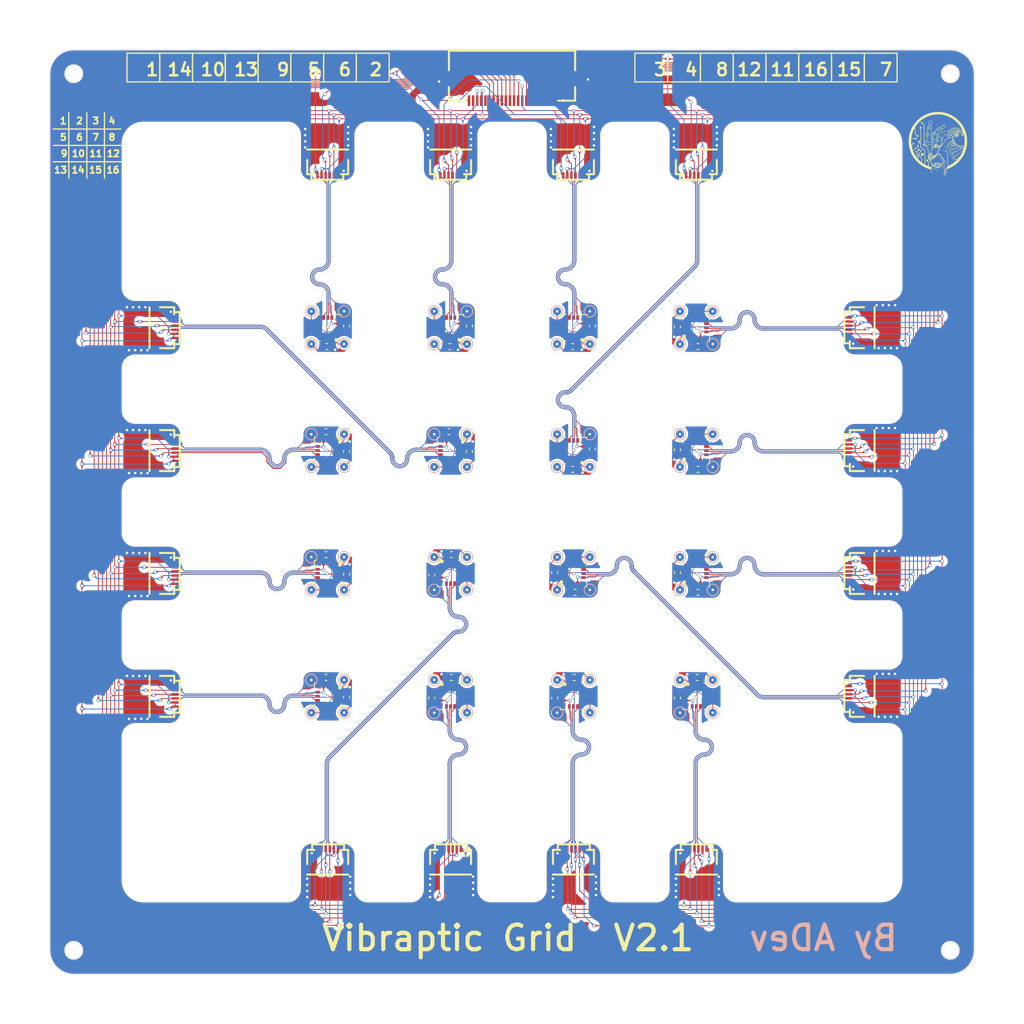
<source format=kicad_pcb>
(kicad_pcb (version 20240108) (generator "pcbnew") (generator_version "8.0")
  (layers (0 "F.Cu" signal "Front") (31 "B.Cu" signal "Back") (34 "B.Paste" user) (35 "F.Paste" user) (36 "B.SilkS" user "B.Silkscreen") (37 "F.SilkS" user "F.Silkscreen") (38 "B.Mask" user "B.Mask - ENIG") (39 "F.Mask" user "F.Mask - ENIG") (44 "Edge.Cuts" user))
  (net 0 "")
  (net 1 "GND")
  (net 2 "VDD")
  (net 3 "SDO")
  (net 4 "Sclk")
  (net 5 "nCS_1")
  (net 6 "SDI")
  (net 7 "nCS_2")
  (net 8 "nCS_5")
  (net 9 "nCS_6")
  (net 10 "nCS_4")
  (net 11 "nCS_8")
  (net 12 "nCS_9")
  (net 13 "nCS_7")
  (net 14 "nCS_3")
  (net 15 "/LIS3DH_unit1/INT1")
  (net 16 "/LIS3DH_unit1/INT2")
  (net 17 "/LIS3DH_unit2/INT1")
  (net 18 "/LIS3DH_unit2/INT2")
  (net 19 "/LIS3DH_unit3/INT1")
  (net 20 "/LIS3DH_unit3/INT2")
  (net 21 "/LIS3DH_unit4/INT1")
  (net 22 "/LIS3DH_unit4/INT2")
  (net 23 "/LIS3DH_unit5/INT1")
  (net 24 "/LIS3DH_unit5/INT2")
  (net 25 "/LIS3DH_unit6/INT1")
  (net 26 "/LIS3DH_unit6/INT2")
  (net 27 "/LIS3DH_unit7/INT1")
  (net 28 "/LIS3DH_unit7/INT2")
  (net 29 "/LIS3DH_unit8/INT1")
  (net 30 "/LIS3DH_unit8/INT2")
  (net 31 "/LIS3DH_unit9/INT1")
  (net 32 "/LIS3DH_unit9/INT2")
  (net 33 "/LIS3DH_unit1/ADC1")
  (net 34 "/LIS3DH_unit2/ADC1")
  (net 35 "/LIS3DH_unit3/ADC1")
  (net 36 "/LIS3DH_unit4/ADC1")
  (net 37 "/LIS3DH_unit5/ADC1")
  (net 38 "/LIS3DH_unit6/ADC1")
  (net 39 "/LIS3DH_unit7/ADC1")
  (net 40 "/LIS3DH_unit8/ADC1")
  (net 41 "/LIS3DH_unit9/ADC1")
  (net 42 "/LIS3DH_unit1/ADC2")
  (net 43 "/LIS3DH_unit2/ADC2")
  (net 44 "/LIS3DH_unit3/ADC2")
  (net 45 "/LIS3DH_unit4/ADC2")
  (net 46 "/LIS3DH_unit5/ADC2")
  (net 47 "/LIS3DH_unit6/ADC2")
  (net 48 "/LIS3DH_unit7/ADC2")
  (net 49 "/LIS3DH_unit8/ADC2")
  (net 50 "/LIS3DH_unit9/ADC2")
  (net 51 "/LIS3DH_unit1/ADC3")
  (net 52 "/LIS3DH_unit2/ADC3")
  (net 53 "/LIS3DH_unit3/ADC3")
  (net 54 "/LIS3DH_unit4/ADC3")
  (net 55 "/LIS3DH_unit5/ADC3")
  (net 56 "/LIS3DH_unit6/ADC3")
  (net 57 "/LIS3DH_unit7/ADC3")
  (net 58 "/LIS3DH_unit8/ADC3")
  (net 59 "/LIS3DH_unit9/ADC3")
  (net 78 "nCS_10")
  (net 79 "/LIS3DH_unit10/INT1")
  (net 80 "/LIS3DH_unit10/INT2")
  (net 81 "nCS_11")
  (net 82 "/LIS3DH_unit11/INT1")
  (net 83 "/LIS3DH_unit11/INT2")
  (net 84 "nCS_12")
  (net 85 "/LIS3DH_unit12/INT1")
  (net 86 "/LIS3DH_unit12/INT2")
  (net 87 "nCS_13")
  (net 88 "/LIS3DH_unit14/INT1")
  (net 89 "/LIS3DH_unit14/INT2")
  (net 90 "nCS_14")
  (net 91 "/LIS3DH_unit13/INT1")
  (net 92 "/LIS3DH_unit13/INT2")
  (net 93 "nCS_15")
  (net 94 "/LIS3DH_unit15/INT1")
  (net 95 "/LIS3DH_unit15/INT2")
  (net 96 "nCS_16")
  (net 97 "/LIS3DH_unit16/INT1")
  (net 98 "/LIS3DH_unit16/INT2")
  (net 99 "/LIS3DH_unit10/ADC1")
  (net 100 "/LIS3DH_unit10/ADC2")
  (net 101 "/LIS3DH_unit10/ADC3")
  (net 102 "/LIS3DH_unit11/ADC1")
  (net 103 "/LIS3DH_unit11/ADC2")
  (net 104 "/LIS3DH_unit11/ADC3")
  (net 105 "/LIS3DH_unit12/ADC1")
  (net 106 "/LIS3DH_unit12/ADC2")
  (net 107 "/LIS3DH_unit12/ADC3")
  (net 108 "/LIS3DH_unit14/ADC1")
  (net 109 "/LIS3DH_unit14/ADC2")
  (net 110 "/LIS3DH_unit14/ADC3")
  (net 111 "/LIS3DH_unit13/ADC1")
  (net 112 "/LIS3DH_unit13/ADC2")
  (net 113 "/LIS3DH_unit13/ADC3")
  (net 114 "/LIS3DH_unit15/ADC1")
  (net 115 "/LIS3DH_unit15/ADC2")
  (net 116 "/LIS3DH_unit15/ADC3")
  (net 117 "/LIS3DH_unit16/ADC1")
  (net 118 "/LIS3DH_unit16/ADC2")
  (net 119 "/LIS3DH_unit16/ADC3")
  (footprint "00_custom-footprints:LGA-16_3x3mm_P0.5mm_LayoutBorder3x5y" (layer "F.Cu") (at 130 95 180)
    (property "Reference" "U7" (hide yes))
    (property "Value" "LIS3DH" (hide yes))
  )
  (footprint "00_lcsc:FPC-SMD_6P-P0.50_HC-FPC-05-09-6RLTAG" (layer "F.Cu") (at 164.84 110 -90)
    (property "Reference" "FPC12" (hide yes))
    (property "Value" "HC-FPC-05-09-6RLTAG" (hide yes))
  )
  (footprint "Capacitor_SMD:C_0402_1005Metric_Pad0.74x0.62mm_HandSolder" (layer "F.Cu") (at 127.7 109.900001 -90)
    (property "Reference" "C22" (hide yes))
    (property "Value" "1u" (hide yes))
  )
  (footprint "Capacitor_SMD:C_0402_1005Metric_Pad0.74x0.62mm_HandSolder" (layer "F.Cu") (at 127.7 125.2 -90)
    (property "Reference" "C29" (hide yes))
    (property "Value" "100n" (hide yes))
  )
  (footprint "Capacitor_SMD:C_0402_1005Metric_Pad0.74x0.62mm_HandSolder" (layer "F.Cu") (at 115.099999 107.7 180)
    (property "Reference" "C20" (hide yes))
    (property "Value" "1u" (hide yes))
  )
  (footprint "00_lcsc:FPC-SMD_6P-P0.50_HC-FPC-05-09-6RLTAG" (layer "F.Cu") (at 80.16 95 90)
    (property "Reference" "FPC5" (hide yes))
    (property "Value" "HC-FPC-05-09-6RLTAG" (hide yes))
  )
  (footprint "Capacitor_SMD:C_0402_1005Metric_Pad0.74x0.62mm_HandSolder" (layer "F.Cu") (at 142.7 125.2 -90)
    (property "Reference" "C31" (hide yes))
    (property "Value" "100n" (hide yes))
  )
  (footprint "Capacitor_SMD:C_0402_1005Metric_Pad0.74x0.62mm_HandSolder" (layer "F.Cu") (at 112.7 125.2 -90)
    (property "Reference" "C27" (hide yes))
    (property "Value" "100n" (hide yes))
  )
  (footprint "00_lcsc:FPC-SMD_6P-P0.50_HC-FPC-05-09-6RLTAG" (layer "F.Cu") (at 115 144.84 180)
    (property "Reference" "FPC14" (hide yes))
    (property "Value" "HC-FPC-05-09-6RLTAG" (hide yes))
  )
  (footprint "00_custom-footprints:LGA-16_3x3mm_P0.5mm_LayoutBorder3x5y" (layer "F.Cu") (at 115 125)
    (property "Reference" "U14" (hide yes))
    (property "Value" "LIS3DH" (hide yes))
  )
  (footprint "00_custom-footprints:LGA-16_3x3mm_P0.5mm_LayoutBorder3x5y" (layer "F.Cu") (at 100 125 -90)
    (property "Reference" "U13" (hide yes))
    (property "Value" "LIS3DH" (hide yes))
  )
  (footprint "00_custom-footprints:LGA-16_3x3mm_P0.5mm_LayoutBorder3x5y" (layer "F.Cu") (at 145 95 90)
    (property "Reference" "U8" (hide yes))
    (property "Value" "LIS3DH" (hide yes))
  )
  (footprint "00_custom-footprints:LGA-16_3x3mm_P0.5mm_LayoutBorder3x5y" (layer "F.Cu") (at 145 125)
    (property "Reference" "U16" (hide yes))
    (property "Value" "LIS3DH" (hide yes))
  )
  (footprint "00_lcsc:FPC-SMD_6P-P0.50_HC-FPC-05-09-6RLTAG" (layer "F.Cu") (at 145 144.84 180)
    (property "Reference" "FPC16" (hide yes))
    (property "Value" "HC-FPC-05-09-6RLTAG" (hide yes))
  )
  (footprint "Capacitor_SMD:C_0402_1005Metric_Pad0.74x0.62mm_HandSolder" (layer "F.Cu") (at 145.099999 122.7 180)
    (property "Reference" "C32" (hide yes))
    (property "Value" "1u" (hide yes))
  )
  (footprint "00_lcsc:FPC-SMD_6P-P0.50_HC-FPC-05-09-6RLTAG" (layer "F.Cu") (at 80.16 125 90)
    (property "Reference" "FPC13" (hide yes))
    (property "Value" "HC-FPC-05-09-6RLTAG" (hide yes))
  )
  (footprint "00_lcsc:FPC-SMD_6P-P0.50_HC-FPC-05-09-6RLTAG" (layer "F.Cu") (at 164.84 95 -90)
    (property "Reference" "FPC8" (hide yes))
    (property "Value" "HC-FPC-05-09-6RLTAG" (hide yes))
  )
  (footprint "Capacitor_SMD:C_0402_1005Metric_Pad0.74x0.62mm_HandSolder" (layer "F.Cu") (at 117.3 95.099999 90)
    (property "Reference" "C12" (hide yes))
    (property "Value" "1u" (hide yes))
  )
  (footprint "Capacitor_SMD:C_0402_1005Metric_Pad0.74x0.62mm_HandSolder" (layer "F.Cu") (at 129.9 82.3)
    (property "Reference" "C6" (hide yes))
    (property "Value" "1u" (hide yes))
  )
  (footprint "Capacitor_SMD:C_0402_1005Metric_Pad0.74x0.62mm_HandSolder" (layer "F.Cu") (at 145.2 82.3)
    (property "Reference" "C7" (hide yes))
    (property "Value" "100n" (hide yes))
  )
  (footprint "Capacitor_SMD:C_0402_1005Metric_Pad0.74x0.62mm_HandSolder" (layer "F.Cu") (at 145.2 112.3)
    (property "Reference" "C23" (hide yes))
    (property "Value" "100n" (hide yes))
  )
  (footprint "LOGO" (layer "F.Cu") (at 174.5 57.5)
    (property "Reference" "G***" (hide yes))
    (property "Value" "LOGO" (hide yes))
  )
  (footprint "00_lcsc:FPC-SMD_6P-P0.50_HC-FPC-05-09-6RLTAG" (layer "F.Cu") (at 130 60.16)
    (property "Reference" "FPC3" (hide yes))
    (property "Value" "HC-FPC-05-09-6RLTAG" (hide yes))
  )
  (footprint "00_lcsc:FPC-SMD_6P-P0.50_HC-FPC-05-09-6RLTAG" (layer "F.Cu") (at 164.84 80 -90)
    (property "Reference" "FPC4" (hide yes))
    (property "Value" "HC-FPC-05-09-6RLTAG" (hide yes))
  )
  (footprint "Capacitor_SMD:C_0402_1005Metric_Pad0.74x0.62mm_HandSolder" (layer "F.Cu") (at 129.9 97.3)
    (property "Reference" "C14" (hide yes))
    (property "Value" "1u" (hide yes))
  )
  (footprint "00_lcsc:FPC-SMD_P0.5-22P_FGS-XJ-H2.0" (layer "F.Cu") (at 122.5 50.9475)
    (property "Reference" "FPC17" (hide yes))
    (property "Value" "AFC01-S22FCA-00" (hide yes))
  )
  (footprint "00_custom-footprints:LGA-16_3x3mm_P0.5mm_LayoutBorder3x5y" (layer "F.Cu") (at 130 110 90)
    (property "Reference" "U11" (hide yes))
    (property "Value" "LIS3DH" (hide yes))
  )
  (footprint "Capacitor_SMD:C_0402_1005Metric_Pad0.74x0.62mm_HandSolder" (layer "F.Cu") (at 112.7 110.2 -90)
    (property "Reference" "C19" (hide yes))
    (property "Value" "100n" (hide yes))
  )
  (footprint "Capacitor_SMD:C_0402_1005Metric_Pad0.74x0.62mm_HandSolder" (layer "F.Cu") (at 114.8 92.7 180)
    (property "Reference" "C11" (hide yes))
    (property "Value" "100n" (hide yes))
  )
  (footprint "Capacitor_SMD:C_0402_1005Metric_Pad0.74x0.62mm_HandSolder" (layer "F.Cu") (at 115.099999 122.7 180)
    (property "Reference" "C28" (hide yes))
    (property "Value" "1u" (hide yes))
  )
  (footprint "00_custom-footprints:LGA-16_3x3mm_P0.5mm_LayoutBorder3x5y" (layer "F.Cu") (at 130 80 180)
    (property "Reference" "U3" (hide yes))
    (property "Value" "LIS3DH" (hide yes))
  )
  (footprint "Capacitor_SMD:C_0402_1005Metric_Pad0.74x0.62mm_HandSolder" (layer "F.Cu") (at 142.7 79.900001 -90)
    (property "Reference" "C8" (hide yes))
    (property "Value" "1u" (hide yes))
  )
  (footprint "Capacitor_SMD:C_0402_1005Metric_Pad0.74x0.62mm_HandSolder" (layer "F.Cu") (at 132.3 94.8 90)
    (property "Reference" "C13" (hide yes))
    (property "Value" "100n" (hide yes))
  )
  (footprint "Capacitor_SMD:C_0402_1005Metric_Pad0.74x0.62mm_HandSolder" (layer "F.Cu") (at 114.9 82.3)
    (property "Reference" "C4" (hide yes))
    (property "Value" "1u" (hide yes))
  )
  (footprint "00_lcsc:FPC-SMD_6P-P0.50_HC-FPC-05-09-6RLTAG" (layer "F.Cu") (at 100 60.16)
    (property "Reference" "FPC1" (hide yes))
    (property "Value" "HC-FPC-05-09-6RLTAG" (hide yes))
  )
  (footprint "00_lcsc:FPC-SMD_6P-P0.50_HC-FPC-05-09-6RLTAG" (layer "F.Cu") (at 164.84 125 -90)
    (property "Reference" "FPC11" (hide yes))
    (property "Value" "HC-FPC-05-09-6RLTAG" (hide yes))
  )
  (footprint "Capacitor_SMD:C_0402_1005Metric_Pad0.74x0.62mm_HandSolder" (layer "F.Cu") (at 102.3 79.8 90)
    (property "Reference" "C1" (hide yes))
    (property "Value" "100n" (hide yes))
  )
  (footprint "Capacitor_SMD:C_0402_1005Metric_Pad0.74x0.62mm_HandSolder" (layer "F.Cu") (at 117.3 79.8 90)
    (property "Reference" "C3" (hide yes))
    (property "Value" "100n" (hide yes))
  )
  (footprint "Capacitor_SMD:C_0402_1005Metric_Pad0.74x0.62mm_HandSolder" (layer "F.Cu") (at 132.3 79.8 90)
    (property "Reference" "C5" (hide yes))
    (property "Value" "100n" (hide yes))
  )
  (footprint "00_custom-footprints:LGA-16_3x3mm_P0.5mm_LayoutBorder3x5y" (layer "F.Cu") (at 100 95 -90)
    (property "Reference" "U5" (hide yes))
    (property "Value" "LIS3DH" (hide yes))
  )
  (footprint "00_custom-footprints:LGA-16_3x3mm_P0.5mm_LayoutBorder3x5y" (layer "F.Cu") (at 115 95 -90)
    (property "Reference" "U6" (hide yes))
    (property "Value" "LIS3DH" (hide yes))
  )
  (footprint "00_lcsc:FPC-SMD_6P-P0.50_HC-FPC-05-09-6RLTAG" (layer "F.Cu") (at 130 144.84 180)
    (property "Reference" "FPC15" (hide yes))
    (property "Value" "HC-FPC-05-09-6RLTAG" (hide yes))
  )
  (footprint "Capacitor_SMD:C_0402_1005Metric_Pad0.74x0.62mm_HandSolder" (layer "F.Cu") (at 102.3 125.099999 90)
    (property "Reference" "C26" (hide yes))
    (property "Value" "1u" (hide yes))
  )
  (footprint "Capacitor_SMD:C_0402_1005Metric_Pad0.74x0.62mm_HandSolder" (layer "F.Cu") (at 99.8 122.7 180)
    (property "Reference" "C25" (hide yes))
    (property "Value" "100n" (hide yes))
  )
  (footprint "Capacitor_SMD:C_0402_1005Metric_Pad0.74x0.62mm_HandSolder" (layer "F.Cu") (at 102.3 110.099999 90)
    (property "Reference" "C18" (hide yes))
    (property "Value" "1u" (hide yes))
  )
  (footprint "00_custom-footprints:LGA-16_3x3mm_P0.5mm_LayoutBorder3x5y" (layer "F.Cu") (at 130 125)
    (property "Reference" "U15" (hide yes))
    (property "Value" "LIS3DH" (hide yes))
  )
  (footprint "00_custom-footprints:LGA-16_3x3mm_P0.5mm_LayoutBorder3x5y" (layer "F.Cu") (at 145 80 90)
    (property "Reference" "U4" (hide yes))
    (property "Value" "LIS3DH" (hide yes))
  )
  (footprint "00_lcsc:FPC-SMD_6P-P0.50_HC-FPC-05-09-6RLTAG" (layer "F.Cu") (at 145 60.16)
    (property "Reference" "FPC7" (hide yes))
    (property "Value" "HC-FPC-05-09-6RLTAG" (hide yes))
  )
  (footprint "00_lcsc:FPC-SMD_6P-P0.50_HC-FPC-05-09-6RLTAG" (layer "F.Cu") (at 100 144.84 180)
    (property "Reference" "FPC10" (hide yes))
    (property "Value" "HC-FPC-05-09-6RLTAG" (hide yes))
  )
  (footprint "Capacitor_SMD:C_0402_1005Metric_Pad0.74x0.62mm_HandSolder" (layer "F.Cu") (at 99.8 107.7 180)
    (property "Reference" "C17" (hide yes))
    (property "Value" "100n" (hide yes))
  )
  (footprint "00_custom-footprints:LGA-16_3x3mm_P0.5mm_LayoutBorder3x5y" (layer "F.Cu") (at 115 80 180)
    (property "Reference" "U2" (hide yes))
    (property "Value" "LIS3DH" (hide yes))
  )
  (footprint "Capacitor_SMD:C_0402_1005Metric_Pad0.74x0.62mm_HandSolder" (layer "F.Cu") (at 99.8 92.7 180)
    (property "Reference" "C9" (hide yes))
    (property "Value" "100n" (hide yes))
  )
  (footprint "00_custom-footprints:LGA-16_3x3mm_P0.5mm_LayoutBorder3x5y" (layer "F.Cu") (at 145 110 90)
    (property "Reference" "U12" (hide yes))
    (property "Value" "LIS3DH" (hide yes))
  )
  (footprint "Capacitor_SMD:C_0402_1005Metric_Pad0.74x0.62mm_HandSolder" (layer "F.Cu") (at 142.7 109.900001 -90)
    (property "Reference" "C24" (hide yes))
    (property "Value" "1u" (hide yes))
  )
  (footprint "00_custom-footprints:LGA-16_3x3mm_P0.5mm_LayoutBorder3x5y" (layer "F.Cu") (at 115 110)
    (property "Reference" "U10" (hide yes))
    (property "Value" "LIS3DH" (hide yes))
  )
  (footprint "00_custom-footprints:LGA-16_3x3mm_P0.5mm_LayoutBorder3x5y" (layer "F.Cu") (at 100 110 -90)
    (property "Reference" "U9" (hide yes))
    (property "Value" "LIS3DH" (hide yes))
  )
  (footprint "00_lcsc:FPC-SMD_6P-P0.50_HC-FPC-05-09-6RLTAG" (layer "F.Cu") (at 80.16 80 90)
    (property "Reference" "FPC6" (hide yes))
    (property "Value" "HC-FPC-05-09-6RLTAG" (hide yes))
  )
  (footprint "Capacitor_SMD:C_0402_1005Metric_Pad0.74x0.62mm_HandSolder" (layer "F.Cu") (at 145.2 97.3)
    (property "Reference" "C15" (hide yes))
    (property "Value" "100n" (hide yes))
  )
  (footprint "Capacitor_SMD:C_0402_1005Metric_Pad0.74x0.62mm_HandSolder" (layer "F.Cu") (at 102.3 95.099999 90)
    (property "Reference" "C10" (hide yes))
    (property "Value" "1u" (hide yes))
  )
  (footprint "Capacitor_SMD:C_0402_1005Metric_Pad0.74x0.62mm_HandSolder" (layer "F.Cu") (at 130.2 112.3)
    (property "Reference" "C21" (hide yes))
    (property "Value" "100n" (hide yes))
  )
  (footprint "Capacitor_SMD:C_0402_1005Metric_Pad0.74x0.62mm_HandSolder" (layer "F.Cu") (at 142.7 94.900001 -90)
    (property "Reference" "C16" (hide yes))
    (property "Value" "1u" (hide yes))
  )
  (footprint "Capacitor_SMD:C_0402_1005Metric_Pad0.74x0.62mm_HandSolder" (layer "F.Cu") (at 130.099999 122.7 180)
    (property "Reference" "C30" (hide yes))
    (property "Value" "1u" (hide yes))
  )
  (footprint "00_lcsc:FPC-SMD_6P-P0.50_HC-FPC-05-09-6RLTAG" (layer "F.Cu") (at 115 60.16)
    (property "Reference" "FPC2" (hide yes))
    (property "Value" "HC-FPC-05-09-6RLTAG" (hide yes))
  )
  (footprint "00_lcsc:FPC-SMD_6P-P0.50_HC-FPC-05-09-6RLTAG" (layer "F.Cu") (at 80.16 110 90)
    (property "Reference" "FPC9" (hide yes))
    (property "Value" "HC-FPC-05-09-6RLTAG" (hide yes))
  )
  (footprint "Capacitor_SMD:C_0402_1005Metric_Pad0.74x0.62mm_HandSolder" (layer "F.Cu") (at 99.9 82.3)
    (property "Reference" "C2" (hide yes))
    (property "Value" "1u" (hide yes))
  )
  (footprint "00_custom-footprints:LGA-16_3x3mm_P0.5mm_LayoutBorder3x5y" (layer "F.Cu") (at 100 80 180)
    (property "Reference" "U1" (hide yes))
    (property "Value" "LIS3DH" (hide yes))
  )
  (footprint "TestPoint:TestPoint_Pad_D1.0mm" (layer "B.Cu") (at 128.000002 96.999998 -90)
    (property "Reference" "TP16" (hide yes))
    (property "Value" "TestPoint" (hide yes))
  )
  (footprint "TestPoint:TestPoint_Pad_D1.0mm" (layer "B.Cu") (at 98.000002 78.000002 -90)
    (property "Reference" "TP19" (hide yes))
    (property "Value" "TestPoint" (hide yes))
  )
  (footprint "TestPoint:TestPoint_Pad_D1.0mm" (layer "B.Cu") (at 113.000003 96.999998)
    (property "Reference" "TP24" (hide yes))
    (property "Value" "TestPoint" (hide yes))
  )
  (footprint "TestPoint:TestPoint_Pad_D1.0mm" (layer "B.Cu") (at 101.999998 81.999998 -90)
    (property "Reference" "TP1" (hide yes))
    (property "Value" "TestPoint" (hide yes))
  )
  (footprint "TestPoint:TestPoint_Pad_D1.0mm" (layer "B.Cu") (at 146.999998 111.999997 180)
    (property "Reference" "TP48" (hide yes))
    (property "Value" "TestPoint" (hide yes))
  )
  (footprint "TestPoint:TestPoint_Pad_D1.0mm" (layer "B.Cu") (at 113.000002 123.000003 90)
    (property "Reference" "TP53" (hide yes))
    (property "Value" "TestPoint" (hide yes))
  )
  (footprint "TestPoint:TestPoint_Pad_D1.0mm" (layer "B.Cu") (at 146.999998 96.999997 180)
    (property "Reference" "TP35" (hide yes))
    (property "Value" "TestPoint" (hide yes))
  )
  (footprint "TestPoint:TestPoint_Pad_D1.0mm" (layer "B.Cu") (at 131.999998 126.999997 90)
    (property "Reference" "TP59" (hide yes))
    (property "Value" "TestPoint" (hide yes))
  )
  (footprint "TestPoint:TestPoint_Pad_D1.0mm" (layer "B.Cu") (at 128.000002 81.999998 -90)
    (property "Reference" "TP12" (hide yes))
    (property "Value" "TestPoint" (hide yes))
  )
  (footprint "TestPoint:TestPoint_Pad_D1.0mm" (layer "B.Cu") (at 113.000002 108.000003 90)
    (property "Reference" "TP37" (hide yes))
    (property "Value" "TestPoint" (hide yes))
  )
  (footprint "TestPoint:TestPoint_Pad_D1.0mm" (layer "B.Cu") (at 146.999998 81.999997 180)
    (property "Reference" "TP31" (hide yes))
    (property "Value" "TestPoint" (hide yes))
  )
  (footprint "TestPoint:TestPoint_Pad_D1.0mm" (layer "B.Cu") (at 146.999997 108.000002 180)
    (property "Reference" "TP47" (hide yes))
    (property "Value" "TestPoint" (hide yes))
  )
  (footprint "TestPoint:TestPoint_Pad_D1.0mm" (layer "B.Cu") (at 128.000002 78.000002 -90)
    (property "Reference" "TP21" (hide yes))
    (property "Value" "TestPoint" (hide yes))
  )
  (footprint "TestPoint:TestPoint_Pad_D1.0mm" (layer "B.Cu") (at 116.999997 108.000002 90)
    (property "Reference" "TP38" (hide yes))
    (property "Value" "TestPoint" (hide yes))
  )
  (footprint "TestPoint:TestPoint_Pad_D1.0mm" (layer "B.Cu") (at 143.000003 111.999998 180)
    (property "Reference" "TP45" (hide yes))
    (property "Value" "TestPoint" (hide yes))
  )
  (footprint "TestPoint:TestPoint_Pad_D1.0mm" (layer "B.Cu") (at 98.000003 111.999998)
    (property "Reference" "TP27" (hide yes))
    (property "Value" "TestPoint" (hide yes))
  )
  (footprint "TestPoint:TestPoint_Pad_D1.0mm" (layer "B.Cu") (at 143.000003 126.999998 90)
    (property "Reference" "TP64" (hide yes))
    (property "Value" "TestPoint" (hide yes))
  )
  (footprint "TestPoint:TestPoint_Pad_D1.0mm" (layer "B.Cu") (at 131.999998 78.000002 -90)
    (property "Reference" "TP30" (hide yes))
    (property "Value" "TestPoint" (hide yes))
  )
  (footprint "TestPoint:TestPoint_Pad_D1.0mm" (layer "B.Cu") (at 131.999997 123.000002 90)
    (property "Reference" "TP58" (hide yes))
    (property "Value" "TestPoint" (hide yes))
  )
  (footprint "TestPoint:TestPoint_Pad_D1.0mm" (layer "B.Cu") (at 116.999998 81.999998 -90)
    (property "Reference" "TP2" (hide yes))
    (property "Value" "TestPoint" (hide yes))
  )
  (footprint "TestPoint:TestPoint_Pad_D1.0mm" (layer "B.Cu") (at 116.999997 93.000002)
    (property "Reference" "TP6" (hide yes))
    (property "Value" "TestPoint" (hide yes))
  )
  (footprint "TestPoint:TestPoint_Pad_D1.0mm" (layer "B.Cu") (at 116.999998 126.999997 90)
    (property "Reference" "TP55" (hide yes))
    (property "Value" "TestPoint" (hide yes))
  )
  (footprint "TestPoint:TestPoint_Pad_D1.0mm" (layer "B.Cu") (at 146.999998 126.999997 90)
    (property "Reference" "TP63" (hide yes))
    (property "Value" "TestPoint" (hide yes))
  )
  (footprint "TestPoint:TestPoint_Pad_D1.0mm" (layer "B.Cu") (at 131.999998 93.000002 -90)
    (property "Reference" "TP34" (hide yes))
    (property "Value" "TestPoint" (hide yes))
  )
  (footprint "TestPoint:TestPoint_Pad_D1.0mm" (layer "B.Cu") (at 143.000002 123.000003 90)
    (property "Reference" "TP61" (hide yes))
    (property "Value" "TestPoint" (hide yes))
  )
  (footprint "TestPoint:TestPoint_Pad_D1.0mm" (layer "B.Cu") (at 131.999998 81.999998 -90)
    (property "Reference" "TP3" (hide yes))
    (property "Value" "TestPoint" (hide yes))
  )
  (footprint "TestPoint:TestPoint_Pad_D1.0mm" (layer "B.Cu") (at 113.000002 93.000003)
    (property "Reference" "TP33" (hide yes))
    (property "Value" "TestPoint" (hide yes))
  )
  (footprint "TestPoint:TestPoint_Pad_D1.0mm" (layer "B.Cu") (at 101.999998 96.999997)
    (property "Reference" "TP14" (hide yes))
    (property "Value" "TestPoint" (hide yes))
  )
  (footprint "TestPoint:TestPoint_Pad_D1.0mm" (layer "B.Cu") (at 128.000002 93.000002 -90)
    (property "Reference" "TP25" (hide yes))
    (property "Value" "TestPoint" (hide yes))
  )
  (footprint "TestPoint:TestPoint_Pad_D1.0mm" (layer "B.Cu") (at 128.000003 126.999998 90)
    (property "Reference" "TP60" (hide yes))
    (property "Value" "TestPoint" (hide yes))
  )
  (footprint "TestPoint:TestPoint_Pad_D1.0mm" (layer "B.Cu") (at 146.999997 123.000002 90)
    (property "Reference" "TP62" (hide yes))
    (property "Value" "TestPoint" (hide yes))
  )
  (footprint "TestPoint:TestPoint_Pad_D1.0mm" (layer "B.Cu") (at 113.000002 81.999998 -90)
    (property "Reference" "TP11" (hide yes))
    (property "Value" "TestPoint" (hide yes))
  )
  (footprint "TestPoint:TestPoint_Pad_D1.0mm" (layer "B.Cu") (at 113.000003 126.999998 90)
    (property "Reference" "TP56" (hide yes))
    (property "Value" "TestPoint" (hide yes))
  )
  (footprint "TestPoint:TestPoint_Pad_D1.0mm" (layer "B.Cu") (at 143.000002 78.000003 180)
    (property "Reference" "TP13" (hide yes))
    (property "Value" "TestPoint" (hide yes))
  )
  (footprint "TestPoint:TestPoint_Pad_D1.0mm" (layer "B.Cu") (at 116.999998 96.999997)
    (property "Reference" "TP15" (hide yes))
    (property "Value" "TestPoint" (hide yes))
  )
  (footprint "TestPoint:TestPoint_Pad_D1.0mm" (layer "B.Cu") (at 98.000003 96.999998)
    (property "Reference" "TP23" (hide yes))
    (property "Value" "TestPoint" (hide yes))
  )
  (footprint "TestPoint:TestPoint_Pad_D1.0mm" (layer "B.Cu") (at 143.000003 96.999998 180)
    (property "Reference" "TP8" (hide yes))
    (property "Value" "TestPoint" (hide yes))
  )
  (footprint "TestPoint:TestPoint_Pad_D1.0mm" (layer "B.Cu") (at 116.999997 123.000002 90)
    (property "Reference" "TP54" (hide yes))
    (property "Value" "TestPoint" (hide yes))
  )
  (footprint "TestPoint:TestPoint_Pad_D1.0mm" (layer "B.Cu") (at 143.000003 81.999998 180)
    (property "Reference" "TP4" (hide yes))
    (property "Value" "TestPoint" (hide yes))
  )
  (footprint "TestPoint:TestPoint_Pad_D1.0mm" (layer "B.Cu") (at 146.999997 93.000002 180)
    (property "Reference" "TP26" (hide yes))
    (property "Value" "TestPoint" (hide yes))
  )
  (footprint "TestPoint:TestPoint_Pad_D1.0mm" (layer "B.Cu") (at 143.000002 108.000003 180)
    (property "Reference" "TP46" (hide yes))
    (property "Value" "TestPoint" (hide yes))
  )
  (footprint "TestPoint:TestPoint_Pad_D1.0mm" (layer "B.Cu") (at 101.999998 126.999997)
    (property "Reference" "TP50" (hide yes))
    (property "Value" "TestPoint" (hide yes))
  )
  (footprint "TestPoint:TestPoint_Pad_D1.0mm" (layer "B.Cu") (at 98.000002 123.000003)
    (property "Reference" "TP52" (hide yes))
    (property "Value" "TestPoint" (hide yes))
  )
  (footprint "TestPoint:TestPoint_Pad_D1.0mm" (layer "B.Cu") (at 101.999998 78.000002 -90)
    (property "Reference" "TP28" (hide yes))
    (property "Value" "TestPoint" (hide yes))
  )
  (footprint "TestPoint:TestPoint_Pad_D1.0mm" (layer "B.Cu") (at 101.999997 123.000002)
    (property "Reference" "TP49" (hide yes))
    (property "Value" "TestPoint" (hide yes))
  )
  (footprint "TestPoint:TestPoint_Pad_D1.0mm" (layer "B.Cu") (at 98.000002 93.000003)
    (property "Reference" "TP32" (hide yes))
    (property "Value" "TestPoint" (hide yes))
  )
  (footprint "TestPoint:TestPoint_Pad_D1.0mm" (layer "B.Cu") (at 146.999997 78.000002 180)
    (property "Reference" "TP22" (hide yes))
    (property "Value" "TestPoint" (hide yes))
  )
  (footprint "TestPoint:TestPoint_Pad_D1.0mm" (layer "B.Cu") (at 143.000002 93.000003 180)
    (property "Reference" "TP17" (hide yes))
    (property "Value" "TestPoint" (hide yes))
  )
  (footprint "TestPoint:TestPoint_Pad_D1.0mm" (layer "B.Cu") (at 128.000002 108.000003 180)
    (property "Reference" "TP42" (hide yes))
    (property "Value" "TestPoint" (hide yes))
  )
  (footprint "TestPoint:TestPoint_Pad_D1.0mm" (layer "B.Cu") (at 101.999997 93.000002)
    (property "Reference" "TP5" (hide yes))
    (property "Value" "TestPoint" (hide yes))
  )
  (footprint "TestPoint:TestPoint_Pad_D1.0mm" (layer "B.Cu") (at 101.999998 111.999997)
    (property "Reference" "TP18" (hide yes))
    (property "Value" "TestPoint" (hide yes))
  )
  (footprint "TestPoint:TestPoint_Pad_D1.0mm" (layer "B.Cu") (at 113.000003 111.999998 90)
    (property "Reference" "TP40" (hide yes))
    (property "Value" "TestPoint" (hide yes))
  )
  (footprint "TestPoint:TestPoint_Pad_D1.0mm" (layer "B.Cu") (at 128.000002 123.000003 90)
    (property "Reference" "TP57" (hide yes))
    (property "Value" "TestPoint" (hide yes))
  )
  (footprint "TestPoint:TestPoint_Pad_D1.0mm" (layer "B.Cu") (at 128.000003 111.999998 180)
    (property "Reference" "TP41" (hide yes))
    (property "Value" "TestPoint" (hide yes))
  )
  (footprint "TestPoint:TestPoint_Pad_D1.0mm" (layer "B.Cu") (at 116.999998 111.999997 90)
    (property "Reference" "TP39" (hide yes))
    (property "Value" "TestPoint" (hide yes))
  )
  (footprint "TestPoint:TestPoint_Pad_D1.0mm" (layer "B.Cu") (at 116.999998 78.000002 -90)
    (property "Reference" "TP29" (hide yes))
    (property "Value" "TestPoint" (hide yes))
  )
  (footprint "TestPoint:TestPoint_Pad_D1.0mm" (layer "B.Cu") (at 131.999997 108.000002 180)
    (property "Reference" "TP43" (hide yes))
    (property "Value" "TestPoint" (hide yes))
  )
  (footprint "TestPoint:TestPoint_Pad_D1.0mm" (layer "B.Cu") (at 101.999997 108.000002)
    (property "Reference" "TP9" (hide yes))
    (property "Value" "TestPoint" (hide yes))
  )
  (footprint "TestPoint:TestPoint_Pad_D1.0mm" (layer "B.Cu") (at 131.999998 96.999998 -90)
    (property "Reference" "TP7" (hide yes))
    (property "Value" "TestPoint" (hide yes))
  )
  (footprint "TestPoint:TestPoint_Pad_D1.0mm" (layer "B.Cu") (at 131.999998 111.999997 180)
    (property "Reference" "TP44" (hide yes))
    (property "Value" "TestPoint" (hide yes))
  )
  (footprint "TestPoint:TestPoint_Pad_D1.0mm" (layer "B.Cu") (at 98.000002 108.000003)
    (property "Reference" "TP36" (hide yes))
    (property "Value" "TestPoint" (hide yes))
  )
  (footprint "TestPoint:TestPoint_Pad_D1.0mm" (layer "B.Cu") (at 98.000003 126.999998)
    (property "Reference" "TP51" (hide yes))
    (property "Value" "TestPoint" (hide yes))
  )
  (footprint "TestPoint:TestPoint_Pad_D1.0mm" (layer "B.Cu") (at 98.000002 81.999998 -90)
    (property "Reference" "TP10" (hide yes))
    (property "Value" "TestPoint" (hide yes))
  )
  (footprint "TestPoint:TestPoint_Pad_D1.0mm" (layer "B.Cu") (at 113.000002 78.000002 -90)
    (property "Reference" "TP20" (hide yes))
    (property "Value" "TestPoint" (hide yes))
  )
  (gr_line (start 145.5 50) (end 145.5 47) (stroke (width 0.1524)) (layer "F.SilkS"))
  (gr_line (start 79.5 46.5) (end 79.5 50) (stroke (width 0.1524)) (layer "F.SilkS"))
  (gr_line (start 99.5 47) (end 99.5 46.5) (stroke (width 0.1524)) (layer "F.SilkS"))
  (gr_line (start 107.5 50) (end 75.5 50) (stroke (width 0.1524)) (layer "F.SilkS"))
  (gr_line (start 79.5 50) (end 79.5 47) (stroke (width 0.1524)) (layer "F.SilkS"))
  (gr_line (start 99.5 46.5) (end 99.5 50) (stroke (width 0.1524)) (layer "F.SilkS"))
  (gr_line (start 68.4 53.75) (end 68.4 61.75) (stroke (width 0.1524)) (layer "F.SilkS"))
  (gr_line (start 66.5 57.75) (end 74.75 57.75) (stroke (width 0.1524)) (layer "F.SilkS"))
  (gr_line (start 145.5 46.5) (end 145.5 50) (stroke (width 0.1524)) (layer "F.SilkS"))
  (gr_line (start 75.5 47) (end 75.5 46.5) (stroke (width 0.1524)) (layer "F.SilkS"))
  (gr_line (start 87.5 46.5) (end 87.5 50) (stroke (width 0.1524)) (layer "F.SilkS"))
  (gr_line (start 95.5 50) (end 95.5 47) (stroke (width 0.1524)) (layer "F.SilkS"))
  (gr_line (start 103.5 46.5) (end 103.5 50) (stroke (width 0.1524)) (layer "F.SilkS"))
  (gr_line (start 153.5 46.5) (end 153.5 50) (stroke (width 0.1524)) (layer "F.SilkS"))
  (gr_line (start 141.5 46.5) (end 141.5 50) (stroke (width 0.1524)) (layer "F.SilkS"))
  (gr_line (start 66.5 59.75) (end 74.75 59.75) (stroke (width 0.1524)) (layer "F.SilkS"))
  (gr_line (start 66.5 55.75) (end 74.75 55.75) (stroke (width 0.1524)) (layer "F.SilkS"))
  (gr_line (start 157.5 46.5) (end 157.5 50) (stroke (width 0.1524)) (layer "F.SilkS"))
  (gr_line (start 95.5 47) (end 95.5 46.5) (stroke (width 0.1524)) (layer "F.SilkS"))
  (gr_line (start 72.75 53.75) (end 72.75 61.75) (stroke (width 0.1524)) (layer "F.SilkS"))
  (gr_line (start 103.5 47) (end 103.5 46.5) (stroke (width 0.1524)) (layer "F.SilkS"))
  (gr_line (start 91.5 46.5) (end 91.5 50) (stroke (width 0.1524)) (layer "F.SilkS"))
  (gr_line (start 83.5 47) (end 83.5 46.5) (stroke (width 0.1524)) (layer "F.SilkS"))
  (gr_line (start 83.5 46.5) (end 83.5 50) (stroke (width 0.1524)) (layer "F.SilkS"))
  (gr_line (start 91.5 47) (end 91.5 46.5) (stroke (width 0.1524)) (layer "F.SilkS"))
  (gr_line (start 99.5 50) (end 99.5 47) (stroke (width 0.1524)) (layer "F.SilkS"))
  (gr_line (start 161.5 46.5) (end 161.5 50) (stroke (width 0.1524)) (layer "F.SilkS"))
  (gr_line (start 91.5 50) (end 91.5 47) (stroke (width 0.1524)) (layer "F.SilkS"))
  (gr_line (start 83.5 50) (end 83.5 47) (stroke (width 0.1524)) (layer "F.SilkS"))
  (gr_line (start 169.5 50) (end 137.5 50) (stroke (width 0.1524)) (layer "F.SilkS"))
  (gr_line (start 165.5 46.5) (end 165.5 50) (stroke (width 0.1524)) (layer "F.SilkS"))
  (gr_line (start 169.5 46.5) (end 137.5 46.5) (stroke (width 0.1524)) (layer "F.SilkS"))
  (gr_line (start 137.5 50) (end 137.5 46.5) (stroke (width 0.1524)) (layer "F.SilkS"))
  (gr_line (start 70.6 53.75) (end 70.6 61.75) (stroke (width 0.1524)) (layer "F.SilkS"))
  (gr_line (start 169.5 46.5) (end 169.5 50) (stroke (width 0.1524)) (layer "F.SilkS"))
  (gr_line (start 75.5 50) (end 75.5 47) (stroke (width 0.1524)) (layer "F.SilkS"))
  (gr_line (start 165.5 50) (end 165.5 47) (stroke (width 0.1524)) (layer "F.SilkS"))
  (gr_line (start 75.5 46.5) (end 107.5 46.5) (stroke (width 0.1524)) (layer "F.SilkS"))
  (gr_line (start 87.5 50) (end 87.5 47) (stroke (width 0.1524)) (layer "F.SilkS"))
  (gr_line (start 161.5 50) (end 161.5 47) (stroke (width 0.1524)) (layer "F.SilkS"))
  (gr_line (start 87.5 47) (end 87.5 46.5) (stroke (width 0.1524)) (layer "F.SilkS"))
  (gr_line (start 79.5 47) (end 79.5 46.5) (stroke (width 0.1524)) (layer "F.SilkS"))
  (gr_line (start 107.5 46.5) (end 107.5 50) (stroke (width 0.1524)) (layer "F.SilkS"))
  (gr_line (start 141.5 50) (end 141.5 47) (stroke (width 0.1524)) (layer "F.SilkS"))
  (gr_line (start 103.5 50) (end 103.5 47) (stroke (width 0.1524)) (layer "F.SilkS"))
  (gr_line (start 149.5 46.5) (end 149.5 50) (stroke (width 0.1524)) (layer "F.SilkS"))
  (gr_line (start 149.5 50) (end 149.5 47) (stroke (width 0.1524)) (layer "F.SilkS"))
  (gr_line (start 153.5 50) (end 153.5 47) (stroke (width 0.1524)) (layer "F.SilkS"))
  (gr_line (start 157.5 50) (end 157.5 47) (stroke (width 0.1524)) (layer "F.SilkS"))
  (gr_line (start 95.5 46.5) (end 95.5 50) (stroke (width 0.1524)) (layer "F.SilkS"))
  (gr_arc (start 116 115.749999) (mid 116.450001 116.2) (end 116 116.649999) (stroke (width 0.01)) (layer "Edge.Cuts"))
  (gr_line (start 111.9 96.65) (end 111.9 97) (stroke (width 0.01)) (layer "Edge.Cuts"))
  (gr_line (start 101.999999 121.9) (end 98 121.900001) (stroke (width 0.01)) (layer "Edge.Cuts"))
  (gr_arc (start 129 74.250001) (mid 130.096016 74.703986) (end 130.55 75.800002) (stroke (width 0.01)) (layer "Edge.Cuts"))
  (gr_arc (start 102 106.900001) (mid 102.777817 107.222183) (end 103.099999 108) (stroke (width 0.01)) (layer "Edge.Cuts"))
  (gr_line (start 82.150003 93.099997) (end 82.150003 93.350006) (stroke (width 0.01)) (layer "Edge.Cuts"))
  (gr_arc (start 111.9 78) (mid 112.222183 77.222183) (end 113 76.9) (stroke (width 0.01)) (layer "Edge.Cuts"))
  (gr_line (start 141.9 123.000001) (end 141.900001 127) (stroke (width 0.01)) (layer "Edge.Cuts"))
  (gr_arc (start 144.45 133.200003) (mid 144.903983 132.103986) (end 146 131.649999) (stroke (width 0.01)) (layer "Edge.Cuts"))
  (gr_arc (start 101.65 76.9) (mid 100.872183 76.577817) (end 100.55 75.8) (stroke (width 0.01)) (layer "Edge.Cuts"))
  (gr_arc (start 147 121.900001) (mid 147.777817 122.222183) (end 148.099999 123) (stroke (width 0.01)) (layer "Edge.Cuts"))
  (gr_arc (start 95.350001 126) (mid 93.800001 127.550001) (end 92.250001 126) (stroke (width 0.01)) (layer "Edge.Cuts"))
  (gr_line (start 117 98.099999) (end 113 98.1) (stroke (width 0.01)) (layer "Edge.Cuts"))
  (gr_arc (start 116 130.749999) (mid 116.450001 131.2) (end 116 131.649999) (stroke (width 0.01)) (layer "Edge.Cuts"))
  (gr_arc (start 129.45 71.800001) (mid 129.318198 72.118198) (end 129 72.250001) (stroke (width 0.01)) (layer "Edge.Cuts"))
  (gr_line (start 143 106.900001) (end 147 106.9) (stroke (width 0.01)) (layer "Edge.Cuts"))
  (gr_line (start 96.9 96.65) (end 96.9 97) (stroke (width 0.01)) (layer "Edge.Cuts"))
  (gr_arc (start 141.900001 108) (mid 142.222183 107.222183) (end 143 106.900001) (stroke (width 0.01)) (layer "Edge.Cuts"))
  (gr_arc (start 118.1 127) (mid 117.777817 127.777817) (end 117 128.1) (stroke (width 0.01)) (layer "Edge.Cuts"))
  (gr_arc (start 91.799997 94.45) (mid 92.896014 94.903983) (end 93.350001 96) (stroke (width 0.01)) (layer "Edge.Cuts"))
  (gr_arc (start 147 106.9) (mid 147.777817 107.222183) (end 148.1 108) (stroke (width 0.01)) (layer "Edge.Cuts"))
  (gr_arc (start 133.1 127) (mid 132.777817 127.777817) (end 132 128.1) (stroke (width 0.01)) (layer "Edge.Cuts"))
  (gr_arc (start 153.200003 110.55) (mid 152.103986 110.096017) (end 151.649999 109) (stroke (width 0.01)) (layer "Edge.Cuts"))
  (gr_line (start 102 98.099999) (end 98 98.1) (stroke (width 0.01)) (layer "Edge.Cuts"))
  (gr_arc (start 129 89.250001) (mid 130.096016 89.703986) (end 130.55 90.800002) (stroke (width 0.01)) (layer "Edge.Cuts"))
  (gr_arc (start 91.799984 80.550001) (mid 91.9722 80.584252) (end 92.118199 80.681803) (stroke (width 0.01)) (layer "Edge.Cuts"))
  (gr_arc (start 129.318211 87.118187) (mid 129.172216 87.215744) (end 129 87.250001) (stroke (width 0.01)) (layer "Edge.Cuts"))
  (gr_line (start 131.65 76.9) (end 132 76.900001) (stroke (width 0.01)) (layer "Edge.Cuts"))
  (gr_arc (start 129 74.250001) (mid 128.549999 73.8) (end 129 73.350001) (stroke (width 0.01)) (layer "Edge.Cuts"))
  (gr_arc (start 116 129.65) (mid 115.681802 129.518198) (end 115.55 129.2) (stroke (width 0.01)) (layer "Edge.Cuts"))
  (gr_arc (start 99 75.350001) (mid 97.449999 73.8) (end 99 72.250001) (stroke (width 0.01)) (layer "Edge.Cuts"))
  (gr_arc (start 117 76.900001) (mid 117.777817 77.222183) (end 118.099999 78) (stroke (width 0.01)) (layer "Edge.Cuts"))
  (gr_arc (start 164.349997 113.4) (mid 163.28934 112.960659) (end 162.849997 111.900003) (stroke (width 0.01)) (layer "Edge.Cuts"))
  (gr_arc (start 91.800001 110.55) (mid 92.118198 110.681802) (end 92.250001 111) (stroke (width 0.01)) (layer "Edge.Cuts"))
  (gr_arc (start 95.8 110.55) (mid 96.577817 110.872183) (end 96.9 111.65) (stroke (width 0.01)) (layer "Edge.Cuts"))
  (gr_arc (start 149.65 79) (mid 149.518198 79.318198) (end 149.2 79.45) (stroke (width 0.01)) (layer "Edge.Cuts"))
  (gr_arc (start 149.2 109.45) (mid 148.422183 109.127817) (end 148.1 108.35) (stroke (width 0.01)) (layer "Edge.Cuts"))
  (gr_arc (start 95.350001 96) (mid 93.800001 97.550001) (end 92.250001 96) (stroke (width 0.01)) (layer "Edge.Cuts"))
  (gr_arc (start 148.1 127) (mid 147.777817 127.777817) (end 147 128.1) (stroke (width 0.01)) (layer "Edge.Cuts"))
  (gr_arc (start 129 90.350001) (mid 127.449999 88.8) (end 129 87.250001) (stroke (width 0.01)) (layer "Edge.Cuts"))
  (gr_line (start 148.1 108.35) (end 148.1 108) (stroke (width 0.01)) (layer "Edge.Cuts"))
  (gr_arc (start 91.800001 95.55) (mid 92.118198 95.681802) (end 92.250001 96) (stroke (width 0.01)) (layer "Edge.Cuts"))
  (gr_arc (start 132 91.900001) (mid 132.777817 92.222183) (end 133.099999 93) (stroke (width 0.01)) (layer "Edge.Cuts"))
  (gr_arc (start 128 83.099999) (mid 127.222183 82.777817) (end 126.900001 82) (stroke (width 0.01)) (layer "Edge.Cuts"))
  (gr_arc (start 150.749999 94) (mid 150.296014 95.096016) (end 149.199998 95.55) (stroke (width 0.01)) (layer "Edge.Cuts"))
  (gr_line (start 103.399997 148.500011) (end 103.399997 144.350009) (stroke (width 0.01)) (layer "Edge.Cuts"))
  (gr_arc (start 143 83.099999) (mid 142.222183 82.777817) (end 141.900001 82) (stroke (width 0.01)) (layer "Edge.Cuts"))
  (gr_arc (start 114 74.250001) (mid 113.549999 73.8) (end 114 73.350001) (stroke (width 0.01)) (layer "Edge.Cuts"))
  (gr_line (start 148.099999 123) (end 148.1 127) (stroke (width 0.01)) (layer "Edge.Cuts"))
  (gr_arc (start 99 74.250001) (mid 98.549999 73.8) (end 99 73.350001) (stroke (width 0.01)) (layer "Edge.Cuts"))
  (gr_arc (start 153.199999 94.45) (mid 152.881802 94.318198) (end 152.749999 94) (stroke (width 0.01)) (layer "Edge.Cuts"))
  (gr_line (start 96.9 111.65) (end 96.9 112) (stroke (width 0.01)) (layer "Edge.Cuts"))
  (gr_arc (start 103.4 56.500001) (mid 103.83934 55.43934) (end 104.900001 55.000001) (stroke (width 0.01)) (layer "Edge.Cuts"))
  (gr_line (start 116.65 113.1) (end 117 113.1) (stroke (width 0.01)) (layer "Edge.Cuts"))
  (gr_line (start 128.35 76.9) (end 128 76.9) (stroke (width 0.01)) (layer "Edge.Cuts"))
  (gr_arc (start 146 129.65) (mid 145.681802 129.518198) (end 145.55 129.2) (stroke (width 0.01)) (layer "Edge.Cuts"))
  (gr_arc (start 95.8 125.55) (mid 96.577817 125.872183) (end 96.9 126.65) (stroke (width 0.01)) (layer "Edge.Cuts"))
  (gr_arc (start 132 106.9) (mid 132.777817 107.222183) (end 133.1 108) (stroke (width 0.01)) (layer "Edge.Cuts"))
  (gr_arc (start 153.199999 109.45) (mid 152.881802 109.318198) (end 152.749999 109) (stroke (width 0.01)) (layer "Edge.Cuts"))
  (gr_arc (start 91.799997 109.45) (mid 92.896014 109.903983) (end 93.350001 111) (stroke (width 0.01)) (layer "Edge.Cuts"))
  (gr_line (start 101.999999 91.9) (end 98 91.900001) (stroke (width 0.01)) (layer "Edge.Cuts"))
  (gr_arc (start 126.900001 108) (mid 127.222183 107.222183) (end 128 106.900001) (stroke (width 0.01)) (layer "Edge.Cuts"))
  (gr_line (start 133.099999 123) (end 133.1 127) (stroke (width 0.01)) (layer "Edge.Cuts"))
  (gr_arc (start 95.350001 111) (mid 93.800001 112.550001) (end 92.250001 111) (stroke (width 0.01)) (layer "Edge.Cuts"))
  (gr_line (start 116.65 76.9) (end 117 76.900001) (stroke (width 0.01)) (layer "Edge.Cuts"))
  (gr_arc (start 111.900001 93) (mid 112.222183 92.222183) (end 113 91.900001) (stroke (width 0.01)) (layer "Edge.Cuts"))
  (gr_arc (start 143 128.099999) (mid 142.222183 127.777817) (end 141.900001 127) (stroke (width 0.01)) (layer "Edge.Cuts"))
  (gr_arc (start 99.45 71.800001) (mid 99.318198 72.118198) (end 99 72.250001) (stroke (width 0.01)) (layer "Edge.Cuts"))
  (gr_line (start 148.1 78.35) (end 148.1 78) (stroke (width 0.01)) (layer "Edge.Cuts"))
  (gr_arc (start 80.650003 76.6) (mid 81.71066 77.039341) (end 82.150003 78.099997) (stroke (width 0.01)) (layer "Edge.Cuts"))
  (gr_arc (start 129 75.35) (mid 129.318198 75.481802) (end 129.45 75.8) (stroke (width 0.01)) (layer "Edge.Cuts"))
  (gr_arc (start 149.649999 109) (mid 151.199999 107.449999) (end 152.749999 109) (stroke (width 0.01)) (layer "Edge.Cuts"))
  (gr_line (start 118.1 81.999999) (end 118.099999 78) (stroke (width 0.01)) (layer "Edge.Cuts"))
  (gr_arc (start 83.25 124.45) (mid 82.472185 124.12782) (end 82.150003 123.350006) (stroke (width 0.01)) (layer "Edge.Cuts"))
  (gr_arc (start 146 129.649999) (mid 147.550001 131.2) (end 146 132.749999) (stroke (width 0.01)) (layer "Edge.Cuts"))
  (gr_arc (start 150.749999 94) (mid 151.199999 93.549999) (end 151.649999 94) (stroke (width 0.01)) (layer "Edge.Cuts"))
  (gr_arc (start 131 130.749999) (mid 129.903984 130.296014) (end 129.45 129.199998) (stroke (width 0.01)) (layer "Edge.Cuts"))
  (gr_arc (start 113 128.099999) (mid 112.222183 127.777817) (end 111.900001 127) (stroke (width 0.01)) (layer "Edge.Cuts"))
  (gr_arc (start 94.250001 96) (mid 93.800001 96.450001) (end 93.350001 96) (stroke (width 0.01)) (layer "Edge.Cuts"))
  (gr_arc (start 150.749999 79) (mid 151.199999 78.549999) (end 151.649999 79) (stroke (width 0.01)) (layer "Edge.Cuts"))
  (gr_arc (start 114 75.350001) (mid 112.449999 73.8) (end 114 72.250001) (stroke (width 0.01)) (layer "Edge.Cuts"))
  (gr_arc (start 94.250001 126) (mid 94.703986 124.903984) (end 95.800002 124.45) (stroke (width 0.01)) (layer "Edge.Cuts"))
  (gr_arc (start 134.649999 109) (mid 136.199999 107.449999) (end 137.749999 109) (stroke (width 0.01)) (layer "Edge.Cuts"))
  (gr_arc (start 74.999989 84.899998) (mid 75.439328 83.839336) (end 76.499989 83.399997) (stroke (width 0.01)) (layer "Edge.Cuts"))
  (gr_arc (start 129.45 75.8) (mid 129.127817 76.577817) (end 128.35 76.9) (stroke (width 0.01)) (layer "Edge.Cuts"))
  (gr_arc (start 96.9 108.35) (mid 96.577817 109.127817) (end 95.8 109.45) (stroke (width 0.01)) (layer "Edge.Cuts"))
  (gr_arc (start 115.55 114.2) (mid 115.872183 113.422183) (end 116.65 113.1) (stroke (width 0.01)) (layer "Edge.Cuts"))
  (gr_line (start 146.65 128.1) (end 147 128.1) (stroke (width 0.01)) (layer "Edge.Cuts"))
  (gr_arc (start 145.55 133.199999) (mid 145.681802 132.881802) (end 146 132.749999) (stroke (width 0.01)) (layer "Edge.Cuts"))
  (gr_line (start 143.35 128.1) (end 143 128.099999) (stroke (width 0.01)) (layer "Edge.Cuts"))
  (gr_arc (start 147 91.9) (mid 147.777817 92.222183) (end 148.1 93) (stroke (width 0.01)) (layer "Edge.Cuts"))
  (gr_arc (start 103.099999 82) (mid 102.777817 82.777817) (end 102 83.099999) (stroke (width 0.01)) (layer "Edge.Cuts"))
  (gr_arc (start 94.250001 111) (mid 94.703986 109.903984) (end 95.800002 109.45) (stroke (width 0.01)) (layer "Edge.Cuts"))
  (gr_line (start 103.099999 127) (end 103.099998 123.000001) (stroke (width 0.01)) (layer "Edge.Cuts"))
  (gr_line (start 128.000001 113.1) (end 132 113.099999) (stroke (width 0.01)) (layer "Edge.Cuts"))
  (gr_arc (start 132 121.900001) (mid 132.777817 122.222183) (end 133.099999 123) (stroke (width 0.01)) (layer "Edge.Cuts"))
  (gr_arc (start 141.900001 93) (mid 142.222183 92.222183) (end 143 91.900001) (stroke (width 0.01)) (layer "Edge.Cuts"))
  (gr_arc (start 98 98.1) (mid 97.222183 97.777817) (end 96.9 97) (stroke (width 0.01)) (layer "Edge.Cuts"))
  (gr_arc (start 153.200003 80.55) (mid 152.103986 80.096017) (end 151.649999 79) (stroke (width 0.01)) (layer "Edge.Cuts"))
  (gr_line (start 102 113.099999) (end 98 113.1) (stroke (width 0.01)) (layer "Edge.Cuts"))
  (gr_arc (start 129 75.350001) (mid 127.449999 73.8) (end 129 72.250001) (stroke (width 0.01)) (layer "Edge.Cuts"))
  (gr_arc (start 130.55 129.2) (mid 130.872183 128.422183) (end 131.65 128.1) (stroke (width 0.01)) (layer "Edge.Cuts"))
  (gr_arc (start 91.800001 125.55) (mid 92.118198 125.681802) (end 92.250001 126) (stroke (width 0.01)) (layer "Edge.Cuts"))
  (gr_arc (start 130.55 133.199999) (mid 130.681802 132.881802) (end 131 132.749999) (stroke (width 0.01)) (layer "Edge.Cuts"))
  (gr_arc (start 103.099999 97) (mid 102.777817 97.777817) (end 102 98.099999) (stroke (width 0.01)) (layer "Edge.Cuts"))
  (gr_arc (start 94.250001 126) (mid 93.800001 126.450001) (end 93.350001 126) (stroke (width 0.01)) (layer "Edge.Cuts"))
  (gr_arc (start 103.099999 112) (mid 102.777817 112.777817) (end 102 113.099999) (stroke (width 0.01)) (layer "Edge.Cuts"))
  (gr_arc (start 148.099999 97) (mid 147.777817 97.777817) (end 147 98.099999) (stroke (width 0.01)) (layer "Edge.Cuts"))
  (gr_line (start 126.900001 82) (end 126.9 78) (stroke (width 0.01)) (layer "Edge.Cuts"))
  (gr_arc (start 143 113.099999) (mid 142.222183 112.777817) (end 141.900001 112) (stroke (width 0.01)) (layer "Edge.Cuts"))
  (gr_arc (start 153.199999 79.45) (mid 152.881802 79.318198) (end 152.749999 79) (stroke (width 0.01)) (layer "Edge.Cuts"))
  (gr_arc (start 116 130.749999) (mid 114.903984 130.296014) (end 114.45 129.199998) (stroke (width 0.01)) (layer "Edge.Cuts"))
  (gr_line (start 143.000001 98.1) (end 147 98.099999) (stroke (width 0.01)) (layer "Edge.Cuts"))
  (gr_arc (start 94.250001 96) (mid 94.703986 94.903984) (end 95.800002 94.45) (stroke (width 0.01)) (layer "Edge.Cuts"))
  (gr_line (start 98.35 76.9) (end 98 76.9) (stroke (width 0.01)) (layer "Edge.Cuts"))
  (gr_line (start 101.65 76.9) (end 102 76.900001) (stroke (width 0.01)) (layer "Edge.Cuts"))
  (gr_arc (start 98 113.1) (mid 97.222183 112.777817) (end 96.9 112) (stroke (width 0.01)) (layer "Edge.Cuts"))
  (gr_arc (start 91.799997 124.45) (mid 92.896014 124.903983) (end 93.350001 126) (stroke (width 0.01)) (layer "Edge.Cuts"))
  (gr_arc (start 96.9 78) (mid 97.222183 77.222183) (end 98 76.9) (stroke (width 0.01)) (layer "Edge.Cuts"))
  (gr_arc (start 148.1 81.65) (mid 148.422183 80.872183) (end 149.2 80.55) (stroke (width 0.01)) (layer "Edge.Cuts"))
  (gr_arc (start 148.099999 82) (mid 147.777817 82.777817) (end 147 83.099999) (stroke (width 0.01)) (layer "Edge.Cuts"))
  (gr_arc (start 116 129.649999) (mid 117.550001 131.2) (end 116 132.749999) (stroke (width 0.01)) (layer "Edge.Cuts"))
  (gr_arc (start 113 113.099999) (mid 112.222183 112.777817) (end 111.900001 112) (stroke (width 0.01)) (layer "Edge.Cuts"))
  (gr_arc (start 98 83.099999) (mid 97.222183 82.777817) (end 96.900001 82) (stroke (width 0.01)) (layer "Edge.Cuts"))
  (gr_line (start 133.399997 148.500011) (end 133.399997 144.350009) (stroke (width 0.01)) (layer "Edge.Cuts"))
  (gr_arc (start 95.35 126) (mid 95.481802 125.681802) (end 95.8 125.55) (stroke (width 0.01)) (layer "Edge.Cuts"))
  (gr_arc (start 150.749999 109) (mid 151.199999 108.549999) (end 151.649999 109) (stroke (width 0.01)) (layer "Edge.Cuts"))
  (gr_arc (start 143 98.099999) (mid 142.222183 97.777817) (end 141.900001 97) (stroke (width 0.01)) (layer "Edge.Cuts"))
  (gr_line (start 96.9 108.35) (end 96.900001 108) (stroke (width 0.01)) (layer "Edge.Cuts"))
  (gr_arc (start 150.749999 79) (mid 150.296014 80.096016) (end 149.199998 80.55) (stroke (width 0.01)) (layer "Edge.Cuts"))
  (gr_arc (start 111.9 93.35) (mid 111.577817 94.127817) (end 110.8 94.45) (stroke (width 0.01)) (layer "Edge.Cuts"))
  (gr_line (start 133.1 111.65) (end 133.099999 112) (stroke (width 0.01)) (layer "Edge.Cuts"))
  (gr_arc (start 153.200003 95.55) (mid 152.103986 95.096017) (end 151.649999 94) (stroke (width 0.01)) (layer "Edge.Cuts"))
  (gr_arc (start 148.1 111.65) (mid 148.422183 110.872183) (end 149.2 110.55) (stroke (width 0.01)) (layer "Edge.Cuts"))
  (gr_arc (start 145.55 129.2) (mid 145.872183 128.422183) (end 146.65 128.1) (stroke (width 0.01)) (layer "Edge.Cuts"))
  (gr_line (start 113.35 76.9) (end 113 76.9) (stroke (width 0.01)) (layer "Edge.Cuts"))
  (gr_arc (start 129.45 133.200003) (mid 129.903983 132.103986) (end 131 131.649999) (stroke (width 0.01)) (layer "Edge.Cuts"))
  (gr_arc (start 146 130.749999) (mid 146.450001 131.2) (end 146 131.649999) (stroke (width 0.01)) (layer "Edge.Cuts"))
  (gr_arc (start 99.45 75.8) (mid 99.127817 76.577817) (end 98.35 76.9) (stroke (width 0.01)) (layer "Edge.Cuts"))
  (gr_arc (start 115.55 71.799997) (mid 115.096017 72.896014) (end 114 73.350001) (stroke (width 0.01)) (layer "Edge.Cuts"))
  (gr_arc (start 96.900001 93) (mid 97.222183 92.222183) (end 98 91.900001) (stroke (width 0.01)) (layer "Edge.Cuts"))
  (gr_line (start 101.999999 106.9) (end 98 106.900001) (stroke (width 0.01)) (layer "Edge.Cuts"))
  (gr_arc (start 100.55 71.799997) (mid 100.096017 72.896014) (end 99 73.350001) (stroke (width 0.01)) (layer "Edge.Cuts"))
  (gr_line (start 131.65 128.1) (end 132 128.1) (stroke (width 0.01)) (layer "Edge.Cuts"))
  (gr_line (start 96.900001 82) (end 96.9 78) (stroke (width 0.01)) (layer "Edge.Cuts"))
  (gr_line (start 153.200018 94.450006) (end 161.750015 94.450006) (stroke (width 0.01)) (layer "Edge.Cuts"))
  (gr_arc (start 96.900001 108) (mid 97.222183 107.222183) (end 98 106.900001) (stroke (width 0.01)) (layer "Edge.Cuts"))
  (gr_line (start 148.1 81.65) (end 148.099999 82) (stroke (width 0.01)) (layer "Edge.Cuts"))
  (gr_arc (start 103.099999 127) (mid 102.777817 127.777817) (end 102 128.099999) (stroke (width 0.01)) (layer "Edge.Cuts"))
  (gr_arc (start 149.649999 79) (mid 151.199999 77.449999) (end 152.749999 79) (stroke (width 0.01)) (layer "Edge.Cuts"))
  (gr_arc (start 115.55 133.199999) (mid 115.681802 132.881802) (end 116 132.749999) (stroke (width 0.01)) (layer "Edge.Cuts"))
  (gr_line (start 111.9 123.000001) (end 111.900001 127) (stroke (width 0.01)) (layer "Edge.Cuts"))
  (gr_line (start 118.399997 148.500011) (end 118.399997 144.350009) (stroke (width 0.01)) (layer "Edge.Cuts"))
  (gr_line (start 162.850009 123.1) (end 162.850009 123.350009) (stroke (width 0.01)) (layer "Edge.Cuts"))
  (gr_arc (start 96.900001 123) (mid 97.222183 122.222183) (end 98 121.900001) (stroke (width 0.01)) (layer "Edge.Cuts"))
  (gr_line (start 91.799997 109.45) (end 83.25 109.45) (stroke (width 0.01)) (layer "Edge.Cuts"))
  (gr_line (start 96.9 126.65) (end 96.9 127) (stroke (width 0.01)) (layer "Edge.Cuts"))
  (gr_line (start 118.099999 123) (end 118.1 127) (stroke (width 0.01)) (layer "Edge.Cuts"))
  (gr_arc (start 149.65 109) (mid 149.518198 109.318198) (end 149.2 109.45) (stroke (width 0.01)) (layer "Edge.Cuts"))
  (gr_arc (start 143.35 128.1) (mid 144.127817 128.422183) (end 144.45 129.2) (stroke (width 0.01)) (layer "Edge.Cuts"))
  (gr_line (start 146.9 142.850009) (end 146.649991 142.850009) (stroke (width 0.01)) (layer "Edge.Cuts"))
  (gr_line (start 113.35 128.1) (end 113 128.099999) (stroke (width 0.01)) (layer "Edge.Cuts"))
  (gr_arc (start 149.2 79.45) (mid 148.422183 79.127817) (end 148.1 78.35) (stroke (width 0.01)) (layer "Edge.Cuts"))
  (gr_arc (start 102 91.900001) (mid 102.777817 92.222183) (end 103.099999 93) (stroke (width 0.01)) (layer "Edge.Cuts"))
  (gr_arc (start 113 83.099999) (mid 112.222183 82.777817) (end 111.900001 82) (stroke (width 0.01)) (layer "Edge.Cuts"))
  (gr_line (start 143 91.900001) (end 147 91.9) (stroke (width 0.01)) (layer "Edge.Cuts"))
  (gr_line (start 145.549994 133.200018) (end 145.549994 141.750015) (stroke (width 0.01)) (layer "Edge.Cuts"))
  (gr_arc (start 114.45 71.800001) (mid 114.318198 72.118198) (end 114 72.250001) (stroke (width 0.01)) (layer "Edge.Cuts"))
  (gr_arc (start 99 74.250001) (mid 100.096016 74.703986) (end 100.55 75.800002) (stroke (width 0.01)) (layer "Edge.Cuts"))
  (gr_arc (start 135.749999 109) (mid 135.296014 110.096016) (end 134.199998 110.55) (stroke (width 0.01)) (layer "Edge.Cuts"))
  (gr_arc (start 113.35 128.1) (mid 114.127817 128.422183) (end 114.45 129.2) (stroke (width 0.01)) (layer "Edge.Cuts"))
  (gr_line (start 143.000001 83.1) (end 147 83.099999) (stroke (width 0.01)) (layer "Edge.Cuts"))
  (gr_arc (start 146.9 142.850009) (mid 147.960658 143.28935) (end 148.399997 144.350009) (stroke (width 0.01)) (layer "Edge.Cuts"))
  (gr_arc (start 126.9 78) (mid 127.222183 77.222183) (end 128 76.9) (stroke (width 0.01)) (layer "Edge.Cuts"))
  (gr_line (start 126.900001 97) (end 126.9 93) (stroke (width 0.01)) (layer "Edge.Cuts"))
  (gr_line (start 102 128.099999) (end 98 128.1) (stroke (width 0.01)) (layer "Edge.Cuts"))
  (gr_arc (start 102 76.900001) (mid 102.777817 77.222183) (end 103.099999 78) (stroke (width 0.01)) (layer "Edge.Cuts"))
  (gr_line (start 128 106.900001) (end 132 106.9) (stroke (width 0.01)) (layer "Edge.Cuts"))
  (gr_arc (start 117 121.900001) (mid 117.777817 122.222183) (end 118.099999 123) (stroke (width 0.01)) (layer "Edge.Cuts"))
  (gr_line (start 143.000001 113.1) (end 147 113.099999) (stroke (width 0.01)) (layer "Edge.Cuts"))
  (gr_arc (start 114.45 133.200003) (mid 114.903983 132.103986) (end 116 131.649999) (stroke (width 0.01)) (layer "Edge.Cuts"))
  (gr_arc (start 113.35 113.1) (mid 114.127817 113.422183) (end 114.45 114.2) (stroke (width 0.01)) (layer "Edge.Cuts"))
  (gr_line (start 168.500011 121.600003) (end 164.350009 121.600003) (stroke (width 0.01)) (layer "Edge.Cuts"))
  (gr_line (start 130.55 71.799997) (end 130.55 63.25) (stroke (width 0.01)) (layer "Edge.Cuts"))
  (gr_arc (start 116.65 76.9) (mid 115.872183 76.577817) (end 115.55 75.8) (stroke (width 0.01)) (layer "Edge.Cuts"))
  (gr_arc (start 131 129.65) (mid 130.681802 129.518198) (end 130.55 129.2) (stroke (width 0.01)) (layer "Edge.Cuts"))
  (gr_arc (start 131 130.749999) (mid 131.450001 131.2) (end 131 131.649999) (stroke (width 0.01)) (layer "Edge.Cuts"))
  (gr_arc (start 116.649991 142.850009) (mid 115.872178 142.527827) (end 115.549994 141.750015) (stroke (width 0.01)) (layer "Edge.Cuts"))
  (gr_line (start 96.9 93.35) (end 96.900001 93) (stroke (width 0.01)) (layer "Edge.Cuts"))
  (gr_arc (start 131 129.649999) (mid 132.550001 131.2) (end 131 132.749999) (stroke (width 0.01)) (layer "Edge.Cuts"))
  (gr_arc (start 132 76.900001) (mid 132.777817 77.222183) (end 133.099999 78) (stroke (width 0.01)) (layer "Edge.Cuts"))
  (gr_line (start 116.65 128.1) (end 117 128.1) (stroke (width 0.01)) (layer "Edge.Cuts"))
  (gr_line (start 91.799982 110.549994) (end 83.249985 110.549994) (stroke (width 0.01)) (layer "Edge.Cuts"))
  (gr_line (start 143 76.900001) (end 147 76.9) (stroke (width 0.01)) (layer "Edge.Cuts"))
  (gr_line (start 126.9 123.000001) (end 126.900001 127) (stroke (width 0.01)) (layer "Edge.Cuts"))
  (gr_arc (start 128 113.099999) (mid 127.222183 112.777817) (end 126.900001 112) (stroke (width 0.01)) (layer "Edge.Cuts"))
  (gr_arc (start 98 128.1) (mid 97.222183 127.777817) (end 96.9 127) (stroke (width 0.01)) (layer "Edge.Cuts"))
  (gr_line (start 74.999989 129.899998) (end 75 147.499999) (stroke (width 0.01)) (layer "Edge.Cuts"))
  (gr_arc (start 96.9 93.35) (mid 96.577817 94.127817) (end 95.8 94.45) (stroke (width 0.01)) (layer "Edge.Cuts"))
  (gr_arc (start 95.8 95.55) (mid 96.577817 95.872183) (end 96.9 96.65) (stroke (width 0.01)) (layer "Edge.Cuts"))
  (gr_circle (center 176 49) (end 176 48) (stroke (width 0.0381)) (fill none) (layer "Edge.Cuts"))
  (gr_line (start 148.1 96.65) (end 148.099999 97) (stroke (width 0.01)) (layer "Edge.Cuts"))
  (gr_line (start 133.1 81.999999) (end 133.099999 78) (stroke (width 0.01)) (layer "Edge.Cuts"))
  (gr_arc (start 110.8 95.55) (mid 111.577817 95.872183) (end 111.9 96.65) (stroke (width 0.01)) (layer "Edge.Cuts"))
  (gr_arc (start 75 57.5) (mid 75.732233 55.732234) (end 77.5 55) (stroke (width 0.001)) (layer "Edge.Cuts"))
  (gr_arc (start 111.900001 123) (mid 112.222183 122.222183) (end 113 121.900001) (stroke (width 0.01)) (layer "Edge.Cuts"))
  (gr_arc (start 134.2 109.45) (mid 133.422183 109.127817) (end 133.1 108.35) (stroke (width 0.01)) (layer "Edge.Cuts"))
  (gr_arc (start 95.35 111) (mid 95.481802 110.681802) (end 95.8 110.55) (stroke (width 0.01)) (layer "Edge.Cuts"))
  (gr_line (start 162.849997 81.900003) (end 162.849997 81.649994) (stroke (width 0.01)) (layer "Edge.Cuts"))
  (gr_line (start 131.65 91.9) (end 132 91.900001) (stroke (width 0.01)) (layer "Edge.Cuts"))
  (gr_line (start 153.200018 124.450006) (end 161.750015 124.450006) (stroke (width 0.01)) (layer "Edge.Cuts"))
  (gr_arc (start 99 75.35) (mid 99.318198 75.481802) (end 99.45 75.8) (stroke (width 0.01)) (layer "Edge.Cuts"))
  (gr_arc (start 170.000011 105.100002) (mid 169.560672 106.160664) (end 168.500011 106.600003) (stroke (width 0.01)) (layer "Edge.Cuts"))
  (gr_line (start 75.000001 90.099999) (end 74.999989 84.899998) (stroke (width 0.01)) (layer "Edge.Cuts"))
  (gr_arc (start 148.099999 112) (mid 147.777817 112.777817) (end 147 113.099999) (stroke (width 0.01)) (layer "Edge.Cuts"))
  (gr_arc (start 150.749999 109) (mid 150.296014 110.096016) (end 149.199998 110.55) (stroke (width 0.01)) (layer "Edge.Cuts"))
  (gr_arc (start 114.45 75.8) (mid 114.127817 76.577817) (end 113.35 76.9) (stroke (width 0.01)) (layer "Edge.Cuts"))
  (gr_arc (start 110.100002 54.999989) (mid 111.160664 55.439328) (end 111.600003 56.499989) (stroke (width 0.01)) (layer "Edge.Cuts"))
  (gr_arc (start 116 114.65) (mid 115.681802 114.518198) (end 115.55 114.2) (stroke (width 0.01)) (layer "Edge.Cuts"))
  (gr_arc (start 113.350009 62.149991) (mid 114.127822 62.472173) (end 114.450006 63.249985) (stroke (width 0.01)) (layer "Edge.Cuts"))
  (gr_arc (start 114 74.250001) (mid 115.096016 74.703986) (end 115.55 75.800002) (stroke (width 0.01)) (layer "Edge.Cuts"))
  (gr_arc (start 146 130.749999) (mid 144.903984 130.296014) (end 144.45 129.199998) (stroke (width 0.01)) (layer "Edge.Cuts"))
  (gr_arc (start 82.149991 96.649991) (mid 82.472174 95.872178) (end 83.249985 95.549994) (stroke (width 0.01)) (layer "Edge.Cuts"))
  (gr_arc (start 110.35 96) (mid 110.481802 95.681802) (end 110.8 95.55) (stroke (width 0.01)) (layer "Edge.Cuts"))
  (gr_arc (start 80.650003 91.6) (mid 81.71066 92.03934) (end 82.150003 93.099997) (stroke (width 0.01)) (layer "Edge.Cuts"))
  (gr_arc (start 131.65 91.9) (mid 130.872183 91.577817) (end 130.55 90.8) (stroke (width 0.01)) (layer "Edge.Cuts"))
  (gr_line (start 129.45 133.200003) (end 129.45 141.75) (stroke (width 0.01)) (layer "Edge.Cuts"))
  (gr_arc (start 130.55 71.799997) (mid 130.096017 72.896014) (end 129 73.350001) (stroke (width 0.01)) (layer "Edge.Cuts"))
  (gr_line (start 162.850009 108.1) (end 162.850009 108.350009) (stroke (width 0.01)) (layer "Edge.Cuts"))
  (gr_line (start 118.099999 108) (end 118.1 112) (stroke (width 0.01)) (layer "Edge.Cuts"))
  (gr_arc (start 141.900001 123) (mid 142.222183 122.222183) (end 143 121.900001) (stroke (width 0.01)) (layer "Edge.Cuts"))
  (gr_line (start 133.1 108.35) (end 133.1 108) (stroke (width 0.01)) (layer "Edge.Cuts"))
  (gr_arc (start 118.099999 82) (mid 117.777817 82.777817) (end 117 83.099999) (stroke (width 0.01)) (layer "Edge.Cuts"))
  (gr_arc (start 94.250001 111) (mid 93.800001 111.450001) (end 93.350001 111) (stroke (width 0.01)) (layer "Edge.Cuts"))
  (gr_arc (start 114 75.35) (mid 114.318198 75.481802) (end 114.45 75.8) (stroke (width 0.01)) (layer "Edge.Cuts"))
  (gr_line (start 111.9 108.000001) (end 111.900001 112) (stroke (width 0.01)) (layer "Edge.Cuts"))
  (gr_arc (start 149.649999 94) (mid 151.199999 92.449999) (end 152.749999 94) (stroke (width 0.01)) (layer "Edge.Cuts"))
  (gr_line (start 95.099999 149.999999) (end 77.5 149.999999) (stroke (width 0.01)) (layer "Edge.Cuts"))
  (gr_arc (start 147 76.9) (mid 147.777817 77.222183) (end 148.1 78) (stroke (width 0.01)) (layer "Edge.Cuts"))
  (gr_arc (start 128.35 128.1) (mid 129.127817 128.422183) (end 129.45 129.2) (stroke (width 0.01)) (layer "Edge.Cuts"))
  (gr_arc (start 149.2 94.45) (mid 148.422183 94.127817) (end 148.1 93.35) (stroke (width 0.01)) (layer "Edge.Cuts"))
  (gr_arc (start 144.45 141.75) (mid 144.12782 142.527814) (end 143.350006 142.849997) (stroke (width 0.01)) (layer "Edge.Cuts"))
  (gr_arc (start 126.900001 123) (mid 127.222183 122.222183) (end 128 121.900001) (stroke (width 0.01)) (layer "Edge.Cuts"))
  (gr_arc (start 128 128.099999) (mid 127.222183 127.777817) (end 126.900001 127) (stroke (width 0.01)) (layer "Edge.Cuts"))
  (gr_line (start 111.900001 82) (end 111.9 78) (stroke (width 0.01)) (layer "Edge.Cuts"))
  (gr_line (start 118.099999 93) (end 118.1 96.999999) (stroke (width 0.01)) (layer "Edge.Cuts"))
  (gr_arc (start 149.65 94) (mid 149.518198 94.318198) (end 149.2 94.45) (stroke (width 0.01)) (layer "Edge.Cuts"))
  (gr_line (start 148.1 111.65) (end 148.099999 112) (stroke (width 0.01)) (layer "Edge.Cuts"))
  (gr_arc (start 115.55 129.2) (mid 115.872183 128.422183) (end 116.65 128.1) (stroke (width 0.01)) (layer "Edge.Cuts"))
  (gr_line (start 128.1 62.149991) (end 128.350009 62.149991) (stroke (width 0.01)) (layer "Edge.Cuts"))
  (gr_arc (start 115.55 63.25) (mid 115.87218 62.472186) (end 116.649994 62.150003) (stroke (width 0.01)) (layer "Edge.Cuts"))
  (gr_arc (start 129.45 90.8) (mid 129.127817 91.577817) (end 128.35 91.9) (stroke (width 0.01)) (layer "Edge.Cuts"))
  (gr_line (start 168.499999 83.4) (end 164.349997 83.4) (stroke (width 0.01)) (layer "Edge.Cuts"))
  (gr_arc (start 113.1 62.149991) (mid 112.039342 61.71065) (end 111.600003 60.649991) (stroke (width 0.01)) (layer "Edge.Cuts"))
  (gr_line (start 144.45 133.200003) (end 144.45 141.75) (stroke (width 0.01)) (layer "Edge.Cuts"))
  (gr_line (start 149.899998 150.000011) (end 167.499999 150) (stroke (width 0.01)) (layer "Edge.Cuts"))
  (gr_arc (start 133.1 111.65) (mid 133.422183 110.872183) (end 134.2 110.55) (stroke (width 0.01)) (layer "Edge.Cuts"))
  (gr_arc (start 140.100002 54.999989) (mid 141.160664 55.439328) (end 141.600003 56.499989) (stroke (width 0.01)) (layer "Edge.Cuts"))
  (gr_line (start 143.099997 142.849997) (end 143.350006 142.849997) (stroke (width 0.01)) (layer "Edge.Cuts"))
  (gr_line (start 113.099997 142.849997) (end 113.350006 142.849997) (stroke (width 0.01)) (layer "Edge.Cuts"))
  (gr_line (start 76.500001 121.6) (end 80.650003 121.6) (stroke (width 0.01)) (layer "Edge.Cuts"))
  (gr_arc (start 128 98.099999) (mid 127.222183 97.777817) (end 126.900001 97) (stroke (width 0.01)) (layer "Edge.Cuts"))
  (gr_line (start 153.200003 80.55) (end 161.75 80.55) (stroke (width 0.01)) (layer "Edge.Cuts"))
  (gr_arc (start 131.65 76.9) (mid 130.872183 76.577817) (end 130.55 75.8) (stroke (width 0.01)) (layer "Edge.Cuts"))
  (gr_arc (start 130.55 63.25) (mid 130.87218 62.472186) (end 131.649994 62.150003) (stroke (width 0.01)) (layer "Edge.Cuts"))
  (gr_line (start 113.35 113.1) (end 113 113.099999) (stroke (width 0.01)) (layer "Edge.Cuts"))
  (gr_arc (start 148.1 96.65) (mid 148.422183 95.872183) (end 149.2 95.55) (stroke (width 0.01)) (layer "Edge.Cuts"))
  (gr_arc (start 102 121.900001) (mid 102.777817 122.222183) (end 103.099999 123) (stroke (width 0.01)) (layer "Edge.Cuts"))
  (gr_arc (start 129 90.35) (mid 129.318198 90.481802) (end 129.45 90.8) (stroke (width 0.01)) (layer "Edge.Cuts"))
  (gr_line (start 69 46) (end 176 46) (stroke (width 0.0381)) (layer "Edge.Cuts"))
  (gr_line (start 116.900003 62.150003) (end 116.649994 62.150003) (stroke (width 0.01)) (layer "Edge.Cuts"))
  (gr_line (start 103.1 81.999999) (end 103.099999 78) (stroke (width 0.01)) (layer "Edge.Cuts"))
  (gr_line (start 76.500016 106.600006) (end 80.650018 106.600006) (stroke (width 0.01)) (layer "Edge.Cuts"))
  (gr_arc (start 91.799999 79.450001) (mid 92.393159 79.567988) (end 92.896017 79.903986) (stroke (width 0.01)) (layer "Edge.Cuts"))
  (gr_arc (start 115.681789 117.881813) (mid 115.827784 117.784256) (end 116 117.749999) (stroke (width 0.01)) (layer "Edge.Cuts"))
  (gr_arc (start 133.099999 112) (mid 132.777817 112.777817) (end 132 113.099999) (stroke (width 0.01)) (layer "Edge.Cuts"))
  (gr_arc (start 80.650003 121.6) (mid 81.71066 122.039341) (end 82.150003 123.099997) (stroke (width 0.01)) (layer "Edge.Cuts"))
  (gr_arc (start 82.149991 81.9) (mid 81.71065 82.960658) (end 80.649991 83.399997) (stroke (width 0.01)) (layer "Edge.Cuts"))
  (gr_line (start 140.099999 149.999999) (end 134.899998 150.000011) (stroke (width 0.01)) (layer "Edge.Cuts"))
  (gr_arc (start 83.25 79.45) (mid 82.472185 79.12782) (end 82.150003 78.350006) (stroke (width 0.01)) (layer "Edge.Cuts"))
  (gr_arc (start 116 115.749999) (mid 114.903984 115.296014) (end 114.45 114.199998) (stroke (width 0.01)) (layer "Edge.Cuts"))
  (gr_arc (start 133.099999 97) (mid 132.777817 97.777817) (end 132 98.099999) (stroke (width 0.01)) (layer "Edge.Cuts"))
  (gr_arc (start 134.899998 150.000011) (mid 133.839336 149.560672) (end 133.399997 148.500011) (stroke (width 0.01)) (layer "Edge.Cuts"))
  (gr_arc (start 96.9 123.35) (mid 96.577817 124.127817) (end 95.8 124.45) (stroke (width 0.01)) (layer "Edge.Cuts"))
  (gr_arc (start 118.1 112) (mid 117.777817 112.777817) (end 117 113.1) (stroke (width 0.01)) (layer "Edge.Cuts"))
  (gr_arc (start 164.349997 98.4) (mid 163.28934 97.960659) (end 162.849997 96.900003) (stroke (width 0.01)) (layer "Edge.Cuts"))
  (gr_line (start 130.549994 133.200018) (end 130.549994 141.750015) (stroke (width 0.01)) (layer "Edge.Cuts"))
  (gr_arc (start 135.749999 109) (mid 136.199999 108.549999) (end 136.649999 109) (stroke (width 0.01)) (layer "Edge.Cuts"))
  (gr_line (start 170.000011 75.100002) (end 170 57.500001) (stroke (width 0.01)) (layer "Edge.Cuts"))
  (gr_arc (start 148.4 56.500001) (mid 148.83934 55.43934) (end 149.900001 55.000001) (stroke (width 0.01)) (layer "Edge.Cuts"))
  (gr_line (start 152.881801 124.318197) (end 137.881813 109.318211) (stroke (width 0.01)) (layer "Edge.Cuts"))
  (gr_line (start 82.149991 81.9) (end 82.149991 81.649991) (stroke (width 0.01)) (layer "Edge.Cuts"))
  (gr_line (start 116.999999 91.9) (end 113 91.900001) (stroke (width 0.01)) (layer "Edge.Cuts"))
  (gr_arc (start 164.349997 83.4) (mid 163.28934 82.960659) (end 162.849997 81.900003) (stroke (width 0.01)) (layer "Edge.Cuts"))
  (gr_line (start 153.200003 110.55) (end 161.75 110.55) (stroke (width 0.01)) (layer "Edge.Cuts"))
  (gr_arc (start 76.500001 121.6) (mid 75.43934 121.16066) (end 75.000001 120.099999) (stroke (width 0.01)) (layer "Edge.Cuts"))
  (gr_line (start 128.35 128.1) (end 128 128.099999) (stroke (width 0.01)) (layer "Edge.Cuts"))
  (gr_line (start 148.1 93.35) (end 148.1 93) (stroke (width 0.01)) (layer "Edge.Cuts"))
  (gr_arc (start 134.65 109) (mid 134.518198 109.318198) (end 134.2 109.45) (stroke (width 0.01)) (layer "Edge.Cuts"))
  (gr_arc (start 99.45 141.75) (mid 99.12782 142.527814) (end 98.350006 142.849997) (stroke (width 0.01)) (layer "Edge.Cuts"))
  (gr_line (start 91.799982 95.549994) (end 83.249985 95.549994) (stroke (width 0.01)) (layer "Edge.Cuts"))
  (gr_arc (start 82.149991 126.9) (mid 81.71065 127.960658) (end 80.649991 128.399997) (stroke (width 0.01)) (layer "Edge.Cuts"))
  (gr_line (start 128.35 91.9) (end 128 91.9) (stroke (width 0.01)) (layer "Edge.Cuts"))
  (gr_arc (start 104.899998 150.000011) (mid 103.839336 149.560672) (end 103.399997 148.500011) (stroke (width 0.01)) (layer "Edge.Cuts"))
  (gr_arc (start 113 98.1) (mid 112.222183 97.777817) (end 111.9 97) (stroke (width 0.01)) (layer "Edge.Cuts"))
  (gr_line (start 115.549994 133.200018) (end 115.549994 141.750015) (stroke (width 0.01)) (layer "Edge.Cuts"))
  (gr_arc (start 116 114.649999) (mid 117.550001 116.2) (end 116 117.749999) (stroke (width 0.01)) (layer "Edge.Cuts"))
  (gr_arc (start 126.9 93) (mid 127.222183 92.222183) (end 128 91.9) (stroke (width 0.01)) (layer "Edge.Cuts"))
  (gr_arc (start 66 49) (mid 66.87868 46.87868) (end 69 46) (stroke (width 0.0381)) (layer "Edge.Cuts"))
  (gr_arc (start 76.500001 91.6) (mid 75.43934 91.16066) (end 75.000001 90.099999) (stroke (width 0.01)) (layer "Edge.Cuts"))
  (gr_arc (start 131.9 142.850009) (mid 132.960658 143.28935) (end 133.399997 144.350009) (stroke (width 0.01)) (layer "Edge.Cuts"))
  (gr_line (start 82.150006 111.900006) (end 82.150006 111.649997) (stroke (width 0.01)) (layer "Edge.Cuts"))
  (gr_arc (start 95.100002 54.999989) (mid 96.160664 55.439328) (end 96.600003 56.499989) (stroke (width 0.01)) (layer "Edge.Cuts"))
  (gr_arc (start 101.649991 142.850009) (mid 100.872178 142.527827) (end 100.549994 141.750015) (stroke (width 0.01)) (layer "Edge.Cuts"))
  (gr_line (start 126.600003 56.499989) (end 126.600003 60.649991) (stroke (width 0.01)) (layer "Edge.Cuts"))
  (gr_arc (start 133.099999 82) (mid 132.777817 82.777817) (end 132 83.099999) (stroke (width 0.01)) (layer "Edge.Cuts"))
  (gr_arc (start 141.900001 78) (mid 142.222183 77.222183) (end 143 76.900001) (stroke (width 0.01)) (layer "Edge.Cuts"))
  (gr_line (start 133.1 96.999999) (end 133.099999 93) (stroke (width 0.01)) (layer "Edge.Cuts"))
  (gr_arc (start 111.900001 108) (mid 112.222183 107.222183) (end 113 106.900001) (stroke (width 0.01)) (layer "Edge.Cuts"))
  (gr_line (start 141.6 148.499999) (end 141.6 144.349997) (stroke (width 0.01)) (layer "Edge.Cuts"))
  (gr_line (start 114.450006 71.799982) (end 114.450006 63.249985) (stroke (width 0.01)) (layer "Edge.Cuts"))
  (gr_line (start 99.450006 71.799982) (end 99.450006 63.249985) (stroke (width 0.01)) (layer "Edge.Cuts"))
  (gr_line (start 148.4 56.500001) (end 148.4 60.650003) (stroke (width 0.01)) (layer "Edge.Cuts"))
  (gr_circle (center 69 49) (end 69 48) (stroke (width 0.0381)) (fill none) (layer "Edge.Cuts"))
  (gr_line (start 129.450006 71.799982) (end 129.450006 63.249985) (stroke (width 0.01)) (layer "Edge.Cuts"))
  (gr_line (start 103.099999 93) (end 103.1 96.999999) (stroke (width 0.01)) (layer "Edge.Cuts"))
  (gr_line (start 169.999999 99.900001) (end 170.000011 105.100002) (stroke (width 0.01)) (layer "Edge.Cuts"))
  (gr_arc (start 162.850009 108.350009) (mid 162.527827 109.127822) (end 161.750015 109.450006) (stroke (width 0.01)) (layer "Edge.Cuts"))
  (gr_line (start 168.500011 76.600003) (end 164.350009 76.600003) (stroke (width 0.01)) (layer "Edge.Cuts"))
  (gr_arc (start 117 91.900001) (mid 117.777817 92.222183) (end 118.099999 93) (stroke (width 0.01)) (layer "Edge.Cuts"))
  (gr_arc (start 74.999989 129.899998) (mid 75.439328 128.839336) (end 76.499989 128.399997) (stroke (width 0.01)) (layer "Edge.Cuts"))
  (gr_arc (start 129 89.250001) (mid 128.549999 88.8) (end 129 88.350001) (stroke (width 0.01)) (layer "Edge.Cuts"))
  (gr_line (start 176 159) (end 69 159) (stroke (width 0.0381)) (layer "Edge.Cuts"))
  (gr_arc (start 95.35 96) (mid 95.481802 95.681802) (end 95.8 95.55) (stroke (width 0.01)) (layer "Edge.Cuts"))
  (gr_line (start 153.200018 79.450006) (end 161.750015 79.450006) (stroke (width 0.01)) (layer "Edge.Cuts"))
  (gr_arc (start 129.45 141.75) (mid 129.12782 142.527814) (end 128.350006 142.849997) (stroke (width 0.01)) (layer "Edge.Cuts"))
  (gr_line (start 169.999999 84.900001) (end 170.000011 90.100002) (stroke (width 0.01)) (layer "Edge.Cuts"))
  (gr_arc (start 103.4 60.650003) (mid 102.960659 61.71066) (end 101.900003 62.150003) (stroke (width 0.01)) (layer "Edge.Cuts"))
  (gr_arc (start 141.6 144.349997) (mid 142.039341 143.28934) (end 143.099997 142.849997) (stroke (width 0.01)) (layer "Edge.Cuts"))
  (gr_circle (center 69 156) (end 69 155) (stroke (width 0.0381)) (fill none) (layer "Edge.Cuts"))
  (gr_line (start 111.6 148.499999) (end 111.6 144.349997) (stroke (width 0.01)) (layer "Edge.Cuts"))
  (gr_line (start 110.099999 149.999999) (end 104.899998 150.000011) (stroke (width 0.01)) (layer "Edge.Cuts"))
  (gr_line (start 101.900003 62.150003) (end 101.649994 62.150003) (stroke (width 0.01)) (layer "Edge.Cuts"))
  (gr_arc (start 99.450001 133.200001) (mid 99.567988 132.606841) (end 99.903986 132.103983) (stroke (width 0.01)) (layer "Edge.Cuts"))
  (gr_arc (start 82.149991 126.649991) (mid 82.472174 125.872178) (end 83.249985 125.549994) (stroke (width 0.01)) (layer "Edge.Cuts"))
  (gr_line (start 147 121.900001) (end 143.000001 121.900002) (stroke (width 0.01)) (layer "Edge.Cuts"))
  (gr_line (start 133.4 56.500001) (end 133.4 60.650003) (stroke (width 0.01)) (layer "Edge.Cuts"))
  (gr_arc (start 96.6 144.349997) (mid 97.039341 143.28934) (end 98.099997 142.849997) (stroke (width 0.01)) (layer "Edge.Cuts"))
  (gr_line (start 76.499989 98.399997) (end 80.649991 98.399997) (stroke (width 0.01)) (layer "Edge.Cuts"))
  (gr_line (start 99.45 133.200003) (end 99.45 141.75) (stroke (width 0.01)) (layer "Edge.Cuts"))
  (gr_line (start 148.399997 148.500011) (end 148.399997 144.350009) (stroke (width 0.01)) (layer "Edge.Cuts"))
  (gr_line (start 96.9 123.35) (end 96.900001 123) (stroke (width 0.01)) (layer "Edge.Cuts"))
  (gr_arc (start 162.850009 93.1) (mid 163.28935 92.039342) (end 164.350009 91.600003) (stroke (width 0.01)) (layer "Edge.Cuts"))
  (gr_line (start 111.600003 56.499989) (end 111.600003 60.649991) (stroke (width 0.01)) (layer "Edge.Cuts"))
  (gr_line (start 162.849997 111.900003) (end 162.849997 111.649994) (stroke (width 0.01)) (layer "Edge.Cuts"))
  (gr_arc (start 109.250001 96) (mid 108.800001 96.450001) (end 108.350001 96) (stroke (width 0.01)) (layer "Edge.Cuts"))
  (gr_line (start 115.55 71.799997) (end 115.55 63.25) (stroke (width 0.01)) (layer "Edge.Cuts"))
  (gr_line (start 169.999999 114.900001) (end 170.000011 120.100002) (stroke (width 0.01)) (layer "Edge.Cuts"))
  (gr_arc (start 169.999999 147.5) (mid 169.267765 149.267767) (end 167.499999 150) (stroke (width 0.001)) (layer "Edge.Cuts"))
  (gr_line (start 76.499989 128.399997) (end 80.649991 128.399997) (stroke (width 0.01)) (layer "Edge.Cuts"))
  (gr_line (start 98 83.099999) (end 101.999999 83.099998) (stroke (width 0.01)) (layer "Edge.Cuts"))
  (gr_arc (start 83.25 109.45) (mid 82.472185 109.12782) (end 82.150003 108.350006) (stroke (width 0.01)) (layer "Edge.Cuts"))
  (gr_line (start 114.45 133.200003) (end 114.45 141.75) (stroke (width 0.01)) (layer "Edge.Cuts"))
  (gr_arc (start 83.25 94.45) (mid 82.472185 94.12782) (end 82.150003 93.350006) (stroke (width 0.01)) (layer "Edge.Cuts"))
  (gr_circle (center 176 156) (end 176 155) (stroke (width 0.0381)) (fill none) (layer "Edge.Cuts"))
  (gr_line (start 179 49) (end 179 156) (stroke (width 0.0381)) (layer "Edge.Cuts"))
  (gr_arc (start 164.349997 128.4) (mid 163.28934 127.960659) (end 162.849997 126.900003) (stroke (width 0.01)) (layer "Edge.Cuts"))
  (gr_line (start 91.799982 125.549994) (end 83.249985 125.549994) (stroke (width 0.01)) (layer "Edge.Cuts"))
  (gr_line (start 101.9 142.850009) (end 101.649991 142.850009) (stroke (width 0.01)) (layer "Edge.Cuts"))
  (gr_line (start 91.799997 79.45) (end 83.25 79.45) (stroke (width 0.01)) (layer "Edge.Cuts"))
  (gr_arc (start 161.75 95.55) (mid 162.527814 95.87218) (end 162.849997 96.649994) (stroke (width 0.01)) (layer "Edge.Cuts"))
  (gr_arc (start 117 106.900001) (mid 117.777817 107.222183) (end 118.099999 108) (stroke (width 0.01)) (layer "Edge.Cuts"))
  (gr_arc (start 101.9 142.850009) (mid 102.960658 143.28935) (end 103.399997 144.350009) (stroke (width 0.01)) (layer "Edge.Cuts"))
  (gr_line (start 152.103983 125.096014) (end 137.103985 110.096018) (stroke (width 0.01)) (layer "Edge.Cuts"))
  (gr_line (start 96.600003 56.499989) (end 96.600003 60.649991) (stroke (width 0.01)) (layer "Edge.Cuts"))
  (gr_line (start 162.849997 126.900003) (end 162.849997 126.649994) (stroke (width 0.01)) (layer "Edge.Cuts"))
  (gr_line (start 76.500001 76.6) (end 80.650003 76.6) (stroke (width 0.01)) (layer "Edge.Cuts"))
  (gr_line (start 141.900001 112) (end 141.9 108.000001) (stroke (width 0.01)) (layer "Edge.Cuts"))
  (gr_line (start 141.900001 93) (end 141.900002 96.999999) (stroke (width 0.01)) (layer "Edge.Cuts"))
  (gr_arc (start 96.6 148.499999) (mid 96.16066 149.56066) (end 95.099999 149.999999) (stroke (width 0.01)) (layer "Edge.Cuts"))
  (gr_arc (start 109.250001 96) (mid 109.703986 94.903984) (end 110.800002 94.45) (stroke (width 0.01)) (layer "Edge.Cuts"))
  (gr_arc (start 149.899998 150.000011) (mid 148.839336 149.560672) (end 148.399997 148.500011) (stroke (width 0.01)) (layer "Edge.Cuts"))
  (gr_arc (start 162.850009 123.350009) (mid 162.527827 124.127822) (end 161.750015 124.450006) (stroke (width 0.01)) (layer "Edge.Cuts"))
  (gr_line (start 75.000001 120.099999) (end 75.000004 114.900004) (stroke (width 0.01)) (layer "Edge.Cuts"))
  (gr_arc (start 125.100002 54.999989) (mid 126.160664 55.439328) (end 126.600003 56.499989) (stroke (width 0.01)) (layer "Edge.Cuts"))
  (gr_line (start 91.799997 94.45) (end 83.25 94.45) (stroke (width 0.01)) (layer "Edge.Cuts"))
  (gr_line (start 126.900001 108) (end 126.900002 111.999999) (stroke (width 0.01)) (layer "Edge.Cuts"))
  (gr_line (start 111.9 93.35) (end 111.900001 93) (stroke (width 0.01)) (layer "Edge.Cuts"))
  (gr_arc (start 82.149991 81.649991) (mid 82.472173 80.872178) (end 83.249985 80.549994) (stroke (width 0.01)) (layer "Edge.Cuts"))
  (gr_line (start 82.149991 126.9) (end 82.149991 126.649991) (stroke (width 0.01)) (layer "Edge.Cuts"))
  (gr_arc (start 176 46) (mid 178.12132 46.87868) (end 179 49) (stroke (width 0.0381)) (layer "Edge.Cuts"))
  (gr_line (start 153.200003 95.55) (end 161.75 95.55) (stroke (width 0.01)) (layer "Edge.Cuts"))
  (gr_arc (start 170.000011 120.100002) (mid 169.560672 121.160664) (end 168.500011 121.600003) (stroke (width 0.01)) (layer "Edge.Cuts"))
  (gr_line (start 98.099997 142.849997) (end 98.350006 142.849997) (stroke (width 0.01)) (layer "Edge.Cuts"))
  (gr_line (start 91.799997 124.45) (end 83.25 124.45) (stroke (width 0.01)) (layer "Edge.Cuts"))
  (gr_arc (start 167.5 55.000001) (mid 169.267767 55.732235) (end 170 57.500001) (stroke (width 0.001)) (layer "Edge.Cuts"))
  (gr_arc (start 161.75 80.55) (mid 162.527814 80.87218) (end 162.849997 81.649994) (stroke (width 0.01)) (layer "Edge.Cuts"))
  (gr_arc (start 162.850009 123.1) (mid 163.28935 122.039342) (end 164.350009 121.600003) (stroke (width 0.01)) (layer "Edge.Cuts"))
  (gr_line (start 126.6 148.499999) (end 126.6 144.349997) (stroke (width 0.01)) (layer "Edge.Cuts"))
  (gr_arc (start 98.1 62.149991) (mid 97.039342 61.71065) (end 96.600003 60.649991) (stroke (width 0.01)) (layer "Edge.Cuts"))
  (gr_arc (start 82.149991 96.9) (mid 81.710651 97.960657) (end 80.649991 98.399997) (stroke (width 0.01)) (layer "Edge.Cuts"))
  (gr_arc (start 162.850009 108.1) (mid 163.28935 107.039342) (end 164.350009 106.600003) (stroke (width 0.01)) (layer "Edge.Cuts"))
  (gr_arc (start 126.6 148.499999) (mid 126.16066 149.56066) (end 125.099999 149.999999) (stroke (width 0.01)) (layer "Edge.Cuts"))
  (gr_line (start 92.896017 79.903986) (end 107.896015 94.903982) (stroke (width 0.01)) (layer "Edge.Cuts"))
  (gr_line (start 143.1 62.149991) (end 143.350009 62.149991) (stroke (width 0.01)) (layer "Edge.Cuts"))
  (gr_line (start 96.6 148.499999) (end 96.6 144.349997) (stroke (width 0.01)) (layer "Edge.Cuts"))
  (gr_line (start 153.200018 109.450006) (end 161.750015 109.450006) (stroke (width 0.01)) (layer "Edge.Cuts"))
  (gr_arc (start 170.000011 75.100002) (mid 169.560672 76.160664) (end 168.500011 76.600003) (stroke (width 0.01)) (layer "Edge.Cuts"))
  (gr_arc (start 77.5 149.999999) (mid 75.732233 149.267765) (end 75 147.499999) (stroke (width 0.001)) (layer "Edge.Cuts"))
  (gr_arc (start 110.350001 96) (mid 108.800001 97.550001) (end 107.250001 96) (stroke (width 0.01)) (layer "Edge.Cuts"))
  (gr_line (start 141.600003 56.499989) (end 141.600003 60.649991) (stroke (width 0.01)) (layer "Edge.Cuts"))
  (gr_arc (start 148.4 60.650003) (mid 147.960659 61.71066) (end 146.900003 62.150003) (stroke (width 0.01)) (layer "Edge.Cuts"))
  (gr_arc (start 153.200001 125.549999) (mid 152.606841 125.432012) (end 152.103983 125.096014) (stroke (width 0.01)) (layer "Edge.Cuts"))
  (gr_arc (start 118.4 56.500001) (mid 118.83934 55.43934) (end 119.900001 55.000001) (stroke (width 0.01)) (layer "Edge.Cuts"))
  (gr_arc (start 145.55 63.25) (mid 145.87218 62.472186) (end 146.649994 62.150003) (stroke (width 0.01)) (layer "Edge.Cuts"))
  (gr_line (start 82.150003 78.099997) (end 82.150003 78.350006) (stroke (width 0.01)) (layer "Edge.Cuts"))
  (gr_arc (start 80.650018 106.600006) (mid 81.710675 107.039347) (end 82.150018 108.100003) (stroke (width 0.01)) (layer "Edge.Cuts"))
  (gr_arc (start 107.896015 94.903982) (mid 108.232014 95.406839) (end 108.350001 96) (stroke (width 0.01)) (layer "Edge.Cuts"))
  (gr_line (start 103.099999 112) (end 103.099998 108.000001) (stroke (width 0.01)) (layer "Edge.Cuts"))
  (gr_line (start 134.900001 55.000001) (end 140.100002 54.999989) (stroke (width 0.01)) (layer "Edge.Cuts"))
  (gr_arc (start 114.903982 117.103985) (mid 115.406839 116.767986) (end 116 116.649999) (stroke (width 0.01)) (layer "Edge.Cuts"))
  (gr_line (start 125.099999 149.999999) (end 119.899998 150.000011) (stroke (width 0.01)) (layer "Edge.Cuts"))
  (gr_line (start 82.150003 123.099997) (end 82.150003 123.350006) (stroke (width 0.01)) (layer "Edge.Cuts"))
  (gr_arc (start 162.850009 78.350009) (mid 162.527827 79.127822) (end 161.750015 79.450006) (stroke (width 0.01)) (layer "Edge.Cuts"))
  (gr_arc (start 168.499999 83.4) (mid 169.56066 83.83934) (end 169.999999 84.900001) (stroke (width 0.01)) (layer "Edge.Cuts"))
  (gr_arc (start 114.45 141.75) (mid 114.12782 142.527814) (end 113.350006 142.849997) (stroke (width 0.01)) (layer "Edge.Cuts"))
  (gr_line (start 75.000001 75.099999) (end 75 57.5) (stroke (width 0.01)) (layer "Edge.Cuts"))
  (gr_arc (start 111.6 144.349997) (mid 112.039341 143.28934) (end 113.099997 142.849997) (stroke (width 0.01)) (layer "Edge.Cuts"))
  (gr_arc (start 111.6 148.499999) (mid 111.16066 149.56066) (end 110.099999 149.999999) (stroke (width 0.01)) (layer "Edge.Cuts"))
  (gr_arc (start 82.150006 111.649997) (mid 82.472188 110.872184) (end 83.25 110.55) (stroke (width 0.01)) (layer "Edge.Cuts"))
  (gr_arc (start 143.350009 62.149991) (mid 144.127822 62.472173) (end 144.450006 63.249985) (stroke (width 0.01)) (layer "Edge.Cuts"))
  (gr_line (start 98.1 62.149991) (end 98.350009 62.149991) (stroke (width 0.01)) (layer "Edge.Cuts"))
  (gr_arc (start 126.6 144.349997) (mid 127.039341 143.28934) (end 128.099997 142.849997) (stroke (width 0.01)) (layer "Edge.Cuts"))
  (gr_line (start 116.9 142.850009) (end 116.649991 142.850009) (stroke (width 0.01)) (layer "Edge.Cuts"))
  (gr_arc (start 137.881813 109.318211) (mid 137.784256 109.172216) (end 137.749999 109) (stroke (width 0.01)) (layer "Edge.Cuts"))
  (gr_line (start 117 106.900001) (end 113.000001 106.900002) (stroke (width 0.01)) (layer "Edge.Cuts"))
  (gr_line (start 131.9 142.850009) (end 131.649991 142.850009) (stroke (width 0.01)) (layer "Edge.Cuts"))
  (gr_arc (start 98.350009 62.149991) (mid 99.127822 62.472173) (end 99.450006 63.249985) (stroke (width 0.01)) (layer "Edge.Cuts"))
  (gr_line (start 99.903986 132.103983) (end 114.903982 117.103985) (stroke (width 0.01)) (layer "Edge.Cuts"))
  (gr_line (start 169.999999 129.900001) (end 169.999999 147.5) (stroke (width 0.01)) (layer "Edge.Cuts"))
  (gr_line (start 144.318197 72.118199) (end 129.318211 87.118187) (stroke (width 0.01)) (layer "Edge.Cuts"))
  (gr_arc (start 179 156) (mid 178.12132 158.12132) (end 176 159) (stroke (width 0.0381)) (layer "Edge.Cuts"))
  (gr_arc (start 100.550001 133.200016) (mid 100.584252 133.0278) (end 100.681803 132.881801) (stroke (width 0.01)) (layer "Edge.Cuts"))
  (gr_arc (start 133.4 60.650003) (mid 132.960659 61.71066) (end 131.900003 62.150003) (stroke (width 0.01)) (layer "Edge.Cuts"))
  (gr_arc (start 69 159) (mid 66.87868 158.12132) (end 66 156) (stroke (width 0.0381)) (layer "Edge.Cuts"))
  (gr_arc (start 133.4 56.500001) (mid 133.83934 55.43934) (end 134.900001 55.000001) (stroke (width 0.01)) (layer "Edge.Cuts"))
  (gr_line (start 82.149991 96.9) (end 82.149991 96.649991) (stroke (width 0.01)) (layer "Edge.Cuts"))
  (gr_arc (start 145.549999 71.799999) (mid 145.432012 72.393159) (end 145.096014 72.896017) (stroke (width 0.01)) (layer "Edge.Cuts"))
  (gr_line (start 113.1 62.149991) (end 113.350009 62.149991) (stroke (width 0.01)) (layer "Edge.Cuts"))
  (gr_arc (start 119.899998 150.000011) (mid 118.839336 149.560672) (end 118.399997 148.500011) (stroke (width 0.01)) (layer "Edge.Cuts"))
  (gr_line (start 132 121.900001) (end 128.000001 121.900002) (stroke (width 0.01)) (layer "Edge.Cuts"))
  (gr_line (start 119.900001 55.000001) (end 125.100002 54.999989) (stroke (width 0.01)) (layer "Edge.Cuts"))
  (gr_arc (start 131.649991 142.850009) (mid 130.872178 142.527827) (end 130.549994 141.750015) (stroke (width 0.01)) (layer "Edge.Cuts"))
  (gr_arc (start 107.118187 95.681789) (mid 107.215744 95.827784) (end 107.250001 96) (stroke (width 0.01)) (layer "Edge.Cuts"))
  (gr_line (start 168.499999 128.4) (end 164.349997 128.4) (stroke (width 0.01)) (layer "Edge.Cuts"))
  (gr_line (start 76.500004 113.400003) (end 80.650006 113.400003) (stroke (width 0.01)) (layer "Edge.Cuts"))
  (gr_line (start 74.999989 99.899998) (end 75.000016 105.100005) (stroke (width 0.01)) (layer "Edge.Cuts"))
  (gr_line (start 100.55 71.799997) (end 100.55 63.25) (stroke (width 0.01)) (layer "Edge.Cuts"))
  (gr_arc (start 118.099999 97) (mid 117.777817 97.777817) (end 117 98.099999) (stroke (width 0.01)) (layer "Edge.Cuts"))
  (gr_arc (start 76.500001 76.6) (mid 75.43934 76.16066) (end 75.000001 75.099999) (stroke (width 0.01)) (layer "Edge.Cuts"))
  (gr_arc (start 128.350009 62.149991) (mid 129.127822 62.472173) (end 129.450006 63.249985) (stroke (width 0.01)) (layer "Edge.Cuts"))
  (gr_arc (start 168.499999 98.4) (mid 169.56066 98.83934) (end 169.999999 99.900001) (stroke (width 0.01)) (layer "Edge.Cuts"))
  (gr_arc (start 168.499999 128.4) (mid 169.56066 128.83934) (end 169.999999 129.900001) (stroke (width 0.01)) (layer "Edge.Cuts"))
  (gr_line (start 82.150018 108.100003) (end 82.150018 108.350012) (stroke (width 0.01)) (layer "Edge.Cuts"))
  (gr_line (start 91.799982 80.549994) (end 83.249985 80.549994) (stroke (width 0.01)) (layer "Edge.Cuts"))
  (gr_arc (start 144.449999 71.799984) (mid 144.415748 71.9722) (end 144.318197 72.118199) (stroke (width 0.01)) (layer "Edge.Cuts"))
  (gr_arc (start 137.103985 110.096018) (mid 136.767986 109.593161) (end 136.649999 109) (stroke (width 0.01)) (layer "Edge.Cuts"))
  (gr_line (start 153.200003 125.55) (end 161.75 125.55) (stroke (width 0.01)) (layer "Edge.Cuts"))
  (gr_arc (start 161.75 110.55) (mid 162.527814 110.87218) (end 162.849997 111.649994) (stroke (width 0.01)) (layer "Edge.Cuts"))
  (gr_line (start 132 98.099999) (end 128.000001 98.1) (stroke (width 0.01)) (layer "Edge.Cuts"))
  (gr_arc (start 130.096018 87.896015) (mid 129.593161 88.232014) (end 129 88.350001) (stroke (width 0.01)) (layer "Edge.Cuts"))
  (gr_line (start 113 121.900001) (end 116.999999 121.9) (stroke (width 0.01)) (layer "Edge.Cuts"))
  (gr_line (start 162.850009 78.1) (end 162.850009 78.350009) (stroke (width 0.01)) (layer "Edge.Cuts"))
  (gr_arc (start 82.150006 111.900006) (mid 81.710665 112.960664) (end 80.650006 113.400003) (stroke (width 0.01)) (layer "Edge.Cuts"))
  (gr_line (start 168.500011 106.600003) (end 164.350009 106.600003) (stroke (width 0.01)) (layer "Edge.Cuts"))
  (gr_line (start 103.4 56.500001) (end 103.4 60.650003) (stroke (width 0.01)) (layer "Edge.Cuts"))
  (gr_line (start 113 83.099999) (end 116.999999 83.099998) (stroke (width 0.01)) (layer "Edge.Cuts"))
  (gr_arc (start 75.000004 114.900004) (mid 75.439343 113.839342) (end 76.500004 113.400003) (stroke (width 0.01)) (layer "Edge.Cuts"))
  (gr_line (start 104.900001 55.000001) (end 110.100002 54.999989) (stroke (width 0.01)) (layer "Edge.Cuts"))
  (gr_line (start 95.100002 54.999989) (end 77.5 55) (stroke (width 0.01)) (layer "Edge.Cuts"))
  (gr_line (start 76.499989 83.399997) (end 80.649991 83.399997) (stroke (width 0.01)) (layer "Edge.Cuts"))
  (gr_arc (start 100.55 63.25) (mid 100.87218 62.472186) (end 101.649994 62.150003) (stroke (width 0.01)) (layer "Edge.Cuts"))
  (gr_arc (start 168.499999 113.4) (mid 169.56066 113.83934) (end 169.999999 114.900001) (stroke (width 0.01)) (layer "Edge.Cuts"))
  (gr_arc (start 161.75 125.55) (mid 162.527814 125.87218) (end 162.849997 126.649994) (stroke (width 0.01)) (layer "Edge.Cuts"))
  (gr_line (start 100.549994 133.200018) (end 100.549994 141.750015) (stroke (width 0.01)) (layer "Edge.Cuts"))
  (gr_line (start 144.450006 71.799982) (end 144.450006 63.249985) (stroke (width 0.01)) (layer "Edge.Cuts"))
  (gr_line (start 149.900001 55.000001) (end 167.5 55.000001) (stroke (width 0.01)) (layer "Edge.Cuts"))
  (gr_line (start 145.096014 72.896017) (end 130.096018 87.896015) (stroke (width 0.01)) (layer "Edge.Cuts"))
  (gr_arc (start 153.200016 124.449999) (mid 153.0278 124.415748) (end 152.881801 124.318197) (stroke (width 0.01)) (layer "Edge.Cuts"))
  (gr_line (start 92.118199 80.681803) (end 107.118187 95.681789) (stroke (width 0.01)) (layer "Edge.Cuts"))
  (gr_line (start 66 156) (end 66 49) (stroke (width 0.0381)) (layer "Edge.Cuts"))
  (gr_line (start 162.850009 93.1) (end 162.850009 93.350009) (stroke (width 0.01)) (layer "Edge.Cuts"))
  (gr_arc (start 170.000011 90.100002) (mid 169.560672 91.160664) (end 168.500011 91.600003) (stroke (width 0.01)) (layer "Edge.Cuts"))
  (gr_arc (start 162.850009 93.350009) (mid 162.527827 94.127822) (end 161.750015 94.450006) (stroke (width 0.01)) (layer "Edge.Cuts"))
  (gr_line (start 132 83.099999) (end 128.000001 83.1) (stroke (width 0.01)) (layer "Edge.Cuts"))
  (gr_arc (start 74.999989 99.899998) (mid 75.439329 98.839335) (end 76.499989 98.399997) (stroke (width 0.01)) (layer "Edge.Cuts"))
  (gr_arc (start 146.649991 142.850009) (mid 145.872178 142.527827) (end 145.549994 141.750015) (stroke (width 0.01)) (layer "Edge.Cuts"))
  (gr_arc (start 143.1 62.149991) (mid 142.039342 61.71065) (end 141.600003 60.649991) (stroke (width 0.01)) (layer "Edge.Cuts"))
  (gr_arc (start 116.9 142.850009) (mid 117.960658 143.28935) (end 118.399997 144.350009) (stroke (width 0.01)) (layer "Edge.Cuts"))
  (gr_line (start 145.55 71.799997) (end 145.55 63.25) (stroke (width 0.01)) (layer "Edge.Cuts"))
  (gr_line (start 100.681803 132.881801) (end 115.681789 117.881813) (stroke (width 0.01)) (layer "Edge.Cuts"))
  (gr_arc (start 76.500016 106.600006) (mid 75.439355 106.160666) (end 75.000016 105.100005) (stroke (width 0.01)) (layer "Edge.Cuts"))
  (gr_arc (start 141.6 148.499999) (mid 141.16066 149.56066) (end 140.099999 149.999999) (stroke (width 0.01)) (layer "Edge.Cuts"))
  (gr_line (start 146.900003 62.150003) (end 146.649994 62.150003) (stroke (width 0.01)) (layer "Edge.Cuts"))
  (gr_line (start 168.499999 98.4) (end 164.349997 98.4) (stroke (width 0.01)) (layer "Edge.Cuts"))
  (gr_line (start 76.500001 91.6) (end 80.650003 91.6) (stroke (width 0.01)) (layer "Edge.Cuts"))
  (gr_line (start 141.900001 78) (end 141.900002 81.999999) (stroke (width 0.01)) (layer "Edge.Cuts"))
  (gr_line (start 128.099997 142.849997) (end 128.350006 142.849997) (stroke (width 0.01)) (layer "Edge.Cuts"))
  (gr_arc (start 162.850009 78.1) (mid 163.28935 77.039342) (end 164.350009 76.600003) (stroke (width 0.01)) (layer "Edge.Cuts"))
  (gr_line (start 168.499999 113.4) (end 164.349997 113.4) (stroke (width 0.01)) (layer "Edge.Cuts"))
  (gr_line (start 131.900003 62.150003) (end 131.649994 62.150003) (stroke (width 0.01)) (layer "Edge.Cuts"))
  (gr_line (start 162.849997 96.900003) (end 162.849997 96.649994) (stroke (width 0.01)) (layer "Edge.Cuts"))
  (gr_line (start 118.4 56.500001) (end 118.4 60.650003) (stroke (width 0.01)) (layer "Edge.Cuts"))
  (gr_line (start 168.500011 91.600003) (end 164.350009 91.600003) (stroke (width 0.01)) (layer "Edge.Cuts"))
  (gr_arc (start 118.4 60.650003) (mid 117.960659 61.71066) (end 116.900003 62.150003) (stroke (width 0.01)) (layer "Edge.Cuts"))
  (gr_arc (start 128.1 62.149991) (mid 127.039342 61.71065) (end 126.600003 60.649991) (stroke (width 0.01)) (layer "Edge.Cuts"))
  (gr_text "By ADev" (at 160.5 154.5 0) (layer "B.SilkS") (effects (font (size 3 3) (thickness 0.5) (bold yes)) (justify mirror)))
  (gr_text " 3  4  8 12 11 16 15  7" (at 138.5 48.5 0) (layer "F.SilkS") (effects (font (size 1.524 1.524) (thickness 0.3048) (bold yes)) (justify left)))
  (gr_text " 1  2  3  4" (at 66.6 54.75 0) (layer "F.SilkS") (effects (font (size 0.8 0.8) (thickness 0.2) (bold yes)) (justify left)))
  (gr_text "Vibraptic Grid  V2.1" (at 122 154.5 0) (layer "F.SilkS") (effects (font (size 3 3) (thickness 0.5) (bold yes))))
  (gr_text "13 14 15 16" (at 66.5 60.75 0) (layer "F.SilkS") (effects (font (size 0.8 0.8) (thickness 0.2) (bold yes)) (justify left)))
  (gr_text " 5  6  7  8" (at 66.6 56.75 0) (layer "F.SilkS") (effects (font (size 0.8 0.8) (thickness 0.2) (bold yes)) (justify left)))
  (gr_text " 1 14 10 13  9  5  6  2" (at 76.5 48.5 0) (layer "F.SilkS") (effects (font (size 1.524 1.524) (thickness 0.3048) (bold yes)) (justify left)))
  (gr_text " 9 10 11 12" (at 66.7 58.75 0) (layer "F.SilkS") (effects (font (size 0.8 0.8) (thickness 0.2) (bold yes)) (justify left)))
  (segment (start 80.85 93.05) (end 80.85 93.2) (width 0.1) (layer "F.Cu") (net 1))
  (segment (start 116.225 109.5) (end 115.54 109.5) (width 0.1) (layer "F.Cu") (net 1))
  (segment (start 114 92.9325) (end 114 93.775) (width 0.1) (layer "F.Cu") (net 1))
  (segment (start 128.775 80.5) (end 128.56 80.5) (width 0.1) (layer "F.Cu") (net 1))
  (segment (start 129.5 108.775) (end 129.5 108.56) (width 0.1) (layer "F.Cu") (net 1))
  (segment (start 114.2325 92.7) (end 114 92.9325) (width 0.1) (layer "F.Cu") (net 1))
  (segment (start 99.76 126.77) (end 99.5 126.51) (width 0.1) (layer "F.Cu") (net 1))
  (segment (start 113.775 80.5) (end 113.56 80.5) (width 0.1) (layer "F.Cu") (net 1))
  (segment (start 163.6 81.25) (end 163.59 81.25) (width 0.1) (layer "F.Cu") (net 1))
  (segment (start 130.7675 112.3) (end 131 112.0675) (width 0.1) (layer "F.Cu") (net 1))
  (segment (start 144.532499 122.7) (end 144.3 122.7) (width 0.1) (layer "F.Cu") (net 1))
  (segment (start 144.5 78.56) (end 144.83 78.23) (width 0.1) (layer "F.Cu") (net 1))
  (segment (start 164.15 81.8) (end 163.6 81.25) (width 0.1) (layer "F.Cu") (net 1))
  (segment (start 146.225 124.5) (end 145.54 124.5) (width 0.1) (layer "F.Cu") (net 1))
  (segment (start 114.532499 107.7) (end 114.3 107.7) (width 0.1) (layer "F.Cu") (net 1))
  (segment (start 114.76 96.77) (end 114.5 96.51) (width 0.1) (layer "F.Cu") (net 1))
  (segment (start 114.5 96.51) (end 114.5 96.225) (width 0.1) (layer "F.Cu") (net 1))
  (segment (start 142.7 95.467501) (end 142.7 95.6) (width 0.1) (layer "F.Cu") (net 1))
  (segment (start 128 126.775) (end 128 127) (width 0.1) (layer "F.Cu") (net 1))
  (segment (start 99 123.775) (end 98.225 123) (width 0.1) (layer "F.Cu") (net 1))
  (segment (start 131.95 60.85) (end 131.8 60.85) (width 0.1) (layer "F.Cu") (net 1))
  (segment (start 98.225 123) (end 98 123) (width 0.1) (layer "F.Cu") (net 1))
  (segment (start 98.225 108) (end 98 108) (width 0.1) (layer "F.Cu") (net 1))
  (segment (start 146 112.0675) (end 146 111.225) (width 0.1) (layer "F.Cu") (net 1))
  (segment (start 116.25 61.4) (end 116.25 61.41) (width 0.1) (layer "F.Cu") (net 1))
  (segment (start 144.5 108.775) (end 144.5 109.46) (width 0.1) (layer "F.Cu") (net 1))
  (segment (start 113.56 80.5) (end 113.23 80.17) (width 0.1) (layer "F.Cu") (net 1))
  (segment (start 145.5 108.49) (end 145.5 108.775) (width 0.1) (layer "F.Cu") (net 1))
  (segment (start 130.7 97.3) (end 131.1 97.7) (width 0.1) (layer "F.Cu") (net 1))
  (segment (start 127.7 110.7) (end 127.3 111.1) (width 0.1) (layer "F.Cu") (net 1))
  (segment (start 113.05 144.15) (end 113.2 144.15) (width 0.1) (layer "F.Cu") (net 1))
  (segment (start 100.5 126.44) (end 100.17 126.77) (width 0.1) (layer "F.Cu") (net 1))
  (segment (start 100.17 96.77) (end 99.76 96.77) (width 0.1) (layer "F.Cu") (net 1))
  (segment (start 116.51 125.5) (end 116.225 125.5) (width 0.1) (layer "F.Cu") (net 1))
  (segment (start 142.7 125.7675) (end 142.9325 126) (width 0.1) (layer "F.Cu") (net 1))
  (segment (start 146.77 124.83) (end 146.77 125.24) (width 0.1) (layer "F.Cu") (net 1))
  (segment (start 129.5 108.56) (end 129.83 108.23) (width 0.1) (layer "F.Cu") (net 1))
  (segment (start 117.3 79.2325) (end 117.0675 79) (width 0.1) (layer "F.Cu") (net 1))
  (segment (start 100.5 126.225) (end 100.5 126.44) (width 0.1) (layer "F.Cu") (net 1))
  (segment (start 128.2 144.15) (end 128.75 143.6) (width 0.1) (layer "F.Cu") (net 1))
  (segment (start 115.4675 82.3) (end 115.5 82.3) (width 0.1) (layer "F.Cu") (net 1))
  (segment (start 116.44 124.5) (end 116.77 124.83) (width 0.1) (layer "F.Cu") (net 1))
  (segment (start 113.49 79.5) (end 113.775 79.5) (width 0.1) (layer "F.Cu") (net 1))
  (segment (start 164.15 126.8) (end 163.6 126.25) (width 0.1) (layer "F.Cu") (net 1))
  (segment (start 100.5 82.3) (end 100.9 82.7) (width 0.1) (layer "F.Cu") (net 1))
  (segment (start 145.7675 112.3) (end 146 112.0675) (width 0.1) (layer "F.Cu") (net 1))
  (segment (start 116.225 79) (end 117 78.225) (width 0.1) (layer "F.Cu") (net 1))
  (segment (start 146 97.0675) (end 146 96.225) (width 0.1) (layer "F.Cu") (net 1))
  (segment (start 116.8 60.85) (end 116.25 61.4) (width 0.1) (layer "F.Cu") (net 1))
  (segment (start 116.77 125.24) (end 116.51 125.5) (width 0.1) (layer "F.Cu") (net 1))
  (segment (start 145.5 93.49) (end 145.5 93.775) (width 0.1) (layer "F.Cu") (net 1))
  (segment (start 117.3 94.3) (end 117.7 93.9) (width 0.1) (layer "F.Cu") (net 1))
  (segment (start 100.5 125.54) (end 100.49 125.53) (width 0.1) (layer "F.Cu") (net 1))
  (segment (start 143 126.775) (end 143 127) (width 0.1) (layer "F.Cu") (net 1))
  (segment (start 132 78.225) (end 132 78) (width 0.1) (layer "F.Cu") (net 1))
  (segment (start 99.5 96.51) (end 99.5 96.225) (width 0.1) (layer "F.Cu") (net 1))
  (segment (start 129.5 109.46) (end 129.51 109.47) (width 0.1) (layer "F.Cu") (net 1))
  (segment (start 113.23 79.76) (end 113.49 79.5) (width 0.1) (layer "F.Cu") (net 1))
  (segment (start 129.83 108.23) (end 130.24 108.23) (width 0.1) (layer "F.Cu") (net 1))
  (segment (start 127.7 110.467501) (end 127.7 110.7) (width 0.1) (layer "F.Cu") (net 1))
  (segment (start 116.95 60.85) (end 116.8 60.85) (width 0.1) (layer "F.Cu") (net 1))
  (segment (start 102.3 94.3) (end 102.7 93.9) (width 0.1) (layer "F.Cu") (net 1))
  (segment (start 99 122.9325) (end 99 123.775) (width 0.1) (layer "F.Cu") (net 1))
  (segment (start 128.56 80.5) (end 128.23 80.17) (width 0.1) (layer "F.Cu") (net 1))
  (segment (start 142.7 110.7) (end 142.3 111.1) (width 0.1) (layer "F.Cu") (net 1))
  (segment (start 115.5 82.3) (end 115.9 82.7) (width 0.1) (layer "F.Cu") (net 1))
  (segment (start 144.5 78.775) (end 144.5 78.56) (width 0.1) (layer "F.Cu") (net 1))
  (segment (start 99.46 80.5) (end 99.47 80.49) (width 0.1) (layer "F.Cu") (net 1))
  (segment (start 112.9325 126) (end 113.775 126) (width 0.1) (layer "F.Cu") (net 1))
  (segment (start 114.3 122.7) (end 113.8 122.2) (width 0.1) (layer "F.Cu") (net 1))
  (segment (start 164.15 126.95) (end 164.15 126.8) (width 0.1) (layer "F.Cu") (net 1))
  (segment (start 114.47 80.43) (end 114.4 80.5) (width 0.1) (layer "F.Cu") (net 1))
  (segment (start 130.4675 82.3) (end 130.6 82.3) (width 0.1) (layer "F.Cu") (net 1))
  (segment (start 99 107.9325) (end 99 108.775) (width 0.1) (layer "F.Cu") (net 1))
  (segment (start 146.25 61.4) (end 146.25 61.41) (width 0.1) (layer "F.Cu") (net 1))
  (segment (start 113 126.775) (end 113 127) (width 0.1) (layer "F.Cu") (net 1))
  (segment (start 102.0675 79) (end 101.225 79) (width 0.1) (layer "F.Cu") (net 1))
  (segment (start 131.25 61.4) (end 131.25 61.41) (width 0.1) (layer "F.Cu") (net 1))
  (segment (start 130.54 124.5) (end 130.53 124.51) (width 0.1) (layer "F.Cu") (net 1))
  (segment (start 142.7 80.467501) (end 142.7 80.7) (width 0.1) (layer "F.Cu") (net 1))
  (segment (start 146.775 97) (end 147 97) (width 0.1) (layer "F.Cu") (net 1))
  (segment (start 132 93.225) (end 132 93) (width 0.1) (layer "F.Cu") (net 1))
  (segment (start 102.3 109.3) (end 102.7 108.9) (width 0.1) (layer "F.Cu") (net 1))
  (segment (start 99.76 96.77) (end 99.5 96.51) (width 0.1) (layer "F.Cu") (net 1))
  (segment (start 128.75 143.6) (end 128.75 143.59) (width 0.1) (layer "F.Cu") (net 1))
  (segment (start 127.9325 126) (end 128.775 126) (width 0.1) (layer "F.Cu") (net 1))
  (segment (start 144.5 93.775) (end 144.5 93.56) (width 0.1) (layer "F.Cu") (net 1))
  (segment (start 99 93.775) (end 98.225 93) (width 0.1) (layer "F.Cu") (net 1))
  (segment (start 102 78.225) (end 102 78) (width 0.1) (layer "F.Cu") (net 1))
  (segment (start 100.5 111.225) (end 100.5 111.44) (width 0.1) (layer "F.Cu") (net 1))
  (segment (start 143.05 144.15) (end 143.2 144.15) (width 0.1) (layer "F.Cu") (net 1))
  (segment (start 115.55 49.6075) (end 115.2075 49.95) (width 0.1) (layer "F.Cu") (net 1))
  (segment (start 115.5 96.44) (end 115.17 96.77) (width 0.1) (layer "F.Cu") (net 1))
  (segment (start 80.85 93.2) (end 81.4 93.75) (width 0.1) (layer "F.Cu") (net 1))
  (segment (start 80.850015 108.200006) (end 81.400015 108.750006) (width 0.1) (layer "F.Cu") (net 1))
  (segment (start 113.225 93) (end 113 93) (width 0.1) (layer "F.Cu") (net 1))
  (segment (start 131.225 94) (end 132 93.225) (width 0.1) (layer "F.Cu") (net 1))
  (segment (start 113 111.775) (end 113 112) (width 0.1) (layer "F.Cu") (net 1))
  (segment (start 142.7 95.6) (end 142.2 96.1) (width 0.1) (layer "F.Cu") (net 1))
  (segment (start 99.76 111.77) (end 99.5 111.51) (width 0.1) (layer "F.Cu") (net 1))
  (segment (start 128.775 95.5) (end 129.46 95.5) (width 0.1) (layer "F.Cu") (net 1))
  (segment (start 80.85 78.05) (end 80.85 78.2) (width 0.1) (layer "F.Cu") (net 1))
  (segment (start 131.51 125.5) (end 131.225 125.5) (width 0.1) (layer "F.Cu") (net 1))
  (segment (start 146.775 112) (end 147 112) (width 0.1) (layer "F.Cu") (net 1))
  (segment (start 131.225 124.5) (end 131.44 124.5) (width 0.1) (layer "F.Cu") (net 1))
  (segment (start 114.3 107.7) (end 113.9 107.3) (width 0.1) (layer "F.Cu") (net 1))
  (segment (start 99.5 111.51) (end 99.5 111.225) (width 0.1) (layer "F.Cu") (net 1))
  (segment (start 117.3 94.532499) (end 117.3 94.3) (width 0.1) (layer "F.Cu") (net 1))
  (segment (start 116.225 124.5) (end 115.54 124.5) (width 0.1) (layer "F.Cu") (net 1))
  (segment (start 142.7 80.7) (end 142.3 81.1) (width 0.1) (layer "F.Cu") (net 1))
  (segment (start 98.23 80.17) (end 98.23 79.76) (width 0.1) (layer "F.Cu") (net 1))
  (segment (start 142.9325 126) (end 143.775 126) (width 0.1) (layer "F.Cu") (net 1))
  (segment (start 128.49 94.5) (end 128.775 94.5) (width 0.1) (layer "F.Cu") (net 1))
  (segment (start 128.05 144.15) (end 128.2 144.15) (width 0.1) (layer "F.Cu") (net 1))
  (segment (start 101.25 61.4) (end 101.25 61.41) (width 0.1) (layer "F.Cu") (net 1))
  (segment (start 131.225 79) (end 132 78.225) (width 0.1) (layer "F.Cu") (net 1))
  (segment (start 112.7 110.7675) (end 112.9325 111) (width 0.1) (layer "F.Cu") (net 1))
  (segment (start 146 82.0675) (end 146 81.225) (width 0.1) (layer "F.Cu") (net 1))
  (segment (start 144.5 79.46) (end 144.51 79.47) (width 0.1) (layer "F.Cu") (net 1))
  (segment (start 146 81.225) (end 146.775 82) (width 0.1) (layer "F.Cu") (net 1))
  (segment (start 128.775 95.5) (end 128.56 95.5) (width 0.1) (layer "F.Cu") (net 1))
  (segment (start 144.83 78.23) (end 145.24 78.23) (width 0.1) (layer "F.Cu") (net 1))
  (segment (start 131.225 124.5) (end 130.54 124.5) (width 0.1) (layer "F.Cu") (net 1))
  (segment (start 143.2 144.15) (end 143.75 143.6) (width 0.1) (layer "F.Cu") (net 1))
  (segment (start 164.15 111.95) (end 164.15 111.8) (width 0.1) (layer "F.Cu") (net 1))
  (segment (start 116.77 110.24) (end 116.51 110.5) (width 0.1) (layer "F.Cu") (net 1))
  (segment (start 145.24 78.23) (end 145.5 78.49) (width 0.1) (layer "F.Cu") (net 1))
  (segment (start 81.400015 108.750006) (end 81.410015 108.750006) (width 0.1) (layer "F.Cu") (net 1))
  (segment (start 130.5 108.49) (end 130.5 108.775) (width 0.1) (layer "F.Cu") (net 1))
  (segment (start 130.24 108.23) (end 130.5 108.49) (width 0.1) (layer "F.Cu") (net 1))
  (segment (start 143.775 126) (end 143 126.775) (width 0.1) (layer "F.Cu") (net 1))
  (segment (start 80.85 123.2) (end 81.4 123.75) (width 0.1) (layer "F.Cu") (net 1))
  (segment (start 145.7675 97.3) (end 146 97.0675) (width 0.1) (layer "F.Cu") (net 1))
  (segment (start 132.0675 79) (end 131.225 79) (width 0.1) (layer "F.Cu") (net 1))
  (segment (start 146.44 124.5) (end 146.77 124.83) (width 0.1) (layer "F.Cu") (net 1))
  (segment (start 146.775 82) (end 147 82) (width 0.1) (layer "F.Cu") (net 1))
  (segment (start 164.15 96.8) (end 163.6 96.25) (width 0.1) (layer "F.Cu") (net 1))
  (segment (start 102.3 94.532499) (end 102.3 94.3) (width 0.1) (layer "F.Cu") (net 1))
  (segment (start 98.775 80.5) (end 99.46 80.5) (width 0.1) (layer "F.Cu") (net 1))
  (segment (start 102.3 109.532499) (end 102.3 109.3) (width 0.1) (layer "F.Cu") (net 1))
  (segment (start 131 112.0675) (end 131 111.225) (width 0.1) (layer "F.Cu") (net 1))
  (segment (start 99.5 126.51) (end 99.5 126.225) (width 0.1) (layer "F.Cu") (net 1))
  (segment (start 99.2325 122.7) (end 99 122.9325) (width 0.1) (layer "F.Cu") (net 1))
  (segment (start 131.44 124.5) (end 131.77 124.83) (width 0.1) (layer "F.Cu") (net 1))
  (segment (start 115.5 96.225) (end 115.5 95.54) (width 0.1) (layer "F.Cu") (net 1))
  (segment (start 164.15 81.95) (end 164.15 81.8) (width 0.1) (layer "F.Cu") (net 1))
  (segment (start 114.4 80.5) (end 113.775 80.5) (width 0.1) (layer "F.Cu") (net 1))
  (segment (start 100.5 96.225) (end 100.5 96.44) (width 0.1) (layer "F.Cu") (net 1))
  (segment (start 98.75 143.6) (end 98.75 143.59) (width 0.1) (layer "F.Cu") (net 1))
  (segment (start 146.77 125.24) (end 146.51 125.5) (width 0.1) (layer "F.Cu") (net 1))
  (segment (start 131.77 124.83) (end 131.77 125.24) (width 0.1) (layer "F.Cu") (net 1))
  (segment (start 146 96.225) (end 146.775 97) (width 0.1) (layer "F.Cu") (net 1))
  (segment (start 100.5 126.225) (end 100.5 125.54) (width 0.1) (layer "F.Cu") (net 1))
  (segment (start 100.5 96.225) (end 100.5 95.54) (width 0.1) (layer "F.Cu") (net 1))
  (segment (start 131.77 125.24) (end 131.51 125.5) (width 0.1) (layer "F.Cu") (net 1))
  (segment (start 102.3 124.3) (end 102.7 123.9) (width 0.1) (layer "F.Cu") (net 1))
  (segment (start 101.225 79) (end 102 78.225) (width 0.1) (layer "F.Cu") (net 1))
  (segment (start 102.3 124.532499) (end 102.3 124.3) (width 0.1) (layer "F.Cu") (net 1))
  (segment (start 143.75 143.6) (end 143.75 143.59) (width 0.1) (layer "F.Cu") (net 1))
  (segment (start 127.7 125.7675) (end 127.9325 126) (width 0.1) (layer "F.Cu") (net 1))
  (segment (start 115.5 95.54) (end 115.49 95.53) (width 0.1) (layer "F.Cu") (net 1))
  (segment (start 146 111.225) (end 146.775 112) (width 0.1) (layer "F.Cu") (net 1))
  (segment (start 128.775 80.5) (end 129.46 80.5) (width 0.1) (layer "F.Cu") (net 1))
  (segment (start 128.775 126) (end 128 126.775) (width 0.1) (layer "F.Cu") (net 1))
  (segment (start 116.44 109.5) (end 116.77 109.83) (width 0.1) (layer "F.Cu") (net 1))
  (segment (start 98.23 79.76) (end 98.49 79.5) (width 0.1) (layer "F.Cu") (net 1))
  (segment (start 102.3 79.2325) (end 102.0675 79) (width 0.1) (layer "F.Cu") (net 1))
  (segment (start 115.54 124.5) (end 115.53 124.51) (width 0.1) (layer "F.Cu") (net 1))
  (segment (start 113.775 111) (end 113 111.775) (width 0.1) (layer "F.Cu") (net 1))
  (segment (start 99.2325 107.7) (end 99 107.9325) (width 0.1) (layer "F.Cu") (net 1))
  (segment (start 145.7675 82.3) (end 146 82.0675) (width 0.1) (layer "F.Cu") (net 1))
  (segment (start 113.75 143.6) (end 113.75 143.59) (width 0.1) (layer "F.Cu") (net 1))
  (segment (start 131 111.225) (end 131.775 112) (width 0.1) (layer "F.Cu") (net 1))
  (segment (start 145.24 93.23) (end 145.5 93.49) (width 0.1) (layer "F.Cu") (net 1))
  (segment (start 130.4675 97.3) (end 130.7 97.3) (width 0.1) (layer "F.Cu") (net 1))
  (segment (start 114 93.775) (end 113.225 93) (width 0.1) (layer "F.Cu") (net 1))
  (segment (start 163.6 126.25) (end 163.59 126.25) (width 0.1) (layer "F.Cu") (net 1))
  (segment (start 144.5 94.46) (end 144.51 94.47) (width 0.1) (layer "F.Cu") (net 1))
  (segment (start 80.850015 108.050006) (end 80.850015 108.200006) (width 0.1) (layer "F.Cu") (net 1))
  (segment (start 116.77 109.83) (end 116.77 110.24) (width 0.1) (layer "F.Cu") (net 1))
  (segment (start 99 108.775) (end 98.225 108) (width 0.1) (layer "F.Cu") (net 1))
  (segment (start 81.4 93.75) (end 81.41 93.75) (width 0.1) (layer "F.Cu") (net 1))
  (segment (start 144.5 108.775) (end 144.5 108.56) (width 0.1) (layer "F.Cu") (net 1))
  (segment (start 132.3 79.2325) (end 132.0675 79) (width 0.1) (layer "F.Cu") (net 1))
  (segment (start 115.2075 49.95) (end 113.6 49.95) (width 0.1) (layer "F.Cu") (net 1))
  (segment (start 115.17 96.77) (end 114.76 96.77) (width 0.1) (layer "F.Cu") (net 1))
  (segment (start 99 92.9325) (end 99 93.775) (width 0.1) (layer "F.Cu") (net 1))
  (segment (start 100.5 111.44) (end 100.17 111.77) (width 0.1) (layer "F.Cu") (net 1))
  (segment (start 81.4 78.75) (end 81.41 78.75) (width 0.1) (layer "F.Cu") (net 1))
  (segment (start 100.4675 82.3) (end 100.5 82.3) (width 0.1) (layer "F.Cu") (net 1))
  (segment (start 101.95 60.85) (end 101.8 60.85) (width 0.1) (layer "F.Cu") (net 1))
  (segment (start 101.8 60.85) (end 101.25 61.4) (width 0.1) (layer "F.Cu") (net 1))
  (segment (start 98.775 80.5) (end 98.56 80.5) (width 0.1) (layer "F.Cu") (net 1))
  (segment (start 132.0675 94) (end 131.225 94) (width 0.1) (layer "F.Cu") (net 1))
  (segment (start 146.51 125.5) (end 146.225 125.5) (width 0.1) (layer "F.Cu") (net 1))
  (segment (start 144.3 122.7) (end 143.9 122.3) (width 0.1) (layer "F.Cu") (net 1))
  (segment (start 131.8 60.85) (end 131.25 61.4) (width 0.1) (layer "F.Cu") (net 1))
  (segment (start 117.0675 79) (end 116.225 79) (width 0.1) (layer "F.Cu") (net 1))
  (segment (start 164.15 96.95) (end 164.15 96.8) (width 0.1) (layer "F.Cu") (net 1))
  (segment (start 116.51 110.5) (end 116.225 110.5) (width 0.1) (layer "F.Cu") (net 1))
  (segment (start 144.5 108.56) (end 144.83 108.23) (width 0.1) (layer "F.Cu") (net 1))
  (segment (start 114.532499 122.7) (end 114.3 122.7) (width 0.1) (layer "F.Cu") (net 1))
  (segment (start 81.4 123.75) (end 81.41 123.75) (width 0.1) (layer "F.Cu") (net 1))
  (segment (start 128.49 79.5) (end 128.775 79.5) (width 0.1) (layer "F.Cu") (net 1))
  (segment (start 144.5 93.775) (end 144.5 94.46) (width 0.1) (layer "F.Cu") (net 1))
  (segment (start 144.83 108.23) (end 145.24 108.23) (width 0.1) (layer "F.Cu") (net 1))
  (segment (start 146.95 60.85) (end 146.8 60.85) (width 0.1) (layer "F.Cu") (net 1))
  (segment (start 145.24 108.23) (end 145.5 108.49) (width 0.1) (layer "F.Cu") (net 1))
  (segment (start 129.5 108.775) (end 129.5 109.46) (width 0.1) (layer "F.Cu") (net 1))
  (segment (start 80.85 78.2) (end 81.4 78.75) (width 0.1) (layer "F.Cu") (net 1))
  (segment (start 100.17 111.77) (end 99.76 111.77) (width 0.1) (layer "F.Cu") (net 1))
  (segment (start 163.6 111.25) (end 163.59 111.25) (width 0.1) (layer "F.Cu") (net 1))
  (segment (start 128.56 95.5) (end 128.23 95.17) (width 0.1) (layer "F.Cu") (net 1))
  (segment (start 100.5 95.54) (end 100.49 95.53) (width 0.1) (layer "F.Cu") (net 1))
  (segment (start 117 78.225) (end 117 78) (width 0.1) (layer "F.Cu") (net 1))
  (segment (start 128.23 79.76) (end 128.49 79.5) (width 0.1) (layer "F.Cu") (net 1))
  (segment (start 113.2 144.15) (end 113.75 143.6) (width 0.1) (layer "F.Cu") (net 1))
  (segment (start 129.45 49.6075) (end 131.6575 49.6075) (width 0.1) (layer "F.Cu") (net 1))
  (segment (start 144.5 78.775) (end 144.5 79.46) (width 0.1) (layer "F.Cu") (net 1))
  (segment (start 128.23 95.17) (end 128.23 94.76) (width 0.1) (layer "F.Cu") (net 1))
  (segment (start 113.23 80.17) (end 113.23 79.76) (width 0.1) (layer "F.Cu") (net 1))
  (segment (start 100.5 96.44) (end 100.17 96.77) (width 0.1) (layer "F.Cu") (net 1))
  (segment (start 145.54 124.5) (end 145.53 124.51) (width 0.1) (layer "F.Cu") (net 1))
  (segment (start 131.775 112) (end 132 112) (width 0.1) (layer "F.Cu") (net 1))
  (segment (start 142.7 110.467501) (end 142.7 110.7) (width 0.1) (layer "F.Cu") (net 1))
  (segment (start 164.15 111.8) (end 163.6 111.25) (width 0.1) (layer "F.Cu") (net 1))
  (segment (start 144.5 93.56) (end 144.83 93.23) (width 0.1) (layer "F.Cu") (net 1))
  (segment (start 100.5 111.225) (end 100.5 110.54) (width 0.1) (layer "F.Cu") (net 1))
  (segment (start 128.23 94.76) (end 128.49 94.5) (width 0.1) (layer "F.Cu") (net 1))
  (segment (start 163.6 96.25) (end 163.59 96.25) (width 0.1) (layer "F.Cu") (net 1))
  (segment (start 144.83 93.23) (end 145.24 93.23) (width 0.1) (layer "F.Cu") (net 1))
  (segment (start 131.6575 49.6075) (end 131.75 49.7) (width 0.1) (layer "F.Cu") (net 1))
  (segment (start 116.225 109.5) (end 116.44 109.5) (width 0.1) (layer "F.Cu") (net 1))
  (segment (start 99.2325 92.7) (end 99 92.9325) (width 0.1) (layer "F.Cu") (net 1))
  (segment (start 129.532499 122.7) (end 129.2 122.7) (width 0.1) (layer "F.Cu") (net 1))
  (segment (start 98.49 79.5) (end 98.775 79.5) (width 0.1) (layer "F.Cu") (net 1))
  (segment (start 112.9325 111) (end 113.775 111) (width 0.1) (layer "F.Cu") (net 1))
  (segment (start 113.775 126) (end 113 126.775) (width 0.1) (layer "F.Cu") (net 1))
  (segment (start 130.6 82.3) (end 131 82.7) (width 0.1) (layer "F.Cu") (net 1))
  (segment (start 115.5 96.225) (end 115.5 96.44) (width 0.1) (layer "F.Cu") (net 1))
  (segment (start 98.225 93) (end 98 93) (width 0.1) (layer "F.Cu") (net 1))
  (segment (start 145.5 78.49) (end 145.5 78.775) (width 0.1) (layer "F.Cu") (net 1))
  (segment (start 112.7 125.7675) (end 112.9325 126) (width 0.1) (layer "F.Cu") (net 1))
  (segment (start 116.77 124.83) (end 116.77 125.24) (width 0.1) (layer "F.Cu") (net 1))
  (segment (start 115.54 109.5) (end 115.53 109.51) (width 0.1) (layer "F.Cu") (net 1))
  (segment (start 100.5 110.54) (end 100.49 110.53) (width 0.1) (layer "F.Cu") (net 1))
  (segment (start 128.7125 52.2875) (end 128.75 52.25) (width 0.1) (layer "F.Cu") (net 1))
  (segment (start 98.2 144.15) (end 98.75 143.6) (width 0.1) (layer "F.Cu") (net 1))
  (segment (start 128.23 80.17) (end 128.23 79.76) (width 0.1) (layer "F.Cu") (net 1))
  (segment (start 116.225 124.5) (end 116.44 124.5) (width 0.1) (layer "F.Cu") (net 1))
  (segment (start 98.05 144.15) (end 98.2 144.15) (width 0.1) (layer "F.Cu") (net 1))
  (segment (start 100.17 126.77) (end 99.76 126.77) (width 0.1) (layer "F.Cu") (net 1))
  (segment (start 144.5 109.46) (end 144.51 109.47) (width 0.1) (layer "F.Cu") (net 1))
  (segment (start 146.8 60.85) (end 146.25 61.4) (width 0.1) (layer "F.Cu") (net 1))
  (segment (start 129.2 122.7) (end 128.8 122.3) (width 0.1) (layer "F.Cu") (net 1))
  (segment (start 129.46 80.5) (end 129.47 80.49) (width 0.1) (layer "F.Cu") (net 1))
  (segment (start 127.75 52.2875) (end 128.7125 52.2875) (width 0.1) (layer "F.Cu") (net 1))
  (segment (start 98.56 80.5) (end 98.23 80.17) (width 0.1) (layer "F.Cu") (net 1))
  (segment (start 146.225 124.5) (end 146.44 124.5) (width 0.1) (layer "F.Cu") (net 1))
  (segment (start 129.46 95.5) (end 129.47 95.49) (width 0.1) (layer "F.Cu") (net 1))
  (segment (start 80.85 123.05) (end 80.85 123.2) (width 0.1) (layer "F.Cu") (net 1))
  (segment (start 132.3 94.2325) (end 132.0675 94) (width 0.1) (layer "F.Cu") (net 1))
  (via (at 97.5 148) (size 0.4) (drill 0.3) (layers "F.Cu" "B.Cu") (net 1))
  (via (at 168.5 107.25) (size 0.4) (drill 0.3) (layers "F.Cu" "B.Cu") (net 1))
  (via (at 80.85 78.05) (size 0.4) (drill 0.3) (layers "F.Cu" "B.Cu") (net 1))
  (via (at 76.5 82.75) (size 0.4) (drill 0.3) (layers "F.Cu" "B.Cu") (net 1))
  (via (at 164.15 96.95) (size 0.4) (drill 0.3) (layers "F.Cu" "B.Cu") (net 1))
  (via (at 167.25 82.5) (size 0.4) (drill 0.3) (layers "F.Cu" "B.Cu") (net 1))
  (via (at 102.75 148.5) (size 0.4) (drill 0.3) (layers "F.Cu" "B.Cu") (net 1))
  (via (at 142.5 148.75) (size 0.4) (drill 0.3) (layers "F.Cu" "B.Cu") (net 1))
  (via (at 147.5 57.75) (size 0.4) (drill 0.3) (layers "F.Cu" "B.Cu") (net 1))
  (via (at 127.5 149.5) (size 0.4) (drill 0.3) (layers "F.Cu" "B.Cu") (net 1))
  (via (at 164.15 126.95) (size 0.4) (drill 0.3) (layers "F.Cu" "B.Cu") (net 1))
  (via (at 97.25 58) (size 0.4) (drill 0.3) (layers "F.Cu" "B.Cu") (net 1))
  (via (at 76.5 127.75) (size 0.4) (drill 0.3) (layers "F.Cu" "B.Cu") (net 1))
  (via (at 167.75 92.25) (size 0.4) (drill 0.3) (layers "F.Cu" "B.Cu") (net 1))
  (via (at 132 78) (size 0.4) (drill 0.3) (layers "F.Cu" "B.Cu") (net 1))
  (via (at 102 78) (size 0.4) (drill 0.3) (layers "F.Cu" "B.Cu") (net 1))
  (via (at 169.249999 122.25) (size 0.4) (drill 0.3) (layers "F.Cu" "B.Cu") (net 1))
  (via (at 128.05 144.15) (size 0.4) (drill 0.3) (layers "F.Cu" "B.Cu") (net 1))
  (via (at 113.9 122.3) (size 0.4) (drill 0.3) (layers "F.Cu" "B.Cu") (net 1))
  (via (at 147.75 147.75) (size 0.4) (drill 0.3) (layers "F.Cu" "B.Cu") (net 1))
  (via (at 75.75 82.75) (size 0.4) (drill 0.3) (layers "F.Cu" "B.Cu") (net 1))
  (via (at 75.5 77.5) (size 0.4) (drill 0.3) (layers "F.Cu" "B.Cu") (net 1))
  (via (at 168.75 127.5) (size 0.4) (drill 0.3) (layers "F.Cu" "B.Cu") (net 1))
  (via (at 97.25 55.750001) (size 0.4) (drill 0.3) (layers "F.Cu" "B.Cu") (net 1))
  (via (at 77.75 77.5) (size 0.4) (drill 0.3) (layers "F.Cu" "B.Cu") (net 1))
  (via (at 117 78) (size 0.4) (drill 0.3) (layers "F.Cu" "B.Cu") (net 1))
  (via (at 142.25 57.25) (size 0.4) (drill 0.3) (layers "F.Cu" "B.Cu") (net 1))
  (via (at 80.85 123.05) (size 0.4) (drill 0.3) (layers "F.Cu" "B.Cu") (net 1))
  (via (at 132.5 55.5) (size 0.4) (drill 0.3) (layers "F.Cu" "B.Cu") (net 1))
  (via (at 77.000015 107.500006) (size 0.4) (drill 0.3) (layers "F.Cu" "B.Cu") (net 1))
  (via (at 167.75 122.25) (size 0.4) (drill 0.3) (layers "F.Cu" "B.Cu") (net 1))
  (via (at 77.750015 107.500006) (size 0.4) (drill 0.3) (layers "F.Cu" "B.Cu") (net 1))
  (via (at 117.5 57.75) (size 0.4) (drill 0.3) (layers "F.Cu" "B.Cu") (net 1))
  (via (at 167.25 127.5) (size 0.4) (drill 0.3) (layers "F.Cu" "B.Cu") (net 1))
  (via (at 98 93) (size 0.4) (drill 0.3) (layers "F.Cu" "B.Cu") (net 1))
  (via (at 132.5 57) (size 0.4) (drill 0.3) (layers "F.Cu" "B.Cu") (net 1))
  (via (at 99.47 80.49) (size 0.4) (drill 0.3) (layers "F.Cu" "B.Cu") (net 1))
  (via (at 131.1 97.7) (size 0.4) (drill 0.3) (layers "F.Cu" "B.Cu") (net 1))
  (via (at 75.75 127.75) (size 0.4) (drill 0.3) (layers "F.Cu" "B.Cu") (net 1))
  (via (at 102.5 57) (size 0.4) (drill 0.3) (layers "F.Cu" "B.Cu") (net 1))
  (via (at 127.25 57.25) (size 0.4) (drill 0.3) (layers "F.Cu" "B.Cu") (net 1))
  (via (at 78 127.75) (size 0.4) (drill 0.3) (layers "F.Cu" "B.Cu") (net 1))
  (via (at 78 82.75) (size 0.4) (drill 0.3) (layers "F.Cu" "B.Cu") (net 1))
  (via (at 147.5 56.25) (size 0.4) (drill 0.3) (layers "F.Cu" "B.Cu") (net 1))
  (via (at 142.25 56.5) (size 0.4) (drill 0.3) (layers "F.Cu" "B.Cu") (net 1))
  (via (at 142.25 58) (size 0.4) (drill 0.3) (layers "F.Cu" "B.Cu") (net 1))
  (via (at 167 92.25) (size 0.4) (drill 0.3) (layers "F.Cu" "B.Cu") (net 1))
  (via (at 117.5 55.5) (size 0.4) (drill 0.3) (layers "F.Cu" "B.Cu") (net 1))
  (via (at 77.25 97.75) (size 0.4) (drill 0.3) (layers "F.Cu" "B.Cu") (net 1))
  (via (at 168.75 97.5) (size 0.4) (drill 0.3) (layers "F.Cu" "B.Cu") (net 1))
  (via (at 147.75 147) (size 0.4) (drill 0.3) (layers "F.Cu" "B.Cu") (net 1))
  (via (at 168.5 122.25) (size 0.4) (drill 0.3) (layers "F.Cu" "B.Cu") (net 1))
  (via (at 128 127) (size 0.4) (drill 0.3) (layers "F.Cu" "B.Cu") (net 1))
  (via (at 145.53 124.51) (size 0.4) (drill 0.3) (layers "F.Cu" "B.Cu") (net 1))
  (via (at 102.75 147) (size 0.4) (drill 0.3) (layers "F.Cu" "B.Cu") (net 1))
  (via (at 77.25 82.75) (size 0.4) (drill 0.3) (layers "F.Cu" "B.Cu") (net 1))
  (via (at 168.75 82.5) (size 0.4) (drill 0.3) (layers "F.Cu" "B.Cu") (net 1))
  (via (at 117.75 149.249999) (size 0.4) (drill 0.3) (layers "F.Cu" "B.Cu") (net 1))
  (via (at 129.47 80.49) (size 0.4) (drill 0.3) (layers "F.Cu" "B.Cu") (net 1))
  (via (at 144.51 94.47) (size 0.4) (drill 0.3) (layers "F.Cu" "B.Cu") (net 1))
  (via (at 76.250015 107.500006) (size 0.4) (drill 0.3) (layers "F.Cu" "B.Cu") (net 1))
  (via (at 117.5 57) (size 0.4) (drill 0.3) (layers "F.Cu" "B.Cu") (net 1))
  (via (at 169.5 97.5) (size 0.4) (drill 0.3) (layers "F.Cu" "B.Cu") (net 1))
  (via (at 98.05 144.15) (size 0.4) (drill 0.3) (layers "F.Cu" "B.Cu") (net 1))
  (via (at 102.5 56.25) (size 0.4) (drill 0.3) (layers "F.Cu" "B.Cu") (net 1))
  (via (at 168 127.5) (size 0.4) (drill 0.3) (layers "F.Cu" "B.Cu") (net 1))
  (via (at 127.25 58) (size 0.4) (drill 0.3) (layers "F.Cu" "B.Cu") (net 1))
  (via (at 144.51 109.47) (size 0.4) (drill 0.3) (layers "F.Cu" "B.Cu") (net 1))
  (via (at 132.75 147) (size 0.4) (drill 0.3) (layers "F.Cu" "B.Cu") (net 1))
  (via (at 112.5 148) (size 0.4) (drill 0.3) (layers "F.Cu" "B.Cu") (net 1))
  (via (at 147 112) (size 0.4) (drill 0.3) (layers "F.Cu" "B.Cu") (net 1))
  (via (at 168 112.5) (size 0.4) (drill 0.3) (layers "F.Cu" "B.Cu") (net 1))
  (via (at 97.25 57.25) (size 0.4) (drill 0.3) (layers "F.Cu" "B.Cu") (net 1))
  (via (at 117.75 147) (size 0.4) (drill 0.3) (layers "F.Cu" "B.Cu") (net 1))
  (via (at 143.9 122.3) (size 0.4) (drill 0.3) (layers "F.Cu" "B.Cu") (net 1))
  (via (at 129.47 95.49) (size 0.4) (drill 0.3) (layers "F.Cu" "B.Cu") (net 1))
  (via (at 168.75 112.5) (size 0.4) (drill 0.3) (layers "F.Cu" "B.Cu") (net 1))
  (via (at 97.5 148.75) (size 0.4) (drill 0.3) (layers "F.Cu" "B.Cu") (net 1))
  (via (at 142.3 96.1) (size 0.4) (drill 0.3) (layers "F.Cu" "B.Cu") (net 1))
  (via (at 142.5 147.25) (size 0.4) (drill 0.3) (layers "F.Cu" "B.Cu") (net 1))
  (via (at 113 112) (size 0.4) (drill 0.3) (layers "F.Cu" "B.Cu") (net 1))
  (via (at 144.51 79.47) (size 0.4) (drill 0.3) (layers "F.Cu" "B.Cu") (net 1))
  (via (at 113 127) (size 0.4) (drill 0.3) (layers "F.Cu" "B.Cu") (net 1))
  (via (at 113 93) (size 0.4) (drill 0.3) (layers "F.Cu" "B.Cu") (net 1))
  (via (at 168.5 92.25) (size 0.4) (drill 0.3) (layers "F.Cu" "B.Cu") (net 1))
  (via (at 128.8 122.3) (size 0.4) (drill 0.3) (layers "F.Cu" "B.Cu") (net 1))
  (via (at 169.5 127.5) (size 0.4) (drill 0.3) (layers "F.Cu" "B.Cu") (net 1))
  (via (at 164.15 81.95) (size 0.4) (drill 0.3) (layers "F.Cu" "B.Cu") (net 1))
  (via (at 132.75 149.249999) (size 0.4) (drill 0.3) (layers "F.Cu" "B.Cu") (net 1))
  (via (at 76.25 77.5) (size 0.4) (drill 0.3) (layers "F.Cu" "B.Cu") (net 1))
  (via (at 113.6 49.95) (size 0.6) (drill 0.3) (layers "F.Cu" "B.Cu") (net 1))
  (via (at 77.75 122.5) (size 0.4) (drill 0.3) (layers "F.Cu" "B.Cu") (net 1))
  (via (at 127.25 55.750001) (size 0.4) (drill 0.3) (layers "F.Cu" "B.Cu") (net 1))
  (via (at 80.850015 108.050006) (size 0.4) (drill 0.3) (layers "F.Cu" "B.Cu") (net 1))
  (via (at 80.85 93.05) (size 0.4) (drill 0.3) (layers "F.Cu" "B.Cu") (net 1))
  (via (at 146.95 60.85) (size 0.4) (drill 0.3) (layers "F.Cu" "B.Cu") (net 1))
  (via (at 143 127) (size 0.4) (drill 0.3) (layers "F.Cu" "B.Cu") (net 1))
  (via (at 98 108) (size 0.4) (drill 0.3) (layers "F.Cu" "B.Cu") (net 1))
  (via (at 131 82.7) (size 0.4) (drill 0.3) (layers "F.Cu" "B.Cu") (net 1))
  (via (at 132.75 148.5) (size 0.4) (drill 0.3) (layers "F.Cu" "B.Cu") (net 1))
  (via (at 75.5 92.5) (size 0.4) (drill 0.3) (layers "F.Cu" "B.Cu") (net 1))
  (via (at 169.5 112.5) (size 0.4) (drill 0.3) (layers "F.Cu" "B.Cu") (net 1))
  (via (at 143.05 144.15) (size 0.4) (drill 0.3) (layers "F.Cu" "B.Cu") (net 1))
  (via (at 132 93) (size 0.4) (drill 0.3) (layers "F.Cu" "B.Cu") (net 1))
  (via (at 78.000015 112.750006) (size 0.4) (drill 0.3) (layers "F.Cu" "B.Cu") (net 1))
  (via (at 102.75 149.249999) (size 0.4) (drill 0.3) (layers "F.Cu" "B.Cu") (net 1))
  (via (at 77.250015 112.750006) (size 0.4) (drill 0.3) (layers "F.Cu" "B.Cu") (net 1))
  (via (at 127.25 56.5) (size 0.4) (drill 0.3) (layers "F.Cu" "B.Cu") (net 1))
  (via (at 117.75 148.5) (size 0.4) (drill 0.3) (layers "F.Cu" "B.Cu") (net 1))
  (via (at 168 97.5) (size 0.4) (drill 0.3) (layers "F.Cu" "B.Cu") (net 1))
  (via (at 167 107.25) (size 0.4) (drill 0.3) (layers "F.Cu" "B.Cu") (net 1))
  (via (at 128.75 52.25) (size 0.6) (drill 0.3) (layers "F.Cu" "B.Cu") (net 1))
  (via (at 115.53 124.51) (size 0.4) (drill 0.3) (layers "F.Cu" "B.Cu") (net 1))
  (via (at 76.5 97.75) (size 0.4) (drill 0.3) (layers "F.Cu" "B.Cu") (net 1))
  (via (at 167.75 77.25) (size 0.4) (drill 0.3) (layers "F.Cu" "B.Cu") (net 1))
  (via (at 102.7 93.9) (size 0.4) (drill 0.3) (layers "F.Cu" "B.Cu") (net 1))
  (via (at 129.51 109.47) (size 0.4) (drill 0.3) (layers "F.Cu" "B.Cu") (net 1))
  (via (at 169.249999 107.25) (size 0.4) (drill 0.3) (layers "F.Cu" "B.Cu") (net 1))
  (via (at 142.5 148) (size 0.4) (drill 0.3) (layers "F.Cu" "B.Cu") (net 1))
  (via (at 147 97) (size 0.4) (drill 0.3) (layers "F.Cu" "B.Cu") (net 1))
  (via (at 97.25 56.5) (size 0.4) (drill 0.3) (layers "F.Cu" "B.Cu") (net 1))
  (via (at 77 77.5) (size 0.4) (drill 0.3) (layers "F.Cu" "B.Cu") (net 1))
  (via (at 147.5 55.5) (size 0.4) (drill 0.3) (layers "F.Cu" "B.Cu") (net 1))
  (via (at 97.5 149.5) (size 0.4) (drill 0.3) (layers "F.Cu" "B.Cu") (net 1))
  (via (at 114.47 80.43) (size 0.4) (drill 0.3) (layers "F.Cu" "B.Cu") (net 1))
  (via (at 102.75 147.75) (size 0.4) (drill 0.3) (layers "F.Cu" "B.Cu") (net 1))
  (via (at 167.25 112.5) (size 0.4) (drill 0.3) (layers "F.Cu" "B.Cu") (net 1))
  (via (at 77 122.5) (size 0.4) (drill 0.3) (layers "F.Cu" "B.Cu") (net 1))
  (via (at 112.25 55.750001) (size 0.4) (drill 0.3) (layers "F.Cu" "B.Cu") (net 1))
  (via (at 142.25 55.750001) (size 0.4) (drill 0.3) (layers "F.Cu" "B.Cu") (net 1))
  (via (at 132.75 147.75) (size 0.4) (drill 0.3) (layers "F.Cu" "B.Cu") (net 1))
  (via (at 101.95 60.85) (size 0.4) (drill 0.3) (layers "F.Cu" "B.Cu") (net 1))
  (via (at 131.95 60.85) (size 0.4) (drill 0.3) (layers "F.Cu" "B.Cu") (net 1))
  (via (at 115.49 95.53) (size 0.4) (drill 0.3) (layers "F.Cu" "B.Cu") (net 1))
  (via (at 75.750015 112.750006) (size 0.4) (drill 0.3) (layers "F.Cu" "B.Cu") (net 1))
  (via (at 75.500015 107.500006) (size 0.4) (drill 0.3) (layers "F.Cu" "B.Cu") (net 1))
  (via (at 127.5 148) (size 0.4) (drill 0.3) (layers "F.Cu" "B.Cu") (net 1))
  (via (at 169.249999 77.25) (size 0.4) (drill 0.3) (layers "F.Cu" "B.Cu") (net 1))
  (via (at 115.53 109.51) (size 0.4) (drill 0.3) (layers "F.Cu" "B.Cu") (net 1))
  (via (at 147.75 148.5) (size 0.4) (drill 0.3) (layers "F.Cu" "B.Cu") (net 1))
  (via (at 147.5 57) (size 0.4) (drill 0.3) (layers "F.Cu" "B.Cu") (net 1))
  (via (at 76.25 122.5) (size 0.4) (drill 0.3) (layers "F.Cu" "B.Cu") (net 1))
  (via (at 127.5 148.75) (size 0.4) (drill 0.3) (layers "F.Cu" "B.Cu") (net 1))
  (via (at 142.3 111.1) (size 0.4) (drill 0.3) (layers "F.Cu" "B.Cu") (net 1))
  (via (at 142.3 81.1) (size 0.4) (drill 0.3) (layers "F.Cu" "B.Cu") (net 1))
  (via (at 169.5 82.5) (size 0.4) (drill 0.3) (layers "F.Cu" "B.Cu") (net 1))
  (via (at 97.5 147.25) (size 0.4) (drill 0.3) (layers "F.Cu" "B.Cu") (net 1))
  (via (at 167.75 107.25) (size 0.4) (drill 0.3) (layers "F.Cu" "B.Cu") (net 1))
  (via (at 169.249999 92.25) (size 0.4) (drill 0.3) (layers "F.Cu" "B.Cu") (net 1))
  (via (at 117.5 56.25) (size 0.4) (drill 0.3) (layers "F.Cu" "B.Cu") (net 1))
  (via (at 130.53 124.51) (size 0.4) (drill 0.3) (layers "F.Cu" "B.Cu") (net 1))
  (via (at 164.15 111.95) (size 0.4) (drill 0.3) (layers "F.Cu" "B.Cu") (net 1))
  (via (at 75.5 122.5) (size 0.4) (drill 0.3) (layers "F.Cu" "B.Cu") (net 1))
  (via (at 75.75 97.75) (size 0.4) (drill 0.3) (layers "F.Cu" "B.Cu") (net 1))
  (via (at 116.95 60.85) (size 0.4) (drill 0.3) (layers "F.Cu" "B.Cu") (net 1))
  (via (at 102.7 123.9) (size 0.4) (drill 0.3) (layers "F.Cu" "B.Cu") (net 1))
  (via (at 112.25 56.5) (size 0.4) (drill 0.3) (layers "F.Cu" "B.Cu") (net 1))
  (via (at 112.25 58) (size 0.4) (drill 0.3) (layers "F.Cu" "B.Cu") (net 1))
  (via (at 102.5 55.5) (size 0.4) (drill 0.3) (layers "F.Cu" "B.Cu") (net 1))
  (via (at 102.5 57.75) (size 0.4) (drill 0.3) (layers "F.Cu" "B.Cu") (net 1))
  (via (at 113.05 144.15) (size 0.4) (drill 0.3) (layers "F.Cu" "B.Cu") (net 1))
  (via (at 112.5 147.25) (size 0.4) (drill 0.3) (layers "F.Cu" "B.Cu") (net 1))
  (via (at 168.5 77.25) (size 0.4) (drill 0.3) (layers "F.Cu" "B.Cu") (net 1))
  (via (at 132.5 56.25) (size 0.4) (drill 0.3) (layers "F.Cu" "B.Cu") (net 1))
  (via (at 132 112) (size 0.4) (drill 0.3) (layers "F.Cu" "B.Cu") (net 1))
  (via (at 112.5 149.5) (size 0.4) (drill 0.3) (layers "F.Cu" "B.Cu") (net 1))
  (via (at 131.75 49.7) (size 0.6) (drill 0.3) (layers "F.Cu" "B.Cu") (net 1))
  (via (at 167 122.25) (size 0.4) (drill 0.3) (layers "F.Cu" "B.Cu") (net 1))
  (via (at 77.75 92.5) (size 0.4) (drill 0.3) (layers "F.Cu" "B.Cu") (net 1))
  (via (at 117.75 147.75) (size 0.4) (drill 0.3) (layers "F.Cu" "B.Cu") (net 1))
  (via (at 77 92.5) (size 0.4) (drill 0.3) (layers "F.Cu" "B.Cu") (net 1))
  (via (at 142.5 149.5) (size 0.4) (drill 0.3) (layers "F.Cu" "B.Cu") (net 1))
  (via (at 98 123) (size 0.4) (drill 0.3) (layers "F.Cu" "B.Cu") (net 1))
  (via (at 76.25 92.5) (size 0.4) (drill 0.3) (layers "F.Cu" "B.Cu") (net 1))
  (via (at 147 82) (size 0.4) (drill 0.3) (layers "F.Cu" "B.Cu") (net 1))
  (via (at 117.7 93.9) (size 0.4) (drill 0.3) (layers "F.Cu" "B.Cu") (net 1))
  (via (at 77.25 127.75) (size 0.4) (drill 0.3) (layers "F.Cu" "B.Cu") (net 1))
  (via (at 167.25 97.5) (size 0.4) (drill 0.3) (layers "F.Cu" "B.Cu") (net 1))
  (via (at 167 77.25) (size 0.4) (drill 0.3) (layers "F.Cu" "B.Cu") (net 1))
  (via (at 168 82.5) (size 0.4) (drill 0.3) (layers "F.Cu" "B.Cu") (net 1))
  (via (at 100.9 82.7) (size 0.4) (drill 0.3) (layers "F.Cu" "B.Cu") (net 1))
  (via (at 113.9 107.3) (size 0.4) (drill 0.3) (layers "F.Cu" "B.Cu") (net 1))
  (via (at 100.49 110.53) (size 0.4) (drill 0.3) (layers "F.Cu" "B.Cu") (net 1))
  (via (at 132.5 57.75) (size 0.4) (drill 0.3) (layers "F.Cu" "B.Cu") (net 1))
  (via (at 112.25 57.25) (size 0.4) (drill 0.3) (layers "F.Cu" "B.Cu") (net 1))
  (via (at 76.500015 112.750006) (size 0.4) (drill 0.3) (layers "F.Cu" "B.Cu") (net 1))
  (via (at 115.9 82.7) (size 0.4) (drill 0.3) (layers "F.Cu" "B.Cu") (net 1))
  (via (at 112.5 148.75) (size 0.4) (drill 0.3) (layers "F.Cu" "B.Cu") (net 1))
  (via (at 127.5 147.25) (size 0.4) (drill 0.3) (layers "F.Cu" "B.Cu") (net 1))
  (via (at 127.3 111.1) (size 0.4) (drill 0.3) (layers "F.Cu" "B.Cu") (net 1))
  (via (at 100.49 95.53) (size 0.4) (drill 0.3) (layers "F.Cu" "B.Cu") (net 1))
  (via (at 100.49 125.53) (size 0.4) (drill 0.3) (layers "F.Cu" "B.Cu") (net 1))
  (via (at 147.75 149.249999) (size 0.4) (drill 0.3) (layers "F.Cu" "B.Cu") (net 1))
  (via (at 102.7 108.9) (size 0.4) (drill 0.3) (layers "F.Cu" "B.Cu") (net 1))
  (via (at 78 97.75) (size 0.4) (drill 0.3) (layers "F.Cu" "B.Cu") (net 1))
  (segment (start 153.2 95.3) (end 162.5 95.3) (width 0.1) (layer "B.Cu") (net 1))
  (segment (start 113 93) (end 111.3 94.7) (width 0.1) (layer "B.Cu") (net 1))
  (segment (start 162.5 80.3) (end 164.15 81.95) (width 0.1) (layer "B.Cu") (net 1))
  (segment (start 152.280762 124.919239) (end 137.28 109.918477) (width 0.1) (layer "B.Cu") (net 1))
  (segment (start 144.7 128.7) (end 144.7 129.2) (width 0.1) (layer "B.Cu") (net 1))
  (segment (start 130.3 62.5) (end 131.95 60.85) (width 0.1) (layer "B.Cu") (net 1))
  (segment (start 129.7 133.2) (end 129.7 142.5) (width 0.1) (layer "B.Cu") (net 1))
  (segment (start 115.49 94.47) (end 114.020002 93.000002) (width 0.1) (layer "B.Cu") (net 1))
  (segment (start 145.3 62.5) (end 146.95 60.85) (width 0.1) (layer "B.Cu") (net 1))
  (segment (start 98 123) (end 96.3 124.7) (width 0.1) (layer "B.Cu") (net 1))
  (segment (start 114.58 80.54) (end 115.48 80.54) (width 0.1) (layer "B.Cu") (net 1))
  (segment (start 162.5 95.3) (end 164.15 96.95) (width 0.1) (layer "B.Cu") (net 1))
  (segment (start 145.53 124.51) (end 144.47 124.51) (width 0.1) (layer "B.Cu") (net 1))
  (segment (start 145.979998 81.999998) (end 146.999998 81.999998) (width 0.1) (layer "B.Cu") (net 1))
  (segment (start 82.5 79.7) (end 80.85 78.05) (width 0.1) (layer "B.Cu") (net 1))
  (segment (start 129.47 124.51) (end 128.000002 125.979998) (width 0.1) (layer "B.Cu") (net 1))
  (segment (start 114.47 124.51) (end 113.000002 125.979998) (width 0.1) (layer "B.Cu") (net 1))
  (segment (start 153.2 110.3) (end 162.5 110.3) (width 0.1) (layer "B.Cu") (net 1))
  (segment (start 96.3 109.7) (end 95.8 109.7) (width 0.1) (layer "B.Cu") (net 1))
  (segment (start 144.51 94.47) (end 144.51 95.53) (width 0.1) (layer "B.Cu") (net 1))
  (segment (start 130.3 71.8) (end 130.3 62.5) (width 0.1) (layer "B.Cu") (net 1))
  (segment (start 145.979998 96.999998) (end 146.999998 96.999998) (width 0.1) (layer "B.Cu") (net 1))
  (segment (start 117 78) (end 115.3 76.3) (width 0.1) (layer "B.Cu") (net 1))
  (segment (start 130.53 124.51) (end 129.47 124.51) (width 0.1) (layer "B.Cu") (net 1))
  (segment (start 114.47 109.51) (end 113.000002 110.979998) (width 0.1) (layer "B.Cu") (net 1))
  (segment (start 129.47 80.49) (end 130.53 80.49) (width 0.1) (layer "B.Cu") (net 1))
  (segment (start 114.7 128.7) (end 114.7 129.2) (width 0.1) (layer "B.Cu") (net 1))
  (segment (start 130.3 76.3) (end 130.3 75.8) (width 0.1) (layer "B.Cu") (net 1))
  (segment (start 114.47 80.43) (end 114.58 80.54) (width 0.1) (layer "B.Cu") (net 1))
  (segment (start 144.51 80.53) (end 145.979998 81.999998) (width 0.1) (layer "B.Cu") (net 1))
  (segment (start 100.49 124.47) (end 99.020002 123.000002) (width 0.1) (layer "B.Cu") (net 1))
  (segment (start 114.7 133.2) (end 114.7 142.5) (width 0.1) (layer "B.Cu") (net 1))
  (segment (start 130.3 91.3) (end 130.3 90.8) (width 0.1) (layer "B.Cu") (net 1))
  (segment (start 100.49 109.47) (end 99.020002 108.000002) (width 0.1) (layer "B.Cu") (net 1))
  (segment (start 132 112) (end 133.7 110.3) (width 0.1) (layer "B.Cu") (net 1))
  (segment (start 147 97) (end 148.7 95.3) (width 0.1) (layer "B.Cu") (net 1))
  (segment (start 130.53 95.49) (end 131.999998 94.020002) (width 0.1) (layer "B.Cu") (net 1))
  (segment (start 143 127) (end 144.7 128.7) (width 0.1) (layer "B.Cu") (net 1))
  (segment (start 131.999998 94.020002) (end 131.999998 93.000002) (width 0.1) (layer "B.Cu") (net 1))
  (segment (start 99.020002 108.000002) (end 98.000002 108.000002) (width 0.1) (layer "B.Cu") (net 1))
  (segment (start 99.020002 93.000002) (end 98.000002 93.000002) (width 0.1) (layer "B.Cu") (net 1))
  (segment (start 162.5 125.3) (end 164.15 126.95) (width 0.1) (layer "B.Cu") (net 1))
  (segment (start 99.7 142.5) (end 98.05 144.15) (width 0.1) (layer "B.Cu") (net 1))
  (segment (start 144.51 79.47) (end 144.51 80.53) (width 0.1) (layer "B.Cu") (net 1))
  (segment (start 113 127) (end 114.7 128.7) (width 0.1) (layer "B.Cu") (net 1))
  (segment (start 99.47 80.49) (end 100.53 80.49) (width 0.1) (layer "B.Cu") (net 1))
  (segment (start 114.7 142.5) (end 113.05 144.15) (width 0.1) (layer "B.Cu") (net 1))
  (segment (start 128 127) (end 129.7 128.7) (width 0.1) (layer "B.Cu") (net 1))
  (segment (start 102 78) (end 100.3 76.3) (width 0.1) (layer "B.Cu") (net 1))
  (segment (start 115.49 95.53) (end 115.49 94.47) (width 0.1) (layer "B.Cu") (net 1))
  (segment (start 100.3 71.8) (end 100.3 62.5) (width 0.1) (layer "B.Cu") (net 1))
  (segment (start 91.8 124.7) (end 82.5 124.7) (width 0.1) (layer "B.Cu") (net 1))
  (segment (start 148.7 110.3) (end 149.2 110.3) (width 0.1) (layer "B.Cu") (net 1))
  (segment (start 91.8 79.7) (end 82.5 79.7) (width 0.1) (layer "B.Cu") (net 1))
  (segment (start 92.719238 80.080761) (end 107.72 95.081523) (width 0.1) (layer "B.Cu") (net 1))
  (segment (start 98 108) (end 96.3 109.7) (width 0.1) (layer "B.Cu") (net 1))
  (segment (start 91.8 94.7) (end 82.5 94.7) (width 0.1) (layer "B.Cu") (net 1))
  (segment (start 130.53 80.49) (end 131.999998 79.020002) (width 0.1) (layer "B.Cu") (net 1))
  (segment (start 113.000002 110.979998) (end 113.000002 111.999998) (width 0.1) (layer "B.Cu") (net 1))
  (segment (start 82.5 94.7) (end 80.85 93.05) (width 0.1) (layer "B.Cu") (net 1))
  (segment (start 132 93) (end 130.3 91.3) (width 0.1) (layer "B.Cu") (net 1))
  (segment (start 153.2 125.3) (end 162.5 125.3) (width 0.1) (layer "B.Cu") (net 1))
  (segment (start 82.500015 109.700006) (end 80.850015 108.050006) (width 0.1) (layer "B.Cu") (net 1))
  (segment (start 100.080761 132.280762) (end 115.081523 117.28) (width 0.1) (layer "B.Cu") (net 1))
  (segment (start 131.999998 79.020002) (end 131.999998 78.000002) (width 0.1) (layer "B.Cu") (net 1))
  (segment (start 145.3 71.8) (end 145.3 62.5) (width 0.1) (layer "B.Cu") (net 1))
  (segment (start 99.020002 123.000002) (end 98.000002 123.000002) (width 0.1) (layer "B.Cu") (net 1))
  (segment (start 99.7 133.2) (end 99.7 142.5) (width 0.1) (layer "B.Cu") (net 1))
  (segment (start 145.979998 111.999998) (end 146.999998 111.999998) (width 0.1) (layer "B.Cu") (net 1))
  (segment (start 100.49 94.47) (end 99.020002 93.000002) (width 0.1) (layer "B.Cu") (net 1))
  (segment (start 101.999998 79.020002) (end 101.999998 78.000002) (width 0.1) (layer "B.Cu") (net 1))
  (segment (start 100.3 62.5) (end 101.95 60.85) (width 0.1) (layer "B.Cu") (net 1))
  (segment (start 91.8 109.7) (end 82.5 109.7) (width 0.1) (layer "B.Cu") (net 1))
  (segment (start 115.53 124.51) (end 114.47 124.51) (width 0.1) (layer "B.Cu") (net 1))
  (segment (start 115.3 76.3) (end 115.3 75.8) (width 0.1) (layer "B.Cu") (net 1))
  (segment (start 128.000002 125.979998) (end 128.000002 126.999998) (width 0.1) (layer "B.Cu") (net 1))
  (segment (start 144.51 95.53) (end 145.979998 96.999998) (width 0.1) (layer "B.Cu") (net 1))
  (segment (start 147 82) (end 148.7 80.3) (width 0.1) (layer "B.Cu") (net 1))
  (segment (start 116.999998 79.020002) (end 116.999998 78.000002) (width 0.1) (layer "B.Cu") (net 1))
  (segment (start 129.7 142.5) (end 128.05 144.15) (width 0.1) (layer "B.Cu") (net 1))
  (segment (start 129.7 128.7) (end 129.7 129.2) (width 0.1) (layer "B.Cu") (net 1))
  (segment (start 115.3 62.5) (end 116.95 60.85) (width 0.1) (layer "B.Cu") (net 1))
  (segment (start 130.979998 111.999998) (end 131.999998 111.999998) (width 0.1) (layer "B.Cu") (net 1))
  (segment (start 129.51 109.47) (end 129.51 110.53) (width 0.1) (layer "B.Cu") (net 1))
  (segment (start 96.3 94.7) (end 95.8 94.7) (width 0.1) (layer "B.Cu") (net 1))
  (segment (start 144.51 110.53) (end 145.979998 111.999998) (width 0.1) (layer "B.Cu") (net 1))
  (segment (start 100.53 80.49) (end 101.999998 79.020002) (width 0.1) (layer "B.Cu") (net 1))
  (segment (start 129.47 95.49) (end 130.53 95.49) (width 0.1) (layer "B.Cu") (net 1))
  (segment (start 129.51 110.53) (end 130.979998 111.999998) (width 0.1) (layer "B.Cu") (net 1))
  (segment (start 162.5 110.3) (end 164.15 111.95) (width 0.1) (layer "B.Cu") (net 1))
  (segment (start 144.51 109.47) (end 144.51 110.53) (width 0.1) (layer "B.Cu") (net 1))
  (segment (start 100.49 125.53) (end 100.49 124.47) (width 0.1) (layer "B.Cu") (net 1))
  (segment (start 144.7 133.2) (end 144.7 142.5) (width 0.1) (layer "B.Cu") (net 1))
  (segment (start 115.48 80.54) (end 116.999998 79.020002) (width 0.1) (layer "B.Cu") (net 1))
  (segment (start 153.2 80.3) (end 162.5 80.3) (width 0.1) (layer "B.Cu") (net 1))
  (segment (start 144.7 142.5) (end 143.05 144.15) (width 0.1) (layer "B.Cu") (net 1))
  (segment (start 115.53 109.51) (end 114.47 109.51) (width 0.1) (layer "B.Cu") (net 1))
  (segment (start 82.5 124.7) (end 80.85 123.05) (width 0.1) (layer "B.Cu") (net 1))
  (segment (start 111.3 94.7) (end 110.8 94.7) (width 0.1) (layer "B.Cu") (net 1))
  (segment (start 115.3 71.8) (end 115.3 62.5) (width 0.1) (layer "B.Cu") (net 1))
  (segment (start 144.919239 72.719238) (end 129.918477 87.72) (width 0.1) (layer "B.Cu") (net 1))
  (segment (start 148.7 80.3) (end 149.2 80.3) (width 0.1) (layer "B.Cu") (net 1))
  (segment (start 144.47 124.51) (end 143.000002 125.979998) (width 0.1) (layer "B.Cu") (net 1))
  (segment (start 114.020002 93.000002) (end 113.000002 93.000002) (width 0.1) (layer "B.Cu") (net 1))
  (segment (start 113 112) (end 114.7 113.7) (width 0.1) (layer "B.Cu") (net 1))
  (segment (start 98 93) (end 96.3 94.7) (width 0.1) (layer "B.Cu") (net 1))
  (segment (start 100.3 76.3) (end 100.3 75.8) (width 0.1) (layer "B.Cu") (net 1))
  (segment (start 148.7 95.3) (end 149.2 95.3) (width 0.1) (layer "B.Cu") (net 1))
  (segment (start 96.3 124.7) (end 95.8 124.7) (width 0.1) (layer "B.Cu") (net 1))
  (segment (start 147 112) (end 148.7 110.3) (width 0.1) (layer "B.Cu") (net 1))
  (segment (start 132 78) (end 130.3 76.3) (width 0.1) (layer "B.Cu") (net 1))
  (segment (start 133.7 110.3) (end 134.2 110.3) (width 0.1) (layer "B.Cu") (net 1))
  (segment (start 113.000002 125.979998) (end 113.000002 126.999998) (width 0.1) (layer "B.Cu") (net 1))
  (segment (start 100.49 110.53) (end 100.49 109.47) (width 0.1) (layer "B.Cu") (net 1))
  (segment (start 143.000002 125.979998) (end 143.000002 126.999998) (width 0.1) (layer "B.Cu") (net 1))
  (segment (start 114.7 113.7) (end 114.7 114.2) (width 0.1) (layer "B.Cu") (net 1))
  (segment (start 100.49 95.53) (end 100.49 94.47) (width 0.1) (layer "B.Cu") (net 1))
  (arc (start 114.7 114.2) (mid 115.080761 115.119239) (end 116 115.5) (width 0.1) (layer "B.Cu") (net 1))
  (arc (start 151.9 94) (mid 152.280761 94.919239) (end 153.2 95.3) (width 0.1) (layer "B.Cu") (net 1))
  (arc (start 110.8 94.7) (mid 109.880761 95.080761) (end 109.5 96) (width 0.1) (layer "B.Cu") (net 1))
  (arc (start 94.5 96) (mid 93.8 96.7) (end 93.1 96) (width 0.1) (layer "B.Cu") (net 1))
  (arc (start 129 74.5) (mid 128.3 73.8) (end 129 73.1) (width 0.1) (layer "B.Cu") (net 1))
  (arc (start 93.1 126) (mid 92.719239 125.080761) (end 91.8 124.7) (width 0.1) (layer "B.Cu") (net 1))
  (arc (start 95.8 109.7) (mid 94.880761 110.080761) (end 94.5 111) (width 0.1) (layer "B.Cu") (net 1))
  (arc (start 95.8 124.7) (mid 94.880761 125.080761) (end 94.5 126) (width 0.1) (layer "B.Cu") (net 1))
  (arc (start 114 73.1) (mid 114.919239 72.719239) (end 115.3 71.8) (width 0.1) (layer "B.Cu") (net 1))
  (arc (start 116 131.9) (mid 115.080761 132.280761) (end 114.7 133.2) (width 0.1) (layer "B.Cu") (net 1))
  (arc (start 137.280761 109.919239) (mid 136.998957 109.497489) (end 136.9 109) (width 0.1) (layer "B.Cu") (net 1))
  (arc (start 149.2 110.3) (mid 150.119239 109.919239) (end 150.5 109) (width 0.1) (layer "B.Cu") (net 1))
  (arc (start 149.2 80.3) (mid 150.119239 79.919239) (end 150.5 79) (width 0.1) (layer "B.Cu") (net 1))
  (arc (start 116 116.9) (mid 115.502511 116.998957) (end 115.080761 117.280762) (width 0.1) (layer "B.Cu") (net 1))
  (arc (start 108.1 96) (mid 108.001043 95.502511) (end 107.719238 95.080761) (width 0.1) (layer "B.Cu") (net 1))
  (arc (start 151.9 109) (mid 152.280761 109.919239) (end 153.2 110.3) (width 0.1) (layer "B.Cu") (net 1))
  (arc (start 151.9 79) (mid 152.280761 79.919239) (end 153.2 80.3) (width 0.1) (layer "B.Cu") (net 1))
  (arc (start 149.2 95.3) (mid 150.119239 94.919239) (end 150.5 94) (width 0.1) (layer "B.Cu") (net 1))
  (arc (start 93.1 111) (mid 92.719239 110.080761) (end 91.8 109.7) (width 0.1) (layer "B.Cu") (net 1))
  (arc (start 129.919239 87.719239) (mid 129.497489 88.001043) (end 129 88.1) (width 0.1) (layer "B.Cu") (net 1))
  (arc (start 95.8 94.7) (mid 94.880761 95.080761) (end 94.5 96) (width 0.1) (layer "B.Cu") (net 1))
  (arc (start 99 73.1) (mid 99.919239 72.719239) (end 100.3 71.8) (width 0.1) (layer "B.Cu") (net 1))
  (arc (start 94.5 126) (mid 93.8 126.7) (end 93.1 126) (width 0.1) (layer "B.Cu") (net 1))
  (arc (start 129.7 129.2) (mid 130.080761 130.119239) (end 131 130.5) (width 0.1) (layer "B.Cu") (net 1))
  (arc (start 150.5 109) (mid 151.2 108.3) (end 151.9 109) (width 0.1) (layer "B.Cu") (net 1))
  (arc (start 115.080761 117.280761) (mid 115.502511 116.998957) (end 116 116.9) (width 0.1) (layer "B.Cu") (net 1))
  (arc (start 130.3 90.8) (mid 129.919239 89.880761) (end 129 89.5) (width 0.1) (layer "B.Cu") (net 1))
  (arc (start 109.5 96) (mid 108.8 96.7) (end 108.1 96) (width 0.1) (layer "B.Cu") (net 1))
  (arc (start 92.719238 80.080761) (mid 92.297488 79.798957) (end 91.8 79.7) (width 0.1) (layer "B.Cu") (net 1))
  (arc (start 116 115.5) (mid 116.7 116.2) (end 116 116.9) (width 0.1) (layer "B.Cu") (net 1))
  (arc (start 131 131.9) (mid 130.080761 132.280761) (end 129.7 133.2) (width 0.1) (layer "B.Cu") (net 1))
  (arc (start 136.9 109) (mid 136.998957 109.497489) (end 137.280762 109.919239) (width 0.1) (layer "B.Cu") (net 1))
  (arc (start 144.7 129.2) (mid 145.080761 130.119239) (end 146 130.5) (width 0.1) (layer "B.Cu") (net 1))
  (arc (start 100.3 75.8) (mid 99.919239 74.880761) (end 99 74.5) (width 0.1) (layer "B.Cu") (net 1))
  (arc (start 94.5 111) (mid 93.8 111.7) (end 93.1 111) (width 0.1) (layer "B.Cu") (net 1))
  (arc (start 131 130.5) (mid 131.7 131.2) (end 131 131.9) (width 0.1) (layer "B.Cu") (net 1))
  (arc (start 116 130.5) (mid 116.7 131.2) (end 116 131.9) (width 0.1) (layer "B.Cu") (net 1))
  (arc (start 130.3 75.8) (mid 129.919239 74.880761) (end 129 74.5) (width 0.1) (layer "B.Cu") (net 1))
  (arc (start 100.080761 132.280762) (mid 99.798957 132.702512) (end 99.7 133.2) (width 0.1) (layer "B.Cu") (net 1))
  (arc (start 114 74.5) (mid 113.3 73.8) (end 114 73.1) (width 0.1) (layer "B.Cu") (net 1))
  (arc (start 144.919239 72.719238) (mid 145.201043 72.297488) (end 145.3 71.8) (width 0.1) (layer "B.Cu") (net 1))
  (arc (start 129 89.5) (mid 128.3 88.8) (end 129 88.1) (width 0.1) (layer "B.Cu") (net 1))
  (arc (start 129 88.1) (mid 129.497489 88.001043) (end 129.919239 87.719238) (width 0.1) (layer "B.Cu") (net 1))
  (arc (start 114.7 129.2) (mid 115.080761 130.119239) (end 116 130.5) (width 0.1) (layer "B.Cu") (net 1))
  (arc (start 146 130.5) (mid 146.7 131.2) (end 146 131.9) (width 0.1) (layer "B.Cu") (net 1))
  (arc (start 115.3 75.8) (mid 114.919239 74.880761) (end 114 74.5) (width 0.1) (layer "B.Cu") (net 1))
  (arc (start 107.719239 95.080761) (mid 108.001043 95.502511) (end 108.1 96) (width 0.1) (layer "B.Cu") (net 1))
  (arc (start 129 73.1) (mid 129.919239 72.719239) (end 130.3 71.8) (width 0.1) (layer "B.Cu") (net 1))
  (arc (start 150.5 94) (mid 151.2 93.3) (end 151.9 94) (width 0.1) (layer "B.Cu") (net 1))
  (arc (start 134.2 110.3) (mid 135.119239 109.919239) (end 135.5 109) (width 0.1) (layer "B.Cu") (net 1))
  (arc (start 152.280762 124.919239) (mid 152.702512 125.201043) (end 153.2 125.3) (width 0.1) (layer "B.Cu") (net 1))
  (arc (start 135.5 109) (mid 136.2 108.3) (end 136.9 109) (width 0.1) (layer "B.Cu") (net 1))
  (arc (start 146 131.9) (mid 145.080761 132.280761) (end 144.7 133.2) (width 0.1) (layer "B.Cu") (net 1))
  (arc (start 93.1 96) (mid 92.719239 95.080761) (end 91.8 94.7) (width 0.1) (layer "B.Cu") (net 1))
  (arc (start 150.5 79) (mid 151.2 78.3) (end 151.9 79) (width 0.1) (layer "B.Cu") (net 1))
  (arc (start 99 74.5) (mid 98.3 73.8) (end 99 73.1) (width 0.1) (layer "B.Cu") (net 1))
  (segment (start 129.3325 81.3925) (end 129.5 81.225) (width 0.1) (layer "F.Cu") (net 2))
  (segment (start 132.2 80.135876) (end 132.2 80.05) (width 0.1) (layer "F.Cu") (net 2))
  (segment (start 117.3 80.3675) (end 116.6675 81) (width 0.1) (layer "F.Cu") (net 2))
  (segment (start 114.5 81.11) (end 114.5 81.225) (width 0.1) (layer "F.Cu") (net 2))
  (segment (start 116 93.3325) (end 115.3675 92.7) (width 0.1) (layer "F.Cu") (net 2))
  (segment (start 101.3 152.95) (end 115.55 152.95) (width 0.1) (layer "F.Cu") (net 2))
  (segment (start 81.41 81.25) (end 81.368482 81.208482) (width 0.1) (layer "F.Cu") (net 2))
  (segment (start 163.59 123.75) (end 163.631519 123.791518) (width 0.1) (layer "F.Cu") (net 2))
  (segment (start 163.631519 108.791518) (end 163.91 108.791518) (width 0.1) (layer "F.Cu") (net 2))
  (segment (start 70 96.65) (end 70 52.75) (width 0.1) (layer "F.Cu") (net 2))
  (segment (start 115.08 109.96) (end 115.08 109.31) (width 0.1) (layer "F.Cu") (net 2))
  (segment (start 129.3325 96.3925) (end 129.5 96.225) (width 0.1) (layer "F.Cu") (net 2))
  (segment (start 115.55 152.95) (end 116.825 151.675) (width 0.1) (layer "F.Cu") (net 2))
  (segment (start 144.96 79.92) (end 144.31 79.92) (width 0.1) (layer "F.Cu") (net 2))
  (segment (start 144 81.225) (end 144 81.6675) (width 0.1) (layer "F.Cu") (net 2))
  (segment (start 144.114124 124) (end 144.314124 124.2) (width 0.1) (layer "F.Cu") (net 2))
  (segment (start 145.5 123.885876) (end 145.5 123.775) (width 0.1) (layer "F.Cu") (net 2))
  (segment (start 114.314124 124.2) (end 115.185876 124.2) (width 0.1) (layer "F.Cu") (net 2))
  (segment (start 142.7 94.332501) (end 142.867499 94.5) (width 0.1) (layer "F.Cu") (net 2))
  (segment (start 143.775 124) (end 144.114124 124) (width 0.1) (layer "F.Cu") (net 2))
  (segment (start 114.114124 124) (end 114.314124 124.2) (width 0.1) (layer "F.Cu") (net 2))
  (segment (start 113.75 61.41) (end 113.791518 61.368481) (width 0.1) (layer "F.Cu") (net 2))
  (segment (start 129.3325 97.3) (end 129.3325 96.3925) (width 0.1) (layer "F.Cu") (net 2))
  (segment (start 129.5 96.11) (end 129.5 96.225) (width 0.1) (layer "F.Cu") (net 2))
  (segment (start 130.885876 96) (end 130.685876 95.8) (width 0.1) (layer "F.Cu") (net 2))
  (segment (start 143.7 61.36) (end 143.75 61.41) (width 0.1) (layer "F.Cu") (net 2))
  (segment (start 101.114124 95.5) (end 101.225 95.5) (width 0.1) (layer "F.Cu") (net 2))
  (segment (start 130.5 123.89) (end 130.5 123.775) (width 0.1) (layer "F.Cu") (net 2))
  (segment (start 116.825 151.675) (end 116.825 143.925) (width 0.1) (layer "F.Cu") (net 2))
  (segment (start 100.8 125.185876) (end 101.114124 125.5) (width 0.1) (layer "F.Cu") (net 2))
  (segment (start 81.368482 81.208482) (end 81.09 81.208482) (width 0.1) (layer "F.Cu") (net 2))
  (segment (start 99.95 109.99) (end 100.04 110.08) (width 0.1) (layer "F.Cu") (net 2))
  (segment (start 129.814124 95.8) (end 129.5 96.114124) (width 0.1) (layer "F.Cu") (net 2))
  (segment (start 128.5 61.16) (end 128.75 61.41) (width 0.1) (layer "F.Cu") (net 2))
  (segment (start 171.25 153) (end 132.5 153) (width 0.1) (layer "F.Cu") (net 2))
  (segment (start 115.5 108.885876) (end 115.5 108.775) (width 0.1) (layer "F.Cu") (net 2))
  (segment (start 102.3 110.667499) (end 101.392499 110.667499) (width 0.1) (layer "F.Cu") (net 2))
  (segment (start 101.11 110.5) (end 101.225 110.5) (width 0.1) (layer "F.Cu") (net 2))
  (segment (start 100.685876 80.8) (end 99.814124 80.8) (width 0.1) (layer "F.Cu") (net 2))
  (segment (start 144.96 94.92) (end 144.31 94.92) (width 0.1) (layer "F.Cu") (net 2))
  (segment (start 145.5 122.867499) (end 145.667499 122.7) (width 0.1) (layer "F.Cu") (net 2))
  (segment (start 144.31 94.92) (end 143.89 94.5) (width 0.1) (layer "F.Cu") (net 2))
  (segment (start 100.8 109.314124) (end 100.8 110.185876) (width 0.1) (layer "F.Cu") (net 2))
  (segment (start 101 93.2) (end 100.5 92.7) (width 0.1) (layer "F.Cu") (net 2))
  (segment (start 131.225 81) (end 131.335876 81) (width 0.1) (layer "F.Cu") (net 2))
  (segment (start 114.99 125.05) (end 115.08 124.96) (width 0.1) (layer "F.Cu") (net 2))
  (segment (start 141.5 47.2) (end 141.45 47.15) (width 0.1) (layer "F.Cu") (net 2))
  (segment (start 129.92 95.04) (end 129.92 95.69) (width 0.1) (layer "F.Cu") (net 2))
  (segment (start 163.79 78.55) (end 163.59 78.75) (width 0.1) (layer "F.Cu") (net 2))
  (segment (start 163.631519 93.791518) (end 163.91 93.791518) (width 0.1) (layer "F.Cu") (net 2))
  (segment (start 101.114124 125.5) (end 101.225 125.5) (width 0.1) (layer "F.Cu") (net 2))
  (segment (start 131.25 144.9) (end 131.25 143.59) (width 0.1) (layer "F.Cu") (net 2))
  (segment (start 101.11 125.5) (end 101.225 125.5) (width 0.1) (layer "F.Cu") (net 2))
  (segment (start 130.5 122.867499) (end 130.667499 122.7) (width 0.1) (layer "F.Cu") (net 2))
  (segment (start 116 93.775) (end 116 94.114124) (width 0.1) (layer "F.Cu") (net 2))
  (segment (start 163.89 123.45) (end 163.59 123.75) (width 0.1) (layer "F.Cu") (net 2))
  (segment (start 80.95 81.25) (end 81.41 81.25) (width 0.1) (layer "F.Cu") (net 2))
  (segment (start 128.89 109.5) (end 128.775 109.5) (width 0.1) (layer "F.Cu") (net 2))
  (segment (start 101.11 95.5) (end 101.225 95.5) (width 0.1) (layer "F.Cu") (net 2))
  (segment (start 163.84 108.5) (end 163.59 108.75) (width 0.1) (layer "F.Cu") (net 2))
  (segment (start 100.885876 81) (end 100.685876 80.8) (width 0.1) (layer "F.Cu") (net 2))
  (segment (start 116.11 95.5) (end 116.225 95.5) (width 0.1) (layer "F.Cu") (net 2))
  (segment (start 131.6675 81) (end 132.3 80.3675) (width 0.1) (layer "F.Cu") (net 2))
  (segment (start 163.631519 78.791518) (end 163.91 78.791518) (width 0.1) (layer "F.Cu") (net 2))
  (segment (start 98.75 61.41) (end 98.791518 61.368481) (width 0.1) (layer "F.Cu") (net 2))
  (segment (start 81.41 126.25) (end 81.368482 126.208482) (width 0.1) (layer "F.Cu") (net 2))
  (segment (start 113.791518 61.368481) (end 113.791518 61.09) (width 0.1) (layer "F.Cu") (net 2))
  (segment (start 100.69 110.08) (end 101.11 110.5) (width 0.1) (layer "F.Cu") (net 2))
  (segment (start 129.814124 80.8) (end 129.5 81.114124) (width 0.1) (layer "F.Cu") (net 2))
  (segment (start 101 108.775) (end 101 109.114124) (width 0.1) (layer "F.Cu") (net 2))
  (segment (start 101 94.114124) (end 100.8 94.314124) (width 0.1) (layer "F.Cu") (net 2))
  (segment (start 115.5 107.867499) (end 115.667499 107.7) (width 0.1) (layer "F.Cu") (net 2))
  (segment (start 101 123.3325) (end 100.3675 122.7) (width 0.1) (layer "F.Cu") (net 2))
  (segment (start 128.775 124) (end 128.3325 124) (width 0.1) (layer "F.Cu") (net 2))
  (segment (start 144 81.6675) (end 144.6325 82.3) (width 0.1) (layer "F.Cu") (net 2))
  (segment (start 113.3325 124) (end 112.7 124.6325) (width 0.1) (layer "F.Cu") (net 2))
  (segment (start 129.5 81.11) (end 129.5 81.225) (width 0.1) (layer "F.Cu") (net 2))
  (segment (start 145.05 80.01) (end 144.96 79.92) (width 0.1) (layer "F.Cu") (net 2))
  (segment (start 164.45 108.5) (end 163.84 108.5) (width 0.1) (layer "F.Cu") (net 2))
  (segment (start 116.585 143.925) (end 116.25 143.59) (width 0.1) (layer "F.Cu") (net 2))
  (segment (start 141.5 47.2) (end 169.45 47.2) (width 0.1) (layer "F.Cu") (net 2))
  (segment (start 100.8 94.314124) (end 100.8 95.185876) (width 0.1) (layer "F.Cu") (net 2))
  (segment (start 141.45 47.15) (end 110.06 47.15) (width 0.1) (layer "F.Cu") (net 2))
  (segment (start 163.59 93.75) (end 163.631519 93.791518) (width 0.1) (layer "F.Cu") (net 2))
  (segment (start 99.5 81.114124) (end 99.5 81.225) (width 0.1) (layer "F.Cu") (net 2))
  (segment (start 116.6675 81) (end 116.225 81) (width 0.1) (layer "F.Cu") (net 2))
  (segment (start 169.45 47.2) (end 175 52.75) (width 0.1) (layer "F.Cu") (net 2))
  (segment (start 143.791518 61.368481) (end 143.791518 61.09) (width 0.1) (layer "F.Cu") (net 2))
  (segment (start 129.31 109.92) (end 128.89 109.5) (width 0.1) (layer "F.Cu") (net 2))
  (segment (start 99.95 94.99) (end 100.04 95.08) (width 0.1) (layer "F.Cu") (net 2))
  (segment (start 129.314124 124.2) (end 130.185876 124.2) (width 0.1) (layer "F.Cu") (net 2))
  (segment (start 142.867499 79.5) (end 142.7 79.332501) (width 0.1) (layer "F.Cu") (net 2))
  (segment (start 127.7 109.332501) (end 128.607501 109.332501) (width 0.1) (layer "F.Cu") (net 2))
  (segment (start 117.2125 52.25) (end 111.54 52.25) (width 0.1) (layer "F.Cu") (net 2))
  (segment (start 130.08 124.31) (end 130.5 123.89) (width 0.1) (layer "F.Cu") (net 2))
  (segment (start 70 52.75) (end 73.79 48.96) (width 0.1) (layer "F.Cu") (net 2))
  (segment (start 146.55 143.89) (end 146.25 143.59) (width 0.1) (layer "F.Cu") (net 2))
  (segment (start 114.114124 109) (end 114.314124 109.2) (width 0.1) (layer "F.Cu") (net 2))
  (segment (start 111.54 52.25) (end 111.42 52.13) (width 0.1) (layer "F.Cu") (net 2))
  (segment (start 144 96.225) (end 144 96.6675) (width 0.1) (layer "F.Cu") (net 2))
  (segment (start 99.95 124.99) (end 100.04 125.08) (width 0.1) (layer "F.Cu") (net 2))
  (segment (start 129.2 110.685876) (end 129.2 109.814124) (width 0.1) (layer "F.Cu") (net 2))
  (segment (start 145.05 110.01) (end 144.96 109.92) (width 0.1) (layer "F.Cu") (net 2))
  (segment (start 130.05 110.01) (end 129.96 109.92) (width 0.1) (layer "F.Cu") (net 2))
  (segment (start 143.775 124) (end 143.3325 124) (width 0.1) (layer "F.Cu") (net 2))
  (segment (start 144.96 109.92) (end 144.31 109.92) (width 0.1) (layer "F.Cu") (net 2))
  (segment (start 115.5 123.885876) (end 115.5 123.775) (width 0.1) (layer "F.Cu") (net 2))
  (segment (start 70 111.5) (end 70 96.65) (width 0.1) (layer "F.Cu") (net 2))
  (segment (start 115.69 95.08) (end 116.11 95.5) (width 0.1) (layer "F.Cu") (net 2))
  (segment (start 142.867499 94.5) (end 143.775 94.5) (width 0.1) (layer "F.Cu") (net 2))
  (segment (start 117.3 95.667499) (end 116.392499 95.667499) (width 0.1) (layer "F.Cu") (net 2))
  (segment (start 144 110.885876) (end 144.2 110.685876) (width 0.1) (layer "F.Cu") (net 2))
  (segment (start 144.2 110.685876) (end 144.2 109.814124) (width 0.1) (layer "F.Cu") (net 2))
  (segment (start 117.3 80.3675) (end 117.3 80.15) (width 0.1) (layer "F.Cu") (net 2))
  (segment (start 101.114124 110.5) (end 101.225 110.5) (width 0.1) (layer "F.Cu") (net 2))
  (segment (start 129.5 96.114124) (end 129.5 96.225) (width 0.1) (layer "F.Cu") (net 2))
  (segment (start 144 111.6675) (end 144.6325 112.3) (width 0.1) (layer "F.Cu") (net 2))
  (segment (start 80.991512 111.208488) (end 81.090015 111.208488) (width 0.1) (layer "F.Cu") (net 2))
  (segment (start 130.5 123.885876) (end 130.5 123.775) (width 0.1) (layer "F.Cu") (net 2))
  (segment (start 144 95.885876) (end 144.2 95.685876) (width 0.1) (layer "F.Cu") (net 2))
  (segment (start 131.225 81) (end 131.6675 81) (width 0.1) (layer "F.Cu") (net 2))
  (segment (start 115.185876 124.2) (end 115.5 123.885876) (width 0.1) (layer "F.Cu") (net 2))
  (segment (start 114.314124 109.2) (end 115.185876 109.2) (width 0.1) (layer "F.Cu") (net 2))
  (segment (start 115.185876 109.2) (end 115.5 108.885876) (width 0.1) (layer "F.Cu") (net 2))
  (segment (start 115.8 95.185876) (end 116.114124 95.5) (width 0.1) (layer "F.Cu") (net 2))
  (segment (start 101 93.775) (end 101 93.2) (width 0.1) (layer "F.Cu") (net 2))
  (segment (start 113.6 60.75) (end 113.6 61.26) (width 0.1) (layer "F.Cu") (net 2))
  (segment (start 115.5 108.89) (end 115.5 108.775) (width 0.1) (layer "F.Cu") (net 2))
  (segment (start 175 52.75) (end 175 149.25) (width 0.1) (layer "F.Cu") (net 2))
  (segment (start 143.607501 109.332501) (end 143.775 109.5) (width 0.1) (layer "F.Cu") (net 2))
  (segment (start 81 126.25) (end 81.41 126.25) (width 0.1) (layer "F.Cu") (net 2))
  (segment (start 146.25 143.59) (end 146.208482 143.631519) (width 0.1) (layer "F.Cu") (net 2))
  (segment (start 128.791518 61.368481) (end 128.791518 61.09) (width 0.1) (layer "F.Cu") (net 2))
  (segment (start 73.79 48.96) (end 98.5 48.96) (width 0.1) (layer "F.Cu") (net 2))
  (segment (start 143.89 79.5) (end 143.775 79.5) (width 0.1) (layer "F.Cu") (net 2))
  (segment (start 144.314124 124.2) (end 145.185876 124.2) (width 0.1) (layer "F.Cu") (net 2))
  (segment (start 144.2 95.685876) (end 144.2 94.814124) (width 0.1) (layer "F.Cu") (net 2))
  (segment (start 102.132501 125.5) (end 102.3 125.667499) (width 0.1) (layer "F.Cu") (net 2))
  (segment (start 164.35 93.5) (end 163.84 93.5) (width 0.1) (layer "F.Cu") (net 2))
  (segment (start 70 149.25) (end 70 126.5) (width 0.1) (layer "F.Cu") (net 2))
  (segment (start 145.08 124.96) (end 145.08 124.31) (width 0.1) (layer "F.Cu") (net 2))
  (segment (start 144.31 109.92) (end 143.89 109.5) (width 0.1) (layer "F.Cu") (net 2))
  (segment (start 131.6675 96) (end 132.3 95.3675) (width 0.1) (layer "F.Cu") (net 2))
  (segment (start 100.01 79.95) (end 99.92 80.04) (width 0.1) (layer "F.Cu") (net 2))
  (segment (start 130.08 124.96) (end 130.08 124.31) (width 0.1) (layer "F.Cu") (net 2))
  (segment (start 129.5 81.114124) (end 129.5 81.225) (width 0.1) (layer "F.Cu") (net 2))
  (segment (start 100.8 124.314124) (end 100.8 125.185876) (width 0.1) (layer "F.Cu") (net 2))
  (segment (start 101 109.114124) (end 100.8 109.314124) (width 0.1) (layer "F.Cu") (net 2))
  (segment (start 143.75 61.41) (end 143.791518 61.368481) (width 0.1) (layer "F.Cu") (net 2))
  (segment (start 80.7 81.5) (end 80.95 81.25) (width 0.1) (layer "F.Cu") (net 2))
  (segment (start 141.5 47.2) (end 141.5 47.45) (width 0.1) (layer "F.Cu") (net 2))
  (segment (start 101.392499 110.667499) (end 101.225 110.5) (width 0.1) (layer "F.Cu") (net 2))
  (segment (start 130.685876 95.8) (end 129.814124 95.8) (width 0.1) (layer "F.Cu") (net 2))
  (segment (start 142.7 109.332501) (end 143.607501 109.332501) (width 0.1) (layer "F.Cu") (net 2))
  (segment (start 129.92 80.04) (end 129.92 80.69) (width 0.1) (layer "F.Cu") (net 2))
  (segment (start 144.2 79.814124) (end 143.885876 79.5) (width 0.1) (layer "F.Cu") (net 2))
  (segment (start 117.3 80.15) (end 117.2 80.05) (width 0.1) (layer "F.Cu") (net 2))
  (segment (start 129.2 109.814124) (end 128.885876 109.5) (width 0.1) (layer "F.Cu") (net 2))
  (segment (start 143.885876 94.5) (end 143.775 94.5) (width 0.1) (layer "F.Cu") (net 2))
  (segment (start 143.5 60.55) (end 143.7 60.75) (width 0.1) (layer "F.Cu") (net 2))
  (segment (start 99.814124 80.8) (end 99.5 81.114124) (width 0.1) (layer "F.Cu") (net 2))
  (segment (start 130.685876 80.8) (end 129.814124 80.8) (width 0.1) (layer "F.Cu") (net 2))
  (segment (start 100.8 110.185876) (end 101.114124 110.5) (width 0.1) (layer "F.Cu") (net 2))
  (segment (start 144.2 80.685876) (end 144.2 79.814124) (width 0.1) (layer "F.Cu") (net 2))
  (segment (start 143.885876 109.5) (end 143.775 109.5) (width 0.1) (layer "F.Cu") (net 2))
  (segment (start 163.84 93.5) (end 163.59 93.75) (width 0.1) (layer "F.Cu") (net 2))
  (segment (start 101.25 145.05) (end 101.25 143.59) (width 0.1) (layer "F.Cu") (net 2))
  (segment (start 164.35 78.55) (end 163.79 78.55) (width 0.1) (layer "F.Cu") (net 2))
  (segment (start 129.114124 124) (end 129.314124 124.2) (width 0.1) (layer "F.Cu") (net 2))
  (segment (start 128.885876 109.5) (end 128.775 109.5) (width 0.1) (layer "F.Cu") (net 2))
  (segment (start 99.3325 82.3) (end 99.3325 81.3925) (width 0.1) (layer "F.Cu") (net 2))
  (segment (start 129.3325 82.3) (end 129.3325 81.3925) (width 0.1) (layer "F.Cu") (net 2))
  (segment (start 115.04 95.08) (end 115.69 95.08) (width 0.1) (layer "F.Cu") (net 2))
  (segment (start 115.885876 81) (end 115.685876 80.8) (width 0.1) (layer "F.Cu") (net 2))
  (segment (start 100.04 110.08) (end 100.69 110.08) (width 0.1) (layer "F.Cu") (net 2))
  (segment (start 81.368482 126.208482) (end 81.09 126.208482) (width 0.1) (layer "F.Cu") (net 2))
  (segment (start 99.3325 81.3925) (end 99.5 81.225) (width 0.1) (layer "F.Cu") (net 2))
  (segment (start 99.5 81.11) (end 99.5 81.225) (width 0.1) (layer "F.Cu") (net 2))
  (segment (start 116.225 81) (end 115.885876 81) (width 0.1) (layer "F.Cu") (net 2))
  (segment (start 175 149.25) (end 171.25 153) (width 0.1) (layer "F.Cu") (net 2))
  (segment (start 116.392499 95.667499) (end 116.225 95.5) (width 0.1) (layer "F.Cu") (net 2))
  (segment (start 144 111.225) (end 144 110.885876) (width 0.1) (layer "F.Cu") (net 2))
  (segment (start 163.59 78.75) (end 163.631519 78.791518) (width 0.1) (layer "F.Cu") (net 2))
  (segment (start 102.3 95.667499) (end 101.392499 95.667499) (width 0.1) (layer "F.Cu") (net 2))
  (segment (start 131.225 96) (end 130.885876 96) (width 0.1) (layer "F.Cu") (net 2))
  (segment (start 115.5 123.89) (end 115.5 123.775) (width 0.1) (layer "F.Cu") (net 2))
  (segment (start 165 123.45) (end 163.89 123.45) (width 0.1) (layer "F.Cu") (net 2))
  (segment (start 116.25 143.59) (end 116.208482 143.631519) (width 0.1) (layer "F.Cu") (net 2))
  (segment (start 144 111.225) (end 144 111.6675) (width 0.1) (layer "F.Cu") (net 2))
  (segment (start 100.8 95.185876) (end 101.114124 95.5) (width 0.1) (layer "F.Cu") (net 2))
  (segment (start 113.775 109) (end 114.114124 109) (width 0.1) (layer "F.Cu") (net 2))
  (segment (start 146.208482 143.631519) (end 146.208482 143.91) (width 0.1) (layer "F.Cu") (net 2))
  (segment (start 101.25 143.59) (end 101.208482 143.631519) (width 0.1) (layer "F.Cu") (net 2))
  (segment (start 130.01 79.95) (end 129.92 80.04) (width 0.1) (layer "F.Cu") (net 2))
  (segment (start 145.05 95.01) (end 144.96 94.92) (width 0.1) (layer "F.Cu") (net 2))
  (segment (start 115.08 124.96) (end 115.08 124.31) (width 0.1) (layer "F.Cu") (net 2))
  (segment (start 116.825 143.925) (end 116.585 143.925) (width 0.1) (layer "F.Cu") (net 2))
  (segment (start 129 110.885876) (end 129.2 110.685876) (width 0.1) (layer "F.Cu") (net 2))
  (segment (start 101.225 81) (end 100.885876 81) (width 0.1) (layer "F.Cu") (net 2))
  (segment (start 128.75 61.41) (end 128.791518 61.368481) (width 0.1) (layer "F.Cu") (net 2))
  (segment (start 101.208482 143.631519) (end 101.208482 143.91) (width 0.1) (layer "F.Cu") (net 2))
  (segment (start 113.3325 109) (end 112.7 109.6325) (width 0.1) (layer "F.Cu") (net 2))
  (segment (start 144 96.6675) (end 144.6325 97.3) (width 0.1) (layer "F.Cu") (net 2))
  (segment (start 129.96 109.92) (end 129.31 109.92) (width 0.1) (layer "F.Cu") (net 2))
  (segment (start 129 111.225) (end 129 111.6675) (width 0.1) (layer "F.Cu") (net 2))
  (segment (start 100.5 92.7) (end 100.3675 92.7) (width 0.1) (layer "F.Cu") (net 2))
  (segment (start 115.5 123.775) (end 115.5 122.867499) (width 0.1) (layer "F.Cu") (net 2))
  (segment (start 128.5 60.55) (end 128.5 61.16) (width 0.1) (layer "F.Cu") (net 2))
  (segment (start 144.2 109.814124) (end 143.885876 109.5) (width 0.1) (layer "F.Cu") (net 2))
  (segment (start 101 108.3325) (end 100.3675 107.7) (width 0.1) (layer "F.Cu") (net 2))
  (segment (start 144 81.225) (end 144 80.885876) (width 0.1) (layer "F.Cu") (net 2))
  (segment (start 163.631519 123.791518) (end 163.91 123.791518) (width 0.1) (layer "F.Cu") (net 2))
  (segment (start 101.6675 81) (end 101.225 81) (width 0.1) (layer "F.Cu") (net 2))
  (segment (start 101 124.114124) (end 100.8 124.314124) (width 0.1) (layer "F.Cu") (net 2))
  (segment (start 110.06 47.15) (end 108.25 48.96) (width 0.1) (layer "F.Cu") (net 2))
  (segment (start 100.69 95.08) (end 101.11 95.5) (width 0.1) (layer "F.Cu") (net 2))
  (segment (start 144.99 125.05) (end 145.08 124.96) (width 0.1) (layer "F.Cu") (net 2))
  (segment (start 115.08 109.31) (end 115.5 108.89) (width 0.1) (layer "F.Cu") (net 2))
  (segment (start 115.5 108.775) (end 115.5 107.867499) (width 0.1) (layer "F.Cu") (net 2))
  (segment (start 114.814124 80.8) (end 114.5 81.114124) (width 0.1) (layer "F.Cu") (net 2))
  (segment (start 116 94.114124) (end 115.8 94.314124) (width 0.1) (layer "F.Cu") (net 2))
  (segment (start 113.6 61.26) (end 113.75 61.41) (width 0.1) (layer "F.Cu") (net 2))
  (segment (start 143.775 79.5) (end 142.867499 79.5) (width 0.1) (layer "F.Cu") (net 2))
  (segment (start 131.225 81) (end 130.885876 81) (width 0.1) (layer "F.Cu") (net 2))
  (segment (start 145.08 124.31) (end 145.5 123.89) (width 0.1) (layer "F.Cu") (net 2))
  (segment (start 99.92 80.04) (end 99.92 80.69) (width 0.1) (layer "F.Cu") (net 2))
  (segment (start 144.2 94.814124) (end 143.885876 94.5) (width 0.1) (layer "F.Cu") (net 2))
  (segment (start 98.791518 61.368481) (end 98.791518 61.09) (width 0.1) (layer "F.Cu") (net 2))
  (segment (start 145.185876 124.2) (end 145.5 123.885876) (width 0.1) (layer "F.Cu") (net 2))
  (segment (start 143.3325 124) (end 142.7 124.6325) (width 0.1) (layer "F.Cu") (net 2))
  (segment (start 128.775 124) (end 129.114124 124) (width 0.1) (layer "F.Cu") (net 2))
  (segment (start 98.5 60.7) (end 98.75 60.95) (width 0.1) (layer "F.Cu") (net 2))
  (segment (start 145.5 123.89) (end 145.5 123.775) (width 0.1) (layer "F.Cu") (net 2))
  (segment (start 129.99 125.05) (end 130.08 124.96) (width 0.1) (layer "F.Cu") (net 2))
  (segment (start 98.5 48.96) (end 108.25 48.96) (width 0.1) (layer "F.Cu") (net 2))
  (segment (start 143.885876 79.5) (end 143.775 79.5) (width 0.1) (layer "F.Cu") (net 2))
  (segment (start 100.04 95.08) (end 100.69 95.08) (width 0.1) (layer "F.Cu") (net 2))
  (segment (start 80.95 96.25) (end 81.41 96.25) (width 0.1) (layer "F.Cu") (net 2))
  (segment (start 128.3325 124) (end 127.7 124.6325) (width 0.1) (layer "F.Cu") (net 2))
  (segment (start 114.99 110.05) (end 115.08 109.96) (width 0.1) (layer "F.Cu") (net 2))
  (segment (start 114.3325 82.3) (end 114.3325 81.3925) (width 0.1) (layer "F.Cu") (net 2))
  (segment (start 143.89 109.5) (end 143.775 109.5) (width 0.1) (layer "F.Cu") (net 2))
  (segment (start 80.7 126.55) (end 81 126.25) (width 0.1) (layer "F.Cu") (net 2))
  (segment (start 143.7 60.75) (end 143.7 61.36) (width 0.1) (layer "F.Cu") (net 2))
  (segment (start 115.685876 80.8) (end 114.814124 80.8) (width 0.1) (layer "F.Cu") (net 2))
  (segment (start 115.14 80.47) (end 114.5 81.11) (width 0.1) (layer "F.Cu") (net 2))
  (segment (start 81.368482 96.208482) (end 81.09 96.208482) (width 0.1) (layer "F.Cu") (net 2))
  (segment (start 131.225 96) (end 131.6675 96) (width 0.1) (layer "F.Cu") (net 2))
  (segment (start 116.208482 143.631519) (end 116.208482 143.91) (width 0.1) (layer "F.Cu") (net 2))
  (segment (start 99.92 80.69) (end 99.5 81.11) (width 0.1) (layer "F.Cu") (net 2))
  (segment (start 129 111.6675) (end 129.6325 112.3) (width 0.1) (layer "F.Cu") (net 2))
  (segment (start 80.65 111.5) (end 80.7 111.5) (width 0.1) (layer "F.Cu") (net 2))
  (segment (start 131.25 143.59) (end 131.208482 143.631519) (width 0.1) (layer "F.Cu") (net 2))
  (segment (start 114.3325 81.3925) (end 114.5 81.225) (width 0.1) (layer "F.Cu") (net 2))
  (segment (start 115.5 122.867499) (end 115.667499 122.7) (width 0.1) (layer "F.Cu") (net 2))
  (segment (start 73.7 152.95) (end 70 149.25) (width 0.1) (layer "F.Cu") (net 2))
  (segment (start 80.7 111.5) (end 80.991512 111.208488) (width 0.1) (layer "F.Cu") (net 2))
  (segment (start 80.6 96.6) (end 80.95 96.25) (width 0.1) (layer "F.Cu") (net 2))
  (segment (start 101 123.775) (end 101 124.114124) (width 0.1) (layer "F.Cu") (net 2))
  (segment (start 115.8 94.314124) (end 115.8 95.185876) (width 0.1) (layer "F.Cu") (net 2))
  (segment (start 113.775 124) (end 113.3325 124) (width 0.1) (layer "F.Cu") (net 2))
  (segment (start 115.08 124.31) (end 115.5 123.89) (width 0.1) (layer "F.Cu") (net 2))
  (segment (start 98.75 60.95) (end 98.75 61.41) (width 0.1) (layer "F.Cu") (net 2))
  (segment (start 113.775 109) (end 113.3325 109) (width 0.1) (layer "F.Cu") (net 2))
  (segment (start 115.13 80.03) (end 115.14 80.04) (width 0.1) (layer "F.Cu") (net 2))
  (segment (start 101 93.775) (end 101 94.114124) (width 0.1) (layer "F.Cu") (net 2))
  (segment (start 116.114124 95.5) (end 116.225 95.5) (width 0.1) (layer "F.Cu") (net 2))
  (segment (start 129.92 95.69) (end 129.5 96.11) (width 0.1) (layer "F.Cu") (net 2))
  (segment (start 101.3 152.95) (end 73.7 152.95) (width 0.1) (layer "F.Cu") (net 2))
  (segment (start 128.607501 109.332501) (end 128.775 109.5) (width 0.1) (layer "F.Cu") (net 2))
  (segment (start 130.885876 81) (end 130.685876 80.8) (width 0.1) (layer "F.Cu") (net 2))
  (segment (start 143.89 94.5) (end 143.775 94.5) (width 0.1) (layer "F.Cu") (net 2))
  (segment (start 144.31 79.92) (end 143.89 79.5) (width 0.1) (layer "F.Cu") (net 2))
  (segment (start 100.04 125.08) (end 100.69 125.08) (width 0.1) (layer "F.Cu") (net 2))
  (segment (start 114.95 94.99) (end 115.04 95.08) (width 0.1) (layer "F.Cu") (net 2))
  (segment (start 70 126.5) (end 70 111.5) (width 0.1) (layer "F.Cu") (net 2))
  (segment (start 102.3 80.3675) (end 101.6675 81) (width 0.1) (layer "F.Cu") (net 2))
  (segment (start 145.5 123.775) (end 145.5 122.867499) (width 0.1) (layer "F.Cu") (net 2))
  (segment (start 101.392499 95.667499) (end 101.225 95.5) (width 0.1) (layer "F.Cu") (net 2))
  (segment (start 101 108.775) (end 101 108.3325) (width 0.1) (layer "F.Cu") (net 2))
  (segment (start 115.14 80.04) (end 115.14 80.47) (width 0.1) (layer "F.Cu") (net 2))
  (segment (start 114.5 81.114124) (end 114.5 81.225) (width 0.1) (layer "F.Cu") (net 2))
  (segment (start 129.92 80.69) (end 129.5 81.11) (width 0.1) (layer "F.Cu") (net 2))
  (segment (start 129 111.225) (end 129 110.885876) (width 0.1) (layer "F.Cu") (net 2))
  (segment (start 101.225 125.5) (end 102.132501 125.5) (width 0.1) (layer "F.Cu") (net 2))
  (segment (start 113.775 124) (end 114.114124 124) (width 0.1) (layer "F.Cu") (net 2))
  (segment (start 130.5 123.775) (end 130.5 122.867499) (width 0.1) (layer "F.Cu") (net 2))
  (segment (start 144 96.225) (end 144 95.885876) (width 0.1) (layer "F.Cu") (net 2))
  (segment (start 116 93.775) (end 116 93.3325) (width 0.1) (layer "F.Cu") (net 2))
  (segment (start 146.55 144.85) (end 146.55 143.89) (width 0.1) (layer "F.Cu") (net 2))
  (segment (start 100.69 125.08) (end 101.11 125.5) (width 0.1) (layer "F.Cu") (net 2))
  (segment (start 130.185876 124.2) (end 130.5 123.885876) (width 0.1) (layer "F.Cu") (net 2))
  (segment (start 144 80.885876) (end 144.2 80.685876) (width 0.1) (layer "F.Cu") (net 2))
  (segment (start 131.208482 143.631519) (end 131.208482 143.91) (width 0.1) (layer "F.Cu") (net 2))
  (segment (start 117.25 52.2875) (end 117.2125 52.25) (width 0.1) (layer "F.Cu") (net 2))
  (segment (start 81.41 96.25) (end 81.368482 96.208482) (width 0.1) (layer "F.Cu") (net 2))
  (segment (start 163.59 108.75) (end 163.631519 108.791518) (width 0.1) (layer "F.Cu") (net 2))
  (segment (start 101 123.775) (end 101 123.3325) (width 0.1) (layer "F.Cu") (net 2))
  (segment (start 130.01 94.95) (end 129.92 95.04) (width 0.1) (layer "F.Cu") (net 2))
  (via (at 111.42 52.13) (size 0.4) (drill 0.3) (layers "F.Cu" "B.Cu") (net 2))
  (via (at 98.5 60.7) (size 0.4) (drill 0.3) (layers "F.Cu" "B.Cu") (net 2))
  (via (at 146.55 144.85) (size 0.4) (drill 0.3) (layers "F.Cu" "B.Cu") (net 2))
  (via (at 129.99 125.05) (size 0.4) (drill 0.3) (layers "F.Cu" "B.Cu") (net 2))
  (via (at 164.45 108.5) (size 0.4) (drill 0.3) (layers "F.Cu" "B.Cu") (net 2))
  (via (at 70 126.5) (size 0.4) (drill 0.3) (layers "F.Cu" "B.Cu") (net 2))
  (via (at 101.25 145.05) (size 0.4) (drill 0.3) (layers "F.Cu" "B.Cu") (net 2))
  (via (at 175 78.6) (size 0.4) (drill 0.3) (layers "F.Cu" "B.Cu") (net 2))
  (via (at 146.55 153) (size 0.4) (drill 0.3) (layers "F.Cu" "B.Cu") (net 2))
  (via (at 116.15 52.25) (size 0.4) (drill 0.3) (layers "F.Cu" "B.Cu") (net 2))
  (via (at 143.5 60.55) (size 0.4) (drill 0.3) (layers "F.Cu" "B.Cu") (net 2))
  (via (at 144.99 125.05) (size 0.4) (drill 0.3) (layers "F.Cu" "B.Cu") (net 2))
  (via (at 108.25 48.96) (size 0.4) (drill 0.3) (layers "F.Cu" "B.Cu") (net 2))
  (via (at 145.05 80.01) (size 0.4) (drill 0.3) (layers "F.Cu" "B.Cu") (net 2))
  (via (at 175 123.45) (size 0.4) (drill 0.3) (layers "F.Cu" "B.Cu") (net 2))
  (via (at 80.6 96.6) (size 0.4) (drill 0.3) (layers "F.Cu" "B.Cu") (net 2))
  (via (at 130.01 94.95) (size 0.4) (drill 0.3) (layers "F.Cu" "B.Cu") (net 2))
  (via (at 114.99 125.05) (size 0.4) (drill 0.3) (layers "F.Cu" "B.Cu") (net 2))
  (via (at 145.05 110.01) (size 0.4) (drill 0.3) (layers "F.Cu" "B.Cu") (net 2))
  (via (at 80.65 111.5) (size 0.4) (drill 0.3) (layers "F.Cu" "B.Cu") (net 2))
  (via (at 98.5 48.96) (size 0.4) (drill 0.3) (layers "F.Cu" "B.Cu") (net 2))
  (via (at 130.01 79.95) (size 0.4) (drill 0.3) (layers "F.Cu" "B.Cu") (net 2))
  (via (at 115.13 80.03) (size 0.4) (drill 0.3) (layers "F.Cu" "B.Cu") (net 2))
  (via (at 164.35 93.5) (size 0.4) (drill 0.3) (layers "F.Cu" "B.Cu") (net 2))
  (via (at 101.3 152.95) (size 0.4) (drill 0.3) (layers "F.Cu" "B.Cu") (net 2))
  (via (at 70 96.65) (size 0.4) (drill 0.3) (layers "F.Cu" "B.Cu") (net 2))
  (via (at 130.05 110.01) (size 0.4) (drill 0.3) (layers "F.Cu" "B.Cu") (net 2))
  (via (at 80.7 81.5) (size 0.4) (drill 0.3) (layers "F.Cu" "B.Cu") (net 2))
  (via (at 80.7 126.55) (size 0.4) (drill 0.3) (layers "F.Cu" "B.Cu") (net 2))
  (via (at 164.35 78.55) (size 0.4) (drill 0.3) (layers "F.Cu" "B.Cu") (net 2))
  (via (at 100.01 79.95) (size 0.4) (drill 0.3) (layers "F.Cu" "B.Cu") (net 2))
  (via (at 99.95 94.99) (size 0.4) (drill 0.3) (layers "F.Cu" "B.Cu") (net 2))
  (via (at 116.825 143.925) (size 0.4) (drill 0.3) (layers "F.Cu" "B.Cu") (net 2))
  (via (at 114.95 94.99) (size 0.4) (drill 0.3) (layers "F.Cu" "B.Cu") (net 2))
  (via (at 70 111.5) (size 0.4) (drill 0.3) (layers "F.Cu" "B.Cu") (net 2))
  (via (at 114.99 110.05) (size 0.4) (drill 0.3) (layers "F.Cu" "B.Cu") (net 2))
  (via (at 165 123.45) (size 0.4) (drill 0.3) (layers "F.Cu" "B.Cu") (net 2))
  (via (at 128.5 60.55) (size 0.4) (drill 0.3) (layers "F.Cu" "B.Cu") (net 2))
  (via (at 131.25 144.9) (size 0.4) (drill 0.3) (layers "F.Cu" "B.Cu") (net 2))
  (via (at 175 93.1) (size 0.4) (drill 0.3) (layers "F.Cu" "B.Cu") (net 2))
  (via (at 113.6 60.75) (size 0.4) (drill 0.3) (layers "F.Cu" "B.Cu") (net 2))
  (via (at 99.95 109.99) (size 0.4) (drill 0.3) (layers "F.Cu" "B.Cu") (net 2))
  (via (at 145.05 95.01) (size 0.4) (drill 0.3) (layers "F.Cu" "B.Cu") (net 2))
  (via (at 141.5 47.2) (size 0.4) (drill 0.3) (layers "F.Cu" "B.Cu") (net 2))
  (via (at 175 108.5) (size 0.4) (drill 0.3) (layers "F.Cu" "B.Cu") (net 2))
  (via (at 70 81.6) (size 0.4) (drill 0.3) (layers "F.Cu" "B.Cu") (net 2))
  (via (at 99.95 124.99) (size 0.4) (drill 0.3) (layers "F.Cu" "B.Cu") (net 2))
  (via (at 132.5 153) (size 0.4) (drill 0.3) (layers "F.Cu" "B.Cu") (net 2))
  (segment (start 162.199999 79.9) (end 153.2 79.9) (width 0.1) (layer "B.Cu") (net 2))
  (segment (start 119.35 50.55) (end 122.8 54) (width 0.1) (layer "B.Cu") (net 2))
  (segment (start 115.1 133.2) (end 115.1 142.199999) (width 0.1) (layer "B.Cu") (net 2))
  (segment (start 80.7 126.55) (end 70.05 126.55) (width 0.1) (layer "B.Cu") (net 2))
  (segment (start 116.15 52.25) (end 117.85 50.55) (width 0.1) (layer "B.Cu") (net 2))
  (segment (start 152.563605 124.636397) (end 137.563604 109.636396) (width 0.1) (layer "B.Cu") (net 2))
  (segment (start 116.825 143.925) (end 116.9 144) (width 0.1) (layer "B.Cu") (net 2))
  (segment (start 145.05 95.01) (end 145.16 94.9) (width 0.1) (layer "B.Cu") (net 2))
  (segment (start 99.95 94.99) (end 99.84 95.1) (width 0.1) (layer "B.Cu") (net 2))
  (segment (start 113.6 60.75) (end 113.6 61.3) (width 0.1) (layer "B.Cu") (net 2))
  (segment (start 141.5 52.6) (end 143.5 54.6) (width 0.1) (layer "B.Cu") (net 2))
  (segment (start 70.05 126.55) (end 70 126.5) (width 0.1) (layer "B.Cu") (net 2))
  (segment (start 82.1 80.1) (end 91.799999 80.1) (width 0.1) (layer "B.Cu") (net 2))
  (segment (start 130.1 143.75) (end 130.1 133.2) (width 0.1) (layer "B.Cu") (net 2))
  (segment (start 115.1 110.16) (end 115.1 114.2) (width 0.1) (layer "B.Cu") (net 2))
  (segment (start 164.35 78.55) (end 163.549999 78.55) (width 0.1) (layer "B.Cu") (net 2))
  (segment (start 143.5 54.6) (end 143.5 60.55) (width 0.1) (layer "B.Cu") (net 2))
  (segment (start 174.95 78.55) (end 164.35 78.55) (width 0.1) (layer "B.Cu") (net 2))
  (segment (start 145.05 80.01) (end 145.16 79.9) (width 0.1) (layer "B.Cu") (net 2))
  (segment (start 101.25 144.263603) (end 100.1 143.113603) (width 0.1) (layer "B.Cu") (net 2))
  (segment (start 99.84 95.1) (end 95.8 95.1) (width 0.1) (layer "B.Cu") (net 2))
  (segment (start 99.95 124.99) (end 99.84 125.1) (width 0.1) (layer "B.Cu") (net 2))
  (segment (start 114.84 95.1) (end 110.8 95.1) (width 0.1) (layer "B.Cu") (net 2))
  (segment (start 128.5 54.75) (end 128.5 60.55) (width 0.1) (layer "B.Cu") (net 2))
  (segment (start 146.55 144.85) (end 146.55 153) (width 0.1) (layer "B.Cu") (net 2))
  (segment (start 82.317157 125.1) (end 91.8 125.1) (width 0.1) (layer "B.Cu") (net 2))
  (segment (start 70 81.6) (end 80.6 81.6) (width 0.1) (layer "B.Cu") (net 2))
  (segment (start 115.13 80.03) (end 114.9 79.8) (width 0.1) (layer "B.Cu") (net 2))
  (segment (start 143.5 60.55) (end 143.5 61.1) (width 0.1) (layer "B.Cu") (net 2))
  (segment (start 114.99 110.05) (end 115.1 110.16) (width 0.1) (layer "B.Cu") (net 2))
  (segment (start 129.99 125.05) (end 130.1 125.16) (width 0.1) (layer "B.Cu") (net 2))
  (segment (start 99.84 125.1) (end 95.8 125.1) (width 0.1) (layer "B.Cu") (net 2))
  (segment (start 163.649999 123.45) (end 162.199999 124.9) (width 0.1) (layer "B.Cu") (net 2))
  (segment (start 146.55 143.649999) (end 145.1 142.199999) (width 0.1) (layer "B.Cu") (net 2))
  (segment (start 165 123.45) (end 163.649999 123.45) (width 0.1) (layer "B.Cu") (net 2))
  (segment (start 80.7 126.55) (end 80.867157 126.55) (width 0.1) (layer "B.Cu") (net 2))
  (segment (start 100.1 143.113603) (end 100.1 133.2) (width 0.1) (layer "B.Cu") (net 2))
  (segment (start 130.1 125.16) (end 130.1 129.2) (width 0.1) (layer "B.Cu") (net 2))
  (segment (start 131.25 144.9) (end 130.1 143.75) (width 0.1) (layer "B.Cu") (net 2))
  (segment (start 163.599999 108.5) (end 162.199999 109.9) (width 0.1) (layer "B.Cu") (net 2))
  (segment (start 101.25 152.9) (end 101.25 145.05) (width 0.1) (layer "B.Cu") (net 2))
  (segment (start 128.5 61.2) (end 129.9 62.6) (width 0.1) (layer "B.Cu") (net 2))
  (segment (start 127.75 54) (end 128.5 54.75) (width 0.1) (layer "B.Cu") (net 2))
  (segment (start 145.05 110.01) (end 145.16 109.9) (width 0.1) (layer "B.Cu") (net 2))
  (segment (start 131.3 145.575001) (end 131.3 151.8) (width 0.1) (layer "B.Cu") (net 2))
  (segment (start 163.599999 93.5) (end 162.199999 94.9) (width 0.1) (layer "B.Cu") (net 2))
  (segment (start 144.636397 72.436395) (end 129.636396 87.436396) (width 0.1) (layer "B.Cu") (net 2))
  (segment (start 129.9 79.84) (end 129.9 75.8) (width 0.1) (layer "B.Cu") (net 2))
  (segment (start 164.35 93.5) (end 163.599999 93.5) (width 0.1) (layer "B.Cu") (net 2))
  (segment (start 114.9 79.8) (end 114.9 75.8) (width 0.1) (layer "B.Cu") (net 2))
  (segment (start 80.65 111.5) (end 82.05 110.1) (width 0.1) (layer "B.Cu") (net 2))
  (segment (start 99.9 62.5) (end 99.9 71.8) (width 0.1) (layer "B.Cu") (net 2))
  (segment (start 164.35 93.5) (end 165.375001 93.5) (width 0.1) (layer "B.Cu") (net 2))
  (segment (start 115.1 142.199999) (end 115.099999 142.2) (width 0.1) (layer "B.Cu") (net 2))
  (segment (start 113.6 54.31) (end 113.6 60.75) (width 0.1) (layer "B.Cu") (net 2))
  (segment (start 130.05 110.01) (end 130.16 109.9) (width 0.1) (layer "B.Cu") (net 2))
  (segment (start 113.6 61.3) (end 114.9 62.6) (width 0.1) (layer "B.Cu") (net 2))
  (segment (start 70 96.65) (end 80.55 96.65) (width 0.1) (layer "B.Cu") (net 2))
  (segment (start 98.5 60.7) (end 98.5 59.625) (width 0.1) (layer "B.Cu") (net 2))
  (segment (start 175 93.1) (end 174.6 93.5) (width 0.1) (layer "B.Cu") (net 2))
  (segment (start 129.9 62.6) (end 129.9 71.8) (width 0.1) (layer "B.Cu") (net 2))
  (segment (start 131.3 151.8) (end 132.5 153) (width 0.1) (layer "B.Cu") (net 2))
  (segment (start 165.375001 108.5) (end 164.45 108.5) (width 0.1) (layer "B.Cu") (net 2))
  (segment (start 145.16 94.9) (end 149.2 94.9) (width 0.1) (layer "B.Cu") (net 2))
  (segment (start 162.199999 124.9) (end 153.200001 124.9) (width 0.1) (layer "B.Cu") (net 2))
  (segment (start 130.01 94.95) (end 129.9 94.84) (width 0.1) (layer "B.Cu") (net 2))
  (segment (start 82.05 110.1) (end 91.8 110.1) (width 0.1) (layer "B.Cu") (net 2))
  (segment (start 144.99 125.05) (end 145.1 125.16) (width 0.1) (layer "B.Cu") (net 2))
  (segment (start 128.5 60.55) (end 128.5 61.2) (width 0.1) (layer "B.Cu") (net 2))
  (segment (start 143.5 61.1) (end 144.9 62.5) (width 0.1) (layer "B.Cu") (net 2))
  (segment (start 146.55 144.85) (end 146.55 143.649999) (width 0.1) (layer "B.Cu") (net 2))
  (segment (start 80.55 96.65) (end 80.6 96.6) (width 0.1) (layer "B.Cu") (net 2))
  (segment (start 162.199999 94.9) (end 153.2 94.9) (width 0.1) (layer "B.Cu") (net 2))
  (segment (start 70 111.5) (end 80.65 111.5) (width 0.1) (layer "B.Cu") (net 2))
  (segment (start 175 123.45) (end 165 123.45) (width 0.1) (layer "B.Cu") (net 2))
  (segment (start 117.85 50.55) (end 119.35 50.55) (width 0.1) (layer "B.Cu") (net 2))
  (segment (start 99.9 79.84) (end 99.9 75.8) (width 0.1) (layer "B.Cu") (net 2))
  (segment (start 141.5 47.2) (end 141.5 52.6) (width 0.1) (layer "B.Cu") (net 2))
  (segment (start 145.16 79.9) (end 149.2 79.9) (width 0.1) (layer "B.Cu") (net 2))
  (segment (start 80.7 126.55) (end 80.7 126.6) (width 0.1) (layer "B.Cu") (net 2))
  (segment (start 164.45 108.5) (end 163.599999 108.5) (width 0.1) (layer "B.Cu") (net 2))
  (segment (start 130.16 109.9) (end 134.2 109.9) (width 0.1) (layer "B.Cu") (net 2))
  (segment (start 99.84 110.1) (end 95.8 110.1) (width 0.1) (layer "B.Cu") (net 2))
  (segment (start 80.7 81.5) (end 82.1 80.1) (width 0.1) (layer "B.Cu") (net 2))
  (segment (start 174.6 93.5) (end 165.375001 93.5) (width 0.1) (layer "B.Cu") (net 2))
  (segment (start 144.9 62.5) (end 144.9 71.799999) (width 0.1) (layer "B.Cu") (net 2))
  (segment (start 175 78.6) (end 174.95 78.55) (width 0.1) (layer "B.Cu") (net 2))
  (segment (start 80.867157 126.55) (end 82.317157 125.1) (width 0.1) (layer "B.Cu") (net 2))
  (segment (start 80.6 96.6) (end 82.1 95.1) (width 0.1) (layer "B.Cu") (net 2))
  (segment (start 129.9 94.84) (end 129.9 90.8) (width 0.1) (layer "B.Cu") (net 2))
  (segment (start 98.5 61.1) (end 99.9 62.5) (width 0.1) (layer "B.Cu") (net 2))
  (segment (start 101.3 152.95) (end 101.25 152.9) (width 0.1) (layer "B.Cu") (net 2))
  (segment (start 101.25 145.05) (end 101.25 144.263603) (width 0.1) (layer "B.Cu") (net 2))
  (segment (start 163.549999 78.55) (end 162.199999 79.9) (width 0.1) (layer "B.Cu") (net 2))
  (segment (start 145.1 142.199999) (end 145.1 133.2) (width 0.1) (layer "B.Cu") (net 2))
  (segment (start 162.199999 109.9) (end 153.2 109.9) (width 0.1) (layer "B.Cu") (net 2))
  (segment (start 99.95 109.99) (end 99.84 110.1) (width 0.1) (layer "B.Cu") (net 2))
  (segment (start 131.25 144.9) (end 131.3 144.95) (width 0.1) (layer "B.Cu") (net 2))
  (segment (start 131.3 144.95) (end 131.3 145.575001) (width 0.1) (layer "B.Cu") (net 2))
  (segment (start 108.25 48.96) (end 113.6 54.31) (width 0.1) (layer "B.Cu") (net 2))
  (segment (start 98.5 59.625) (end 98.5 48.96) (width 0.1) (layer "B.Cu") (net 2))
  (segment (start 82.1 95.1) (end 91.8 95.1) (width 0.1) (layer "B.Cu") (net 2))
  (segment (start 175 108.5) (end 165.375001 108.5) (width 0.1) (layer "B.Cu") (net 2))
  (segment (start 98.5 60.7) (end 98.5 61.1) (width 0.1) (layer "B.Cu") (net 2))
  (segment (start 114.9 62.6) (end 114.9 71.8) (width 0.1) (layer "B.Cu") (net 2))
  (segment (start 115.099999 142.2) (end 116.825 143.925) (width 0.1) (layer "B.Cu") (net 2))
  (segment (start 80.6 81.6) (end 80.7 81.5) (width 0.1) (layer "B.Cu") (net 2))
  (segment (start 145.1 125.16) (end 145.1 129.2) (width 0.1) (layer "B.Cu") (net 2))
  (segment (start 100.363603 132.563605) (end 115.363604 117.563604) (width 0.1) (layer "B.Cu") (net 2))
  (segment (start 114.99 125.05) (end 115.1 125.16) (width 0.1) (layer "B.Cu") (net 2))
  (segment (start 115.1 125.16) (end 115.1 129.2) (width 0.1) (layer "B.Cu") (net 2))
  (segment (start 122.8 54) (end 127.75 54) (width 0.1) (layer "B.Cu") (net 2))
  (segment (start 100.01 79.95) (end 99.9 79.84) (width 0.1) (layer "B.Cu") (net 2))
  (segment (start 92.436395 80.363603) (end 107.436396 95.363604) (width 0.1) (layer "B.Cu") (net 2))
  (segment (start 145.16 109.9) (end 149.2 109.9) (width 0.1) (layer "B.Cu") (net 2))
  (segment (start 114.95 94.99) (end 114.84 95.1) (width 0.1) (layer "B.Cu") (net 2))
  (segment (start 130.01 79.95) (end 129.9 79.84) (width 0.1) (layer "B.Cu") (net 2))
  (arc (start 92.7 126) (mid 92.436396 125.363604) (end 91.8 125.1) (width 0.1) (layer "B.Cu") (net 2))
  (arc (start 91.799999 80.1) (mid 92.144414 80.168509) (end 92.436395 80.363603) (width 0.1) (layer "B.Cu") (net 2))
  (arc (start 129.9 90.8) (mid 129.636396 90.163604) (end 129 89.9) (width 0.1) (layer "B.Cu") (net 2))
  (arc (start 95.8 125.1) (mid 95.163604 125.363604) (end 94.9 126) (width 0.1) (layer "B.Cu") (net 2))
  (arc (start 99 74.9) (mid 97.9 73.8) (end 99 72.7) (width 0.1) (layer "B.Cu") (net 2))
  (arc (start 114.9 75.8) (mid 114.636396 75.163604) (end 114 74.9) (width 0.1) (layer "B.Cu") (net 2))
  (arc (start 95.8 110.1) (mid 95.163604 110.363604) (end 94.9 111) (width 0.1) (layer "B.Cu") (net 2))
  (arc (start 107.436396 95.363604) (mid 107.631491 95.655585) (end 107.699999 96) (width 0.1) (layer "B.Cu") (net 2))
  (arc (start 116 130.1) (mid 117.1 131.2) (end 116 132.3) (width 0.1) (layer "B.Cu") (net 2))
  (arc (start 131 132.3) (mid 130.363604 132.563604) (end 130.1 133.2) (width 0.1) (layer "B.Cu") (net 2))
  (arc (start 115.1 114.2) (mid 115.363604 114.836396) (end 116 115.1) (width 0.1) (layer "B.Cu") (net 2))
  (arc (start 110.8 95.1) (mid 110.163604 95.363604) (end 109.9 96) (width 0.1) (layer "B.Cu") (net 2))
  (arc (start 115.363604 117.563604) (mid 115.655585 117.368509) (end 116 117.300001) (width 0.1) (layer "B.Cu") (net 2))
  (arc (start 92.7 96) (mid 92.436396 95.363604) (end 91.8 95.1) (width 0.1) (layer "B.Cu") (net 2))
  (arc (start 109.9 96) (mid 108.8 97.1) (end 107.7 96) (width 0.1) (layer "B.Cu") (net 2))
  (arc (start 137.563604 109.636396) (mid 137.368509 109.344415) (end 137.300001 109) (width 0.1) (layer "B.Cu") (net 2))
  (arc (start 129.636396 87.436396) (mid 129.344415 87.631491) (end 129 87.7) (width 0.1) (layer "B.Cu") (net 2))
  (arc (start 146 130.1) (mid 147.1 131.2) (end 146 132.3) (width 0.1) (layer "B.Cu") (net 2))
  (arc (start 150.1 109) (mid 151.2 107.9) (end 152.3 109) (width 0.1) (layer "B.Cu") (net 2))
  (arc (start 92.7 111) (mid 92.436396 110.363604) (end 91.8 110.1) (width 0.1) (layer "B.Cu") (net 2))
  (arc (start 94.9 96) (mid 93.8 97.1) (end 92.7 96) (width 0.1) (layer "B.Cu") (net 2))
  (arc (start 99 72.7) (mid 99.636396 72.436396) (end 99.9 71.8) (width 0.1) (layer "B.Cu") (net 2))
  (arc (start 152.3 94) (mid 152.563604 94.636396) (end 153.2 94.9) (width 0.1) (layer "B.Cu") (net 2))
  (arc (start 99.9 75.8) (mid 99.636396 75.163604) (end 99 74.9) (width 0.1) (layer "B.Cu") (net 2))
  (arc (start 115.1 129.2) (mid 115.363604 129.836396) (end 116 130.1) (width 0.1) (layer "B.Cu") (net 2))
  (arc (start 130.1 129.2) (mid 130.363604 129.836396) (end 131 130.1) (width 0.1) (layer "B.Cu") (net 2))
  (arc (start 115.363604 117.563604) (mid 115.655585 117.368509) (end 116 117.3) (width 0.1) (layer "B.Cu") (net 2))
  (arc (start 146 132.3) (mid 145.363604 132.563604) (end 145.1 133.2) (width 0.1) (layer "B.Cu") (net 2))
  (arc (start 129.636396 87.436396) (mid 129.344415 87.631491) (end 129 87.699999) (width 0.1) (layer "B.Cu") (net 2))
  (arc (start 150.1 79) (mid 151.2 77.9) (end 152.3 79) (width 0.1) (layer "B.Cu") (net 2))
  (arc (start 149.2 79.9) (mid 149.836396 79.636396) (end 150.1 79) (width 0.1) (layer "B.Cu") (net 2))
  (arc (start 116 132.3) (mid 115.363604 132.563604) (end 115.1 133.2) (width 0.1) (layer "B.Cu") (net 2))
  (arc (start 129 72.7) (mid 129.636396 72.436396) (end 129.9 71.8) (width 0.1) (layer "B.Cu") (net 2))
  (arc (start 144.9 71.799999) (mid 144.831491 72.144414) (end 144.636397 72.436395) (width 0.1) (layer "B.Cu") (net 2))
  (arc (start 137.563604 109.636396) (mid 137.368509 109.344415) (end 137.3 109) (width 0.1) (layer "B.Cu") (net 2))
  (arc (start 145.1 129.2) (mid 145.363604 129.836396) (end 146 130.1) (width 0.1) (layer "B.Cu") (net 2))
  (arc (start 95.8 95.1) (mid 95.163604 95.363604) (end 94.9 96) (width 0.1) (layer "B.Cu") (net 2))
  (arc (start 100.1 133.200001) (mid 100.168509 132.855586) (end 100.363603 132.563605) (width 0.1) (layer "B.Cu") (net 2))
  (arc (start 129 74.9) (mid 127.9 73.8) (end 129 72.7) (width 0.1) (layer "B.Cu") (net 2))
  (arc (start 129 89.9) (mid 127.9 88.8) (end 129 87.7) (width 0.1) (layer "B.Cu") (net 2))
  (arc (start 152.3 109) (mid 152.563604 109.636396) (end 153.2 109.9) (width 0.1) (layer "B.Cu") (net 2))
  (arc (start 135.1 109) (mid 136.2 107.9) (end 137.3 109) (width 0.1) (layer "B.Cu") (net 2))
  (arc (start 152.3 79) (mid 152.563604 79.636396) (end 153.2 79.9) (width 0.1) (layer "B.Cu") (net 2))
  (arc (start 114 72.7) (mid 114.636396 72.436396) (end 114.9 71.8) (width 0.1) (layer "B.Cu") (net 2))
  (arc (start 149.2 94.9) (mid 149.836396 94.636396) (end 150.1 94) (width 0.1) (layer "B.Cu") (net 2))
  (arc (start 134.2 109.9) (mid 134.836396 109.636396) (end 135.1 109) (width 0.1) (layer "B.Cu") (net 2))
  (arc (start 114 74.9) (mid 112.9 73.8) (end 114 72.7) (width 0.1) (layer "B.Cu") (net 2))
  (arc (start 94.9 126) (mid 93.8 127.1) (end 92.7 126) (width 0.1) (layer "B.Cu") (net 2))
  (arc (start 94.9 111) (mid 93.8 112.1) (end 92.7 111) (width 0.1) (layer "B.Cu") (net 2))
  (arc (start 107.436396 95.363604) (mid 107.631491 95.655585) (end 107.7 96) (width 0.1) (layer "B.Cu") (net 2))
  (arc (start 129.9 75.8) (mid 129.636396 75.163604) (end 129 74.9) (width 0.1) (layer "B.Cu") (net 2))
  (arc (start 116 115.1) (mid 117.1 116.2) (end 116 117.3) (width 0.1) (layer "B.Cu") (net 2))
  (arc (start 150.1 94) (mid 151.2 92.9) (end 152.3 94) (width 0.1) (layer "B.Cu") (net 2))
  (arc (start 153.200001 124.9) (mid 152.855586 124.831491) (end 152.563605 124.636397) (width 0.1) (layer "B.Cu") (net 2))
  (arc (start 149.2 109.9) (mid 149.836396 109.636396) (end 150.1 109) (width 0.1) (layer "B.Cu") (net 2))
  (arc (start 131 130.1) (mid 132.1 131.2) (end 131 132.3) (width 0.1) (layer "B.Cu") (net 2))
  (segment (start 130.249999 59.249999) (end 130.249999 62.050001) (width 0.1) (layer "F.Cu") (net 3))
  (segment (start 114.9 133.2) (end 114.9 142.8) (width 0.1) (layer "F.Cu") (net 3))
  (segment (start 115 126.225) (end 114.9 126.325) (width 0.1) (layer "F.Cu") (net 3))
  (segment (start 129.777818 87.577816) (end 129.777818 87.577817) (width 0.1) (layer "F.Cu") (net 3))
  (segment (start 114.750001 149.949999) (end 114.750001 143.59) (width 0.1) (layer "F.Cu") (net 3))
  (segment (start 144.9 142.8) (end 144.9 133.2) (width 0.1) (layer "F.Cu") (net 3))
  (segment (start 171.5 54.5) (end 171.5 150.5) (width 0.1) (layer "F.Cu") (net 3))
  (segment (start 129.9 126.325) (end 129.9 129.2) (width 0.1) (layer "F.Cu") (net 3))
  (segment (start 82.15 109.9) (end 82 109.75) (width 0.1) (layer "F.Cu") (net 3))
  (segment (start 82 124.75) (end 81.41 124.75) (width 0.1) (layer "F.Cu") (net 3))
  (segment (start 92.577817 80.222183) (end 107.577816 95.222182) (width 0.1) (layer "F.Cu") (net 3))
  (segment (start 114.9 126.325) (end 114.9 129.2) (width 0.1) (layer "F.Cu") (net 3))
  (segment (start 162.949999 80.249999) (end 162.8 80.1) (width 0.1) (layer "F.Cu") (net 3))
  (segment (start 115.1 78.675) (end 115.1 75.8) (width 0.1) (layer "F.Cu") (net 3))
  (segment (start 78.85 124.75) (end 81.41 124.75) (width 0.1) (layer "F.Cu") (net 3))
  (segment (start 146.325 110.1) (end 149.2 110.1) (width 0.1) (layer "F.Cu") (net 3))
  (segment (start 114.9 111.325) (end 114.9 114.2) (width 0.1) (layer "F.Cu") (net 3))
  (segment (start 74.5 53.5) (end 117.75 53.5) (width 0.1) (layer "F.Cu") (net 3))
  (segment (start 82.15 124.9) (end 82 124.75) (width 0.1) (layer "F.Cu") (net 3))
  (segment (start 99.9 142.8) (end 99.899999 133.2) (width 0.1) (layer "F.Cu") (net 3))
  (segment (start 73.5 94.95) (end 73.5 150.5) (width 0.1) (layer "F.Cu") (net 3))
  (segment (start 130.1 93.675) (end 130.1 90.8) (width 0.1) (layer "F.Cu") (net 3))
  (segment (start 130.1 62.2) (end 130.1 71.8) (width 0.1) (layer "F.Cu") (net 3))
  (segment (start 130.15 59.15) (end 130.249999 59.249999) (width 0.1) (layer "F.Cu") (net 3))
  (segment (start 130 78.775) (end 130.1 78.675) (width 0.1) (layer "F.Cu") (net 3))
  (segment (start 113.2 151.5) (end 114.750001 149.949999) (width 0.1) (layer "F.Cu") (net 3))
  (segment (start 98.775 125) (end 98.675 124.9) (width 0.1) (layer "F.Cu") (net 3))
  (segment (start 165.6 110.25) (end 162.949999 110.249999) (width 0.1) (layer "F.Cu") (net 3))
  (segment (start 73.5 150.5) (end 74.5 151.5) (width 0.1) (layer "F.Cu") (net 3))
  (segment (start 162.949999 125.249999) (end 162.799999 125.100001) (width 0.1) (layer "F.Cu") (net 3))
  (segment (start 129.75 142.75) (end 129.75 143.59) (width 0.1) (layer "F.Cu") (net 3))
  (segment (start 170.5 53.5) (end 171.5 54.5) (width 0.1) (layer "F.Cu") (net 3))
  (segment (start 130.1 78.675) (end 130.1 75.8) (width 0.1) (layer "F.Cu") (net 3))
  (segment (start 98.675 109.9) (end 95.8 109.9) (width 0.1) (layer "F.Cu") (net 3))
  (segment (start 82.2 94.9) (end 82.05 94.75) (width 0.1) (layer "F.Cu") (net 3))
  (segment (start 115.15 59.3) (end 115.249999 59.399999) (width 0.1) (layer "F.Cu") (net 3))
  (segment (start 117.75 53.5) (end 170.5 53.5) (width 0.1) (layer "F.Cu") (net 3))
  (segment (start 146.325 95.1) (end 149.2 95.1) (width 0.1) (layer "F.Cu") (net 3))
  (segment (start 145 126.225) (end 144.9 126.325) (width 0.1) (layer "F.Cu") (net 3))
  (segment (start 145.249999 58.899999) (end 145.249999 62.050003) (width 0.1) (layer "F.Cu") (net 3))
  (segment (start 82.1 79.9) (end 81.95 79.75) (width 0.1) (layer "F.Cu") (net 3))
  (segment (start 115.1 62.2) (end 115.1 71.8) (width 0.1) (layer "F.Cu") (net 3))
  (segment (start 171.5 150.5) (end 170.5 151.5) (width 0.1) (layer "F.Cu") (net 3))
  (segment (start 82.05 94.75) (end 81.41 94.75) (width 0.1) (layer "F.Cu") (net 3))
  (segment (start 162.8 110.1) (end 153.2 110.1) (width 0.1) (layer "F.Cu") (net 3))
  (segment (start 98.775 110) (end 98.675 109.9) (width 0.1) (layer "F.Cu") (net 3))
  (segment (start 144.9 126.325) (end 144.9 129.2) (width 0.1) (layer "F.Cu") (net 3))
  (segment (start 115 78.775) (end 115.1 78.675) (width 0.1) (layer "F.Cu") (net 3))
  (segment (start 79.15 79.75) (end 81.41 79.75) (width 0.1) (layer "F.Cu") (net 3))
  (segment (start 144.777817 72.577817) (end 129.777818 87.577816) (width 0.1) (layer "F.Cu") (net 3))
  (segment (start 165.650001 80.249999) (end 162.949999 80.249999) (width 0.1) (layer "F.Cu") (net 3))
  (segment (start 115 111.225) (end 114.9 111.325) (width 0.1) (layer "F.Cu") (net 3))
  (segment (start 98.775 95) (end 98.675 94.9) (width 0.1) (layer "F.Cu") (net 3))
  (segment (start 146.325 80.1) (end 149.2 80.1) (width 0.1) (layer "F.Cu") (net 3))
  (segment (start 79.05 109.75) (end 81.41 109.75) (width 0.1) (layer "F.Cu") (net 3))
  (segment (start 100.249999 62.050001) (end 100.1 62.2) (width 0.1) (layer "F.Cu") (net 3))
  (segment (start 82 109.75) (end 81.41 109.75) (width 0.1) (layer "F.Cu") (net 3))
  (segment (start 73.5 54.5) (end 74.5 53.5) (width 0.1) (layer "F.Cu") (net 3))
  (segment (start 129.9 142.6) (end 129.75 142.75) (width 0.1) (layer "F.Cu") (net 3))
  (segment (start 100.222183 132.422183) (end 115.222182 117.422184) (width 0.1) (layer "F.Cu") (net 3))
  (segment (start 115.249999 59.399999) (end 115.249999 62.050001) (width 0.1) (layer "F.Cu") (net 3))
  (segment (start 165.500001 95.249999) (end 162.949999 95.249999) (width 0.1) (layer "F.Cu") (net 3))
  (segment (start 117.75 53.4) (end 117.75 52.2875) (width 0.1) (layer "F.Cu") (net 3))
  (segment (start 91.8 124.9) (end 82.15 124.9) (width 0.1) (layer "F.Cu") (net 3))
  (segment (start 137.422184 109.777818) (end 137.422183 109.777818) (width 0.1) (layer "F.Cu") (net 3))
  (segment (start 99.75 142.95) (end 99.9 142.8) (width 0.1) (layer "F.Cu") (net 3))
  (segment (start 131.225 110) (end 131.325 110.1) (width 0.1) (layer "F.Cu") (net 3))
  (segment (start 91.8 79.899999) (end 82.100001 79.899999) (width 0.1) (layer "F.Cu") (net 3))
  (segment (start 146.225 80) (end 146.325 80.1) (width 0.1) (layer "F.Cu") (net 3))
  (segment (start 165.8 80.1) (end 165.650001 80.249999) (width 0.1) (layer "F.Cu") (net 3))
  (segment (start 91.8 94.9) (end 82.2 94.9) (width 0.1) (layer "F.Cu") (net 3))
  (segment (start 100 78.775) (end 100.1 78.675) (width 0.1) (layer "F.Cu") (net 3))
  (segment (start 100.1 78.675) (end 100.1 75.8) (width 0.1) (layer "F.Cu") (net 3))
  (segment (start 107.577816 95.222182) (end 107.577817 95.222182) (width 0.1) (layer "F.Cu") (net 3))
  (segment (start 100.1 62.2) (end 100.1 71.8) (width 0.1) (layer "F.Cu") (net 3))
  (segment (start 113.675 94.9) (end 110.8 94.9) (width 0.1) (layer "F.Cu") (net 3))
  (segment (start 78.75 124.85) (end 78.85 124.75) (width 0.1) (layer "F.Cu") (net 3))
  (segment (start 152.422183 124.777817) (end 137.422184 109.777818) (width 0.1) (layer "F.Cu") (net 3))
  (segment (start 98.675 94.9) (end 95.8 94.9) (width 0.1) (layer "F.Cu") (net 3))
  (segment (start 129.9 133.2) (end 129.9 142.6) (width 0.1) (layer "F.Cu") (net 3))
  (segment (start 165.5 125.25) (end 162.949999 125.249999) (width 0.1) (layer "F.Cu") (net 3))
  (segment (start 100.25 58.8) (end 100.249999 62.050001) (width 0.1) (layer "F.Cu") (net 3))
  (segment (start 146.225 95) (end 146.325 95.1) (width 0.1) (layer "F.Cu") (net 3))
  (segment (start 130.249999 62.050001) (end 130.1 62.2) (width 0.1) (layer "F.Cu") (net 3))
  (segment (start 145.249999 62.050003) (end 145.100001 62.200001) (width 0.1) (layer "F.Cu") (net 3))
  (segment (start 144.75 142.95) (end 144.9 142.8) (width 0.1) (layer "F.Cu") (net 3))
  (segment (start 115.249999 62.050001) (end 115.1 62.2) (width 0.1) (layer "F.Cu") (net 3))
  (segment (start 162.949999 95.249999) (end 162.8 95.1) (width 0.1) (layer "F.Cu") (net 3))
  (segment (start 99.75 145.6) (end 99.75 142.95) (width 0.1) (layer "F.Cu") (net 3))
  (segment (start 74.5 151.5) (end 113.2 151.5) (width 0.1) (layer "F.Cu") (net 3))
  (segment (start 162.799999 125.100001) (end 153.2 125.100001) (width 0.1) (layer "F.Cu") (net 3))
  (segment (start 91.8 109.9) (end 82.15 109.9) (width 0.1) (layer "F.Cu") (net 3))
  (segment (start 129.750001 145.6) (end 129.750001 143.59) (width 0.1) (layer "F.Cu") (net 3))
  (segment (start 131.325 110.1) (end 134.2 110.1) (width 0.1) (layer "F.Cu") (net 3))
  (segment (start 73.5 94.95) (end 73.5 54.5) (width 0.1) (layer "F.Cu") (net 3))
  (segment (start 98.675 124.9) (end 95.8 124.9) (width 0.1) (layer "F.Cu") (net 3))
  (segment (start 145.100001 71.8) (end 145.100001 62.200001) (width 0.1) (layer "F.Cu") (net 3))
  (segment (start 130 93.775) (end 130.1 93.675) (width 0.1) (layer "F.Cu") (net 3))
  (segment (start 130 126.225) (end 129.9 126.325) (width 0.1) (layer "F.Cu") (net 3))
  (segment (start 82.100001 79.899999) (end 82.1 79.9) (width 0.1) (layer "F.Cu") (net 3))
  (segment (start 144.75 145.7) (end 144.75 142.95) (width 0.1) (layer "F.Cu") (net 3))
  (segment (start 79.2 94.75) (end 81.41 94.75) (width 0.1) (layer "F.Cu") (net 3))
  (segment (start 117.75 53.4) (end 117.75 53.5) (width 0.1) (layer "F.Cu") (net 3))
  (segment (start 146.225 110) (end 146.325 110.1) (width 0.1) (layer "F.Cu") (net 3))
  (segment (start 170.5 151.5) (end 129.75 151.5) (width 0.1) (layer "F.Cu") (net 3))
  (segment (start 79.05 94.9) (end 79.2 94.75) (width 0.1) (layer "F.Cu") (net 3))
  (segment (start 114.75 142.95) (end 114.75 143.59) (width 0.1) (layer "F.Cu") (net 3))
  (segment (start 115.222182 117.422184) (end 115.222182 117.422183) (width 0.1) (layer "F.Cu") (net 3))
  (segment (start 114.9 142.8) (end 114.75 142.95) (width 0.1) (layer "F.Cu") (net 3))
  (segment (start 113.775 95) (end 113.675 94.9) (width 0.1) (layer "F.Cu") (net 3))
  (segment (start 162.8 95.1) (end 153.2 95.1) (width 0.1) (layer "F.Cu") (net 3))
  (segment (start 145.15 58.8) (end 145.249999 58.899999) (width 0.1) (layer "F.Cu") (net 3))
  (segment (start 162.949999 110.249999) (end 162.8 110.1) (width 0.1) (layer "F.Cu") (net 3))
  (segment (start 78.95 109.85) (end 79.05 109.75) (width 0.1) (layer "F.Cu") (net 3))
  (segment (start 165.65 95.1) (end 165.500001 95.249999) (width 0.1) (layer "F.Cu") (net 3))
  (segment (start 162.8 80.1) (end 153.2 80.1) (width 0.1) (layer "F.Cu") (net 3))
  (segment (start 81.95 79.75) (end 81.41 79.75) (width 0.1) (layer "F.Cu") (net 3))
  (via (at 100.15 53.5) (size 0.4) (drill 0.3) (layers "F.Cu" "B.Cu") (net 3))
  (via (at 165.65 95.1) (size 0.4) (drill 0.3) (layers "F.Cu" "B.Cu") (net 3))
  (via (at 79.15 79.75) (size 0.4) (drill 0.3) (layers "F.Cu" "B.Cu") (net 3))
  (via (at 73.5 79.95) (size 0.4) (drill 0.3) (layers "F.Cu" "B.Cu") (net 3))
  (via (at 99.75 145.6) (size 0.4) (drill 0.3) (layers "F.Cu" "B.Cu") (net 3))
  (via (at 115.15 59.3) (size 0.4) (drill 0.3) (layers "F.Cu" "B.Cu") (net 3))
  (via (at 145.15 58.8) (size 0.4) (drill 0.3) (layers "F.Cu" "B.Cu") (net 3))
  (via (at 73.5 110) (size 0.4) (drill 0.3) (layers "F.Cu" "B.Cu") (net 3))
  (via (at 114.9 53.5) (size 0.4) (drill 0.3) (layers "F.Cu" "B.Cu") (net 3))
  (via (at 165.8 80.1) (size 0.4) (drill 0.3) (layers "F.Cu" "B.Cu") (net 3))
  (via (at 78.95 109.85) (size 0.4) (drill 0.3) (layers "F.Cu" "B.Cu") (net 3))
  (via (at 78.75 124.85) (size 0.4) (drill 0.3) (layers "F.Cu" "B.Cu") (net 3))
  (via (at 130 53.5) (size 0.4) (drill 0.3) (layers "F.Cu" "B.Cu") (net 3))
  (via (at 129.750001 145.6) (size 0.4) (drill 0.3) (layers "F.Cu" "B.Cu") (net 3))
  (via (at 73.5 94.95) (size 0.4) (drill 0.3) (layers "F.Cu" "B.Cu") (net 3))
  (via (at 171.5 94.8) (size 0.4) (drill 0.3) (layers "F.Cu" "B.Cu") (net 3))
  (via (at 100.25 58.8) (size 0.4) (drill 0.3) (layers "F.Cu" "B.Cu") (net 3))
  (via (at 73.5 124.9) (size 0.4) (drill 0.3) (layers "F.Cu" "B.Cu") (net 3))
  (via (at 171.5 110.1) (size 0.4) (drill 0.3) (layers "F.Cu" "B.Cu") (net 3))
  (via (at 171.5 79.95) (size 0.4) (drill 0.3) (layers "F.Cu" "B.Cu") (net 3))
  (via (at 99.75 151.5) (size 0.4) (drill 0.3) (layers "F.Cu" "B.Cu") (net 3))
  (via (at 130.15 59.15) (size 0.4) (drill 0.3) (layers "F.Cu" "B.Cu") (net 3))
  (via (at 79.05 94.9) (size 0.4) (drill 0.3) (layers "F.Cu" "B.Cu") (net 3))
  (via (at 129.75 151.5) (size 0.4) (drill 0.3) (layers "F.Cu" "B.Cu") (net 3))
  (via (at 171.5 125.05) (size 0.4) (drill 0.3) (layers "F.Cu" "B.Cu") (net 3))
  (via (at 165.6 110.25) (size 0.4) (drill 0.3) (layers "F.Cu" "B.Cu") (net 3))
  (via (at 144.75 145.7) (size 0.4) (drill 0.3) (layers "F.Cu" "B.Cu") (net 3))
  (via (at 145.05 151.5) (size 0.4) (drill 0.3) (layers "F.Cu" "B.Cu") (net 3))
  (via (at 145 53.5) (size 0.4) (drill 0.3) (layers "F.Cu" "B.Cu") (net 3))
  (via (at 165.5 125.25) (size 0.4) (drill 0.3) (layers "F.Cu" "B.Cu") (net 3))
  (arc (start 114 74.7) (mid 113.1 73.8) (end 114 72.9) (width 0.1) (layer "F.Cu") (net 3))
  (arc (start 129.777817 87.577817) (mid 129.420952 87.816267) (end 129 87.9) (width 0.1) (layer "F.Cu") (net 3))
  (arc (start 146 132.1) (mid 145.222183 132.422183) (end 144.9 133.2) (width 0.1) (layer "F.Cu") (net 3))
  (arc (start 99.899999 133.2) (mid 99.983732 132.779048) (end 100.222183 132.422183) (width 0.1) (layer "F.Cu") (net 3))
  (arc (start 153.2 125.100001) (mid 152.779048 125.016268) (end 152.422183 124.777817) (width 0.1) (layer "F.Cu") (net 3))
  (arc (start 95.8 124.9) (mid 95.022183 125.222183) (end 94.7 126) (width 0.1) (layer "F.Cu") (net 3))
  (arc (start 114.9 114.2) (mid 115.222183 114.977817) (end 116 115.3) (width 0.1) (layer "F.Cu") (net 3))
  (arc (start 131 130.3) (mid 131.9 131.2) (end 131 132.1) (width 0.1) (layer "F.Cu") (net 3))
  (arc (start 92.9 96) (mid 92.577817 95.222183) (end 91.8 94.9) (width 0.1) (layer "F.Cu") (net 3))
  (arc (start 99 72.9) (mid 99.777817 72.577817) (end 100.1 71.8) (width 0.1) (layer "F.Cu") (net 3))
  (arc (start 95.8 109.9) (mid 95.022183 110.222183) (end 94.7 111) (width 0.1) (layer "F.Cu") (net 3))
  (arc (start 114.9 129.2) (mid 115.222183 129.977817) (end 116 130.3) (width 0.1) (layer "F.Cu") (net 3))
  (arc (start 110.8 94.9) (mid 110.022183 95.222183) (end 109.7 96) (width 0.1) (layer "F.Cu") (net 3))
  (arc (start 145.100001 71.8) (mid 145.016268 72.220952) (end 144.777817 72.577817) (width 0.1) (layer "F.Cu") (net 3))
  (arc (start 149.2 80.1) (mid 149.977817 79.777817) (end 150.3 79) (width 0.1) (layer "F.Cu") (net 3))
  (arc (start 109.7 96) (mid 108.8 96.9) (end 107.9 96) (width 0.1) (layer "F.Cu") (net 3))
  (arc (start 107.577817 95.222183) (mid 107.816267 95.579048) (end 107.9 96) (width 0.1) (layer "F.Cu") (net 3))
  (arc (start 131 132.1) (mid 130.222183 132.422183) (end 129.9 133.2) (width 0.1) (layer "F.Cu") (net 3))
  (arc (start 100.1 75.8) (mid 99.777817 75.022183) (end 99 74.7) (width 0.1) (layer "F.Cu") (net 3))
  (arc (start 129.777818 87.577817) (mid 129.420952 87.816267) (end 129 87.899999) (width 0.1) (layer "F.Cu") (net 3))
  (arc (start 116 130.3) (mid 116.9 131.2) (end 116 132.1) (width 0.1) (layer "F.Cu") (net 3))
  (arc (start 115.222183 117.422183) (mid 115.579048 117.183733) (end 116 117.1) (width 0.1) (layer "F.Cu") (net 3))
  (arc (start 149.2 95.1) (mid 149.977817 94.777817) (end 150.3 94) (width 0.1) (layer "F.Cu") (net 3))
  (arc (start 91.8 79.899999) (mid 92.220952 79.983732) (end 92.577817 80.222183) (width 0.1) (layer "F.Cu") (net 3))
  (arc (start 115.1 75.8) (mid 114.777817 75.022183) (end 114 74.7) (width 0.1) (layer "F.Cu") (net 3))
  (arc (start 116 115.3) (mid 116.9 116.2) (end 116 117.1) (width 0.1) (layer "F.Cu") (net 3))
  (arc (start 94.7 96) (mid 93.8 96.9) (end 92.9 96) (width 0.1) (layer "F.Cu") (net 3))
  (arc (start 150.3 109) (mid 151.2 108.1) (end 152.1 109) (width 0.1) (layer "F.Cu") (net 3))
  (arc (start 114 72.9) (mid 114.777817 72.577817) (end 115.1 71.8) (width 0.1) (layer "F.Cu") (net 3))
  (arc (start 144.9 129.2) (mid 145.222183 129.977817) (end 146 130.3) (width 0.1) (layer "F.Cu") (net 3))
  (arc (start 135.3 109) (mid 136.2 108.1) (end 137.1 109) (width 0.1) (layer "F.Cu") (net 3))
  (arc (start 137.422183 109.777818) (mid 137.183733 109.420952) (end 137.100001 109) (width 0.1) (layer "F.Cu") (net 3))
  (arc (start 107.577817 95.222182) (mid 107.816267 95.579048) (end 107.899999 96) (width 0.1) (layer "F.Cu") (net 3))
  (arc (start 99 74.7) (mid 98.1 73.8) (end 99 72.9) (width 0.1) (layer "F.Cu") (net 3))
  (arc (start 129 89.7) (mid 128.1 88.8) (end 129 87.9) (width 0.1) (layer "F.Cu") (net 3))
  (arc (start 116 132.1) (mid 115.222183 132.422183) (end 114.9 133.2) (width 0.1) (layer "F.Cu") (net 3))
  (arc (start 150.3 79) (mid 151.2 78.1) (end 152.1 79) (width 0.1) (layer "F.Cu") (net 3))
  (arc (start 146 130.3) (mid 146.9 131.2) (end 146 132.1) (width 0.1) (layer "F.Cu") (net 3))
  (arc (start 152.1 94) (mid 152.422183 94.777817) (end 153.2 95.1) (width 0.1) (layer "F.Cu") (net 3))
  (arc (start 115.222182 117.422183) (mid 115.579048 117.183733) (end 116 117.100001) (width 0.1) (layer "F.Cu") (net 3))
  (arc (start 152.1 79) (mid 152.422183 79.777817) (end 153.2 80.1) (width 0.1) (layer "F.Cu") (net 3))
  (arc (start 130.1 75.8) (mid 129.777817 75.022183) (end 129 74.7) (width 0.1) (layer "F.Cu") (net 3))
  (arc (start 92.9 126) (mid 92.577817 125.222183) (end 91.8 124.9) (width 0.1) (layer "F.Cu") (net 3))
  (arc (start 152.1 109) (mid 152.422183 109.777817) (end 153.2 110.1) (width 0.1) (layer "F.Cu") (net 3))
  (arc (start 92.9 111) (mid 92.577817 110.222183) (end 91.8 109.9) (width 0.1) (layer "F.Cu") (net 3))
  (arc (start 129 72.9) (mid 129.777817 72.577817) (end 130.1 71.8) (width 0.1) (layer "F.Cu") (net 3))
  (arc (start 95.8 94.9) (mid 95.022183 95.222183) (end 94.7 96) (width 0.1) (layer "F.Cu") (net 3))
  (arc (start 129 74.7) (mid 128.1 73.8) (end 129 72.9) (width 0.1) (layer "F.Cu") (net 3))
  (arc (start 149.2 110.1) (mid 149.977817 109.777817) (end 150.3 109) (width 0.1) (layer "F.Cu") (net 3))
  (arc (start 150.3 94) (mid 151.2 93.1) (end 152.1 94) (width 0.1) (layer "F.Cu") (net 3))
  (arc (start 94.7 111) (mid 93.8 111.9) (end 92.9 111) (width 0.1) (layer "F.Cu") (net 3))
  (arc (start 94.7 126) (mid 93.8 126.9) (end 92.9 126) (width 0.1) (layer "F.Cu") (net 3))
  (arc (start 130.1 90.8) (mid 129.777817 90.022183) (end 129 89.7) (width 0.1) (layer "F.Cu") (net 3))
  (arc (start 134.2 110.1) (mid 134.977817 109.777817) (end 135.3 109) (width 0.1) (layer "F.Cu") (net 3))
  (arc (start 137.422183 109.777817) (mid 137.183733 109.420952) (end 137.1 109) (width 0.1) (layer "F.Cu") (net 3))
  (arc (start 129.9 129.2) (mid 130.222183 129.977817) (end 131 130.3) (width 0.1) (layer "F.Cu") (net 3))
  (segment (start 165.7 125.05) (end 165.5 125.25) (width 0.1) (layer "B.Cu") (net 3))
  (segment (start 165.9 80) (end 165.8 80.1) (width 0.1) (layer "B.Cu") (net 3))
  (segment (start 165.75 110.1) (end 165.6 110.25) (width 0.1) (layer "B.Cu") (net 3))
  (segment (start 79 94.95) (end 79.05 94.9) (width 0.1) (layer "B.Cu") (net 3))
  (segment (start 79.05 79.85) (end 79.15 79.75) (width 0.1) (layer "B.Cu") (net 3))
  (segment (start 115.05 59.2) (end 115.15 59.3) (width 0.1) (layer "B.Cu") (net 3))
  (segment (start 78.8 110) (end 78.95 109.85) (width 0.1) (layer "B.Cu") (net 3))
  (segment (start 73.6 79.85) (end 79.05 79.85) (width 0.1) (layer "B.Cu") (net 3))
  (segment (start 73.5 110) (end 78.8 110) (width 0.1) (layer "B.Cu") (net 3))
  (segment (start 73.5 79.95) (end 73.6 79.85) (width 0.1) (layer "B.Cu") (net 3))
  (segment (start 100.15 58.7) (end 100.15 53.5) (width 0.1) (layer "B.Cu") (net 3))
  (segment (start 171.5 110.1) (end 165.75 110.1) (width 0.1) (layer "B.Cu") (net 3))
  (segment (start 129.75 145.600001) (end 129.75 151.5) (width 0.1) (layer "B.Cu") (net 3))
  (segment (start 145.05 151.5) (end 145.05 146) (width 0.1) (layer "B.Cu") (net 3))
  (segment (start 171.45 80) (end 165.9 80) (width 0.1) (layer "B.Cu") (net 3))
  (segment (start 145 53.5) (end 145.05 53.55) (width 0.1) (layer "B.Cu") (net 3))
  (segment (start 145.05 53.55) (end 145.05 58.7) (width 0.1) (layer "B.Cu") (net 3))
  (segment (start 73.5 94.95) (end 79 94.95) (width 0.1) (layer "B.Cu") (net 3))
  (segment (start 99.75 151.5) (end 99.75 145.6) (width 0.1) (layer "B.Cu") (net 3))
  (segment (start 115.05 53.65) (end 115.05 59.2) (width 0.1) (layer "B.Cu") (net 3))
  (segment (start 130.05 53.55) (end 130.05 59.05) (width 0.1) (layer "B.Cu") (net 3))
  (segment (start 165.65 95.1) (end 165.95 94.8) (width 0.1) (layer "B.Cu") (net 3))
  (segment (start 145.05 146) (end 144.75 145.7) (width 0.1) (layer "B.Cu") (net 3))
  (segment (start 171.5 79.95) (end 171.45 80) (width 0.1) (layer "B.Cu") (net 3))
  (segment (start 129.750001 145.6) (end 129.75 145.600001) (width 0.1) (layer "B.Cu") (net 3))
  (segment (start 165.95 94.8) (end 171.5 94.8) (width 0.1) (layer "B.Cu") (net 3))
  (segment (start 100.25 58.8) (end 100.15 58.7) (width 0.1) (layer "B.Cu") (net 3))
  (segment (start 171.5 125.05) (end 165.7 125.05) (width 0.1) (layer "B.Cu") (net 3))
  (segment (start 114.9 53.5) (end 115.05 53.65) (width 0.1) (layer "B.Cu") (net 3))
  (segment (start 130.05 59.05) (end 130.15 59.15) (width 0.1) (layer "B.Cu") (net 3))
  (segment (start 130 53.5) (end 130.05 53.55) (width 0.1) (layer "B.Cu") (net 3))
  (segment (start 73.5 124.9) (end 78.7 124.9) (width 0.1) (layer "B.Cu") (net 3))
  (segment (start 78.7 124.9) (end 78.75 124.85) (width 0.1) (layer "B.Cu") (net 3))
  (segment (start 145.05 58.7) (end 145.15 58.8) (width 0.1) (layer "B.Cu") (net 3))
  (segment (start 75 54.5) (end 74.5 55) (width 0.1) (layer "F.Cu") (net 4))
  (segment (start 80.600001 125.750001) (end 81.41 125.750001) (width 0.1) (layer "F.Cu") (net 4))
  (segment (start 104 54.5) (end 75 54.5) (width 0.1) (layer "F.Cu") (net 4))
  (segment (start 80.600015 110.750006) (end 80.600016 110.750007) (width 0.1) (layer "F.Cu") (net 4))
  (segment (start 74.51 110.75) (end 74.5 110.76) (width 0.1) (layer "F.Cu") (net 4))
  (segment (start 100.45 79.5) (end 101.225 79.5) (width 0.1) (layer "F.Cu") (net 4))
  (segment (start 170 150.5) (end 170.5 150) (width 0.1) (layer "F.Cu") (net 4))
  (segment (start 145.750001 144.399999) (end 145.750001 143.59) (width 0.1) (layer "F.Cu") (net 4))
  (segment (start 114.55 110.5) (end 113.775 110.5) (width 0.1) (layer "F.Cu") (net 4))
  (segment (start 130.45 79.5) (end 131.225 79.5) (width 0.1) (layer "F.Cu") (net 4))
  (segment (start 145.5 110.45) (end 145.5 111.225) (width 0.1) (layer "F.Cu") (net 4))
  (segment (start 80.6 125.75) (end 80.600001 125.750001) (width 0.1) (layer "F.Cu") (net 4))
  (segment (start 112.45 150.5) (end 96.2 150.5) (width 0.1) (layer "F.Cu") (net 4))
  (segment (start 99.5 94.55) (end 99.5 93.775) (width 0.1) (layer "F.Cu") (net 4))
  (segment (start 74.5 123.5) (end 74.5 120.9) (width 0.1) (layer "F.Cu") (net 4))
  (segment (start 164.4 94.25) (end 164.399999 94.249999) (width 0.1) (layer "F.Cu") (net 4))
  (segment (start 99.5 109.55) (end 99.5 108.775) (width 0.1) (layer "F.Cu") (net 4))
  (segment (start 144.25 60.6) (end 144.249999 60.600001) (width 0.1) (layer "F.Cu") (net 4))
  (segment (start 74.5 91.2) (end 74.5 105.8) (width 0.1) (layer "F.Cu") (net 4))
  (segment (start 115.45 79.5) (end 116.225 79.5) (width 0.1) (layer "F.Cu") (net 4))
  (segment (start 131.45 54.5) (end 118.804318 54.5) (width 0.1) (layer "F.Cu") (net 4))
  (segment (start 74.5 55) (end 74.5 76) (width 0.1) (layer "F.Cu") (net 4))
  (segment (start 129.55 125.5) (end 128.775 125.5) (width 0.1) (layer "F.Cu") (net 4))
  (segment (start 80.6 80.75) (end 80.600001 80.750001) (width 0.1) (layer "F.Cu") (net 4))
  (segment (start 170.5 55) (end 170 54.5) (width 0.1) (layer "F.Cu") (net 4))
  (segment (start 98.5 150.5) (end 96.2 150.5) (width 0.1) (layer "F.Cu") (net 4))
  (segment (start 164.399999 109.249999) (end 163.59 109.249999) (width 0.1) (layer "F.Cu") (net 4))
  (segment (start 130.75 145.6) (end 130.750001 145.599999) (width 0.1) (layer "F.Cu") (net 4))
  (segment (start 80.600001 80.750001) (end 81.41 80.750001) (width 0.1) (layer "F.Cu") (net 4))
  (segment (start 114.25 60.6) (end 114.249999 60.600001) (width 0.1) (layer "F.Cu") (net 4))
  (segment (start 145.5 95.45) (end 145.5 96.225) (width 0.1) (layer "F.Cu") (net 4))
  (segment (start 164.4 79.25) (end 164.399999 79.249999) (width 0.1) (layer "F.Cu") (net 4))
  (segment (start 115.75 144.4) (end 115.750001 144.399999) (width 0.1) (layer "F.Cu") (net 4))
  (segment (start 145.75 144.4) (end 145.750001 144.399999) (width 0.1) (layer "F.Cu") (net 4))
  (segment (start 170 54.5) (end 131.45 54.5) (width 0.1) (layer "F.Cu") (net 4))
  (segment (start 74.5 105.8) (end 74.5 120.9) (width 0.1) (layer "F.Cu") (net 4))
  (segment (start 164.399999 94.249999) (end 163.59 94.249999) (width 0.1) (layer "F.Cu") (net 4))
  (segment (start 129.249999 60.600001) (end 129.249999 61.41) (width 0.1) (layer "F.Cu") (net 4))
  (segment (start 74.5 150) (end 75 150.5) (width 0.1) (layer "F.Cu") (net 4))
  (segment (start 164.399999 79.249999) (end 163.59 79.249999) (width 0.1) (layer "F.Cu") (net 4))
  (segment (start 130.75 145.6) (end 130.75 148.7) (width 0.1) (layer "F.Cu") (net 4))
  (segment (start 114.55 125.5) (end 113.775 125.5) (width 0.1) (layer "F.Cu") (net 4))
  (segment (start 129.25 60.6) (end 129.249999 60.600001) (width 0.1) (layer "F.Cu") (net 4))
  (segment (start 130.5 110.45) (end 130.5 111.225) (width 0.1) (layer "F.Cu") (net 4))
  (segment (start 132.55 150.5) (end 170 150.5) (width 0.1) (layer "F.Cu") (net 4))
  (segment (start 80.600001 95.750001) (end 81.41 95.750001) (width 0.1) (layer "F.Cu") (net 4))
  (segment (start 100.750001 144.399999) (end 100.750001 143.59) (width 0.1) (layer "F.Cu") (net 4))
  (segment (start 144.55 125.5) (end 143.775 125.5) (width 0.1) (layer "F.Cu") (net 4))
  (segment (start 74.5 76) (end 74.5 91.2) (width 0.1) (layer "F.Cu") (net 4))
  (segment (start 114.249999 60.600001) (end 114.249999 61.41) (width 0.1) (layer "F.Cu") (net 4))
  (segment (start 130.45 94.5) (end 131.225 94.5) (width 0.1) (layer "F.Cu") (net 4))
  (segment (start 114.5 94.55) (end 114.5 93.775) (width 0.1) (layer "F.Cu") (net 4))
  (segment (start 75 150.5) (end 96.2 150.5) (width 0.1) (layer "F.Cu") (net 4))
  (segment (start 115.750001 144.399999) (end 115.750001 143.59) (width 0.1) (layer "F.Cu") (net 4))
  (segment (start 100.75 144.4) (end 100.750001 144.399999) (width 0.1) (layer "F.Cu") (net 4))
  (segment (start 130.750001 145.599999) (end 130.750001 143.59) (width 0.1) (layer "F.Cu") (net 4))
  (segment (start 99.25 60.6) (end 99.249999 60.600001) (width 0.1) (layer "F.Cu") (net 4))
  (segment (start 113.65 149.3) (end 112.45 150.5) (width 0.1) (layer "F.Cu") (net 4))
  (segment (start 130.75 148.7) (end 132.55 150.5) (width 0.1) (layer "F.Cu") (net 4))
  (segment (start 74.5 120.9) (end 74.5 150) (width 0.1) (layer "F.Cu") (net 4))
  (segment (start 145.5 80.45) (end 145.5 81.225) (width 0.1) (layer "F.Cu") (net 4))
  (segment (start 164.399999 124.249999) (end 163.59 124.249999) (width 0.1) (layer "F.Cu") (net 4))
  (segment (start 74.5 110.76) (end 74.5 105.8) (width 0.1) (layer "F.Cu") (net 4))
  (segment (start 99.249999 60.600001) (end 99.249999 61.41) (width 0.1) (layer "F.Cu") (net 4))
  (segment (start 144.249999 60.600001) (end 144.249999 61.41) (width 0.1) (layer "F.Cu") (net 4))
  (segment (start 99.5 124.55) (end 99.5 123.775) (width 0.1) (layer "F.Cu") (net 4))
  (segment (start 80.600016 110.750007) (end 81.410015 110.750007) (width 0.1) (layer "F.Cu") (net 4))
  (segment (start 74.5 93.5) (end 74.5 91.2) (width 0.1) (layer "F.Cu") (net 4))
  (segment (start 118.25 51.1) (end 118.25 52.2875) (width 0.1) (layer "F.Cu") (net 4))
  (segment (start 118.9 54.5) (end 104 54.5) (width 0.1) (layer "F.Cu") (net 4))
  (segment (start 164.4 109.25) (end 164.399999 109.249999) (width 0.1) (layer "F.Cu") (net 4))
  (segment (start 80.6 95.75) (end 80.600001 95.750001) (width 0.1) (layer "F.Cu") (net 4))
  (segment (start 164.4 124.25) (end 164.399999 124.249999) (width 0.1) (layer "F.Cu") (net 4))
  (segment (start 170.5 150) (end 170.5 55) (width 0.1) (layer "F.Cu") (net 4))
  (via (at 114.5 94.55) (size 0.4) (drill 0.3) (layers "F.Cu" "B.Cu") (net 4))
  (via (at 145.75 144.4) (size 0.4) (drill 0.3) (layers "F.Cu" "B.Cu") (net 4))
  (via (at 146.35 54.5) (size 0.4) (drill 0.3) (layers "F.Cu" "B.Cu") (net 4))
  (via (at 100.45 79.5) (size 0.4) (drill 0.3) (layers "F.Cu" "B.Cu") (net 4))
  (via (at 131.45 54.5) (size 0.4) (drill 0.3) (layers "F.Cu" "B.Cu") (net 4))
  (via (at 99.25 60.6) (size 0.4) (drill 0.3) (layers "F.Cu" "B.Cu") (net 4))
  (via (at 144.55 125.5) (size 0.4) (drill 0.3) (layers "F.Cu" "B.Cu") (net 4))
  (via (at 170.5 111.5) (size 0.4) (drill 0.3) (layers "F.Cu" "B.Cu") (net 4))
  (via (at 164.4 109.25) (size 0.4) (drill 0.3) (layers "F.Cu" "B.Cu") (net 4))
  (via (at 80.600015 110.750006) (size 0.4) (drill 0.3) (layers "F.Cu" "B.Cu") (net 4))
  (via (at 114.25 60.6) (size 0.4) (drill 0.3) (layers "F.Cu" "B.Cu") (net 4))
  (via (at 144.25 60.6) (size 0.4) (drill 0.3) (layers "F.Cu" "B.Cu") (net 4))
  (via (at 80.6 95.75) (size 0.4) (drill 0.3) (layers "F.Cu" "B.Cu") (net 4))
  (via (at 129.55 125.5) (size 0.4) (drill 0.3) (layers "F.Cu" "B.Cu") (net 4))
  (via (at 164.4 94.25) (size 0.4) (drill 0.3) (layers "F.Cu" "B.Cu") (net 4))
  (via (at 80.6 125.75) (size 0.4) (drill 0.3) (layers "F.Cu" "B.Cu") (net 4))
  (via (at 130.75 145.6) (size 0.4) (drill 0.3) (layers "F.Cu" "B.Cu") (net 4))
  (via (at 101.4 54.5) (size 0.4) (drill 0.3) (layers "F.Cu" "B.Cu") (net 4))
  (via (at 130.45 79.5) (size 0.4) (drill 0.3) (layers "F.Cu" "B.Cu") (net 4))
  (via (at 164.4 124.25) (size 0.4) (drill 0.3) (layers "F.Cu" "B.Cu") (net 4))
  (via (at 74.5 93.5) (size 0.4) (drill 0.3) (layers "F.Cu" "B.Cu") (net 4))
  (via (at 170.5 81.65) (size 0.4) (drill 0.3) (layers "F.Cu" "B.Cu") (net 4))
  (via (at 130.5 110.45) (size 0.4) (drill 0.3) (layers "F.Cu" "B.Cu") (net 4))
  (via (at 99.5 124.55) (size 0.4) (drill 0.3) (layers "F.Cu" "B.Cu") (net 4))
  (via (at 98.45 150.5) (size 0.4) (drill 0.3) (layers "F.Cu" "B.Cu") (net 4))
  (via (at 170.5 126.6) (size 0.4) (drill 0.3) (layers "F.Cu" "B.Cu") (net 4))
  (via (at 115.45 79.5) (size 0.4) (drill 0.3) (layers "F.Cu" "B.Cu") (net 4))
  (via (at 164.4 79.25) (size 0.4) (drill 0.3) (layers "F.Cu" "B.Cu") (net 4))
  (via (at 130.45 94.5) (size 0.4) (drill 0.3) (layers "F.Cu" "B.Cu") (net 4))
  (via (at 80.6 80.75) (size 0.4) (drill 0.3) (layers "F.Cu" "B.Cu") (net 4))
  (via (at 170.5 96.55) (size 0.4) (drill 0.3) (layers "F.Cu" "B.Cu") (net 4))
  (via (at 116.5 54.5) (size 0.4) (drill 0.3) (layers "F.Cu" "B.Cu") (net 4))
  (via (at 99.5 94.55) (size 0.4) (drill 0.3) (layers "F.Cu" "B.Cu") (net 4))
  (via (at 118.25 51.1) (size 0.4) (drill 0.3) (layers "F.Cu" "B.Cu") (net 4))
  (via (at 145.5 80.45) (size 0.4) (drill 0.3) (layers "F.Cu" "B.Cu") (net 4))
  (via (at 145.5 95.45) (size 0.4) (drill 0.3) (layers "F.Cu" "B.Cu") (net 4))
  (via (at 100.75 144.4) (size 0.4) (drill 0.3) (layers "F.Cu" "B.Cu") (net 4))
  (via (at 74.5 108.5) (size 0.4) (drill 0.3) (layers "F.Cu" "B.Cu") (net 4))
  (via (at 114.55 110.5) (size 0.4) (drill 0.3) (layers "F.Cu" "B.Cu") (net 4))
  (via (at 115.75 144.4) (size 0.4) (drill 0.3) (layers "F.Cu" "B.Cu") (net 4))
  (via (at 129.25 60.6) (size 0.4) (drill 0.3) (layers "F.Cu" "B.Cu") (net 4))
  (via (at 114.55 125.5) (size 0.4) (drill 0.3) (layers "F.Cu" "B.Cu") (net 4))
  (via (at 99.5 109.55) (size 0.4) (drill 0.3) (layers "F.Cu" "B.Cu") (net 4))
  (via (at 74.5 123.55) (size 0.4) (drill 0.3) (layers "F.Cu" "B.Cu") (net 4))
  (via (at 143.5 150.5) (size 0.4) (drill 0.3) (layers "F.Cu" "B.Cu") (net 4))
  (via (at 145.5 110.45) (size 0.4) (drill 0.3) (layers "F.Cu" "B.Cu") (net 4))
  (via (at 113.65 149.3) (size 0.4) (drill 0.3) (layers "F.Cu" "B.Cu") (net 4))
  (via (at 74.5 78.55) (size 0.4) (drill 0.3) (layers "F.Cu" "B.Cu") (net 4))
  (segment (start 130.45 92.35) (end 130.1 92) (width 0.1) (layer "B.Cu") (net 4))
  (segment (start 80.6 94.95) (end 80.6 95.75) (width 0.1) (layer "B.Cu") (net 4))
  (segment (start 98.45 145.899999) (end 99.949999 144.4) (width 0.1) (layer "B.Cu") (net 4))
  (segment (start 114.55 127.65) (end 114.9 128) (width 0.1) (layer "B.Cu") (net 4))
  (segment (start 131.45 54.5) (end 131.45 59.200001) (width 0.1) (layer "B.Cu") (net 4))
  (segment (start 129.9 143.913603) (end 129.9 133.2) (width 0.1) (layer "B.Cu") (net 4))
  (segment (start 99.9 133.200001) (end 99.9 144.3) (width 0.1) (layer "B.Cu") (net 4))
  (segment (start 147.65 80.45) (end 148 80.1) (width 0.1) (layer "B.Cu") (net 4))
  (segment (start 80.700021 109.9) (end 91.8 109.9) (width 0.1) (layer "B.Cu") (net 4))
  (segment (start 144.55 125.5) (end 144.55 127.65) (width 0.1) (layer "B.Cu") (net 4))
  (segment (start 145.5 95.45) (end 147.65 95.45) (width 0.1) (layer "B.Cu") (net 4))
  (segment (start 170.5 96.55) (end 165.75 96.55) (width 0.1) (layer "B.Cu") (net 4))
  (segment (start 129.55 125.5) (end 129.55 127.65) (width 0.1) (layer "B.Cu") (net 4))
  (segment (start 99.25 60.6) (end 100 60.6) (width 0.1) (layer "B.Cu") (net 4))
  (segment (start 115.050001 60.6) (end 114.25 60.6) (width 0.1) (layer "B.Cu") (net 4))
  (segment (start 99.5 94.55) (end 97.35 94.55) (width 0.1) (layer "B.Cu") (net 4))
  (segment (start 130.45 79.5) (end 130.45 77.35) (width 0.1) (layer "B.Cu") (net 4))
  (segment (start 137.422183 109.777817) (end 152.422183 124.777817) (width 0.1) (layer "B.Cu") (net 4))
  (segment (start 99.949999 144.4) (end 100.75 144.4) (width 0.1) (layer "B.Cu") (net 4))
  (segment (start 144.949999 144.4) (end 145.75 144.4) (width 0.1) (layer "B.Cu") (net 4))
  (segment (start 74.5 78.55) (end 79.2 78.55) (width 0.1) (layer "B.Cu") (net 4))
  (segment (start 145 144.4) (end 144.9 144.3) (width 0.1) (layer "B.Cu") (net 4))
  (segment (start 132.65 110.45) (end 133 110.1) (width 0.1) (layer "B.Cu") (net 4))
  (segment (start 80.65 79.9) (end 80.6 79.95) (width 0.1) (layer "B.Cu") (net 4))
  (segment (start 164.4 80.55) (end 164.4 79.25) (width 0.1) (layer "B.Cu") (net 4))
  (segment (start 91.799999 79.9) (end 80.65 79.9) (width 0.1) (layer "B.Cu") (net 4))
  (segment (start 115.45 77.35) (end 115.1 77) (width 0.1) (layer "B.Cu") (net 4))
  (segment (start 130.75 144.763603) (end 129.9 143.913603) (width 0.1) (layer "B.Cu") (net 4))
  (segment (start 164.4 80) (end 164.3 80.1) (width 0.1) (layer "B.Cu") (net 4))
  (segment (start 164.4 125) (end 164.3 125.1) (width 0.1) (layer "B.Cu") (net 4))
  (segment (start 114.55 125.5) (end 114.55 127.65) (width 0.1) (layer "B.Cu") (net 4))
  (segment (start 80.7 124.9) (end 80.6 125) (width 0.1) (layer "B.Cu") (net 4))
  (segment (start 115.75 144.4) (end 114.949999 144.4) (width 0.1) (layer "B.Cu") (net 4))
  (segment (start 79.150009 108.5) (end 80.600015 109.950006) (width 0.1) (layer "B.Cu") (net 4))
  (segment (start 145.1 60.6) (end 145.1 71.799999) (width 0.1) (layer "B.Cu") (net 4))
  (segment (start 164.4 109.25) (end 164.4 110) (width 0.1) (layer "B.Cu") (net 4))
  (segment (start 145.5 80.45) (end 147.65 80.45) (width 0.1) (layer "B.Cu") (net 4))
  (segment (start 118.25 52.75) (end 118.25 51.1) (width 0.1) (layer "B.Cu") (net 4))
  (segment (start 113.65 149.3) (end 113.65 145.699999) (width 0.1) (layer "B.Cu") (net 4))
  (segment (start 115 144.4) (end 114.9 144.3) (width 0.1) (layer "B.Cu") (net 4))
  (segment (start 145.5 110.45) (end 147.65 110.45) (width 0.1) (layer "B.Cu") (net 4))
  (segment (start 145.75 144.4) (end 145 144.4) (width 0.1) (layer "B.Cu") (net 4))
  (segment (start 115.1 60.550001) (end 115.1 71.8) (width 0.1) (layer "B.Cu") (net 4))
  (segment (start 146.35 54.5) (end 146.35 59.35) (width 0.1) (layer "B.Cu") (net 4))
  (segment (start 97 94.9) (end 95.8 94.9) (width 0.1) (layer "B.Cu") (net 4))
  (segment (start 74.5 123.55) (end 79.2 123.55) (width 0.1) (layer "B.Cu") (net 4))
  (segment (start 164.4 110) (end 164.3 110.1) (width 0.1) (layer "B.Cu") (net 4))
  (segment (start 112 94.9) (end 110.8 94.9) (width 0.1) (layer "B.Cu") (net 4))
  (segment (start 80.6 95) (end 80.7 94.9) (width 0.1) (layer "B.Cu") (net 4))
  (segment (start 130.45 94.5) (end 130.45 92.35) (width 0.1) (layer "B.Cu") (net 4))
  (segment (start 114.949999 144.4) (end 113.65 145.699999) (width 0.1) (layer "B.Cu") (net 4))
  (segment (start 115.050001 60.6) (end 115.1 60.550001) (width 0.1) (layer "B.Cu") (net 4))
  (segment (start 80.600015 109.950006) (end 80.600015 110.750006) (width 0.1) (layer "B.Cu") (net 4))
  (segment (start 130.1 77) (end 130.1 75.8) (width 0.1) (layer "B.Cu") (net 4))
  (segment (start 129.777817 87.577817) (end 144.777817 72.577817) (width 0.1) (layer "B.Cu") (net 4))
  (segment (start 148 95.1) (end 149.2 95.1) (width 0.1) (layer "B.Cu") (net 4))
  (segment (start 116.5 59.150001) (end 115.050001 60.6) (width 0.1) (layer "B.Cu") (net 4))
  (segment (start 99.5 124.55) (end 97.35 124.55) (width 0.1) (layer "B.Cu") (net 4))
  (segment (start 80.6 124.95) (end 80.6 125.75) (width 0.1) (layer "B.Cu") (net 4))
  (segment (start 165.849999 111.5) (end 164.4 110.050001) (width 0.1) (layer "B.Cu") (net 4))
  (segment (start 80.6 95.75) (end 80.6 95) (width 0.1) (layer "B.Cu") (net 4))
  (segment (start 100.45 77.35) (end 100.1 77) (width 0.1) (layer "B.Cu") (net 4))
  (segment (start 148 110.1) (end 149.2 110.1) (width 0.1) (layer "B.Cu") (net 4))
  (segment (start 80.7 94.9) (end 91.8 94.9) (width 0.1) (layer "B.Cu") (net 4))
  (segment (start 165.75 96.55) (end 164.4 95.2) (width 0.1) (layer "B.Cu") (net 4))
  (segment (start 97.35 124.55) (end 97 124.9) (width 0.1) (layer "B.Cu") (net 4))
  (segment (start 115.222183 117.422183) (end 100.222183 132.422183) (width 0.1) (layer "B.Cu") (net 4))
  (segment (start 97 124.9) (end 95.8 124.9) (width 0.1) (layer "B.Cu") (net 4))
  (segment (start 144.777817 72.577817) (end 144.777817 72.577816) (width 0.1) (layer "B.Cu") (net 4))
  (segment (start 115.75 144.4) (end 115 144.4) (width 0.1) (layer "B.Cu") (net 4))
  (segment (start 130.45 77.35) (end 130.1 77) (width 0.1) (layer "B.Cu") (net 4))
  (segment (start 164.4 94.25) (end 164.4 95) (width 0.1) (layer "B.Cu") (net 4))
  (segment (start 164.4 110.050001) (end 164.4 109.25) (width 0.1) (layer "B.Cu") (net 4))
  (segment (start 98.45 150.5) (end 98.45 145.899999) (width 0.1) (layer "B.Cu") (net 4))
  (segment (start 99.5 109.55) (end 97.35 109.55) (width 0.1) (layer "B.Cu") (net 4))
  (segment (start 114.55 112.65) (end 114.9 113) (width 0.1) (layer "B.Cu") (net 4))
  (segment (start 101.4 54.5) (end 101.4 59.250001) (width 0.1) (layer "B.Cu") (net 4))
  (segment (start 97.35 109.55) (end 97 109.9) (width 0.1) (layer "B.Cu") (net 4))
  (segment (start 170.5 81.65) (end 170.4 81.55) (width 0.1) (layer "B.Cu") (net 4))
  (segment (start 114.55 110.5) (end 114.55 112.65) (width 0.1) (layer "B.Cu") (net 4))
  (segment (start 164.3 80.1) (end 153.2 80.1) (width 0.1) (layer "B.Cu") (net 4))
  (segment (start 130.050001 60.6) (end 130.1 60.550001) (width 0.1) (layer "B.Cu") (net 4))
  (segment (start 92.577817 80.222183) (end 92.577816 80.222183) (width 0.1) (layer "B.Cu") (net 4))
  (segment (start 79.2 78.55) (end 80.6 79.95) (width 0.1) (layer "B.Cu") (net 4))
  (segment (start 80.600015 110.750006) (end 80.600015 110.000006) (width 0.1) (layer "B.Cu") (net 4))
  (segment (start 112.35 94.55) (end 112 94.9) (width 0.1) (layer "B.Cu") (net 4))
  (segment (start 129.55 127.65) (end 129.9 128) (width 0.1) (layer "B.Cu") (net 4))
  (segment (start 153.200001 125.1) (end 164.3 125.1) (width 0.1) (layer "B.Cu") (net 4))
  (segment (start 116.5 54.5) (end 116.5 59.150001) (width 0.1) (layer "B.Cu") (net 4))
  (segment (start 80.600015 110.000006) (end 80.700015 109.900006) (width 0.1) (layer "B.Cu") (net 4))
  (segment (start 144.9 128) (end 144.9 129.2) (width 0.1) (layer "B.Cu") (net 4))
  (segment (start 165.949999 126.6) (end 164.4 125.050001) (width 0.1) (layer "B.Cu") (net 4))
  (segment (start 143.5 145.849999) (end 144.949999 144.4) (width 0.1) (layer "B.Cu") (net 4))
  (segment (start 74.5 108.5) (end 79.150009 108.5) (width 0.1) (layer "B.Cu") (net 4))
  (segment (start 131.45 59.200001) (end 130.050001 60.6) (width 0.1) (layer "B.Cu") (net 4))
  (segment (start 130.5 110.45) (end 132.65 110.45) (width 0.1) (layer "B.Cu") (net 4))
  (segment (start 79.2 123.55) (end 80.6 124.95) (width 0.1) (layer "B.Cu") (net 4))
  (segment (start 164.4 79.25) (end 164.4 80) (width 0.1) (layer "B.Cu") (net 4))
  (segment (start 130.1 60.550001) (end 130.1 71.8) (width 0.1) (layer "B.Cu") (net 4))
  (segment (start 100.45 79.5) (end 100.45 77.35) (width 0.1) (layer "B.Cu") (net 4))
  (segment (start 143.5 150.5) (end 143.5 145.849999) (width 0.1) (layer "B.Cu") (net 4))
  (segment (start 152.422183 124.777817) (end 152.422184 124.777817) (width 0.1) (layer "B.Cu") (net 4))
  (segment (start 107.577817 95.222183) (end 92.577817 80.222183) (width 0.1) (layer "B.Cu") (net 4))
  (segment (start 164.4 124.25) (end 164.4 125) (width 0.1) (layer "B.Cu") (net 4))
  (segment (start 164.3 110.1) (end 153.2 110.1) (width 0.1) (layer "B.Cu") (net 4))
  (segment (start 114.9 128) (end 114.9 129.2) (width 0.1) (layer "B.Cu") (net 4))
  (segment (start 115.1 77) (end 115.1 75.8) (width 0.1) (layer "B.Cu") (net 4))
  (segment (start 170.5 111.5) (end 165.849999 111.5) (width 0.1) (layer "B.Cu") (net 4))
  (segment (start 148 80.1) (end 149.2 80.1) (width 0.1) (layer "B.Cu") (net 4))
  (segment (start 144.55 127.65) (end 144.9 128) (width 0.1) (layer "B.Cu") (net 4))
  (segment (start 164.3 95.1) (end 153.2 95.1) (width 0.1) (layer "B.Cu") (net 4))
  (segment (start 165.4 81.55) (end 164.4 80.55) (width 0.1) (layer "B.Cu") (net 4))
  (segment (start 100.050001 60.6) (end 99.25 60.6) (width 0.1) (layer "B.Cu") (net 4))
  (segment (start 116.5 54.5) (end 118.25 52.75) (width 0.1) (layer "B.Cu") (net 4))
  (segment (start 164.4 95.2) (end 164.4 94.25) (width 0.1) (layer "B.Cu") (net 4))
  (segment (start 114.9 144.3) (end 114.9 133.2) (width 0.1) (layer "B.Cu") (net 4))
  (segment (start 144.9 144.3) (end 144.9 133.2) (width 0.1) (layer "B.Cu") (net 4))
  (segment (start 80.6 125) (end 80.6 125.75) (width 0.1) (layer "B.Cu") (net 4))
  (segment (start 91.8 124.9) (end 80.7 124.9) (width 0.1) (layer "B.Cu") (net 4))
  (segment (start 170.5 126.6) (end 165.949999 126.6) (width 0.1) (layer "B.Cu") (net 4))
  (segment (start 130.1 92) (end 130.1 90.8) (width 0.1) (layer "B.Cu") (net 4))
  (segment (start 80.700015 109.900006) (end 80.700021 109.9) (width 0.1) (layer "B.Cu") (net 4))
  (segment (start 146.35 59.35) (end 145.1 60.6) (width 0.1) (layer "B.Cu") (net 4))
  (segment (start 130.75 145.6) (end 130.75 144.763603) (width 0.1) (layer "B.Cu") (net 4))
  (segment (start 100 60.6) (end 100.1 60.7) (width 0.1) (layer "B.Cu") (net 4))
  (segment (start 80.6 80.75) (end 80.6 79.95) (width 0.1) (layer "B.Cu") (net 4))
  (segment (start 147.65 95.45) (end 148 95.1) (width 0.1) (layer "B.Cu") (net 4))
  (segment (start 99.9 144.3) (end 100 144.4) (width 0.1) (layer "B.Cu") (net 4))
  (segment (start 133 110.1) (end 134.2 110.1) (width 0.1) (layer "B.Cu") (net 4))
  (segment (start 114.5 94.55) (end 112.35 94.55) (width 0.1) (layer "B.Cu") (net 4))
  (segment (start 164.4 95) (end 164.3 95.1) (width 0.1) (layer "B.Cu") (net 4))
  (segment (start 130.050001 60.6) (end 129.25 60.6) (width 0.1) (layer "B.Cu") (net 4))
  (segment (start 100.1 60.7) (end 100.1 71.8) (width 0.1) (layer "B.Cu") (net 4))
  (segment (start 100 144.4) (end 100.75 144.4) (width 0.1) (layer "B.Cu") (net 4))
  (segment (start 147.65 110.45) (end 148 110.1) (width 0.1) (layer "B.Cu") (net 4))
  (segment (start 100.222183 132.422183) (end 100.222183 132.422184) (width 0.1) (layer "B.Cu") (net 4))
  (segment (start 100.1 77) (end 100.1 75.8) (width 0.1) (layer "B.Cu") (net 4))
  (segment (start 115.45 79.5) (end 115.45 77.35) (width 0.1) (layer "B.Cu") (net 4))
  (segment (start 145.1 60.6) (end 144.25 60.6) (width 0.1) (layer "B.Cu") (net 4))
  (segment (start 164.4 125.050001) (end 164.4 124.25) (width 0.1) (layer "B.Cu") (net 4))
  (segment (start 101.4 59.250001) (end 100.050001 60.6) (width 0.1) (layer "B.Cu") (net 4))
  (segment (start 74.5 93.5) (end 79.15 93.5) (width 0.1) (layer "B.Cu") (net 4))
  (segment (start 170.4 81.55) (end 165.4 81.55) (width 0.1) (layer "B.Cu") (net 4))
  (segment (start 80.6 80.75) (end 80.6 80) (width 0.1) (layer "B.Cu") (net 4))
  (segment (start 114.9 113) (end 114.9 114.2) (width 0.1) (layer "B.Cu") (net 4))
  (segment (start 129.9 128) (end 129.9 129.2) (width 0.1) (layer "B.Cu") (net 4))
  (segment (start 79.15 93.5) (end 80.6 94.95) (width 0.1) (layer "B.Cu") (net 4))
  (segment (start 97 109.9) (end 95.8 109.9) (width 0.1) (layer "B.Cu") (net 4))
  (segment (start 97.35 94.55) (end 97 94.9) (width 0.1) (layer "B.Cu") (net 4))
  (arc (start 116 115.3) (mid 116.9 116.2) (end 116 117.1) (width 0.1) (layer "B.Cu") (net 4))
  (arc (start 149.2 80.1) (mid 149.977817 79.777817) (end 150.3 79) (width 0.1) (layer "B.Cu") (net 4))
  (arc (start 95.8 109.9) (mid 95.022183 110.222183) (end 94.7 111) (width 0.1) (layer "B.Cu") (net 4))
  (arc (start 114 74.7) (mid 113.1 73.8) (end 114 72.9) (width 0.1) (layer "B.Cu") (net 4))
  (arc (start 114 72.9) (mid 114.777817 72.577817) (end 115.1 71.8) (width 0.1) (layer "B.Cu") (net 4))
  (arc (start 94.7 96) (mid 93.8 96.9) (end 92.9 96) (width 0.1) (layer "B.Cu") (net 4))
  (arc (start 146 130.3) (mid 146.9 131.2) (end 146 132.1) (width 0.1) (layer "B.Cu") (net 4))
  (arc (start 107.577817 95.222182) (mid 107.816267 95.579048) (end 107.899999 96) (width 0.1) (layer "B.Cu") (net 4))
  (arc (start 115.1 75.8) (mid 114.777817 75.022183) (end 114 74.7) (width 0.1) (layer "B.Cu") (net 4))
  (arc (start 94.7 126) (mid 93.8 126.9) (end 92.9 126) (width 0.1) (layer "B.Cu") (net 4))
  (arc (start 92.9 111) (mid 92.577817 110.222183) (end 91.8 109.9) (width 0.1) (layer "B.Cu") (net 4))
  (arc (start 134.2 110.1) (mid 134.977817 109.777817) (end 135.3 109) (width 0.1) (layer "B.Cu") (net 4))
  (arc (start 110.8 94.9) (mid 110.022183 95.222183) (end 109.7 96) (width 0.1) (layer "B.Cu") (net 4))
  (arc (start 99.9 133.200001) (mid 99.983733 132.779049) (end 100.222183 132.422184) (width 0.1) (layer "B.Cu") (net 4))
  (arc (start 152.1 94) (mid 152.422183 94.777817) (end 153.2 95.1) (width 0.1) (layer "B.Cu") (net 4))
  (arc (start 152.1 79) (mid 152.422183 79.777817) (end 153.2 80.1) (width 0.1) (layer "B.Cu") (net 4))
  (arc (start 95.8 94.9) (mid 95.022183 95.222183) (end 94.7 96) (width 0.1) (layer "B.Cu") (net 4))
  (arc (start 107.577817 95.222183) (mid 107.816267 95.579048) (end 107.9 96) (width 0.1) (layer "B.Cu") (net 4))
  (arc (start 149.2 110.1) (mid 149.977817 109.777817) (end 150.3 109) (width 0.1) (layer "B.Cu") (net 4))
  (arc (start 135.3 109) (mid 136.2 108.1) (end 137.1 109) (width 0.1) (layer "B.Cu") (net 4))
  (arc (start 99 74.7) (mid 98.1 73.8) (end 99 72.9) (width 0.1) (layer "B.Cu") (net 4))
  (arc (start 152.1 109) (mid 152.422183 109.777817) (end 153.2 110.1) (width 0.1) (layer "B.Cu") (net 4))
  (arc (start 146 132.1) (mid 145.222183 132.422183) (end 144.9 133.2) (width 0.1) (layer "B.Cu") (net 4))
  (arc (start 149.2 95.1) (mid 149.977817 94.777817) (end 150.3 94) (width 0.1) (layer "B.Cu") (net 4))
  (arc (start 144.9 129.2) (mid 145.222183 129.977817) (end 146 130.3) (width 0.1) (layer "B.Cu") (net 4))
  (arc (start 129.9 129.2) (mid 130.222183 129.977817) (end 131 130.3) (width 0.1) (layer "B.Cu") (net 4))
  (arc (start 114.9 114.2) (mid 115.222183 114.977817) (end 116 115.3) (width 0.1) (layer "B.Cu") (net 4))
  (arc (start 145.1 71.799999) (mid 145.016267 72.220951) (end 144.777817 72.577816) (width 0.1) (layer "B.Cu") (net 4))
  (arc (start 92.9 126) (mid 92.577817 125.222183) (end 91.8 124.9) (width 0.1) (layer "B.Cu") (net 4))
  (arc (start 130.1 75.8) (mid 129.777817 75.022183) (end 129 74.7) (width 0.1) (layer "B.Cu") (net 4))
  (arc (start 99 72.9) (mid 99.777817 72.577817) (end 100.1 71.8) (width 0.1) (layer "B.Cu") (net 4))
  (arc (start 131 132.1) (mid 130.222183 132.422183) (end 129.9 133.2) (width 0.1) (layer "B.Cu") (net 4))
  (arc (start 137.422183 109.777818) (mid 137.183733 109.420952) (end 137.100001 109) (width 0.1) (layer "B.Cu") (net 4))
  (arc (start 129 89.7) (mid 128.1 88.8) (end 129 87.9) (width 0.1) (layer "B.Cu") (net 4))
  (arc (start 130.1 90.8) (mid 129.777817 90.022183) (end 129 89.7) (width 0.1) (layer "B.Cu") (net 4))
  (arc (start 150.3 94) (mid 151.2 93.1) (end 152.1 94) (width 0.1) (layer "B.Cu") (net 4))
  (arc (start 131 130.3) (mid 131.9 131.2) (end 131 132.1) (width 0.1) (layer "B.Cu") (net 4))
  (arc (start 129 72.9) (mid 129.777817 72.577817) (end 130.1 71.8) (width 0.1) (layer "B.Cu") (net 4))
  (arc (start 137.422183 109.777817) (mid 137.183733 109.420952) (end 137.1 109) (width 0.1) (layer "B.Cu") (net 4))
  (arc (start 114.9 129.2) (mid 115.222183 129.977817) (end 116 130.3) (width 0.1) (layer "B.Cu") (net 4))
  (arc (start 109.7 96) (mid 108.8 96.9) (end 107.9 96) (width 0.1) (layer "B.Cu") (net 4))
  (arc (start 94.7 111) (mid 93.8 111.9) (end 92.9 111) (width 0.1) (layer "B.Cu") (net 4))
  (arc (start 129.777817 87.577817) (mid 129.420952 87.816267) (end 129 87.9) (width 0.1) (layer "B.Cu") (net 4))
  (arc (start 116 130.3) (mid 116.9 131.2) (end 116 132.1) (width 0.1) (layer "B.Cu") (net 4))
  (arc (start 129 74.7) (mid 128.1 73.8) (end 129 72.9) (width 0.1) (layer "B.Cu") (net 4))
  (arc (start 92.9 96) (mid 92.577817 95.222183) (end 91.8 94.9) (width 0.1) (layer "B.Cu") (net 4))
  (arc (start 95.8 124.9) (mid 95.022183 125.222183) (end 94.7 126) (width 0.1) (layer "B.Cu") (net 4))
  (arc (start 115.222182 117.422183) (mid 115.579048 117.183733) (end 116 117.100001) (width 0.1) (layer "B.Cu") (net 4))
  (arc (start 115.222183 117.422183) (mid 115.579048 117.183733) (end 116 117.1) (width 0.1) (layer "B.Cu") (net 4))
  (arc (start 116 132.1) (mid 115.222183 132.422183) (end 114.9 133.2) (width 0.1) (layer "B.Cu") (net 4))
  (arc (start 100.1 75.8) (mid 99.777817 75.022183) (end 99 74.7) (width 0.1) (layer "B.Cu") (net 4))
  (arc (start 153.200001 125.1) (mid 152.779049 125.016267) (end 152.422184 124.777817) (width 0.1) (layer "B.Cu") (net 4))
  (arc (start 150.3 109) (mid 151.2 108.1) (end 152.1 109) (width 0.1) (layer "B.Cu") (net 4))
  (arc (start 150.3 79) (mid 151.2 78.1) (end 152.1 79) (width 0.1) (layer "B.Cu") (net 4))
  (arc (start 91.799999 79.9) (mid 92.220951 79.983733) (end 92.577816 80.222183) (width 0.1) (layer "B.Cu") (net 4))
  (arc (start 129.777818 87.577817) (mid 129.420952 87.816267) (end 129 87.899999) (width 0.1) (layer "B.Cu") (net 4))
  (segment (start 99.65 51.5) (end 100.25 50.9) (width 0.1) (layer "F.Cu") (net 5))
  (segment (start 99.5 78.775) (end 99.5 78.5) (width 0.1) (layer "F.Cu") (net 5))
  (segment (start 99.75 59.6) (end 99.75 61.41) (width 0.1) (layer "F.Cu") (net 5))
  (segment (start 112.097053 48.55) (end 118 48.55) (width 0.1) (layer "F.Cu") (net 5))
  (segment (start 99.9 78.1) (end 99.9 75.8) (width 0.1) (layer "F.Cu") (net 5))
  (segment (start 99.7 61.46) (end 99.75 61.41) (width 0.1) (layer "F.Cu") (net 5))
  (segment (start 109.747053 50.9) (end 112.097053 48.55) (width 0.1) (layer "F.Cu") (net 5))
  (segment (start 99.65 59.5) (end 99.75 59.6) (width 0.1) (layer "F.Cu") (net 5))
  (segment (start 99.75 62.1) (end 99.75 61.41) (width 0.1) (layer "F.Cu") (net 5))
  (segment (start 99.9 62.25) (end 99.75 62.1) (width 0.1) (layer "F.Cu") (net 5))
  (segment (start 118 48.55) (end 119.75 50.3) (width 0.1) (layer "F.Cu") (net 5))
  (segment (start 100.25 50.9) (end 109.747053 50.9) (width 0.1) (layer "F.Cu") (net 5))
  (segment (start 99.9 71.8) (end 99.9 62.25) (width 0.1) (layer "F.Cu") (net 5))
  (segment (start 119.75 50.3) (end 119.75 52.2875) (width 0.1) (layer "F.Cu") (net 5))
  (segment (start 99.5 78.5) (end 99.9 78.1) (width 0.1) (layer "F.Cu") (net 5))
  (via (at 99.65 59.5) (size 0.4) (drill 0.3) (layers "F.Cu" "B.Cu") (net 5))
  (via (at 99.65 51.5) (size 0.4) (drill 0.3) (layers "F.Cu" "B.Cu") (net 5))
  (arc (start 99.9 75.8) (mid 99.636396 75.163604) (end 99 74.9) (width 0.1) (layer "F.Cu") (net 5))
  (arc (start 99 72.7) (mid 99.636396 72.436396) (end 99.9 71.8) (width 0.1) (layer "F.Cu") (net 5))
  (arc (start 99 74.9) (mid 97.9 73.8) (end 99 72.7) (width 0.1) (layer "F.Cu") (net 5))
  (segment (start 99.37 59.22) (end 99.37 51.77) (width 0.1) (layer "B.Cu") (net 5))
  (segment (start 99.37 51.77) (end 99.64 51.5) (width 0.1) (layer "B.Cu") (net 5))
  (segment (start 99.65 59.5) (end 99.37 59.22) (width 0.1) (layer "B.Cu") (net 5))
  (segment (start 99.64 51.5) (end 99.65 51.5) (width 0.1) (layer "B.Cu") (net 5))
  (segment (start 74 150.25) (end 74.75 151) (width 0.1) (layer "F.Cu") (net 6))
  (segment (start 129.919239 87.719239) (end 144.919239 72.719239) (width 0.1) (layer "F.Cu") (net 6))
  (segment (start 82.049999 79.249999) (end 82.5 79.7) (width 0.1) (layer "F.Cu") (net 6))
  (segment (start 99.249999 142.950001) (end 99.7 142.5) (width 0.1) (layer "F.Cu") (net 6))
  (segment (start 130.3 78.1) (end 130.3 75.688954) (width 0.1) (layer "F.Cu") (net 6))
  (segment (start 82.049999 94.249999) (end 82.5 94.7) (width 0.1) (layer "F.Cu") (net 6))
  (segment (start 100.3 75.688954) (end 100.297527 75.686481) (width 0.1) (layer "F.Cu") (net 6))
  (segment (start 81.41 79.25) (end 82.049999 79.249999) (width 0.1) (layer "F.Cu") (net 6))
  (segment (start 99.25 146.4) (end 99.25 143.59) (width 0.1) (layer "F.Cu") (net 6))
  (segment (start 162.950001 110.750001) (end 162.5 110.3) (width 0.1) (layer "F.Cu") (net 6))
  (segment (start 74 79.25) (end 74 54.75) (width 0.1) (layer "F.Cu") (net 6))
  (segment (start 95.688954 109.7) (end 95.686481 109.702473) (width 0.1) (layer "F.Cu") (net 6))
  (segment (start 113.3 94.5) (end 113.1 94.7) (width 0.1) (layer "F.Cu") (net 6))
  (segment (start 144.7 129.311046) (end 144.702473 129.313519) (width 0.1) (layer "F.Cu") (net 6))
  (segment (start 115.3 78.1) (end 115.3 75.688954) (width 0.1) (layer "F.Cu") (net 6))
  (segment (start 74 94.25) (end 74 150.25) (width 0.1) (layer "F.Cu") (net 6))
  (segment (start 100.5 78.3) (end 100.3 78.1) (width 0.1) (layer "F.Cu") (net 6))
  (segment (start 114.5 126.7) (end 114.7 126.9) (width 0.1) (layer "F.Cu") (net 6))
  (segment (start 153.2 80.3) (end 162.5 80.3) (width 0.1) (layer "F.Cu") (net 6))
  (segment (start 74.75 151) (end 112.8 151) (width 0.1) (layer "F.Cu") (net 6))
  (segment (start 146.7 110.5) (end 146.9 110.3) (width 0.1) (layer "F.Cu") (net 6))
  (segment (start 131.9 110.3) (end 134.311046 110.3) (width 0.1) (layer "F.Cu") (net 6))
  (segment (start 114.5 111.7) (end 114.7 111.9) (width 0.1) (layer "F.Cu") (net 6))
  (segment (start 113.1 94.7) (end 110.688954 94.7) (width 0.1) (layer "F.Cu") (net 6))
  (segment (start 166.4 95.75) (end 163.59 95.75) (width 0.1) (layer "F.Cu") (net 6))
  (segment (start 100.750001 62.049999) (end 100.3 62.5) (width 0.1) (layer "F.Cu") (net 6))
  (segment (start 171 150.25) (end 171 54.75) (width 0.1) (layer "F.Cu") (net 6))
  (segment (start 144.25 146.5) (end 144.25 143.59) (width 0.1) (layer "F.Cu") (net 6))
  (segment (start 129.7 129.311046) (end 129.702473 129.313519) (width 0.1) (layer "F.Cu") (net 6))
  (segment (start 115.3 75.688954) (end 115.297527 75.686481) (width 0.1) (layer "F.Cu") (net 6))
  (segment (start 146.225 95.5) (end 146.7 95.5) (width 0.1) (layer "F.Cu") (net 6))
  (segment (start 110.688954 94.7) (end 110.686481 94.702473) (width 0.1) (layer "F.Cu") (net 6))
  (segment (start 77.8 124.25) (end 81.41 124.25) (width 0.1) (layer "F.Cu") (net 6))
  (segment (start 77.600005 109.250005) (end 82.050014 109.250005) (width 0.1) (layer "F.Cu") (net 6))
  (segment (start 146.9 80.3) (end 149.311046 80.3) (width 0.1) (layer "F.Cu") (net 6))
  (segment (start 145.3 71.8) (end 145.3 62.5) (width 0.1) (layer "F.Cu") (net 6))
  (segment (start 162.950001 95.750001) (end 162.5 95.3) (width 0.1) (layer "F.Cu") (net 6))
  (segment (start 134.311046 110.3) (end 134.313519 110.297527) (width 0.1) (layer "F.Cu") (net 6))
  (segment (start 100.080761 132.280761) (end 100.080761 132.280762) (width 0.1) (layer "F.Cu") (net 6))
  (segment (start 82.049999 124.249999) (end 82.5 124.7) (width 0.1) (layer "F.Cu") (net 6))
  (segment (start 130.750001 62.049999) (end 130.3 62.5) (width 0.1) (layer "F.Cu") (net 6))
  (segment (start 130.3 75.688954) (end 130.297527 75.686481) (width 0.1) (layer "F.Cu") (net 6))
  (segment (start 166.65 80.75) (end 163.59 80.75) (width 0.1) (layer "F.Cu") (net 6))
  (segment (start 98.1 109.7) (end 95.688954 109.7) (width 0.1) (layer "F.Cu") (net 6))
  (segment (start 74.75 54) (end 118.9 54) (width 0.1) (layer "F.Cu") (net 6))
  (segment (start 144.249999 142.950001) (end 144.7 142.5) (width 0.1) (layer "F.Cu") (net 6))
  (segment (start 82.5 94.7) (end 91.8 94.7) (width 0.1) (layer "F.Cu") (net 6))
  (segment (start 98.775 94.5) (end 98.3 94.5) (width 0.1) (layer "F.Cu") (net 6))
  (segment (start 153.2 125.3) (end 162.5 125.3) (width 0.1) (layer "F.Cu") (net 6))
  (segment (start 74 54.75) (end 74.75 54) (width 0.1) (layer "F.Cu") (net 6))
  (segment (start 115.75 58.6) (end 115.75 61.41) (width 0.1) (layer "F.Cu") (net 6))
  (segment (start 81.41 94.25) (end 82.049999 94.249999) (width 0.1) (layer "F.Cu") (net 6))
  (segment (start 115.5 78.3) (end 115.3 78.1) (width 0.1) (layer "F.Cu") (net 6))
  (segment (start 166.4 110.75) (end 163.59 110.75) (width 0.1) (layer "F.Cu") (net 6))
  (segment (start 112.8 151) (end 114.25 149.55) (width 0.1) (layer "F.Cu") (net 6))
  (segment (start 92.719239 80.080761) (end 92.719238 80.080761) (width 0.1) (layer "F.Cu") (net 6))
  (segment (start 170.25 151) (end 171 150.25) (width 0.1) (layer "F.Cu") (net 6))
  (segment (start 115.080761 117.280761) (end 100.080761 132.280761) (width 0.1) (layer "F.Cu") (net 6))
  (segment (start 114.5 126.225) (end 114.5 126.7) (width 0.1) (layer "F.Cu") (net 6))
  (segment (start 100.3 71.8) (end 100.3 62.5) (width 0.1) (layer "F.Cu") (net 6))
  (segment (start 149.311046 80.3) (end 149.313519 80.297527) (width 0.1) (layer "F.Cu") (net 6))
  (segment (start 113.775 94.5) (end 113.3 94.5) (width 0.1) (layer "F.Cu") (net 6))
  (segment (start 91.8 79.7) (end 82.5 79.7) (width 0.1) (layer "F.Cu") (net 6))
  (segment (start 144.919239 72.719239) (end 144.919239 72.719238) (width 0.1) (layer "F.Cu") (net 6))
  (segment (start 95.688954 94.7) (end 95.686481 94.702473) (width 0.1) (layer "F.Cu") (net 6))
  (segment (start 98.775 109.5) (end 98.3 109.5) (width 0.1) (layer "F.Cu") (net 6))
  (segment (start 99.25 143.59) (end 99.249999 142.950001) (width 0.1) (layer "F.Cu") (net 6))
  (segment (start 163.59 110.75) (end 162.950001 110.750001) (width 0.1) (layer "F.Cu") (net 6))
  (segment (start 118.75 51.25) (end 118.9 51.1) (width 0.1) (layer "F.Cu") (net 6))
  (segment (start 130.5 93.3) (end 130.3 93.1) (width 0.1) (layer "F.Cu") (net 6))
  (segment (start 149.311046 95.3) (end 149.313519 95.297527) (width 0.1) (layer "F.Cu") (net 6))
  (segment (start 146.7 95.5) (end 146.9 95.3) (width 0.1) (layer "F.Cu") (net 6))
  (segment (start 129.7 133.2) (end 129.7 142.4) (width 0.1) (layer "F.Cu") (net 6))
  (segment (start 153.2 95.3) (end 162.5 95.3) (width 0.1) (layer "F.Cu") (net 6))
  (segment (start 107.719239 95.080761) (end 92.719239 80.080761) (width 0.1) (layer "F.Cu") (net 6))
  (segment (start 131.225 110.5) (end 131.7 110.5) (width 0.1) (layer "F.Cu") (net 6))
  (segment (start 170.25 54) (end 130.75 54) (width 0.1) (layer "F.Cu") (net 6))
  (segment (start 114.7 126.9) (end 114.7 129.311046) (width 0.1) (layer "F.Cu") (net 6))
  (segment (start 98.1 124.7) (end 95.688954 124.7) (width 0.1) (layer "F.Cu") (net 6))
  (segment (start 144.5 126.225) (end 144.5 126.7) (width 0.1) (layer "F.Cu") (net 6))
  (segment (start 144.7 133.2) (end 144.7 142.5) (width 0.1) (layer "F.Cu") (net 6))
  (segment (start 129.7 142.4) (end 129.45 142.65) (width 0.1) (layer "F.Cu") (net 6))
  (segment (start 115.5 78.775) (end 115.5 78.3) (width 0.1) (layer "F.Cu") (net 6))
  (segment (start 98.1 94.7) (end 95.688954 94.7) (width 0.1) (layer "F.Cu") (net 6))
  (segment (start 130.3 71.8) (end 130.3 62.5) (width 0.1) (layer "F.Cu") (net 6))
  (segment (start 145.750001 62.049999) (end 145.3 62.5) (width 0.1) (layer "F.Cu") (net 6))
  (segment (start 77.6 109.25) (end 77.600005 109.250005) (width 0.1) (layer "F.Cu") (net 6))
  (segment (start 146.7 80.5) (end 146.9 80.3) (width 0.1) (layer "F.Cu") (net 6))
  (segment (start 130.75 61.41) (end 130.750001 62.049999) (width 0.1) (layer "F.Cu") (net 6))
  (segment (start 163.59 125.75) (end 162.950001 125.750001) (width 0.1) (layer "F.Cu") (net 6))
  (segment (start 166.35 125.75) (end 163.59 125.75) (width 0.1) (layer "F.Cu") (net 6))
  (segment (start 153.2 110.3) (end 162.5 110.3) (width 0.1) (layer "F.Cu") (net 6))
  (segment (start 130.5 93.775) (end 130.5 93.3) (width 0.1) (layer "F.Cu") (net 6))
  (segment (start 91.8 124.7) (end 82.5 124.7) (width 0.1) (layer "F.Cu") (net 6))
  (segment (start 98.775 124.5) (end 98.3 124.5) (width 0.1) (layer "F.Cu") (net 6))
  (segment (start 114.7 111.9) (end 114.7 114.311046) (width 0.1) (layer "F.Cu") (net 6))
  (segment (start 82.050014 109.250005) (end 82.500015 109.700006) (width 0.1) (layer "F.Cu") (net 6))
  (segment (start 130.5 78.3) (end 130.3 78.1) (width 0.1) (layer "F.Cu") (net 6))
  (segment (start 100.5 78.775) (end 100.5 78.3) (width 0.1) (layer "F.Cu") (net 6))
  (segment (start 82.500021 109.7) (end 91.8 109.7) (width 0.1) (layer "F.Cu") (net 6))
  (segment (start 118.75 52.2875) (end 118.75 51.25) (width 0.1) (layer "F.Cu") (net 6))
  (segment (start 129.25 146.1) (end 129.25 143.59) (width 0.1) (layer "F.Cu") (net 6))
  (segment (start 100.3 78.1) (end 100.3 75.688954) (width 0.1) (layer "F.Cu") (net 6))
  (segment (start 115.75 61.41) (end 115.750001 62.049999) (width 0.1) (layer "F.Cu") (net 6))
  (segment (start 145.75 61.41) (end 145.750001 62.049999) (width 0.1) (layer "F.Cu") (net 6))
  (segment (start 82.500015 109.700006) (end 82.500021 109.7) (width 0.1) (layer "F.Cu") (net 6))
  (segment (start 129.5 126.7) (end 129.7 126.9) (width 0.1) (layer "F.Cu") (net 6))
  (segment (start 163.59 95.75) (end 162.950001 95.750001) (width 0.1) (layer "F.Cu") (net 6))
  (segment (start 129.25 142.85) (end 129.45 142.65) (width 0.1) (layer "F.Cu") (net 6))
  (segment (start 98.3 124.5) (end 98.1 124.7) (width 0.1) (layer "F.Cu") (net 6))
  (segment (start 146.9 95.3) (end 149.311046 95.3) (width 0.1) (layer "F.Cu") (net 6))
  (segment (start 129.3 151) (end 170.25 151) (width 0.1) (layer "F.Cu") (net 6))
  (segment (start 152.280761 124.919239) (end 152.280762 124.919239) (width 0.1) (layer "F.Cu") (net 6))
  (segment (start 77.05 79.25) (end 81.41 79.25) (width 0.1) (layer "F.Cu") (net 6))
  (segment (start 78 94.25) (end 81.41 94.25) (width 0.1) (layer "F.Cu") (net 6))
  (segment (start 131.7 110.5) (end 131.9 110.3) (width 0.1) (layer "F.Cu") (net 6))
  (segment (start 163.59 80.75) (end 162.950001 80.750001) (width 0.1) (layer "F.Cu") (net 6))
  (segment (start 145.75 58) (end 145.75 61.41) (width 0.1) (layer "F.Cu") (net 6))
  (segment (start 149.311046 110.3) (end 149.313519 110.297527) (width 0.1) (layer "F.Cu") (net 6))
  (segment (start 144.25 143.59) (end 144.249999 142.950001) (width 0.1) (layer "F.Cu") (net 6))
  (segment (start 129.25 143.59) (end 129.25 142.85) (width 0.1) (layer "F.Cu") (net 6))
  (segment (start 95.688954 124.7) (end 95.686481 124.702473) (width 0.1) (layer "F.Cu") (net 6))
  (segment (start 114.25 149.55) (end 114.25 143.59) (width 0.1) (layer "F.Cu") (net 6))
  (segment (start 144.7 126.9) (end 144.7 129.311046) (width 0.1) (layer "F.Cu") (net 6))
  (segment (start 74 79.25) (end 74 94.25) (width 0.1) (layer "F.Cu") (net 6))
  (segment (start 81.41 124.25) (end 82.049999 124.249999) (width 0.1) (layer "F.Cu") (net 6))
  (segment (start 130.5 78.775) (end 130.5 78.3) (width 0.1) (layer "F.Cu") (net 6))
  (segment (start 115.750001 62.049999) (end 115.3 62.5) (width 0.1) (layer "F.Cu") (net 6))
  (segment (start 98.3 109.5) (end 98.1 109.7) (width 0.1) (layer "F.Cu") (net 6))
  (segment (start 100.75 58.1) (end 100.75 61.41) (width 0.1) (layer "F.Cu") (net 6))
  (segment (start 130.3 90.688954) (end 130.297527 90.686481) (width 0.1) (layer "F.Cu") (net 6))
  (segment (start 118.9 54) (end 130.75 54) (width 0.1) (layer "F.Cu") (net 6))
  (segment (start 115.3 71.8) (end 115.3 62.5) (width 0.1) (layer "F.Cu") (net 6))
  (segment (start 146.9 110.3) (end 149.311046 110.3) (width 0.1) (layer "F.Cu") (net 6))
  (segment (start 129.5 126.225) (end 129.5 126.7) (width 0.1) (layer "F.Cu") (net 6))
  (segment (start 146.225 110.5) (end 146.7 110.5) (width 0.1) (layer "F.Cu") (net 6))
  (segment (start 114.25 143.59) (end 114.249999 142.950001) (width 0.1) (layer "F.Cu") (net 6))
  (segment (start 114.249999 142.950001) (end 114.7 142.5) (width 0.1) (layer "F.Cu") (net 6))
  (segment (start 114.7 114.311046) (end 114.702473 114.313519) (width 0.1) (layer "F.Cu") (net 6))
  (segment (start 130.3 93.1) (end 130.3 90.688954) (width 0.1) (layer "F.Cu") (net 6))
  (segment (start 129.7 126.9) (end 129.7 129.311046) (width 0.1) (layer "F.Cu") (net 6))
  (segment (start 130.75 58.4) (end 130.75 61.41) (width 0.1) (layer "F.Cu") (net 6))
  (segment (start 114.5 111.225) (end 114.5 111.7) (width 0.1) (layer "F.Cu") (net 6))
  (segment (start 146.225 80.5) (end 146.7 80.5) (width 0.1) (layer "F.Cu") (net 6))
  (segment (start 114.7 133.2) (end 114.7 142.5) (width 0.1) (layer "F.Cu") (net 6))
  (segment (start 100.75 61.41) (end 100.750001 62.049999) (width 0.1) (layer "F.Cu") (net 6))
  (segment (start 114.7 129.311046) (end 114.702473 129.313519) (width 0.1) (layer "F.Cu") (net 6))
  (segment (start 171 54.75) (end 170.25 54) (width 0.1) (layer "F.Cu") (net 6))
  (segment (start 162.950001 80.750001) (end 162.5 80.3) (width 0.1) (layer "F.Cu") (net 6))
  (segment (start 137.280761 109.919239) (end 152.280761 124.919239) (width 0.1) (layer "F.Cu") (net 6))
  (segment (start 162.950001 125.750001) (end 162.5 125.3) (width 0.1) (layer "F.Cu") (net 6))
  (segment (start 98.3 94.5) (end 98.1 94.7) (width 0.1) (layer "F.Cu") (net 6))
  (segment (start 144.5 126.7) (end 144.7 126.9) (width 0.1) (layer "F.Cu") (net 6))
  (segment (start 99.7 133.2) (end 99.7 142.5) (width 0.1) (layer "F.Cu") (net 6))
  (via (at 144.25 146.5) (size 0.4) (drill 0.3) (layers "F.Cu" "B.Cu") (net 6))
  (via (at 115.75 54) (size 0.4) (drill 0.3) (layers "F.Cu" "B.Cu") (net 6))
  (via (at 171 110.75) (size 0.4) (drill 0.3) (layers "F.Cu" "B.Cu") (net 6))
  (via (at 130.75 54) (size 0.4) (drill 0.3) (layers "F.Cu" "B.Cu") (net 6))
  (via (at 130.75 58.4) (size 0.4) (drill 0.3) (layers "F.Cu" "B.Cu") (net 6))
  (via (at 100.75 54) (size 0.4) (drill 0.3) (layers "F.Cu" "B.Cu") (net 6))
  (via (at 77.6 109.25) (size 0.4) (drill 0.3) (layers "F.Cu" "B.Cu") (net 6))
  (via (at 77.8 124.25) (size 0.4) (drill 0.3) (layers "F.Cu" "B.Cu") (net 6))
  (via (at 115.75 58.6) (size 0.4) (drill 0.3) (layers "F.Cu" "B.Cu") (net 6))
  (via (at 99.25 151) (size 0.4) (drill 0.3) (layers "F.Cu" "B.Cu") (net 6))
  (via (at 166.35 125.75) (size 0.4) (drill 0.3) (layers "F.Cu" "B.Cu") (net 6))
  (via (at 99.25 146.4) (size 0.4) (drill 0.3) (layers "F.Cu" "B.Cu") (net 6))
  (via (at 171 95.55) (size 0.4) (drill 0.3) (layers "F.Cu" "B.Cu") (net 6))
  (via (at 118.9 51.1) (size 0.4) (drill 0.3) (layers "F.Cu" "B.Cu") (net 6))
  (via (at 118.9 54) (size 0.4) (drill 0.3) (layers "F.Cu" "B.Cu") (net 6))
  (via (at 129.3 151) (size 0.4) (drill 0.3) (layers "F.Cu" "B.Cu") (net 6))
  (via (at 74 124.25) (size 0.4) (drill 0.3) (layers "F.Cu" "B.Cu") (net 6))
  (via (at 166.65 80.75) (size 0.4) (drill 0.3) (layers "F.Cu" "B.Cu") (net 6))
  (via (at 100.75 58.1) (size 0.4) (drill 0.3) (layers "F.Cu" "B.Cu") (net 6))
  (via (at 144.25 151) (size 0.4) (drill 0.3) (layers "F.Cu" "B.Cu") (net 6))
  (via (at 129.25 146.1) (size 0.4) (drill 0.3) (layers "F.Cu" "B.Cu") (net 6))
  (via (at 145.75 54) (size 0.4) (drill 0.3) (layers "F.Cu" "B.Cu") (net 6))
  (via (at 74 79.25) (size 0.4) (drill 0.3) (layers "F.Cu" "B.Cu") (net 6))
  (via (at 74 94.25) (size 0.4) (drill 0.3) (layers "F.Cu" "B.Cu") (net 6))
  (via (at 166.4 110.75) (size 0.4) (drill 0.3) (layers "F.Cu" "B.Cu") (net 6))
  (via (at 77.05 79.25) (size 0.4) (drill 0.3) (layers "F.Cu" "B.Cu") (net 6))
  (via (at 74 109.25) (size 0.4) (drill 0.3) (layers "F.Cu" "B.Cu") (net 6))
  (via (at 171 125.75) (size 0.4) (drill 0.3) (layers "F.Cu" "B.Cu") (net 6))
  (via (at 145.75 58) (size 0.4) (drill 0.3) (layers "F.Cu" "B.Cu") (net 6))
  (via (at 78 94.25) (size 0.4) (drill 0.3) (layers "F.Cu" "B.Cu") (net 6))
  (via (at 171 80.75) (size 0.4) (drill 0.3) (layers "F.Cu" "B.Cu") (net 6))
  (via (at 166.4 95.75) (size 0.4) (drill 0.3) (layers "F.Cu" "B.Cu") (net 6))
  (arc (start 93.1 96) (mid 92.719239 95.080761) (end 91.8 94.7) (width 0.1) (layer "F.Cu") (net 6))
  (arc (start 94.5 126) (mid 93.8 126.7) (end 93.1 126) (width 0.1) (layer "F.Cu") (net 6))
  (arc (start 137.280761 109.919239) (mid 136.998957 109.497489) (end 136.9 109) (width 0.1) (layer "F.Cu") (net 6))
  (arc (start 144.702473 129.313519) (mid 145.121733 130.158461) (end 146 130.5) (width 0.1) (layer "F.Cu") (net 6))
  (arc (start 146 130.5) (mid 146.7 131.2) (end 146 131.9) (width 0.1) (layer "F.Cu") (net 6))
  (arc (start 99 73.1) (mid 99.919239 72.719239) (end 100.3 71.8) (width 0.1) (layer "F.Cu") (net 6))
  (arc (start 129.919239 87.719239) (mid 129.497489 88.001043) (end 129 88.1) (width 0.1) (layer "F.Cu") (net 6))
  (arc (start 114.702473 114.313519) (mid 115.121733 115.158461) (end 116 115.5) (width 0.1) (layer "F.Cu") (net 6))
  (arc (start 137.280762 109.919239) (mid 136.998957 109.497489) (end 136.9 109) (width 0.1) (layer "F.Cu") (net 6))
  (arc (start 114 73.1) (mid 114.919239 72.719239) (end 115.3 71.8) (width 0.1) (layer "F.Cu") (net 6))
  (arc (start 149.313519 110.297527) (mid 150.158461 109.878267) (end 150.5 109) (width 0.1) (layer "F.Cu") (net 6))
  (arc (start 91.8 79.7) (mid 92.297488 79.798957) (end 92.719238 80.080761) (width 0.1) (layer "F.Cu") (net 6))
  (arc (start 93.1 126) (mid 92.719239 125.080761) (end 91.8 124.7) (width 0.1) (layer "F.Cu") (net 6))
  (arc (start 116 131.9) (mid 115.080761 132.280761) (end 114.7 133.2) (width 0.1) (layer "F.Cu") (net 6))
  (arc (start 146 131.9) (mid 145.080761 132.280761) (end 144.7 133.2) (width 0.1) (layer "F.Cu") (net 6))
  (arc (start 129 89.5) (mid 128.3 88.8) (end 129 88.1) (width 0.1) (layer "F.Cu") (net 6))
  (arc (start 151.9 109) (mid 152.280761 109.919239) (end 153.2 110.3) (width 0.1) (layer "F.Cu") (net 6))
  (arc (start 150.5 94) (mid 151.2 93.3) (end 151.9 94) (width 0.1) (layer "F.Cu") (net 6))
  (arc (start 145.3 71.8) (mid 145.201043 72.297488) (end 144.919239 72.719238) (width 0.1) (layer "F.Cu") (net 6))
  (arc (start 99.7 133.2) (mid 99.798957 132.702512) (end 100.080761 132.280762) (width 0.1) (layer "F.Cu") (net 6))
  (arc (start 95.686481 94.702473) (mid 94.841539 95.121733) (end 94.5 96) (width 0.1) (layer "F.Cu") (net 6))
  (arc (start 149.313519 80.297527) (mid 150.158461 79.878267) (end 150.5 79) (width 0.1) (layer "F.Cu") (net 6))
  (arc (start 109.5 96) (mid 108.8 96.7) (end 108.1 96) (width 0.1) (layer "F.Cu") (net 6))
  (arc (start 129.919239 87.719238) (mid 129.497489 88.001043) (end 129 88.1) (width 0.1) (layer "F.Cu") (net 6))
  (arc (start 130.297527 75.686481) (mid 129.878267 74.841539) (end 129 74.5) (width 0.1) (layer "F.Cu") (net 6))
  (arc (start 114 74.5) (mid 113.3 73.8) (end 114 73.1) (width 0.1) (layer "F.Cu") (net 6))
  (arc (start 114.702473 129.313519) (mid 115.121733 130.158461) (end 116 130.5) (width 0.1) (layer "F.Cu") (net 6))
  (arc (start 150.5 79) (mid 151.2 78.3) (end 151.9 79) (width 0.1) (layer "F.Cu") (net 6))
  (arc (start 115.080761 117.280762) (mid 115.502511 116.998957) (end 116 116.9) (width 0.1) (layer "F.Cu") (net 6))
  (arc (start 131 131.9) (mid 130.080761 132.280761) (end 129.7 133.2) (width 0.1) (layer "F.Cu") (net 6))
  (arc (start 151.9 79) (mid 152.280761 79.919239) (end 153.2 80.3) (width 0.1) (layer "F.Cu") (net 6))
  (arc (start 131 130.5) (mid 131.7 131.2) (end 131 131.9) (width 0.1) (layer "F.Cu") (net 6))
  (arc (start 130.297527 90.686481) (mid 129.878267 89.841539) (end 129 89.5) (width 0.1) (layer "F.Cu") (net 6))
  (arc (start 151.9 94) (mid 152.280761 94.919239) (end 153.2 95.3) (width 0.1) (layer "F.Cu") (net 6))
  (arc (start 116 130.5) (mid 116.7 131.2) (end 116 131.9) (width 0.1) (layer "F.Cu") (net 6))
  (arc (start 94.5 96) (mid 93.8 96.7) (end 93.1 96) (width 0.1) (layer "F.Cu") (net 6))
  (arc (start 129 74.5) (mid 128.3 73.8) (end 129 73.1) (width 0.1) (layer "F.Cu") (net 6))
  (arc (start 93.1 111) (mid 92.719239 110.080761) (end 91.8 109.7) (width 0.1) (layer "F.Cu") (net 6))
  (arc (start 135.5 109) (mid 136.2 108.3) (end 136.9 109) (width 0.1) (layer "F.Cu") (net 6))
  (arc (start 149.313519 95.297527) (mid 150.158461 94.878267) (end 150.5 94) (width 0.1) (layer "F.Cu") (net 6))
  (arc (start 110.686481 94.702473) (mid 109.841539 95.121733) (end 109.5 96) (width 0.1) (layer "F.Cu") (net 6))
  (arc (start 134.313519 110.297527) (mid 135.158461 109.878267) (end 135.5 109) (width 0.1) (layer "F.Cu") (net 6))
  (arc (start 95.686481 109.702473) (mid 94.841539 110.121733) (end 94.5 111) (width 0.1) (layer "F.Cu") (net 6))
  (arc (start 116 115.5) (mid 116.7 116.2) (end 116 116.9) (width 0.1) (layer "F.Cu") (net 6))
  (arc (start 100.297527 75.686481) (mid 99.878267 74.841539) (end 99 74.5) (width 0.1) (layer "F.Cu") (net 6))
  (arc (start 107.719239 95.080761) (mid 108.001043 95.502511) (end 108.1 96) (width 0.1) (layer "F.Cu") (net 6))
  (arc (start 115.297527 75.686481) (mid 114.878267 74.841539) (end 114 74.5) (width 0.1) (layer "F.Cu") (net 6))
  (arc (start 115.080761 117.280761) (mid 115.502511 116.998957) (end 116 116.9) (width 0.1) (layer "F.Cu") (net 6))
  (arc (start 99 74.5) (mid 98.3 73.8) (end 99 73.1) (width 0.1) (layer "F.Cu") (net 6))
  (arc (start 129 73.1) (mid 129.919239 72.719239) (end 130.3 71.8) (width 0.1) (layer "F.Cu") (net 6))
  (arc (start 129.702473 129.313519) (mid 130.121733 130.158461) (end 131 130.5) (width 0.1) (layer "F.Cu") (net 6))
  (arc (start 153.2 125.3) (mid 152.702512 125.201043) (end 152.280762 124.919239) (width 0.1) (layer "F.Cu") (net 6))
  (arc (start 150.5 109) (mid 151.2 108.3) (end 151.9 109) (width 0.1) (layer "F.Cu") (net 6))
  (arc (start 94.5 111) (mid 93.8 111.7) (end 93.1 111) (width 0.1) (layer "F.Cu") (net 6))
  (arc (start 95.686481 124.702473) (mid 94.841539 125.121733) (end 94.5 126) (width 0.1) (layer "F.Cu") (net 6))
  (arc (start 107.719238 95.080761) (mid 108.001043 95.502511) (end 108.1 96) (width 0.1) (layer "F.Cu") (net 6))
  (segment (start 145.75 54) (end 145.75 58) (width 0.1) (layer "B.Cu") (net 6))
  (segment (start 77.6 109.25) (end 74 109.25) (width 0.1) (layer "B.Cu") (net 6))
  (segment (start 166.5 95.65) (end 166.4 95.75) (width 0.1) (layer "B.Cu") (net 6))
  (segment (start 74 124.25) (end 77.8 124.25) (width 0.1) (layer "B.Cu") (net 6))
  (segment (start 170.9 95.65) (end 166.5 95.65) (width 0.1) (layer "B.Cu") (net 6))
  (segment (start 171 80.75) (end 166.65 80.75) (width 0.1) (layer "B.Cu") (net 6))
  (segment (start 100.75 54) (end 100.75 58.1) (width 0.1) (layer "B.Cu") (net 6))
  (segment (start 171 110.75) (end 166.4 110.75) (width 0.1) (layer "B.Cu") (net 6))
  (segment (start 171 95.55) (end 170.9 95.65) (width 0.1) (layer "B.Cu") (net 6))
  (segment (start 129.3 146.15) (end 129.25 146.1) (width 0.1) (layer "B.Cu") (net 6))
  (segment (start 77.05 79.25) (end 74 79.25) (width 0.1) (layer "B.Cu") (net 6))
  (segment (start 118.9 51.1) (end 118.9 54) (width 0.1) (layer "B.Cu") (net 6))
  (segment (start 130.75 54) (end 130.75 58.4) (width 0.1) (layer "B.Cu") (net 6))
  (segment (start 144.25 151) (end 144.25 146.5) (width 0.1) (layer "B.Cu") (net 6))
  (segment (start 171 125.75) (end 166.35 125.75) (width 0.1) (layer "B.Cu") (net 6))
  (segment (start 115.75 54) (end 115.75 58.6) (width 0.1) (layer "B.Cu") (net 6))
  (segment (start 99.25 151) (end 99.25 146.4) (width 0.1) (layer "B.Cu") (net 6))
  (segment (start 129.3 151) (end 129.3 146.15) (width 0.1) (layer "B.Cu") (net 6))
  (segment (start 74 94.25) (end 78 94.25) (width 0.1) (layer "B.Cu") (net 6))
  (segment (start 114.9 78.1) (end 114.9 75.8) (width 0.1) (layer "F.Cu") (net 7))
  (segment (start 114.5 78.775) (end 114.5 78.5) (width 0.1) (layer "F.Cu") (net 7))
  (segment (start 123.3 49.85) (end 123.3 52.2375) (width 0.1) (layer "F.Cu") (net 7))
  (segment (start 114.9 71.8) (end 114.9 62.2) (width 0.1) (layer "F.Cu") (net 7))
  (segment (start 114.7 61.46) (end 114.75 61.41) (width 0.1) (layer "F.Cu") (net 7))
  (segment (start 114.75 60.15) (end 114.75 61.41) (width 0.1) (layer "F.Cu") (net 7))
  (segment (start 114.9 62.2) (end 114.75 62.05) (width 0.1) (layer "F.Cu") (net 7))
  (segment (start 114.5 78.5) (end 114.9 78.1) (width 0.1) (layer "F.Cu") (net 7))
  (segment (start 114.75 62.05) (end 114.75 61.41) (width 0.1) (layer "F.Cu") (net 7))
  (segment (start 123.3 52.2375) (end 123.25 52.2875) (width 0.1) (layer "F.Cu") (net 7))
  (segment (start 114.2 59.6) (end 114.75 60.15) (width 0.1) (layer "F.Cu") (net 7))
  (via (at 123.3 49.85) (size 0.4) (drill 0.3) (layers "F.Cu" "B.Cu") (net 7))
  (via (at 114.2 59.6) (size 0.4) (drill 0.3) (layers "F.Cu" "B.Cu") (net 7))
  (arc (start 114.9 75.8) (mid 114.636396 75.163604) (end 114 74.9) (width 0.1) (layer "F.Cu") (net 7))
  (arc (start 114 72.7) (mid 114.636396 72.436396) (end 114.9 71.8) (width 0.1) (layer "F.Cu") (net 7))
  (arc (start 114 74.9) (mid 112.9 73.8) (end 114 72.7) (width 0.1) (layer "F.Cu") (net 7))
  (segment (start 123.3 49.85) (end 123.2 49.75) (width 0.1) (layer "B.Cu") (net 7))
  (segment (start 123.2 49.75) (end 117.2 49.75) (width 0.1) (layer "B.Cu") (net 7))
  (segment (start 114.2 52.75) (end 114.2 59.6) (width 0.1) (layer "B.Cu") (net 7))
  (segment (start 117.2 49.75) (end 114.2 52.75) (width 0.1) (layer "B.Cu") (net 7))
  (segment (start 122.25 49.35) (end 122.25 52.2875) (width 0.1) (layer "F.Cu") (net 8))
  (segment (start 98.5 95.5) (end 98.1 95.1) (width 0.1) (layer "F.Cu") (net 8))
  (segment (start 109.332843 49.9) (end 111.682842 47.55) (width 0.1) (layer "F.Cu") (net 8))
  (segment (start 94.9 96.5) (end 94.2 97.2) (width 0.1) (layer "F.Cu") (net 8))
  (segment (start 80.05 95.25) (end 81.41 95.25) (width 0.1) (layer "F.Cu") (net 8))
  (segment (start 79.65 95.65) (end 80.05 95.25) (width 0.1) (layer "F.Cu") (net 8))
  (segment (start 98.1 95.1) (end 95.8 95.1) (width 0.1) (layer "F.Cu") (net 8))
  (segment (start 94.2 97.2) (end 93.35 97.2) (width 0.1) (layer "F.Cu") (net 8))
  (segment (start 91.983889 95.25) (end 81.41 95.25) (width 0.1) (layer "F.Cu") (net 8))
  (segment (start 98.775 95.5) (end 98.5 95.5) (width 0.1) (layer "F.Cu") (net 8))
  (segment (start 111.682842 47.55) (end 120.45 47.55) (width 0.1) (layer "F.Cu") (net 8))
  (segment (start 92.55 95.816111) (end 91.983889 95.25) (width 0.1) (layer "F.Cu") (net 8))
  (segment (start 71 95.65) (end 71 53.25) (width 0.1) (layer "F.Cu") (net 8))
  (segment (start 94.9 96) (end 94.9 96.5) (width 0.1) (layer "F.Cu") (net 8))
  (segment (start 120.45 47.55) (end 122.25 49.35) (width 0.1) (layer "F.Cu") (net 8))
  (segment (start 92.55 96.4) (end 92.55 95.816111) (width 0.1) (layer "F.Cu") (net 8))
  (segment (start 71 53.25) (end 74.35 49.9) (width 0.1) (layer "F.Cu") (net 8))
  (segment (start 74.35 49.9) (end 109.332843 49.9) (width 0.1) (layer "F.Cu") (net 8))
  (segment (start 93.35 97.2) (end 92.55 96.4) (width 0.1) (layer "F.Cu") (net 8))
  (via (at 71 95.65) (size 0.4) (drill 0.3) (layers "F.Cu" "B.Cu") (net 8))
  (via (at 79.65 95.65) (size 0.4) (drill 0.3) (layers "F.Cu" "B.Cu") (net 8))
  (arc (start 95.8 95.1) (mid 95.163604 95.363604) (end 94.9 96) (width 0.1) (layer "F.Cu") (net 8))
  (segment (start 79.65 95.65) (end 71 95.65) (width 0.1) (layer "B.Cu") (net 8))
  (segment (start 70.5 80.65) (end 70.5 53) (width 0.1) (layer "F.Cu") (net 9))
  (segment (start 81.46 80.3) (end 81.41 80.25) (width 0.1) (layer "F.Cu") (net 9))
  (segment (start 113.775 95.5) (end 113.5 95.5) (width 0.1) (layer "F.Cu") (net 9))
  (segment (start 70.5 53) (end 73.8 49.7) (width 0.1) (layer "F.Cu") (net 9))
  (segment (start 82.1 80.1) (end 81.95 80.25) (width 0.1) (layer "F.Cu") (net 9))
  (segment (start 91.799999 80.1) (end 82.1 80.1) (width 0.1) (layer "F.Cu") (net 9))
  (segment (start 109.25 49.7) (end 111.6 47.35) (width 0.1) (layer "F.Cu") (net 9))
  (segment (start 73.8 49.7) (end 109.25 49.7) (width 0.1) (layer "F.Cu") (net 9))
  (segment (start 79.7 80.5) (end 79.95 80.25) (width 0.1) (layer "F.Cu") (net 9))
  (segment (start 107.436396 95.363604) (end 92.436395 80.363603) (width 0.1) (layer "F.Cu") (net 9))
  (segment (start 113.5 95.5) (end 113.1 95.1) (width 0.1) (layer "F.Cu") (net 9))
  (segment (start 79.95 80.25) (end 81.41 80.25) (width 0.1) (layer "F.Cu") (net 9))
  (segment (start 81.95 80.25) (end 81.41 80.25) (width 0.1) (layer "F.Cu") (net 9))
  (segment (start 113.1 95.1) (end 110.8 95.1) (width 0.1) (layer "F.Cu") (net 9))
  (segment (start 111.6 47.35) (end 120.85 47.35) (width 0.1) (layer "F.Cu") (net 9))
  (segment (start 122.75 49.25) (end 122.75 52.2875) (width 0.1) (layer "F.Cu") (net 9))
  (segment (start 120.85 47.35) (end 122.75 49.25) (width 0.1) (layer "F.Cu") (net 9))
  (via (at 70.5 80.65) (size 0.4) (drill 0.3) (layers "F.Cu" "B.Cu") (net 9))
  (via (at 79.7 80.5) (size 0.4) (drill 0.3) (layers "F.Cu" "B.Cu") (net 9))
  (arc (start 109.9 96) (mid 108.8 97.1) (end 107.7 96) (width 0.1) (layer "F.Cu") (net 9))
  (arc (start 107.436396 95.363604) (mid 107.631491 95.655585) (end 107.7 96) (width 0.1) (layer "F.Cu") (net 9))
  (arc (start 110.8 95.1) (mid 110.163604 95.363604) (end 109.9 96) (width 0.1) (layer "F.Cu") (net 9))
  (arc (start 107.436396 95.363604) (mid 107.631491 95.655585) (end 107.699999 96) (width 0.1) (layer "F.Cu") (net 9))
  (arc (start 91.799999 80.1) (mid 92.144414 80.168509) (end 92.436395 80.363603) (width 0.1) (layer "F.Cu") (net 9))
  (segment (start 70.5 80.65) (end 79.55 80.65) (width 0.1) (layer "B.Cu") (net 9))
  (segment (start 79.55 80.65) (end 79.7 80.5) (width 0.1) (layer "B.Cu") (net 9))
  (segment (start 174.5 79.35) (end 174.5 53) (width 0.1) (layer "F.Cu") (net 10))
  (segment (start 146.5 79.5) (end 146.9 79.9) (width 0.1) (layer "F.Cu") (net 10))
  (segment (start 153.2 79.9) (end 162.82 79.9) (width 0.1) (layer "F.Cu") (net 10))
  (segment (start 163.54 79.7) (end 163.59 79.75) (width 0.1) (layer "F.Cu") (net 10))
  (segment (start 162.82 79.9) (end 162.97 79.75) (width 0.1) (layer "F.Cu") (net 10))
  (segment (start 174.5 53) (end 169.1575 47.6575) (width 0.1) (layer "F.Cu") (net 10))
  (segment (start 169.1575 47.6575) (end 125.5925 47.6575) (width 0.1) (layer "F.Cu") (net 10))
  (segment (start 146.225 79.5) (end 146.5 79.5) (width 0.1) (layer "F.Cu") (net 10))
  (segment (start 124.25 49) (end 124.25 52.2875) (width 0.1) (layer "F.Cu") (net 10))
  (segment (start 164.75 79.75) (end 163.59 79.75) (width 0.1) (layer "F.Cu") (net 10))
  (segment (start 162.97 79.75) (end 163.59 79.75) (width 0.1) (layer "F.Cu") (net 10))
  (segment (start 165.15 79.35) (end 164.75 79.75) (width 0.1) (layer "F.Cu") (net 10))
  (segment (start 146.9 79.9) (end 149.2 79.9) (width 0.1) (layer "F.Cu") (net 10))
  (segment (start 125.5925 47.6575) (end 124.25 49) (width 0.1) (layer "F.Cu") (net 10))
  (via (at 174.5 79.35) (size 0.4) (drill 0.3) (layers "F.Cu" "B.Cu") (net 10))
  (via (at 165.15 79.35) (size 0.4) (drill 0.3) (layers "F.Cu" "B.Cu") (net 10))
  (arc (start 150.1 79) (mid 151.2 77.9) (end 152.3 79) (width 0.1) (layer "F.Cu") (net 10))
  (arc (start 149.2 79.9) (mid 149.836396 79.636396) (end 150.1 79) (width 0.1) (layer "F.Cu") (net 10))
  (arc (start 152.3 79) (mid 152.563604 79.636396) (end 153.2 79.9) (width 0.1) (layer "F.Cu") (net 10))
  (segment (start 165.15 79.35) (end 174.5 79.35) (width 0.1) (layer "B.Cu") (net 10))
  (segment (start 146.5 94.5) (end 146.9 94.9) (width 0.1) (layer "F.Cu") (net 11))
  (segment (start 163.045 94.75) (end 163.59 94.75) (width 0.1) (layer "F.Cu") (net 11))
  (segment (start 174 94.2) (end 174 53.25) (width 0.1) (layer "F.Cu") (net 11))
  (segment (start 146.225 94.5) (end 146.5 94.5) (width 0.1) (layer "F.Cu") (net 11))
  (segment (start 124.75 49.3) (end 124.75 52.2875) (width 0.1) (layer "F.Cu") (net 11))
  (segment (start 168.6075 47.8575) (end 126.1925 47.8575) (width 0.1) (layer "F.Cu") (net 11))
  (segment (start 162.895 94.9) (end 163.045 94.75) (width 0.1) (layer "F.Cu") (net 11))
  (segment (start 165.25 94.4) (end 164.9 94.75) (width 0.1) (layer "F.Cu") (net 11))
  (segment (start 126.1925 47.8575) (end 124.75 49.3) (width 0.1) (layer "F.Cu") (net 11))
  (segment (start 164.9 94.75) (end 163.59 94.75) (width 0.1) (layer "F.Cu") (net 11))
  (segment (start 146.9 94.9) (end 149.2 94.9) (width 0.1) (layer "F.Cu") (net 11))
  (segment (start 174.05 94.25) (end 174 94.2) (width 0.1) (layer "F.Cu") (net 11))
  (segment (start 153.2 94.9) (end 162.895 94.9) (width 0.1) (layer "F.Cu") (net 11))
  (segment (start 163.54 94.7) (end 163.59 94.75) (width 0.1) (layer "F.Cu") (net 11))
  (segment (start 174 53.25) (end 168.6075 47.8575) (width 0.1) (layer "F.Cu") (net 11))
  (via (at 165.25 94.4) (size 0.4) (drill 0.3) (layers "F.Cu" "B.Cu") (net 11))
  (via (at 174.05 94.25) (size 0.4) (drill 0.3) (layers "F.Cu" "B.Cu") (net 11))
  (arc (start 149.2 94.9) (mid 149.836396 94.636396) (end 150.1 94) (width 0.1) (layer "F.Cu") (net 11))
  (arc (start 150.1 94) (mid 151.2 92.9) (end 152.3 94) (width 0.1) (layer "F.Cu") (net 11))
  (arc (start 152.3 94) (mid 152.563604 94.636396) (end 153.2 94.9) (width 0.1) (layer "F.Cu") (net 11))
  (segment (start 165.25 94.4) (end 165.45 94.2) (width 0.1) (layer "B.Cu") (net 11))
  (segment (start 174 94.2) (end 174.05 94.25) (width 0.1) (layer "B.Cu") (net 11))
  (segment (start 165.45 94.2) (end 174 94.2) (width 0.1) (layer "B.Cu") (net 11))
  (segment (start 71.5 110.25) (end 71.5 53.5) (width 0.1) (layer "F.Cu") (net 12))
  (segment (start 81.410015 110.250006) (end 81.460015 110.300006) (width 0.1) (layer "F.Cu") (net 12))
  (segment (start 91.8 110.1) (end 82.25 110.1) (width 0.1) (layer "F.Cu") (net 12))
  (segment (start 121.75 49.5) (end 121.75 52.2875) (width 0.1) (layer "F.Cu") (net 12))
  (segment (start 74.9 50.1) (end 109.415685 50.1) (width 0.1) (layer "F.Cu") (net 12))
  (segment (start 111.765684 47.75) (end 120 47.75) (width 0.1) (layer "F.Cu") (net 12))
  (segment (start 98.5 110.5) (end 98.1 110.1) (width 0.1) (layer "F.Cu") (net 12))
  (segment (start 98.1 110.1) (end 95.8 110.1) (width 0.1) (layer "F.Cu") (net 12))
  (segment (start 82.1 110.25) (end 81.41 110.25) (width 0.1) (layer "F.Cu") (net 12))
  (segment (start 82.25 110.1) (end 82.1 110.25) (width 0.1) (layer "F.Cu") (net 12))
  (segment (start 79.55 110.650006) (end 79.95 110.250006) (width 0.1) (layer "F.Cu") (net 12))
  (segment (start 120 47.75) (end 121.75 49.5) (width 0.1) (layer "F.Cu") (net 12))
  (segment (start 71.5 53.5) (end 74.9 50.1) (width 0.1) (layer "F.Cu") (net 12))
  (segment (start 109.415685 50.1) (end 111.765684 47.75) (width 0.1) (layer "F.Cu") (net 12))
  (segment (start 79.95 110.250006) (end 81.410015 110.250006) (width 0.1) (layer "F.Cu") (net 12))
  (segment (start 98.775 110.5) (end 98.5 110.5) (width 0.1) (layer "F.Cu") (net 12))
  (via (at 79.55 110.650006) (size 0.4) (drill 0.3) (layers "F.Cu" "B.Cu") (net 12))
  (via (at 71.5 110.25) (size 0.4) (drill 0.3) (layers "F.Cu" "B.Cu") (net 12))
  (arc (start 92.7 111) (mid 92.436396 110.363604) (end 91.8 110.1) (width 0.1) (layer "F.Cu") (net 12))
  (arc (start 95.8 110.1) (mid 95.163604 110.363604) (end 94.9 111) (width 0.1) (layer "F.Cu") (net 12))
  (arc (start 94.9 111) (mid 93.8 112.1) (end 92.7 111) (width 0.1) (layer "F.Cu") (net 12))
  (segment (start 71.900006 110.650006) (end 71.5 110.25) (width 0.1) (layer "B.Cu") (net 12))
  (segment (start 79.55 110.650006) (end 71.900006 110.650006) (width 0.1) (layer "B.Cu") (net 12))
  (segment (start 127.7 50.85) (end 127.25 51.3) (width 0.1) (layer "F.Cu") (net 13))
  (segment (start 144.37 59.4) (end 144.75 59.78) (width 0.1) (layer "F.Cu") (net 13))
  (segment (start 144.9 71.799999) (end 144.9 62.2) (width 0.1) (layer "F.Cu") (net 13))
  (segment (start 144.35 52.45) (end 142.75 50.85) (width 0.1) (layer "F.Cu") (net 13))
  (segment (start 144.75 62.05) (end 144.75 61.41) (width 0.1) (layer "F.Cu") (net 13))
  (segment (start 129.5 93.5) (end 129.9 93.1) (width 0.1) (layer "F.Cu") (net 13))
  (segment (start 144.75 59.78) (end 144.75 61.41) (width 0.1) (layer "F.Cu") (net 13))
  (segment (start 129.5 93.775) (end 129.5 93.5) (width 0.1) (layer "F.Cu") (net 13))
  (segment (start 129.636396 87.436396) (end 144.636397 72.436395) (width 0.1) (layer "F.Cu") (net 13))
  (segment (start 144.7 61.46) (end 144.75 61.41) (width 0.1) (layer "F.Cu") (net 13))
  (segment (start 142.75 50.85) (end 127.7 50.85) (width 0.1) (layer "F.Cu") (net 13))
  (segment (start 144.9 62.2) (end 144.75 62.05) (width 0.1) (layer "F.Cu") (net 13))
  (segment (start 127.25 51.3) (end 127.25 52.2875) (width 0.1) (layer "F.Cu") (net 13))
  (segment (start 129.9 93.1) (end 129.9 90.8) (width 0.1) (layer "F.Cu") (net 13))
  (via (at 144.37 59.4) (size 0.4) (drill 0.3) (layers "F.Cu" "B.Cu") (net 13))
  (via (at 144.35 52.45) (size 0.4) (drill 0.3) (layers "F.Cu" "B.Cu") (net 13))
  (arc (start 144.9 71.799999) (mid 144.831491 72.144414) (end 144.636397 72.436395) (width 0.1) (layer "F.Cu") (net 13))
  (arc (start 129 89.9) (mid 127.9 88.8) (end 129 87.7) (width 0.1) (layer "F.Cu") (net 13))
  (arc (start 129.636396 87.436396) (mid 129.344415 87.631491) (end 129 87.7) (width 0.1) (layer "F.Cu") (net 13))
  (arc (start 129.9 90.8) (mid 129.636396 90.163604) (end 129 89.9) (width 0.1) (layer "F.Cu") (net 13))
  (arc (start 129.636396 87.436396) (mid 129.344415 87.631491) (end 129 87.699999) (width 0.1) (layer "F.Cu") (net 13))
  (segment (start 144.37 52.49) (end 144.37 52.47) (width 0.1) (layer "B.Cu") (net 13))
  (segment (start 144.37 59.4) (end 144.37 52.49) (width 0.1) (layer "B.Cu") (net 13))
  (segment (start 144.37 52.47) (end 144.35 52.45) (width 0.1) (layer "B.Cu") (net 13))
  (segment (start 129.9 78.1) (end 129.9 75.8) (width 0.1) (layer "F.Cu") (net 14))
  (segment (start 129.5 78.5) (end 129.9 78.1) (width 0.1) (layer "F.Cu") (net 14))
  (segment (start 129.75 60) (end 129.75 61.41) (width 0.1) (layer "F.Cu") (net 14))
  (segment (start 129.25 59.5) (end 129.75 60) (width 0.1) (layer "F.Cu") (net 14))
  (segment (start 129.75 62.05) (end 129.75 61.41) (width 0.1) (layer "F.Cu") (net 14))
  (segment (start 129.9 71.8) (end 129.9 62.2) (width 0.1) (layer "F.Cu") (net 14))
  (segment (start 129.7 61.46) (end 129.75 61.41) (width 0.1) (layer "F.Cu") (net 14))
  (segment (start 129.5 78.775) (end 129.5 78.5) (width 0.1) (layer "F.Cu") (net 14))
  (segment (start 129.9 62.2) (end 129.75 62.05) (width 0.1) (layer "F.Cu") (net 14))
  (segment (start 123.75 50.5) (end 123.75 52.2875) (width 0.1) (layer "F.Cu") (net 14))
  (via (at 129.25 59.5) (size 0.4) (drill 0.3) (layers "F.Cu" "B.Cu") (net 14))
  (via (at 123.75 50.5) (size 0.4) (drill 0.3) (layers "F.Cu" "B.Cu") (net 14))
  (arc (start 129 72.7) (mid 129.636396 72.436396) (end 129.9 71.8) (width 0.1) (layer "F.Cu") (net 14))
  (arc (start 129.9 75.8) (mid 129.636396 75.163604) (end 129 74.9) (width 0.1) (layer "F.Cu") (net 14))
  (arc (start 129 74.9) (mid 127.9 73.8) (end 129 72.7) (width 0.1) (layer "F.Cu") (net 14))
  (segment (start 129.25 59.5) (end 129.25 55.217158) (width 0.1) (layer "B.Cu") (net 14))
  (segment (start 127.532842 53.5) (end 124.2 53.5) (width 0.1) (layer "B.Cu") (net 14))
  (segment (start 124.2 53.5) (end 123.75 53.05) (width 0.1) (layer "B.Cu") (net 14))
  (segment (start 123.75 53.05) (end 123.75 50.5) (width 0.1) (layer "B.Cu") (net 14))
  (segment (start 129.25 55.217158) (end 127.532842 53.5) (width 0.1) (layer "B.Cu") (net 14))
  (segment (start 100.5 81.225) (end 101.275 82) (width 0.1) (layer "F.Cu") (net 33))
  (segment (start 101.275 82) (end 102 82) (width 0.1) (layer "F.Cu") (net 33))
  (via (at 102 82) (size 0.4) (drill 0.3) (layers "F.Cu" "B.Cu") (net 33))
  (segment (start 115.5 81.225) (end 116.275 82) (width 0.1) (layer "F.Cu") (net 34))
  (segment (start 116.275 82) (end 117 82) (width 0.1) (layer "F.Cu") (net 34))
  (via (at 117 82) (size 0.4) (drill 0.3) (layers "F.Cu" "B.Cu") (net 34))
  (segment (start 130.5 81.225) (end 131.275 82) (width 0.1) (layer "F.Cu") (net 35))
  (segment (start 131.275 82) (end 132 82) (width 0.1) (layer "F.Cu") (net 35))
  (via (at 132 82) (size 0.4) (drill 0.3) (layers "F.Cu" "B.Cu") (net 35))
  (segment (start 143 81.275) (end 143 82) (width 0.1) (layer "F.Cu") (net 36))
  (segment (start 143.775 80.5) (end 143 81.275) (width 0.1) (layer "F.Cu") (net 36))
  (via (at 143 82) (size 0.4) (drill 0.3) (layers "F.Cu" "B.Cu") (net 36))
  (segment (start 102 93.725) (end 102 93) (width 0.1) (layer "F.Cu") (net 37))
  (segment (start 101.225 94.5) (end 102 93.725) (width 0.1) (layer "F.Cu") (net 37))
  (via (at 102 93) (size 0.4) (drill 0.3) (layers "F.Cu" "B.Cu") (net 37))
  (segment (start 116.225 94.5) (end 117 93.725) (width 0.1) (layer "F.Cu") (net 38))
  (segment (start 117 93.725) (end 117 93) (width 0.1) (layer "F.Cu") (net 38))
  (via (at 117 93) (size 0.4) (drill 0.3) (layers "F.Cu" "B.Cu") (net 38))
  (segment (start 131.275 97) (end 132 97) (width 0.1) (layer "F.Cu") (net 39))
  (segment (start 130.5 96.225) (end 131.275 97) (width 0.1) (layer "F.Cu") (net 39))
  (via (at 132 97) (size 0.4) (drill 0.3) (layers "F.Cu" "B.Cu") (net 39))
  (segment (start 143 96.275) (end 143 97) (width 0.1) (layer "F.Cu") (net 40))
  (segment (start 143.775 95.5) (end 143 96.275) (width 0.1) (layer "F.Cu") (net 40))
  (via (at 143 97) (size 0.4) (drill 0.3) (layers "F.Cu" "B.Cu") (net 40))
  (segment (start 101.225 109.5) (end 102 108.725) (width 0.1) (layer "F.Cu") (net 41))
  (segment (start 102 108.725) (end 102 108) (width 0.1) (layer "F.Cu") (net 41))
  (via (at 102 108) (size 0.4) (drill 0.3) (layers "F.Cu" "B.Cu") (net 41))
  (segment (start 98.8 82.8) (end 98 82) (width 0.1) (layer "F.Cu") (net 42))
  (segment (start 100 81.225) (end 99.9 81.325) (width 0.1) (layer "F.Cu") (net 42))
  (segment (start 99.9 82.6) (end 99.7 82.8) (width 0.1) (layer "F.Cu") (net 42))
  (segment (start 99.9 81.325) (end 99.9 82.6) (width 0.1) (layer "F.Cu") (net 42))
  (segment (start 99.7 82.8) (end 98.8 82.8) (width 0.1) (layer "F.Cu") (net 42))
  (via (at 98 82) (size 0.4) (drill 0.3) (layers "F.Cu" "B.Cu") (net 42))
  (segment (start 113.8 82.8) (end 113 82) (width 0.1) (layer "F.Cu") (net 43))
  (segment (start 114.9 82.6) (end 114.7 82.8) (width 0.1) (layer "F.Cu") (net 43))
  (segment (start 114.7 82.8) (end 113.8 82.8) (width 0.1) (layer "F.Cu") (net 43))
  (segment (start 114.9 81.325) (end 114.9 82.6) (width 0.1) (layer "F.Cu") (net 43))
  (segment (start 115 81.225) (end 114.9 81.325) (width 0.1) (layer "F.Cu") (net 43))
  (via (at 113 82) (size 0.4) (drill 0.3) (layers "F.Cu" "B.Cu") (net 43))
  (segment (start 128.85 82.85) (end 128 82) (width 0.1) (layer "F.Cu") (net 44))
  (segment (start 129.9 82.665667) (end 129.715667 82.85) (width 0.1) (layer "F.Cu") (net 44))
  (segment (start 130 81.225) (end 129.9 81.325) (width 0.1) (layer "F.Cu") (net 44))
  (segment (start 129.9 81.325) (end 129.9 82.665667) (width 0.1) (layer "F.Cu") (net 44))
  (segment (start 129.715667 82.85) (end 128.85 82.85) (width 0.1) (layer "F.Cu") (net 44))
  (via (at 128 82) (size 0.4) (drill 0.3) (layers "F.Cu" "B.Cu") (net 44))
  (segment (start 142.4 79.9) (end 142.2 79.7) (width 0.1) (layer "F.Cu") (net 45))
  (segment (start 142.2 79.7) (end 142.2 78.8) (width 0.1) (layer "F.Cu") (net 45))
  (segment (start 143.775 80) (end 143.675 79.9) (width 0.1) (layer "F.Cu") (net 45))
  (segment (start 142.2 78.8) (end 143 78) (width 0.1) (layer "F.Cu") (net 45))
  (segment (start 143.675 79.9) (end 142.4 79.9) (width 0.1) (layer "F.Cu") (net 45))
  (via (at 143 78) (size 0.4) (drill 0.3) (layers "F.Cu" "B.Cu") (net 45))
  (segment (start 102.8 95.3) (end 102.8 96.199995) (width 0.1) (layer "F.Cu") (net 46))
  (segment (start 102.6 95.1) (end 102.8 95.3) (width 0.1) (layer "F.Cu") (net 46))
  (segment (start 102.8 96.199995) (end 101.999998 96.999997) (width 0.1) (layer "F.Cu") (net 46))
  (segment (start 101.325 95.1) (end 102.6 95.1) (width 0.1) (layer "F.Cu") (net 46))
  (segment (start 101.225 95) (end 101.325 95.1) (width 0.1) (layer "F.Cu") (net 46))
  (via (at 101.999998 96.999997) (size 0.4) (drill 0.3) (layers "F.Cu" "B.Cu") (net 46))
  (segment (start 117.8 96.199995) (end 116.999998 96.999997) (width 0.1) (layer "F.Cu") (net 47))
  (segment (start 117.8 95.2) (end 117.8 96.199995) (width 0.1) (layer "F.Cu") (net 47))
  (segment (start 117.7 95.1) (end 117.8 95.2) (width 0.1) (layer "F.Cu") (net 47))
  (segment (start 116.325 95.1) (end 117.7 95.1) (width 0.1) (layer "F.Cu") (net 47))
  (segment (start 116.225 95) (end 116.325 95.1) (width 0.1) (layer "F.Cu") (net 47))
  (via (at 116.999998 96.999997) (size 0.4) (drill 0.3) (layers "F.Cu" "B.Cu") (net 47))
  (segment (start 130 96.225) (end 129.9 96.325) (width 0.1) (layer "F.Cu") (net 48))
  (segment (start 129.9 97.6) (end 129.7 97.8) (width 0.1) (layer "F.Cu") (net 48))
  (segment (start 128.800004 97.8) (end 128.000002 96.999998) (width 0.1) (layer "F.Cu") (net 48))
  (segment (start 129.7 97.8) (end 128.800004 97.8) (width 0.1) (layer "F.Cu") (net 48))
  (segment (start 129.9 96.325) (end 129.9 97.6) (width 0.1) (layer "F.Cu") (net 48))
  (via (at 128.000002 96.999998) (size 0.4) (drill 0.3) (layers "F.Cu" "B.Cu") (net 48))
  (segment (start 143.675 94.9) (end 142.384332 94.9) (width 0.1) (layer "F.Cu") (net 49))
  (segment (start 142.384332 94.9) (end 142.2 94.715668) (width 0.1) (layer "F.Cu") (net 49))
  (segment (start 142.2 93.800005) (end 143.000002 93.000003) (width 0.1) (layer "F.Cu") (net 49))
  (segment (start 143.775 95) (end 143.675 94.9) (width 0.1) (layer "F.Cu") (net 49))
  (segment (start 142.2 94.715668) (end 142.2 93.800005) (width 0.1) (layer "F.Cu") (net 49))
  (via (at 143.000002 93.000003) (size 0.4) (drill 0.3) (layers "F.Cu" "B.Cu") (net 49))
  (segment (start 101.225 110) (end 101.325 110.1) (width 0.1) (layer "F.Cu") (net 50))
  (segment (start 102.8 110.334332) (end 102.8 111.199995) (width 0.1) (layer "F.Cu") (net 50))
  (segment (start 102.565668 110.1) (end 102.8 110.334332) (width 0.1) (layer "F.Cu") (net 50))
  (segment (start 101.325 110.1) (end 102.565668 110.1) (width 0.1) (layer "F.Cu") (net 50))
  (segment (start 102.8 111.199995) (end 101.999998 111.999997) (width 0.1) (layer "F.Cu") (net 50))
  (via (at 101.999998 111.999997) (size 0.4) (drill 0.3) (layers "F.Cu" "B.Cu") (net 50))
  (segment (start 98.27 81) (end 98 80.73) (width 0.1) (layer "F.Cu") (net 51))
  (segment (start 98 80.73) (end 98 78) (width 0.1) (layer "F.Cu") (net 51))
  (segment (start 98.775 81) (end 98.27 81) (width 0.1) (layer "F.Cu") (net 51))
  (via (at 98 78) (size 0.4) (drill 0.3) (layers "F.Cu" "B.Cu") (net 51))
  (segment (start 113 80.335876) (end 113 78) (width 0.1) (layer "F.Cu") (net 52))
  (segment (start 113.664124 81) (end 113 80.335876) (width 0.1) (layer "F.Cu") (net 52))
  (segment (start 113.775 81) (end 113.664124 81) (width 0.1) (layer "F.Cu") (net 52))
  (via (at 113 78) (size 0.4) (drill 0.3) (layers "F.Cu" "B.Cu") (net 52))
  (segment (start 128 80.335876) (end 128 78) (width 0.1) (layer "F.Cu") (net 53))
  (segment (start 128.775 81) (end 128.664124 81) (width 0.1) (layer "F.Cu") (net 53))
  (segment (start 128.664124 81) (end 128 80.335876) (width 0.1) (layer "F.Cu") (net 53))
  (via (at 128 78) (size 0.4) (drill 0.3) (layers "F.Cu" "B.Cu") (net 53))
  (segment (start 144 78.775) (end 144 78.664124) (width 0.1) (layer "F.Cu") (net 54))
  (segment (start 144.664124 78) (end 147 78) (width 0.1) (layer "F.Cu") (net 54))
  (segment (start 144 78.664124) (end 144.664124 78) (width 0.1) (layer "F.Cu") (net 54))
  (via (at 147 78) (size 0.4) (drill 0.3) (layers "F.Cu" "B.Cu") (net 54))
  (segment (start 100.335876 97) (end 98 97) (width 0.1) (layer "F.Cu") (net 55))
  (segment (start 101 96.335876) (end 100.335876 97) (width 0.1) (layer "F.Cu") (net 55))
  (segment (start 101 96.225) (end 101 96.335876) (width 0.1) (layer "F.Cu") (net 55))
  (via (at 98 97) (size 0.4) (drill 0.3) (layers "F.Cu" "B.Cu") (net 55))
  (segment (start 116 96.225) (end 116 96.335876) (width 0.1) (layer "F.Cu") (net 56))
  (segment (start 115.335876 97) (end 113 97) (width 0.1) (layer "F.Cu") (net 56))
  (segment (start 116 96.335876) (end 115.335876 97) (width 0.1) (layer "F.Cu") (net 56))
  (via (at 113 97) (size 0.4) (drill 0.3) (layers "F.Cu" "B.Cu") (net 56))
  (segment (start 128 95.335876) (end 128 93) (width 0.1) (layer "F.Cu") (net 57))
  (segment (start 128.664124 96) (end 128 95.335876) (width 0.1) (layer "F.Cu") (net 57))
  (segment (start 128.775 96) (end 128.664124 96) (width 0.1) (layer "F.Cu") (net 57))
  (via (at 128 93) (size 0.4) (drill 0.3) (layers "F.Cu" "B.Cu") (net 57))
  (segment (start 144.664124 93) (end 147 93) (width 0.1) (layer "F.Cu") (net 58))
  (segment (start 144 93.775) (end 144 93.664124) (width 0.1) (layer "F.Cu") (net 58))
  (segment (start 144 93.664124) (end 144.664124 93) (width 0.1) (layer "F.Cu") (net 58))
  (via (at 147 93) (size 0.4) (drill 0.3) (layers "F.Cu" "B.Cu") (net 58))
  (segment (start 101 111.225) (end 101 111.335876) (width 0.1) (layer "F.Cu") (net 59))
  (segment (start 101 111.335876) (end 100.335876 112) (width 0.1) (layer "F.Cu") (net 59))
  (segment (start 100.335876 112) (end 98 112) (width 0.1) (layer "F.Cu") (net 59))
  (via (at 98 112) (size 0.4) (drill 0.3) (layers "F.Cu" "B.Cu") (net 59))
  (segment (start 119 48.15) (end 120.75 49.9) (width 0.1) (layer "F.Cu") (net 78))
  (segment (start 111.931368 48.15) (end 119 48.15) (width 0.1) (layer "F.Cu") (net 78))
  (segment (start 115.1 111.9) (end 115.1 114.2) (width 0.1) (layer "F.Cu") (net 78))
  (segment (start 100.3 143.54) (end 100.25 143.59) (width 0.1) (layer "F.Cu") (net 78))
  (segment (start 76 50.5) (end 109.581369 50.5) (width 0.1) (layer "F.Cu") (net 78))
  (segment (start 100.25 142.9) (end 100.25 143.59) (width 0.1) (layer "F.Cu") (net 78))
  (segment (start 120.75 49.9) (end 120.75 52.2875) (width 0.1) (layer "F.Cu") (net 78))
  (segment (start 115.5 111.5) (end 115.1 111.9) (width 0.1) (layer "F.Cu") (net 78))
  (segment (start 74 152.5) (end 72.5 151) (width 0.1) (layer "F.Cu") (net 78))
  (segment (start 100.25 152.5) (end 74 152.5) (width 0.1) (layer "F.Cu") (net 78))
  (segment (start 109.581369 50.5) (end 111.931368 48.15) (width 0.1) (layer "F.Cu") (net 78))
  (segment (start 72.5 151) (end 72.5 54) (width 0.1) (layer "F.Cu") (net 78))
  (segment (start 100.25 146.4) (end 100.25 143.59) (width 0.1) (layer "F.Cu") (net 78))
  (segment (start 115.363604 117.563604) (end 100.363603 132.563605) (width 0.1) (layer "F.Cu") (net 78))
  (segment (start 72.5 54) (end 76 50.5) (width 0.1) (layer "F.Cu") (net 78))
  (segment (start 100.1 133.200001) (end 100.1 142.75) (width 0.1) (layer "F.Cu") (net 78))
  (segment (start 115.5 111.225) (end 115.5 111.5) (width 0.1) (layer "F.Cu") (net 78))
  (segment (start 100.1 142.75) (end 100.25 142.9) (width 0.1) (layer "F.Cu") (net 78))
  (via (at 100.25 146.4) (size 0.4) (drill 0.3) (layers "F.Cu" "B.Cu") (net 78))
  (via (at 100.25 152.5) (size 0.4) (drill 0.3) (layers "F.Cu" "B.Cu") (net 78))
  (arc (start 116 115.1) (mid 117.1 116.2) (end 116 117.3) (width 0.1) (layer "F.Cu") (net 78))
  (arc (start 100.1 133.200001) (mid 100.168509 132.855586) (end 100.363603 132.563605) (width 0.1) (layer "F.Cu") (net 78))
  (arc (start 115.1 114.2) (mid 115.363604 114.836396) (end 116 115.1) (width 0.1) (layer "F.Cu") (net 78))
  (arc (start 115.363604 117.563604) (mid 115.655585 117.368509) (end 116 117.300001) (width 0.1) (layer "F.Cu") (net 78))
  (arc (start 115.363604 117.563604) (mid 115.655585 117.368509) (end 116 117.3) (width 0.1) (layer "F.Cu") (net 78))
  (segment (start 100.25 152.5) (end 100.25 146.4) (width 0.1) (layer "B.Cu") (net 78))
  (segment (start 165.15 124.35) (end 164.75 124.75) (width 0.1) (layer "F.Cu") (net 81))
  (segment (start 153.200001 124.9) (end 162.8 124.9) (width 0.1) (layer "F.Cu") (net 81))
  (segment (start 173 53.75) (end 167.5075 48.2575) (width 0.1) (layer "F.Cu") (net 81))
  (segment (start 131.225 109.5) (end 131.5 109.5) (width 0.1) (layer "F.Cu") (net 81))
  (segment (start 163.54 124.7) (end 163.59 124.75) (width 0.1) (layer "F.Cu") (net 81))
  (segment (start 131.5 109.5) (end 131.9 109.9) (width 0.1) (layer "F.Cu") (net 81))
  (segment (start 162.95 124.75) (end 163.59 124.75) (width 0.1) (layer "F.Cu") (net 81))
  (segment (start 173 124.35) (end 173 53.75) (width 0.1) (layer "F.Cu") (net 81))
  (segment (start 131.9 109.9) (end 134.2 109.9) (width 0.1) (layer "F.Cu") (net 81))
  (segment (start 125.75 49.8) (end 125.75 52.2875) (width 0.1) (layer "F.Cu") (net 81))
  (segment (start 167.5075 48.2575) (end 127.2925 48.2575) (width 0.1) (layer "F.Cu") (net 81))
  (segment (start 127.2925 48.2575) (end 125.75 49.8) (width 0.1) (layer "F.Cu") (net 81))
  (segment (start 137.563604 109.636396) (end 152.563605 124.636397) (width 0.1) (layer "F.Cu") (net 81))
  (segment (start 162.8 124.9) (end 162.95 124.75) (width 0.1) (layer "F.Cu") (net 81))
  (segment (start 164.75 124.75) (end 163.59 124.75) (width 0.1) (layer "F.Cu") (net 81))
  (via (at 173 124.35) (size 0.4) (drill 0.3) (layers "F.Cu" "B.Cu") (net 81))
  (via (at 165.15 124.35) (size 0.4) (drill 0.3) (layers "F.Cu" "B.Cu") (net 81))
  (arc (start 137.563604 109.636396) (mid 137.368509 109.344415) (end 137.300001 109) (width 0.1) (layer "F.Cu") (net 81))
  (arc (start 134.2 109.9) (mid 134.836396 109.636396) (end 135.1 109) (width 0.1) (layer "F.Cu") (net 81))
  (arc (start 137.563604 109.636396) (mid 137.368509 109.344415) (end 137.3 109) (width 0.1) (layer "F.Cu") (net 81))
  (arc (start 135.1 109) (mid 136.2 107.9) (end 137.3 109) (width 0.1) (layer "F.Cu") (net 81))
  (arc (start 153.200001 124.9) (mid 152.855586 124.831491) (end 152.563605 124.636397) (width 0.1) (layer "F.Cu") (net 81))
  (segment (start 165.15 124.35) (end 173 124.35) (width 0.1) (layer "B.Cu") (net 81))
  (segment (start 146.5 109.5) (end 146.9 109.9) (width 0.1) (layer "F.Cu") (net 84))
  (segment (start 126.7425 48.0575) (end 125.25 49.55) (width 0.1) (layer "F.Cu") (net 84))
  (segment (start 165 109.75) (end 163.59 109.75) (width 0.1) (layer "F.Cu") (net 84))
  (segment (start 146.9 109.9) (end 149.2 109.9) (width 0.1) (layer "F.Cu") (net 84))
  (segment (start 146.225 109.5) (end 146.5 109.5) (width 0.1) (layer "F.Cu") (net 84))
  (segment (start 173.5 53.5) (end 168.0575 48.0575) (width 0.1) (layer "F.Cu") (net 84))
  (segment (start 125.25 49.55) (end 125.25 52.2875) (width 0.1) (layer "F.Cu") (net 84))
  (segment (start 168.0575 48.0575) (end 126.7425 48.0575) (width 0.1) (layer "F.Cu") (net 84))
  (segment (start 162.95 109.9) (end 163.1 109.75) (width 0.1) (layer "F.Cu") (net 84))
  (segment (start 173.5 109) (end 173.5 53.5) (width 0.1) (layer "F.Cu") (net 84))
  (segment (start 163.54 109.7) (end 163.59 109.75) (width 0.1) (layer "F.Cu") (net 84))
  (segment (start 163.1 109.75) (end 163.59 109.75) (width 0.1) (layer "F.Cu") (net 84))
  (segment (start 165.2 109.55) (end 165 109.75) (width 0.1) (layer "F.Cu") (net 84))
  (segment (start 153.2 109.9) (end 162.95 109.9) (width 0.1) (layer "F.Cu") (net 84))
  (via (at 165.2 109.55) (size 0.4) (drill 0.3) (layers "F.Cu" "B.Cu") (net 84))
  (via (at 173.5 109) (size 0.4) (drill 0.3) (layers "F.Cu" "B.Cu") (net 84))
  (arc (start 152.3 109) (mid 152.563604 109.636396) (end 153.2 109.9) (width 0.1) (layer "F.Cu") (net 84))
  (arc (start 149.2 109.9) (mid 149.836396 109.636396) (end 150.1 109) (width 0.1) (layer "F.Cu") (net 84))
  (arc (start 150.1 109) (mid 151.2 107.9) (end 152.3 109) (width 0.1) (layer "F.Cu") (net 84))
  (segment (start 165.2 109.55) (end 172.95 109.55) (width 0.1) (layer "B.Cu") (net 84))
  (segment (start 172.95 109.55) (end 173.5 109) (width 0.1) (layer "B.Cu") (net 84))
  (segment (start 111.848526 47.95) (end 119.5 47.95) (width 0.1) (layer "F.Cu") (net 87))
  (segment (start 98.1 125.1) (end 95.8 125.1) (width 0.1) (layer "F.Cu") (net 87))
  (segment (start 109.498527 50.3) (end 111.848526 47.95) (width 0.1) (layer "F.Cu") (net 87))
  (segment (start 121.25 49.7) (end 121.25 52.2875) (width 0.1) (layer "F.Cu") (net 87))
  (segment (start 72 53.75) (end 75.45 50.3) (width 0.1) (layer "F.Cu") (net 87))
  (segment (start 79.8 125.25) (end 81.41 125.25) (width 0.1) (layer "F.Cu") (net 87))
  (segment (start 82.2 125.25) (end 81.41 125.25) (width 0.1) (layer "F.Cu") (net 87))
  (segment (start 75.45 50.3) (end 109.498527 50.3) (width 0.1) (layer "F.Cu") (net 87))
  (segment (start 72 125.5) (end 72 53.75) (width 0.1) (layer "F.Cu") (net 87))
  (segment (start 79.55 125.5) (end 79.8 125.25) (width 0.1) (layer "F.Cu") (net 87))
  (segment (start 98.775 125.5) (end 98.5 125.5) (width 0.1) (layer "F.Cu") (net 87))
  (segment (start 82.35 125.1) (end 82.2 125.25) (width 0.1) (layer "F.Cu") (net 87))
  (segment (start 91.8 125.1) (end 82.35 125.1) (width 0.1) (layer "F.Cu") (net 87))
  (segment (start 81.46 125.3) (end 81.41 125.25) (width 0.1) (layer "F.Cu") (net 87))
  (segment (start 119.5 47.95) (end 121.25 49.7) (width 0.1) (layer "F.Cu") (net 87))
  (segment (start 98.5 125.5) (end 98.1 125.1) (width 0.1) (layer "F.Cu") (net 87))
  (via (at 79.55 125.5) (size 0.4) (drill 0.3) (layers "F.Cu" "B.Cu") (net 87))
  (via (at 72 125.5) (size 0.4) (drill 0.3) (layers "F.Cu" "B.Cu") (net 87))
  (arc (start 92.7 126) (mid 92.436396 125.363604) (end 91.8 125.1) (width 0.1) (layer "F.Cu") (net 87))
  (arc (start 95.8 125.1) (mid 95.163604 125.363604) (end 94.9 126) (width 0.1) (layer "F.Cu") (net 87))
  (arc (start 94.9 126) (mid 93.8 127.1) (end 92.7 126) (width 0.1) (layer "F.Cu") (net 87))
  (segment (start 79.55 125.5) (end 72 125.5) (width 0.1) (layer "B.Cu") (net 87))
  (segment (start 109.664211 50.7) (end 112.01421 48.35) (width 0.1) (layer "F.Cu") (net 90))
  (segment (start 115.1 133.2) (end 115.1 142.8) (width 0.1) (layer "F.Cu") (net 90))
  (segment (start 115.25 142.95) (end 115.25 143.59) (width 0.1) (layer "F.Cu") (net 90))
  (segment (start 73 150.75) (end 73 54.25) (width 0.1) (layer "F.Cu") (net 90))
  (segment (start 115.1 126.9) (end 115.1 129.2) (width 0.1) (layer "F.Cu") (net 90))
  (segment (start 115.25 143.59) (end 115.25 150.15) (width 0.1) (layer "F.Cu") (net 90))
  (segment (start 115.3 143.54) (end 115.25 143.59) (width 0.1) (layer "F.Cu") (net 90))
  (segment (start 120.25 50.1) (end 120.25 52.2875) (width 0.1) (layer "F.Cu") (net 90))
  (segment (start 115.25 150.15) (end 113.35 152.05) (width 0.1) (layer "F.Cu") (net 90))
  (segment (start 115.5 126.5) (end 115.1 126.9) (width 0.1) (layer "F.Cu") (net 90))
  (segment (start 73 54.25) (end 76.55 50.7) (width 0.1) (layer "F.Cu") (net 90))
  (segment (start 76.55 50.7) (end 109.664211 50.7) (width 0.1) (layer "F.Cu") (net 90))
  (segment (start 113.35 152.05) (end 74.3 152.05) (width 0.1) (layer "F.Cu") (net 90))
  (segment (start 112.01421 48.35) (end 118.5 48.35) (width 0.1) (layer "F.Cu") (net 90))
  (segment (start 74.3 152.05) (end 73 150.75) (width 0.1) (layer "F.Cu") (net 90))
  (segment (start 115.5 126.225) (end 115.5 126.5) (width 0.1) (layer "F.Cu") (net 90))
  (segment (start 118.5 48.35) (end 120.25 50.1) (width 0.1) (layer "F.Cu") (net 90))
  (segment (start 115.1 142.8) (end 115.25 142.95) (width 0.1) (layer "F.Cu") (net 90))
  (arc (start 116 132.3) (mid 115.363604 132.563604) (end 115.1 133.2) (width 0.1) (layer "F.Cu") (net 90))
  (arc (start 115.1 129.2) (mid 115.363604 129.836396) (end 116 130.1) (width 0.1) (layer "F.Cu") (net 90))
  (arc (start 116 130.1) (mid 117.1 131.2) (end 116 132.3) (width 0.1) (layer "F.Cu") (net 90))
  (segment (start 130.1 133.2) (end 130.1 142.6) (width 0.1) (layer "F.Cu") (net 93))
  (segment (start 130.3 143.54) (end 130.25 143.59) (width 0.1) (layer "F.Cu") (net 93))
  (segment (start 172 150.75) (end 172 54.25) (width 0.1) (layer "F.Cu") (net 93))
  (segment (start 130.1 142.6) (end 130.25 142.75) (width 0.1) (layer "F.Cu") (net 93))
  (segment (start 130.25 144.9) (end 130.25 143.59) (width 0.1) (layer "F.Cu") (net 93))
  (segment (start 130.5 126.225) (end 130.5 126.5) (width 0.1) (layer "F.Cu") (net 93))
  (segment (start 126.75 50.25) (end 126.75 52.2875) (width 0.1) (layer "F.Cu") (net 93))
  (segment (start 130.5 126.5) (end 130.1 126.9) (width 0.1) (layer "F.Cu") (net 93))
  (segment (start 130.25 142.75) (end 130.25 143.59) (width 0.1) (layer "F.Cu") (net 93))
  (segment (start 130.2 152) (end 170.75 152) (width 0.1) (layer "F.Cu") (net 93))
  (segment (start 170.75 152) (end 172 150.75) (width 0.1) (layer "F.Cu") (net 93))
  (segment (start 130.1 126.9) (end 130.1 129.2) (width 0.1) (layer "F.Cu") (net 93))
  (segment (start 128.3425 48.6575) (end 126.75 50.25) (width 0.1) (layer "F.Cu") (net 93))
  (segment (start 166.4075 48.6575) (end 128.3425 48.6575) (width 0.1) (layer "F.Cu") (net 93))
  (segment (start 172 54.25) (end 166.4075 48.6575) (width 0.1) (layer "F.Cu") (net 93))
  (via (at 130.2 152) (size 0.4) (drill 0.3) (layers "F.Cu" "B.Cu") (net 93))
  (via (at 130.25 144.9) (size 0.4) (drill 0.3) (layers "F.Cu" "B.Cu") (net 93))
  (arc (start 131 130.1) (mid 132.1 131.2) (end 131 132.3) (width 0.1) (layer "F.Cu") (net 93))
  (arc (start 130.1 129.2) (mid 130.363604 129.836396) (end 131 130.1) (width 0.1) (layer "F.Cu") (net 93))
  (arc (start 131 132.3) (mid 130.363604 132.563604) (end 130.1 133.2) (width 0.1) (layer "F.Cu") (net 93))
  (segment (start 130.25 144.9) (end 130.25 151.95) (width 0.1) (layer "B.Cu") (net 93))
  (segment (start 130.25 151.95) (end 130.2 152) (width 0.1) (layer "B.Cu") (net 93))
  (segment (start 171.05 152.45) (end 172.5 151) (width 0.1) (layer "F.Cu") (net 96))
  (segment (start 145.1 133.2) (end 145.1 142.8) (width 0.1) (layer "F.Cu") (net 96))
  (segment (start 127.8925 48.4575) (end 126.25 50.1) (width 0.1) (layer "F.Cu") (net 96))
  (segment (start 166.9575 48.4575) (end 127.8925 48.4575) (width 0.1) (layer "F.Cu") (net 96))
  (segment (start 145.25 142.95) (end 145.25 143.59) (width 0.1) (layer "F.Cu") (net 96))
  (segment (start 145.3 143.54) (end 145.25 143.59) (width 0.1) (layer "F.Cu") (net 96))
  (segment (start 172.5 151) (end 172.5 54) (width 0.1) (layer "F.Cu") (net 96))
  (segment (start 145.65 152.45) (end 171.05 152.45) (width 0.1) (layer "F.Cu") (net 96))
  (segment (start 145.5 126.5) (end 145.1 126.9) (width 0.1) (layer "F.Cu") (net 96))
  (segment (start 126.25 50.1) (end 126.25 52.2875) (width 0.1) (layer "F.Cu") (net 96))
  (segment (start 145.5 126.225) (end 145.5 126.5) (width 0.1) (layer "F.Cu") (net 96))
  (segment (start 145.1 142.8) (end 145.25 142.95) (width 0.1) (layer "F.Cu") (net 96))
  (segment (start 172.5 54) (end 166.9575 48.4575) (width 0.1) (layer "F.Cu") (net 96))
  (segment (start 145.65 145.15) (end 145.25 144.75) (width 0.1) (layer "F.Cu") (net 96))
  (segment (start 145.1 126.9) (end 145.1 129.2) (width 0.1) (layer "F.Cu") (net 96))
  (segment (start 145.25 144.75) (end 145.25 143.59) (width 0.1) (layer "F.Cu") (net 96))
  (via (at 145.65 152.45) (size 0.4) (drill 0.3) (layers "F.Cu" "B.Cu") (net 96))
  (via (at 145.65 145.15) (size 0.4) (drill 0.3) (layers "F.Cu" "B.Cu") (net 96))
  (arc (start 145.1 129.2) (mid 145.363604 129.836396) (end 146 130.1) (width 0.1) (layer "F.Cu") (net 96))
  (arc (start 146 130.1) (mid 147.1 131.2) (end 146 132.3) (width 0.1) (layer "F.Cu") (net 96))
  (arc (start 146 132.3) (mid 145.363604 132.563604) (end 145.1 133.2) (width 0.1) (layer "F.Cu") (net 96))
  (segment (start 145.65 152.45) (end 145.65 145.15) (width 0.1) (layer "B.Cu") (net 96))
  (segment (start 114.5 108.775) (end 113.725 108) (width 0.1) (layer "F.Cu") (net 99))
  (segment (start 113.725 108) (end 113 108) (width 0.1) (layer "F.Cu") (net 99))
  (via (at 113 108) (size 0.4) (drill 0.3) (layers "F.Cu" "B.Cu") (net 99))
  (segment (start 115 108.775) (end 115.1 108.675) (width 0.1) (layer "F.Cu") (net 100))
  (segment (start 115.1 108.675) (end 115.1 107.434332) (width 0.1) (layer "F.Cu") (net 100))
  (segment (start 116.199995 107.2) (end 116.999997 108.000002) (width 0.1) (layer "F.Cu") (net 100))
  (segment (start 115.334332 107.2) (end 116.199995 107.2) (width 0.1) (layer "F.Cu") (net 100))
  (segment (start 115.1 107.434332) (end 115.334332 107.2) (width 0.1) (layer "F.Cu") (net 100))
  (via (at 116.999997 108.000002) (size 0.4) (drill 0.3) (layers "F.Cu" "B.Cu") (net 100))
  (segment (start 116.335876 109) (end 117 109.664124) (width 0.1) (layer "F.Cu") (net 101))
  (segment (start 117 109.664124) (end 117 112) (width 0.1) (layer "F.Cu") (net 101))
  (segment (start 116.225 109) (end 116.335876 109) (width 0.1) (layer "F.Cu") (net 101))
  (via (at 117 112) (size 0.4) (drill 0.3) (layers "F.Cu" "B.Cu") (net 101))
  (segment (start 128 111.275) (end 128 112) (width 0.1) (layer "F.Cu") (net 102))
  (segment (start 128.775 110.5) (end 128 111.275) (width 0.1) (layer "F.Cu") (net 102))
  (via (at 128 112) (size 0.4) (drill 0.3) (layers "F.Cu" "B.Cu") (net 102))
  (segment (start 128.675 109.9) (end 127.4 109.9) (width 0.1) (layer "F.Cu") (net 103))
  (segment (start 127.2 109.7) (end 127.2 108.800005) (width 0.1) (layer "F.Cu") (net 103))
  (segment (start 128.775 110) (end 128.675 109.9) (width 0.1) (layer "F.Cu") (net 103))
  (segment (start 127.2 108.800005) (end 128.000002 108.000003) (width 0.1) (layer "F.Cu") (net 103))
  (segment (start 127.4 109.9) (end 127.2 109.7) (width 0.1) (layer "F.Cu") (net 103))
  (via (at 128.000002 108.000003) (size 0.4) (drill 0.3) (layers "F.Cu" "B.Cu") (net 103))
  (segment (start 129.664124 108) (end 132 108) (width 0.1) (layer "F.Cu") (net 104))
  (segment (start 129 108.775) (end 129 108.664124) (width 0.1) (layer "F.Cu") (net 104))
  (segment (start 129 108.664124) (end 129.664124 108) (width 0.1) (layer "F.Cu") (net 104))
  (via (at 132 108) (size 0.4) (drill 0.3) (layers "F.Cu" "B.Cu") (net 104))
  (segment (start 143.775 110.5) (end 143 111.275) (width 0.1) (layer "F.Cu") (net 105))
  (segment (start 143 111.275) (end 143 112) (width 0.1) (layer "F.Cu") (net 105))
  (via (at 143 112) (size 0.4) (drill 0.3) (layers "F.Cu" "B.Cu") (net 105))
  (segment (start 142.4 109.9) (end 142.2 109.7) (width 0.1) (layer "F.Cu") (net 106))
  (segment (start 143.675 109.9) (end 142.4 109.9) (width 0.1) (layer "F.Cu") (net 106))
  (segment (start 142.2 109.7) (end 142.2 108.800005) (width 0.1) (layer "F.Cu") (net 106))
  (segment (start 143.775 110) (end 143.675 109.9) (width 0.1) (layer "F.Cu") (net 106))
  (segment (start 142.2 108.800005) (end 143.000002 108.000003) (width 0.1) (layer "F.Cu") (net 106))
  (via (at 143.000002 108.000003) (size 0.4) (drill 0.3) (layers "F.Cu" "B.Cu") (net 106))
  (segment (start 144.664124 108) (end 147 108) (width 0.1) (layer "F.Cu") (net 107))
  (segment (start 144 108.664124) (end 144.664124 108) (width 0.1) (layer "F.Cu") (net 107))
  (segment (start 144 108.775) (end 144 108.664124) (width 0.1) (layer "F.Cu") (net 107))
  (via (at 147 108) (size 0.4) (drill 0.3) (layers "F.Cu" "B.Cu") (net 107))
  (segment (start 113.6 123.6) (end 113 123) (width 0.1) (layer "F.Cu") (net 108))
  (segment (start 114.5 123.775) (end 114.325 123.6) (width 0.1) (layer "F.Cu") (net 108))
  (segment (start 114.325 123.6) (end 113.6 123.6) (width 0.1) (layer "F.Cu") (net 108))
  (via (at 113 123) (size 0.4) (drill 0.3) (layers "F.Cu" "B.Cu") (net 108))
  (segment (start 116.199995 122.2) (end 116.999997 123.000002) (width 0.1) (layer "F.Cu") (net 109))
  (segment (start 115.3 122.2) (end 116.199995 122.2) (width 0.1) (layer "F.Cu") (net 109))
  (segment (start 115.1 123.675) (end 115.1 122.4) (width 0.1) (layer "F.Cu") (net 109))
  (segment (start 115.1 122.4) (end 115.3 122.2) (width 0.1) (layer "F.Cu") (net 109))
  (segment (start 115 123.775) (end 115.1 123.675) (width 0.1) (layer "F.Cu") (net 109))
  (via (at 116.999997 123.000002) (size 0.4) (drill 0.3) (layers "F.Cu" "B.Cu") (net 109))
  (segment (start 117 124.664124) (end 117 127) (width 0.1) (layer "F.Cu") (net 110))
  (segment (start 116.335876 124) (end 117 124.664124) (width 0.1) (layer "F.Cu") (net 110))
  (segment (start 116.225 124) (end 116.335876 124) (width 0.1) (layer "F.Cu") (net 110))
  (via (at 117 127) (size 0.4) (drill 0.3) (layers "F.Cu" "B.Cu") (net 110))
  (segment (start 102 123.725) (end 102 123) (width 0.1) (layer "F.Cu") (net 111))
  (segment (start 101.225 124.5) (end 102 123.725) (width 0.1) (layer "F.Cu") (net 111))
  (via (at 102 123) (size 0.4) (drill 0.3) (layers "F.Cu" "B.Cu") (net 111))
  (segment (start 102.6 125.1) (end 102.8 125.3) (width 0.1) (layer "F.Cu") (net 112))
  (segment (start 102.8 125.3) (end 102.8 126.199995) (width 0.1) (layer "F.Cu") (net 112))
  (segment (start 101.325 125.1) (end 102.6 125.1) (width 0.1) (layer "F.Cu") (net 112))
  (segment (start 102.8 126.199995) (end 101.999998 126.999997) (width 0.1) (layer "F.Cu") (net 112))
  (segment (start 101.225 125) (end 101.325 125.1) (width 0.1) (layer "F.Cu") (net 112))
  (via (at 101.999998 126.999997) (size 0.4) (drill 0.3) (layers "F.Cu" "B.Cu") (net 112))
  (segment (start 100.335876 127) (end 98 127) (width 0.1) (layer "F.Cu") (net 113))
  (segment (start 101 126.335876) (end 100.335876 127) (width 0.1) (layer "F.Cu") (net 113))
  (segment (start 101 126.225) (end 101 126.335876) (width 0.1) (layer "F.Cu") (net 113))
  (via (at 98 127) (size 0.4) (drill 0.3) (layers "F.Cu" "B.Cu") (net 113))
  (segment (start 128.725 123) (end 128 123) (width 0.1) (layer "F.Cu") (net 114))
  (segment (start 129.5 123.775) (end 128.725 123) (width 0.1) (layer "F.Cu") (net 114))
  (via (at 128 123) (size 0.4) (drill 0.3) (layers "F.Cu" "B.Cu") (net 114))
  (segment (start 130.334332 122.2) (end 131.199995 122.2) (width 0.1) (layer "F.Cu") (net 115))
  (segment (start 130.1 122.434332) (end 130.334332 122.2) (width 0.1) (layer "F.Cu") (net 115))
  (segment (start 130.1 123.675) (end 130.1 122.434332) (width 0.1) (layer "F.Cu") (net 115))
  (segment (start 130 123.775) (end 130.1 123.675) (width 0.1) (layer "F.Cu") (net 115))
  (segment (start 131.199995 122.2) (end 131.999997 123.000002) (width 0.1) (layer "F.Cu") (net 115))
  (via (at 131.999997 123.000002) (size 0.4) (drill 0.3) (layers "F.Cu" "B.Cu") (net 115))
  (segment (start 131.225 124) (end 131.335876 124) (width 0.1) (layer "F.Cu") (net 116))
  (segment (start 132 124.664124) (end 132 127) (width 0.1) (layer "F.Cu") (net 116))
  (segment (start 131.335876 124) (end 132 124.664124) (width 0.1) (layer "F.Cu") (net 116))
  (via (at 132 127) (size 0.4) (drill 0.3) (layers "F.Cu" "B.Cu") (net 116))
  (segment (start 144.5 123.775) (end 143.725 123) (width 0.1) (layer "F.Cu") (net 117))
  (segment (start 143.725 123) (end 143 123) (width 0.1) (layer "F.Cu") (net 117))
  (via (at 143 123) (size 0.4) (drill 0.3) (layers "F.Cu" "B.Cu") (net 117))
  (segment (start 145 123.775) (end 145.1 123.675) (width 0.1) (layer "F.Cu") (net 118))
  (segment (start 146.199995 122.2) (end 146.999997 123.000002) (width 0.1) (layer "F.Cu") (net 118))
  (segment (start 145.3 122.2) (end 146.199995 122.2) (width 0.1) (layer "F.Cu") (net 118))
  (segment (start 145.1 123.675) (end 145.1 122.4) (width 0.1) (layer "F.Cu") (net 118))
  (segment (start 145.1 122.4) (end 145.3 122.2) (width 0.1) (layer "F.Cu") (net 118))
  (via (at 146.999997 123.000002) (size 0.4) (drill 0.3) (layers "F.Cu" "B.Cu") (net 118))
  (segment (start 146.335876 124) (end 147 124.664124) (width 0.1) (layer "F.Cu") (net 119))
  (segment (start 146.225 124) (end 146.335876 124) (width 0.1) (layer "F.Cu") (net 119))
  (segment (start 147 124.664124) (end 147 127) (width 0.1) (layer "F.Cu") (net 119))
  (via (at 147 127) (size 0.4) (drill 0.3) (layers "F.Cu" "B.Cu") (net 119))
  (zone (net 1) (net_name "GND") (layers "F&B.Cu") (connect_pads thru_hole_only (clearance 0.5)) (min_thickness 0.25) (fill yes (thermal_gap 0.5) (thermal_bridge_width 0.5))
    (polygon (pts (xy 60 40) (xy 185 40) (xy 185 165) (xy 60 165)))
  )
)
</source>
